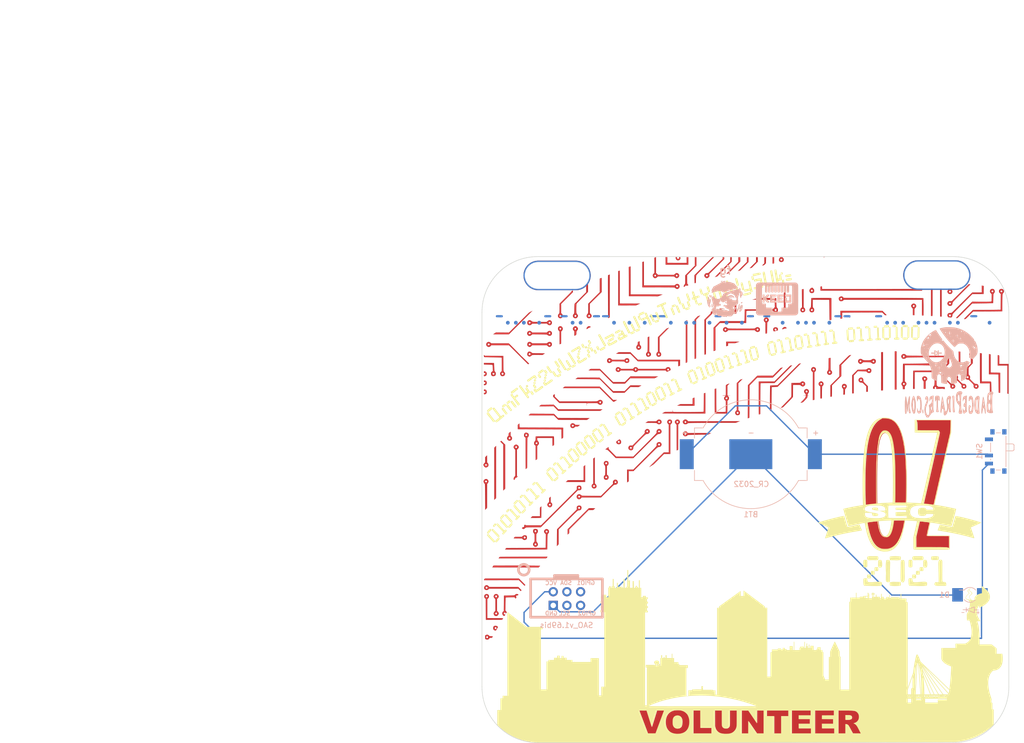
<source format=kicad_pcb>
(kicad_pcb (version 20171130) (host pcbnew "(5.1.10)-1")
  (layers (0 F.Cu signal) (31 B.Cu signal) (34 B.Paste user) (35 F.Paste user) (36 B.SilkS user) (37 F.SilkS user) (38 B.Mask user) (39 F.Mask user) (44 Edge.Cuts user))
  (net 0 "")
  (net 1 "Net-(BT1-Pad1)")
  (net 2 GND)
  (net 3 VCC)
  (net 4 "Net-(SW1-Pad1)")
  (net 5 "Net-(X1-Pad5)")
  (net 6 "Net-(X1-Pad6)")
  (net 7 "Net-(X1-Pad3)")
  (net 8 "Net-(X1-Pad4)")
  (module BadgePiratesLogos:F.Mask_Flame (layer F.Cu) (at 177.4 109.15)
    (fp_text reference G*** hide)
    (fp_text value LOGO hide)
  )
  (module Version3:F.SilkS_g5409 (layer F.Cu) (at 134.825 86.875)
    (fp_text reference G*** hide)
    (fp_text value LOGO hide)
  )
  (module Version3:F.Cu_g5405 (layer F.Cu) (at 134.9 86.9)
    (fp_text reference G*** hide)
    (fp_text value LOGO hide)
    (fp_poly (pts (xy 15.541421 -40.490652) (xy 15.585416 -40.487184) (xy 15.587213 -40.481542) (xy 15.546847 -40.473839) (xy 15.464352 -40.464191) (xy 15.446375 -40.462388) (xy 15.361128 -40.457081) (xy 15.313402 -40.461415) (xy 15.3035 -40.470077) (xy 15.323315 -40.48155) (xy 15.377531 -40.489176) (xy 15.455195 -40.491833) (xy 15.541421 -40.490652)) (layer F.Cu) (width 0.01))
    (fp_poly (pts (xy -11.885075 -40.441899) (xy -11.90582 -40.387) (xy -11.902997 -40.351941) (xy -11.861616 -40.276746) (xy -11.800628 -40.206481) (xy -11.734599 -40.15729) (xy -11.722008 -40.151375) (xy -11.680984 -40.137098) (xy -11.651449 -40.140564) (xy -11.619311 -40.167261) (xy -11.58645 -40.204178) (xy -11.525229 -40.293547) (xy -11.500385 -40.375929) (xy -11.513249 -40.446784) (xy -11.514535 -40.449255) (xy -11.52504 -40.472645) (xy -11.519802 -40.485436) (xy -11.491075 -40.490093) (xy -11.431111 -40.489082) (xy -11.394236 -40.487538) (xy -11.250083 -40.48125) (xy -11.243177 -40.386) (xy -11.252412 -40.248905) (xy -11.29786 -40.127879) (xy -11.37492 -40.027754) (xy -11.478988 -39.953364) (xy -11.605463 -39.90954) (xy -11.706314 -39.899631) (xy -11.793504 -39.905547) (xy -11.864879 -39.9289) (xy -11.920685 -39.960559) (xy -12.010632 -40.041056) (xy -12.081541 -40.152442) (xy -12.128552 -40.285719) (xy -12.143319 -40.372944) (xy -12.155589 -40.491833) (xy -11.852357 -40.491833) (xy -11.885075 -40.441899)) (layer F.Cu) (width 0.01))
    (fp_poly (pts (xy 7.807871 -40.374264) (xy 7.89198 -40.265782) (xy 7.939953 -40.159324) (xy 7.955826 -40.043558) (xy 7.952092 -39.969402) (xy 7.926692 -39.840841) (xy 7.877992 -39.743215) (xy 7.802307 -39.669941) (xy 7.774412 -39.652088) (xy 7.671341 -39.610422) (xy 7.548539 -39.588686) (xy 7.42404 -39.588483) (xy 7.315989 -39.611376) (xy 7.200161 -39.675088) (xy 7.115131 -39.766468) (xy 7.063712 -39.88142) (xy 7.0485 -40.000733) (xy 7.05913 -40.07122) (xy 7.296267 -40.07122) (xy 7.297741 -40.007644) (xy 7.300659 -39.999258) (xy 7.327104 -39.952498) (xy 7.369938 -39.89757) (xy 7.418924 -39.845437) (xy 7.463819 -39.807064) (xy 7.492993 -39.793333) (xy 7.521165 -39.807379) (xy 7.567354 -39.843876) (xy 7.612202 -39.885798) (xy 7.67872 -39.965855) (xy 7.705659 -40.035663) (xy 7.693389 -40.098974) (xy 7.642283 -40.159539) (xy 7.639543 -40.161868) (xy 7.586095 -40.200119) (xy 7.537611 -40.213219) (xy 7.47962 -40.202061) (xy 7.415333 -40.175668) (xy 7.335206 -40.12683) (xy 7.296267 -40.07122) (xy 7.05913 -40.07122) (xy 7.066205 -40.118126) (xy 7.120441 -40.241239) (xy 7.212891 -40.373742) (xy 7.227607 -40.391614) (xy 7.311465 -40.491833) (xy 7.700419 -40.491833) (xy 7.807871 -40.374264)) (layer F.Cu) (width 0.01))
    (fp_poly (pts (xy 6.1595 -39.34964) (xy 6.111875 -39.338353) (xy 6.062148 -39.327747) (xy 5.992853 -39.314291) (xy 5.963709 -39.308933) (xy 5.863167 -39.290799) (xy 5.863167 -40.491833) (xy 6.1595 -40.491833) (xy 6.1595 -39.34964)) (layer F.Cu) (width 0.01))
    (fp_poly (pts (xy -13.68425 -39.444083) (xy -10.0965 -39.433261) (xy -10.0965 -40.491833) (xy -9.779 -40.491833) (xy -9.779 -39.094833) (xy -14.012333 -39.094833) (xy -14.012566 -39.713958) (xy -14.013068 -39.875814) (xy -14.014372 -40.027399) (xy -14.01636 -40.162541) (xy -14.018913 -40.275066) (xy -14.021915 -40.358801) (xy -14.025245 -40.407573) (xy -14.025919 -40.412458) (xy -14.039039 -40.491833) (xy -13.861644 -40.491842) (xy -13.68425 -40.49185) (xy -13.68425 -39.444083)) (layer F.Cu) (width 0.01))
    (fp_poly (pts (xy 4.65012 -39.926705) (xy 4.636816 -39.361576) (xy 4.453619 -39.177526) (xy 4.375135 -39.099631) (xy 4.317382 -39.046419) (xy 4.271701 -39.012103) (xy 4.229431 -38.9909) (xy 4.181911 -38.977025) (xy 4.140752 -38.968549) (xy 4.062185 -38.953223) (xy 3.993223 -38.939393) (xy 3.958167 -38.932061) (xy 3.943991 -38.934559) (xy 3.951939 -38.954665) (xy 3.984273 -38.995254) (xy 4.043257 -39.059199) (xy 4.122209 -39.14032) (xy 4.339167 -39.360139) (xy 4.339167 -40.491833) (xy 4.663425 -40.491833) (xy 4.65012 -39.926705)) (layer F.Cu) (width 0.01))
    (fp_poly (pts (xy 3.132667 -39.655456) (xy 2.566459 -39.090048) (xy 2.00025 -38.524641) (xy 1.852084 -38.49125) (xy 1.772959 -38.473057) (xy 1.706692 -38.457175) (xy 1.667358 -38.446979) (xy 1.666875 -38.446836) (xy 1.636129 -38.445433) (xy 1.629834 -38.453259) (xy 1.644316 -38.471598) (xy 1.685609 -38.516438) (xy 1.750483 -38.584453) (xy 1.835707 -38.672317) (xy 1.938051 -38.776705) (xy 2.054284 -38.894291) (xy 2.181176 -39.02175) (xy 2.211917 -39.0525) (xy 2.794 -39.634295) (xy 2.794 -40.491833) (xy 3.132667 -40.491833) (xy 3.132667 -39.655456)) (layer F.Cu) (width 0.01))
    (fp_poly (pts (xy 1.397 -39.592038) (xy 0.608542 -38.806285) (xy -0.179916 -38.020533) (xy -0.364359 -37.9756) (xy -0.448119 -37.955611) (xy -0.515978 -37.940194) (xy -0.557644 -37.931653) (xy -0.565086 -37.930666) (xy -0.553611 -37.945166) (xy -0.514766 -37.986887) (xy -0.451161 -38.053165) (xy -0.365408 -38.141334) (xy -0.260115 -38.248729) (xy -0.137895 -38.372684) (xy -0.001358 -38.510535) (xy 0.146885 -38.659616) (xy 0.259648 -38.772657) (xy 1.100667 -39.614647) (xy 1.100667 -40.491833) (xy 1.397 -40.491833) (xy 1.397 -39.592038)) (layer F.Cu) (width 0.01))
    (fp_poly (pts (xy -0.127 -39.676764) (xy -1.222629 -38.581287) (xy -2.318258 -37.485809) (xy -2.515323 -37.433071) (xy -2.60143 -37.410401) (xy -2.671644 -37.392613) (xy -2.716292 -37.382123) (xy -2.726661 -37.380333) (xy -2.714388 -37.394896) (xy -2.674414 -37.437049) (xy -2.609017 -37.504487) (xy -2.520469 -37.594906) (xy -2.411047 -37.706001) (xy -2.283025 -37.835469) (xy -2.138678 -37.981005) (xy -1.980281 -38.140304) (xy -1.810109 -38.311063) (xy -1.630436 -38.490976) (xy -1.613884 -38.507532) (xy -0.486833 -39.63473) (xy -0.486833 -40.491833) (xy -0.127 -40.491833) (xy -0.127 -39.676764)) (layer F.Cu) (width 0.01))
    (fp_poly (pts (xy -1.741215 -39.634583) (xy -1.826592 -39.539333) (xy -1.854429 -39.509775) (xy -1.909634 -39.452528) (xy -1.989826 -39.370024) (xy -2.092624 -39.264691) (xy -2.215646 -39.138961) (xy -2.356511 -38.995263) (xy -2.512837 -38.836027) (xy -2.682245 -38.663683) (xy -2.862352 -38.480662) (xy -3.050776 -38.289393) (xy -3.156042 -38.182626) (xy -4.400116 -36.921169) (xy -4.607766 -36.862272) (xy -4.698551 -36.836372) (xy -4.776038 -36.813987) (xy -4.829853 -36.79813) (xy -4.847166 -36.79277) (xy -4.8371 -36.805862) (xy -4.799061 -36.846853) (xy -4.735034 -36.913726) (xy -4.646999 -37.004467) (xy -4.53694 -37.117059) (xy -4.406837 -37.249487) (xy -4.258674 -37.399735) (xy -4.094433 -37.565787) (xy -3.916096 -37.745628) (xy -3.725645 -37.93724) (xy -3.525062 -38.13861) (xy -3.434291 -38.229598) (xy -1.989666 -39.677032) (xy -1.989666 -40.491833) (xy -1.710783 -40.491833) (xy -1.741215 -39.634583)) (layer F.Cu) (width 0.01))
    (fp_poly (pts (xy -3.1115 -40.142462) (xy -5.886132 -37.36975) (xy -5.872186 -37.167088) (xy -5.866692 -37.063663) (xy -5.867606 -36.991646) (xy -5.875699 -36.940488) (xy -5.891741 -36.899641) (xy -5.891743 -36.899636) (xy -5.943193 -36.827066) (xy -6.019247 -36.75219) (xy -6.109453 -36.68236) (xy -6.203359 -36.62493) (xy -6.290512 -36.587255) (xy -6.351391 -36.576255) (xy -6.399666 -36.586726) (xy -6.464295 -36.613054) (xy -6.498166 -36.630745) (xy -6.63506 -36.725778) (xy -6.733921 -36.831702) (xy -6.794025 -36.945658) (xy -6.808937 -37.031826) (xy -6.512169 -37.031826) (xy -6.495985 -36.970903) (xy -6.470116 -36.926392) (xy -6.463775 -36.920701) (xy -6.408874 -36.899875) (xy -6.336067 -36.894424) (xy -6.267149 -36.905032) (xy -6.245678 -36.913858) (xy -6.195995 -36.961816) (xy -6.172023 -37.029795) (xy -6.17305 -37.104741) (xy -6.198363 -37.1736) (xy -6.24725 -37.22332) (xy -6.262999 -37.2312) (xy -6.345747 -37.246038) (xy -6.419961 -37.225133) (xy -6.477405 -37.175073) (xy -6.509846 -37.102447) (xy -6.512169 -37.031826) (xy -6.808937 -37.031826) (xy -6.814642 -37.064789) (xy -6.795046 -37.186238) (xy -6.734509 -37.307149) (xy -6.686204 -37.36932) (xy -6.601351 -37.447622) (xy -6.504954 -37.497494) (xy -6.387151 -37.522818) (xy -6.283305 -37.528035) (xy -6.200879 -37.529327) (xy -6.143726 -37.536158) (xy -6.096225 -37.553823) (xy -6.042753 -37.58762) (xy -5.986972 -37.628496) (xy -5.951063 -37.658963) (xy -5.887788 -37.716905) (xy -5.799699 -37.799846) (xy -5.689347 -37.90531) (xy -5.559285 -38.030823) (xy -5.412065 -38.17391) (xy -5.250239 -38.332094) (xy -5.076359 -38.5029) (xy -4.892978 -38.683853) (xy -4.702646 -38.872478) (xy -4.630208 -38.944479) (xy -3.407833 -40.160465) (xy -3.407833 -40.491833) (xy -3.1115 -40.491833) (xy -3.1115 -40.142462)) (layer F.Cu) (width 0.01))
    (fp_poly (pts (xy -15.790333 -37.555601) (xy -15.601813 -37.3833) (xy -15.413293 -37.211) (xy -12.450268 -37.211) (xy -12.310965 -37.337242) (xy -12.195454 -37.434425) (xy -12.096489 -37.499243) (xy -12.007048 -37.534501) (xy -11.920113 -37.543) (xy -11.832019 -37.52846) (xy -11.749291 -37.490881) (xy -11.660997 -37.426357) (xy -11.579955 -37.346077) (xy -11.51898 -37.26123) (xy -11.512882 -37.249836) (xy -11.476272 -37.134218) (xy -11.479825 -37.014166) (xy -11.522304 -36.894083) (xy -11.602471 -36.778373) (xy -11.66234 -36.718047) (xy -11.76854 -36.637164) (xy -11.86903 -36.593817) (xy -11.968876 -36.588246) (xy -12.073145 -36.620691) (xy -12.186907 -36.691391) (xy -12.254728 -36.746128) (xy -12.320948 -36.804164) (xy -12.374726 -36.85324) (xy -12.407972 -36.885885) (xy -12.414139 -36.89332) (xy -12.438287 -36.897983) (xy -12.504342 -36.902085) (xy -12.611882 -36.90562) (xy -12.760483 -36.908583) (xy -12.949723 -36.910967) (xy -13.179179 -36.912766) (xy -13.448428 -36.913974) (xy -13.757047 -36.914586) (xy -13.93151 -36.914666) (xy -15.435689 -36.914666) (xy -15.57111 -36.787986) (xy -15.641006 -36.725604) (xy -15.70739 -36.671487) (xy -15.758649 -36.63496) (xy -15.769234 -36.628882) (xy -15.882739 -36.590607) (xy -15.999767 -36.587056) (xy -16.098126 -36.614627) (xy -16.196575 -36.681252) (xy -16.283801 -36.778672) (xy -16.351746 -36.895465) (xy -16.392348 -37.020211) (xy -16.395024 -37.035322) (xy -16.395245 -37.041136) (xy -16.107833 -37.041136) (xy -16.092135 -36.964771) (xy -16.04472 -36.916087) (xy -15.965104 -36.89467) (xy -15.935326 -36.8935) (xy -15.868599 -36.903687) (xy -15.820348 -36.940379) (xy -15.813036 -36.949271) (xy -15.775215 -37.02684) (xy -15.772929 -37.109292) (xy -15.788708 -37.145084) (xy -12.103319 -37.145084) (xy -12.101956 -37.072115) (xy -12.084796 -36.991726) (xy -12.050664 -36.93641) (xy -12.034152 -36.920657) (xy -11.969296 -36.880424) (xy -11.909092 -36.879809) (xy -11.846239 -36.919297) (xy -11.830538 -36.934205) (xy -11.780218 -37.008502) (xy -11.771323 -37.086823) (xy -11.804152 -37.165108) (xy -11.812536 -37.176395) (xy -11.853023 -37.214678) (xy -11.90496 -37.23033) (xy -11.946074 -37.232166) (xy -12.031327 -37.224332) (xy -12.081949 -37.197146) (xy -12.103319 -37.145084) (xy -15.788708 -37.145084) (xy -15.805767 -37.183778) (xy -15.821121 -37.201379) (xy -15.883097 -37.244067) (xy -15.95079 -37.248786) (xy -16.021653 -37.222366) (xy -16.071026 -37.188421) (xy -16.097538 -37.143048) (xy -16.107268 -37.073462) (xy -16.107833 -37.041136) (xy -16.395245 -37.041136) (xy -16.39901 -37.14005) (xy -16.373296 -37.237356) (xy -16.314607 -37.334831) (xy -16.221028 -37.438737) (xy -16.084274 -37.572826) (xy -16.088029 -38.983613) (xy -16.091784 -40.394401) (xy -15.988684 -40.429437) (xy -15.918604 -40.453043) (xy -15.858147 -40.473057) (xy -15.837958 -40.479579) (xy -15.790333 -40.494686) (xy -15.790333 -37.555601)) (layer F.Cu) (width 0.01))
    (fp_poly (pts (xy -6.404614 -39.089459) (xy -6.690173 -38.802262) (xy -6.947092 -38.543434) (xy -7.176771 -38.311517) (xy -7.380609 -38.105054) (xy -7.560005 -37.922586) (xy -7.71636 -37.762655) (xy -7.851073 -37.623802) (xy -7.965545 -37.504569) (xy -8.061174 -37.403499) (xy -8.13936 -37.319133) (xy -8.201504 -37.250012) (xy -8.249005 -37.194678) (xy -8.283262 -37.151674) (xy -8.305676 -37.119541) (xy -8.317646 -37.096821) (xy -8.31786 -37.096267) (xy -8.325673 -37.056832) (xy -8.334134 -36.981712) (xy -8.342879 -36.877543) (xy -8.351543 -36.75096) (xy -8.359762 -36.6086) (xy -8.367173 -36.457098) (xy -8.373411 -36.30309) (xy -8.378112 -36.153213) (xy -8.380912 -36.014102) (xy -8.381534 -35.935708) (xy -8.3831 -35.843273) (xy -8.386979 -35.768857) (xy -8.392551 -35.721115) (xy -8.397875 -35.707937) (xy -8.425914 -35.7021) (xy -8.479465 -35.687504) (xy -8.513563 -35.677419) (xy -8.613377 -35.64713) (xy -8.623818 -35.71469) (xy -8.626625 -35.752017) (xy -8.629664 -35.825996) (xy -8.632793 -35.930948) (xy -8.63587 -36.061191) (xy -8.638755 -36.211046) (xy -8.641306 -36.374834) (xy -8.642444 -36.462902) (xy -8.650629 -37.143553) (xy -5.302151 -40.491833) (xy -5.009311 -40.491833) (xy -6.404614 -39.089459)) (layer F.Cu) (width 0.01))
    (fp_poly (pts (xy -8.276166 -38.90071) (xy -10.014126 -37.136916) (xy -10.007688 -36.374916) (xy -10.00599 -36.169672) (xy -10.004212 -36.00201) (xy -10.001611 -35.867186) (xy -9.997444 -35.760453) (xy -9.990967 -35.677066) (xy -9.981437 -35.61228) (xy -9.96811 -35.561349) (xy -9.950242 -35.519528) (xy -9.927092 -35.482071) (xy -9.897914 -35.444233) (xy -9.861966 -35.401268) (xy -9.853591 -35.391274) (xy -9.813035 -35.337678) (xy -9.788478 -35.295251) (xy -9.784738 -35.278203) (xy -9.807366 -35.259791) (xy -9.85792 -35.235549) (xy -9.903366 -35.218447) (xy -9.970067 -35.198005) (xy -10.021632 -35.191334) (xy -10.07782 -35.197972) (xy -10.140614 -35.212868) (xy -10.235355 -35.23235) (xy -10.298771 -35.2316) (xy -10.337815 -35.20846) (xy -10.359444 -35.160771) (xy -10.363124 -35.143817) (xy -10.387408 -35.085848) (xy -10.439117 -35.042473) (xy -10.523977 -35.009896) (xy -10.587345 -34.995106) (xy -10.652607 -34.982053) (xy -10.637121 -35.085322) (xy -10.593146 -35.239108) (xy -10.511158 -35.379761) (xy -10.492073 -35.403715) (xy -10.458541 -35.444103) (xy -10.431281 -35.480051) (xy -10.409644 -35.516292) (xy -10.39298 -35.557555) (xy -10.380641 -35.608573) (xy -10.371978 -35.674075) (xy -10.366341 -35.758794) (xy -10.363082 -35.86746) (xy -10.361552 -36.004805) (xy -10.361102 -36.175558) (xy -10.361083 -36.358612) (xy -10.361083 -37.104308) (xy -9.466791 -38.013171) (xy -8.5725 -38.922034) (xy -8.5725 -40.491833) (xy -8.276166 -40.491833) (xy -8.276166 -38.90071)) (layer F.Cu) (width 0.01))
    (fp_poly (pts (xy 40.71346 -35.634738) (xy 40.813078 -35.626798) (xy 40.880614 -35.617709) (xy 40.926288 -35.604801) (xy 40.960325 -35.585401) (xy 40.985897 -35.563551) (xy 41.062166 -35.470393) (xy 41.119242 -35.35791) (xy 41.15303 -35.238591) (xy 41.159433 -35.124924) (xy 41.148941 -35.066356) (xy 41.109715 -34.976493) (xy 41.045879 -34.900419) (xy 40.950915 -34.831719) (xy 40.862847 -34.784785) (xy 40.772028 -34.743257) (xy 40.70524 -34.721903) (xy 40.649701 -34.720005) (xy 40.592624 -34.736843) (xy 40.531815 -34.766147) (xy 40.43783 -34.829306) (xy 40.348272 -34.914241) (xy 40.27368 -35.008981) (xy 40.224593 -35.101556) (xy 40.217489 -35.123146) (xy 40.209623 -35.170045) (xy 40.513 -35.170045) (xy 40.528738 -35.087579) (xy 40.574018 -35.034741) (xy 40.645938 -35.014087) (xy 40.687703 -35.016169) (xy 40.750117 -35.030925) (xy 40.797205 -35.053045) (xy 40.803713 -35.058475) (xy 40.825208 -35.102716) (xy 40.834602 -35.169362) (xy 40.832338 -35.242375) (xy 40.818858 -35.305718) (xy 40.79588 -35.342466) (xy 40.729148 -35.368284) (xy 40.657819 -35.360292) (xy 40.591721 -35.324481) (xy 40.54068 -35.266841) (xy 40.514527 -35.193362) (xy 40.513 -35.170045) (xy 40.209623 -35.170045) (xy 40.203742 -35.205102) (xy 40.21361 -35.281504) (xy 40.250319 -35.360463) (xy 40.31709 -35.450091) (xy 40.371643 -35.510994) (xy 40.50117 -35.649458) (xy 40.71346 -35.634738)) (layer F.Cu) (width 0.01))
    (fp_poly (pts (xy -18.048732 -39.666794) (xy -18.046502 -39.606521) (xy -18.044385 -39.509445) (xy -18.042405 -39.378332) (xy -18.040582 -39.215949) (xy -18.038937 -39.025059) (xy -18.037492 -38.80843) (xy -18.036267 -38.568825) (xy -18.035285 -38.309012) (xy -18.034565 -38.031755) (xy -18.034131 -37.73982) (xy -18.034 -37.465) (xy -18.034 -35.2425) (xy -12.335241 -35.2425) (xy -12.210232 -35.358237) (xy -12.0877 -35.452601) (xy -11.964955 -35.510594) (xy -11.84651 -35.530414) (xy -11.790791 -35.525534) (xy -11.655761 -35.482098) (xy -11.547833 -35.407233) (xy -11.469252 -35.303777) (xy -11.422265 -35.17457) (xy -11.408833 -35.042743) (xy -11.424329 -34.918286) (xy -11.473071 -34.811185) (xy -11.558438 -34.715732) (xy -11.638295 -34.655125) (xy -11.733212 -34.598301) (xy -11.8126 -34.570996) (xy -11.890066 -34.572364) (xy -11.979217 -34.601561) (xy -12.040148 -34.630166) (xy -12.118442 -34.676022) (xy -12.190101 -34.729314) (xy -12.232031 -34.770149) (xy -12.260444 -34.803149) (xy -12.286994 -34.825345) (xy -12.321072 -34.839725) (xy -12.372069 -34.849275) (xy -12.449375 -34.856984) (xy -12.523377 -34.862821) (xy -12.572748 -34.865005) (xy -12.661705 -34.867128) (xy -12.787501 -34.869173) (xy -12.94739 -34.871122) (xy -13.138623 -34.872958) (xy -13.358454 -34.874666) (xy -13.604136 -34.876226) (xy -13.872921 -34.877623) (xy -14.162063 -34.878839) (xy -14.468815 -34.879857) (xy -14.790429 -34.88066) (xy -15.124158 -34.881232) (xy -15.467255 -34.881554) (xy -15.541625 -34.881589) (xy -18.330333 -34.882666) (xy -18.330333 -35.079823) (xy -12.056747 -35.079823) (xy -12.04068 -35.003004) (xy -11.984762 -34.929306) (xy -11.976882 -34.921776) (xy -11.914493 -34.875989) (xy -11.857625 -34.866251) (xy -11.797515 -34.893242) (xy -11.743101 -34.939879) (xy -11.68278 -35.015512) (xy -11.663443 -35.083018) (xy -11.684257 -35.140856) (xy -11.744388 -35.187486) (xy -11.843001 -35.221365) (xy -11.901308 -35.232282) (xy -12.001643 -35.247328) (xy -12.034861 -35.167824) (xy -12.056747 -35.079823) (xy -18.330333 -35.079823) (xy -18.330333 -39.598947) (xy -18.199223 -39.643223) (xy -18.129397 -39.665979) (xy -18.075708 -39.681957) (xy -18.051057 -39.6875) (xy -18.048732 -39.666794)) (layer F.Cu) (width 0.01))
    (fp_poly (pts (xy 33.423837 -36.040698) (xy 33.498789 -36.035577) (xy 33.504789 -36.034998) (xy 33.655 -36.020197) (xy 33.655 -34.268833) (xy 14.774334 -34.268833) (xy 14.774334 -35.028239) (xy 14.874875 -35.041506) (xy 14.953687 -35.052633) (xy 15.006511 -35.057077) (xy 15.038689 -35.048478) (xy 15.05556 -35.020478) (xy 15.062465 -34.966718) (xy 15.064743 -34.88084) (xy 15.066047 -34.813875) (xy 15.07201 -34.565166) (xy 19.701547 -34.565172) (xy 20.222732 -34.565253) (xy 20.778838 -34.56549) (xy 21.364431 -34.565875) (xy 21.974078 -34.566398) (xy 22.602346 -34.567052) (xy 23.243803 -34.567828) (xy 23.893014 -34.568718) (xy 24.544547 -34.569713) (xy 25.192969 -34.570806) (xy 25.832847 -34.571986) (xy 26.458748 -34.573248) (xy 27.065238 -34.57458) (xy 27.646885 -34.575977) (xy 28.198256 -34.577428) (xy 28.713918 -34.578926) (xy 28.821642 -34.57926) (xy 33.312201 -34.593343) (xy 33.319559 -35.307751) (xy 33.3217 -35.477609) (xy 33.324421 -35.633836) (xy 33.327577 -35.77143) (xy 33.331022 -35.885386) (xy 33.33461 -35.970699) (xy 33.338195 -36.022365) (xy 33.340747 -36.03598) (xy 33.367206 -36.040856) (xy 33.423837 -36.040698)) (layer F.Cu) (width 0.01))
    (fp_poly (pts (xy 13.31035 -34.80732) (xy 13.313834 -34.791183) (xy 13.329323 -34.759692) (xy 13.368961 -34.7157) (xy 13.400698 -34.687872) (xy 13.465928 -34.624803) (xy 13.526413 -34.549432) (xy 13.543573 -34.522833) (xy 13.572114 -34.468639) (xy 13.589033 -34.416709) (xy 13.597218 -34.352852) (xy 13.599558 -34.262882) (xy 13.599584 -34.247666) (xy 13.59776 -34.152553) (xy 13.590562 -34.08636) (xy 13.575393 -34.035765) (xy 13.549661 -33.987446) (xy 13.54857 -33.985686) (xy 13.477741 -33.90934) (xy 13.378112 -33.853243) (xy 13.25945 -33.820186) (xy 13.131522 -33.812962) (xy 13.011599 -33.832205) (xy 12.897706 -33.881662) (xy 12.812129 -33.960722) (xy 12.761173 -34.046583) (xy 12.731869 -34.147121) (xy 12.722632 -34.265905) (xy 12.724787 -34.288724) (xy 12.97161 -34.288724) (xy 12.976584 -34.245265) (xy 13.007807 -34.193382) (xy 13.066773 -34.125958) (xy 13.12987 -34.073452) (xy 13.188999 -34.058881) (xy 13.251506 -34.078961) (xy 13.303942 -34.128056) (xy 13.338991 -34.20105) (xy 13.349292 -34.280713) (xy 13.346737 -34.301879) (xy 13.323987 -34.356117) (xy 13.281982 -34.412372) (xy 13.232522 -34.457909) (xy 13.187406 -34.479993) (xy 13.181228 -34.4805) (xy 13.140396 -34.466202) (xy 13.086012 -34.43047) (xy 13.032031 -34.384044) (xy 12.992411 -34.337666) (xy 12.989463 -34.332918) (xy 12.97161 -34.288724) (xy 12.724787 -34.288724) (xy 12.733761 -34.383747) (xy 12.754816 -34.457907) (xy 12.786361 -34.511868) (xy 12.838942 -34.577345) (xy 12.904107 -34.646269) (xy 12.973403 -34.710571) (xy 13.038379 -34.762181) (xy 13.090583 -34.793031) (xy 13.111277 -34.798233) (xy 13.161594 -34.801831) (xy 13.226592 -34.810318) (xy 13.234459 -34.811586) (xy 13.287531 -34.816879) (xy 13.31035 -34.80732)) (layer F.Cu) (width 0.01))
    (fp_poly (pts (xy 38.752228 -35.790696) (xy 38.819444 -35.785158) (xy 38.880062 -35.779235) (xy 39.010167 -35.765636) (xy 39.010167 -34.581685) (xy 39.119354 -34.462301) (xy 39.219648 -34.336657) (xy 39.281156 -34.220507) (xy 39.305486 -34.110676) (xy 39.306035 -34.093528) (xy 39.290578 -33.990063) (xy 39.248097 -33.882952) (xy 39.186125 -33.785492) (xy 39.112192 -33.710985) (xy 39.07652 -33.688225) (xy 39.008681 -33.665696) (xy 38.915599 -33.650465) (xy 38.813969 -33.644031) (xy 38.720482 -33.647896) (xy 38.686586 -33.653171) (xy 38.591353 -33.694195) (xy 38.500562 -33.776425) (xy 38.415572 -33.898416) (xy 38.369227 -34.003359) (xy 38.360726 -34.07234) (xy 38.658567 -34.07234) (xy 38.679283 -33.989802) (xy 38.714315 -33.939986) (xy 38.756759 -33.903157) (xy 38.801631 -33.891457) (xy 38.851201 -33.895126) (xy 38.925385 -33.917088) (xy 38.972909 -33.952345) (xy 39.002882 -34.019125) (xy 39.007575 -34.103343) (xy 38.986568 -34.188173) (xy 38.9792 -34.203819) (xy 38.929143 -34.266667) (xy 38.866571 -34.28994) (xy 38.794863 -34.273301) (xy 38.730523 -34.228666) (xy 38.675832 -34.155235) (xy 38.658567 -34.07234) (xy 38.360726 -34.07234) (xy 38.356875 -34.103577) (xy 38.379814 -34.203667) (xy 38.43934 -34.308226) (xy 38.536752 -34.421848) (xy 38.573618 -34.458449) (xy 38.6715 -34.552814) (xy 38.6715 -35.172824) (xy 38.671621 -35.351092) (xy 38.672171 -35.491523) (xy 38.673437 -35.598615) (xy 38.675703 -35.676862) (xy 38.679252 -35.730763) (xy 38.68437 -35.764813) (xy 38.69134 -35.783508) (xy 38.700448 -35.791346) (xy 38.710729 -35.792833) (xy 38.752228 -35.790696)) (layer F.Cu) (width 0.01))
    (fp_poly (pts (xy -20.522877 -38.756592) (xy -20.521157 -38.696073) (xy -20.519515 -38.598332) (xy -20.517967 -38.465922) (xy -20.516525 -38.301399) (xy -20.515203 -38.107319) (xy -20.514017 -37.886237) (xy -20.512979 -37.640708) (xy -20.512103 -37.373286) (xy -20.511403 -37.086528) (xy -20.510894 -36.782988) (xy -20.510589 -36.465221) (xy -20.5105 -36.173833) (xy -20.5105 -33.570333) (xy -17.547166 -33.570333) (xy -17.19662 -33.570222) (xy -16.857881 -33.569897) (xy -16.533344 -33.56937) (xy -16.225404 -33.568656) (xy -15.936457 -33.567766) (xy -15.668895 -33.566713) (xy -15.425113 -33.565511) (xy -15.207507 -33.564171) (xy -15.01847 -33.562707) (xy -14.860398 -33.561133) (xy -14.735684 -33.559459) (xy -14.646724 -33.5577) (xy -14.595911 -33.555868) (xy -14.584276 -33.554458) (xy -14.603281 -33.542583) (xy -14.656213 -33.518254) (xy -14.737358 -33.483867) (xy -14.841002 -33.441818) (xy -14.961428 -33.394506) (xy -15.013285 -33.374541) (xy -15.44185 -33.2105) (xy -15.981217 -33.21569) (xy -16.079884 -33.216485) (xy -16.217057 -33.217354) (xy -16.388907 -33.218284) (xy -16.591607 -33.219258) (xy -16.821328 -33.220263) (xy -17.074242 -33.221281) (xy -17.346522 -33.222299) (xy -17.63434 -33.2233) (xy -17.933867 -33.224271) (xy -18.241276 -33.225195) (xy -18.552739 -33.226058) (xy -18.674291 -33.226374) (xy -20.828 -33.231867) (xy -20.828 -34.614693) (xy -20.82826 -34.907039) (xy -20.829006 -35.229406) (xy -20.830189 -35.57192) (xy -20.831758 -35.924704) (xy -20.833663 -36.27788) (xy -20.835854 -36.621572) (xy -20.838281 -36.945904) (xy -20.840893 -37.240999) (xy -20.841776 -37.329218) (xy -20.855553 -38.660916) (xy -20.69719 -38.719125) (xy -20.621271 -38.746418) (xy -20.56126 -38.766852) (xy -20.527698 -38.776872) (xy -20.524663 -38.777333) (xy -20.522877 -38.756592)) (layer F.Cu) (width 0.01))
    (fp_poly (pts (xy -22.543279 -37.985443) (xy -22.539943 -37.958178) (xy -22.536934 -37.910736) (xy -22.534239 -37.841478) (xy -22.531843 -37.748765) (xy -22.529733 -37.63096) (xy -22.527896 -37.486425) (xy -22.526317 -37.313521) (xy -22.524983 -37.11061) (xy -22.52388 -36.876054) (xy -22.522995 -36.608216) (xy -22.522313 -36.305457) (xy -22.521821 -35.966139) (xy -22.521506 -35.588624) (xy -22.521353 -35.171274) (xy -22.521333 -34.935697) (xy -22.521333 -31.877227) (xy -20.632208 -31.871822) (xy -18.743083 -31.866416) (xy -19.505083 -31.52775) (xy -21.161375 -31.52208) (xy -22.817666 -31.516411) (xy -22.817666 -37.899132) (xy -22.695123 -37.946649) (xy -22.62638 -37.97179) (xy -22.571811 -37.989015) (xy -22.546956 -37.994166) (xy -22.543279 -37.985443)) (layer F.Cu) (width 0.01))
    (fp_poly (pts (xy 42.479705 -35.46493) (xy 42.552593 -35.455523) (xy 42.604497 -35.444804) (xy 42.625463 -35.434901) (xy 42.625389 -35.433765) (xy 42.609354 -35.416052) (xy 42.566134 -35.371985) (xy 42.498903 -35.304709) (xy 42.410839 -35.217368) (xy 42.305117 -35.113108) (xy 42.184916 -34.995073) (xy 42.05341 -34.866409) (xy 41.980974 -34.795723) (xy 41.836525 -34.65425) (xy 41.677262 -34.497129) (xy 41.506093 -34.327306) (xy 41.325926 -34.147729) (xy 41.139668 -33.961345) (xy 40.950227 -33.771099) (xy 40.760513 -33.57994) (xy 40.573432 -33.390814) (xy 40.391893 -33.206667) (xy 40.218804 -33.030448) (xy 40.057073 -32.865102) (xy 39.909608 -32.713577) (xy 39.779316 -32.57882) (xy 39.669107 -32.463777) (xy 39.581888 -32.371395) (xy 39.520567 -32.304621) (xy 39.502949 -32.28459) (xy 39.424853 -32.191066) (xy 39.371089 -32.117533) (xy 39.336553 -32.053562) (xy 39.316138 -31.988722) (xy 39.304739 -31.912583) (xy 39.301243 -31.872534) (xy 39.278047 -31.732653) (xy 39.230248 -31.622508) (xy 39.154361 -31.535147) (xy 39.118073 -31.506927) (xy 39.060671 -31.471297) (xy 39.003888 -31.450556) (xy 38.930993 -31.439816) (xy 38.876541 -31.436329) (xy 38.789532 -31.434389) (xy 38.726033 -31.441295) (xy 38.667536 -31.460733) (xy 38.608 -31.489821) (xy 38.524286 -31.542311) (xy 38.461785 -31.606258) (xy 38.421312 -31.666253) (xy 38.381533 -31.737046) (xy 38.361752 -31.793014) (xy 38.356841 -31.853403) (xy 38.358455 -31.889529) (xy 38.6715 -31.889529) (xy 38.688437 -31.806714) (xy 38.733061 -31.745655) (xy 38.796098 -31.710703) (xy 38.86827 -31.706207) (xy 38.940299 -31.736519) (xy 38.961178 -31.753689) (xy 39.003649 -31.819171) (xy 39.013392 -31.895172) (xy 38.992144 -31.968477) (xy 38.941645 -32.025872) (xy 38.923986 -32.036533) (xy 38.833824 -32.066895) (xy 38.759562 -32.059643) (xy 38.705475 -32.017264) (xy 38.675835 -31.942246) (xy 38.6715 -31.889529) (xy 38.358455 -31.889529) (xy 38.358943 -31.900424) (xy 38.387388 -32.025535) (xy 38.451123 -32.139961) (xy 38.543104 -32.233133) (xy 38.607808 -32.273875) (xy 38.656689 -32.295696) (xy 38.707309 -32.309753) (xy 38.770717 -32.317652) (xy 38.857966 -32.321001) (xy 38.935224 -32.3215) (xy 39.168812 -32.3215) (xy 42.327716 -35.480194) (xy 42.479705 -35.46493)) (layer F.Cu) (width 0.01))
    (fp_poly (pts (xy 9.948334 -31.173254) (xy 10.04105 -31.091642) (xy 10.137477 -30.986341) (xy 10.198826 -30.867803) (xy 10.228533 -30.728094) (xy 10.23258 -30.649333) (xy 10.224176 -30.520343) (xy 10.194047 -30.422319) (xy 10.138993 -30.348159) (xy 10.07593 -30.301871) (xy 10.008014 -30.276586) (xy 9.91347 -30.259333) (xy 9.806908 -30.250876) (xy 9.702936 -30.251981) (xy 9.616165 -30.263412) (xy 9.577917 -30.275786) (xy 9.480477 -30.343467) (xy 9.409436 -30.441445) (xy 9.367316 -30.565056) (xy 9.35616 -30.685403) (xy 9.631812 -30.685403) (xy 9.642036 -30.60892) (xy 9.682394 -30.535782) (xy 9.692242 -30.524572) (xy 9.756532 -30.473122) (xy 9.816595 -30.463163) (xy 9.875706 -30.494521) (xy 9.895462 -30.513799) (xy 9.938404 -30.574033) (xy 9.97068 -30.642331) (xy 9.970915 -30.643036) (xy 9.980569 -30.727226) (xy 9.950431 -30.797621) (xy 9.881371 -30.852205) (xy 9.880473 -30.852671) (xy 9.805267 -30.873174) (xy 9.738449 -30.859118) (xy 9.684367 -30.818083) (xy 9.647372 -30.757652) (xy 9.631812 -30.685403) (xy 9.35616 -30.685403) (xy 9.356132 -30.685695) (xy 9.371439 -30.818773) (xy 9.419066 -30.93299) (xy 9.503223 -31.037051) (xy 9.544316 -31.074596) (xy 9.653379 -31.167916) (xy 9.650563 -32.689885) (xy 9.650126 -32.98754) (xy 9.650024 -33.24552) (xy 9.650301 -33.466485) (xy 9.651002 -33.653093) (xy 9.65217 -33.808) (xy 9.653852 -33.933867) (xy 9.656091 -34.03335) (xy 9.658931 -34.109109) (xy 9.662418 -34.163802) (xy 9.666596 -34.200086) (xy 9.671509 -34.22062) (xy 9.676332 -34.227695) (xy 9.712122 -34.238882) (xy 9.774337 -34.251061) (xy 9.826625 -34.258624) (xy 9.948334 -34.273711) (xy 9.948334 -31.173254)) (layer F.Cu) (width 0.01))
    (fp_poly (pts (xy 8.252963 -33.96274) (xy 8.258003 -33.946672) (xy 8.262303 -33.914934) (xy 8.265921 -33.86478) (xy 8.268917 -33.793463) (xy 8.271351 -33.698236) (xy 8.27328 -33.576354) (xy 8.274765 -33.425068) (xy 8.275864 -33.241633) (xy 8.276637 -33.023303) (xy 8.277143 -32.76733) (xy 8.277372 -32.561889) (xy 8.278578 -31.14675) (xy 8.385013 -31.065633) (xy 8.465467 -30.994398) (xy 8.51655 -30.920651) (xy 8.542644 -30.833474) (xy 8.548127 -30.721948) (xy 8.54538 -30.665839) (xy 8.526178 -30.521839) (xy 8.487914 -30.413355) (xy 8.42628 -30.336227) (xy 8.33697 -30.286292) (xy 8.215679 -30.25939) (xy 8.117417 -30.252276) (xy 7.997192 -30.253764) (xy 7.909975 -30.266719) (xy 7.883534 -30.275884) (xy 7.788718 -30.340948) (xy 7.718625 -30.435715) (xy 7.676648 -30.553319) (xy 7.66826 -30.660359) (xy 7.920364 -30.660359) (xy 7.938425 -30.604457) (xy 7.992875 -30.542878) (xy 8.001061 -30.53538) (xy 8.072243 -30.480992) (xy 8.130968 -30.462649) (xy 8.186058 -30.479796) (xy 8.235462 -30.520705) (xy 8.281839 -30.593145) (xy 8.295261 -30.675662) (xy 8.277612 -30.756502) (xy 8.23078 -30.823913) (xy 8.181508 -30.856879) (xy 8.125519 -30.877214) (xy 8.082373 -30.874652) (xy 8.039341 -30.844947) (xy 7.992066 -30.79369) (xy 7.938356 -30.720223) (xy 7.920364 -30.660359) (xy 7.66826 -30.660359) (xy 7.66618 -30.686896) (xy 7.667909 -30.71216) (xy 7.69844 -30.856976) (xy 7.762994 -30.978046) (xy 7.864036 -31.079844) (xy 7.875481 -31.088568) (xy 7.981907 -31.167916) (xy 7.97021 -31.78175) (xy 7.964514 -32.108559) (xy 7.960227 -32.415362) (xy 7.957334 -32.699936) (xy 7.955821 -32.960058) (xy 7.955677 -33.193504) (xy 7.956886 -33.398051) (xy 7.959437 -33.571475) (xy 7.963314 -33.711554) (xy 7.968506 -33.816065) (xy 7.974998 -33.882783) (xy 7.982777 -33.909485) (xy 7.983063 -33.909663) (xy 8.019974 -33.921562) (xy 8.081102 -33.934385) (xy 8.114831 -33.939819) (xy 8.181457 -33.950797) (xy 8.232838 -33.961647) (xy 8.247123 -33.965884) (xy 8.252963 -33.96274)) (layer F.Cu) (width 0.01))
    (fp_poly (pts (xy 11.641667 -31.179372) (xy 11.740124 -31.088977) (xy 11.837747 -30.976358) (xy 11.902588 -30.851827) (xy 11.933841 -30.722085) (xy 11.930699 -30.593835) (xy 11.892355 -30.473779) (xy 11.825865 -30.376946) (xy 11.733612 -30.304224) (xy 11.618936 -30.254918) (xy 11.494831 -30.231942) (xy 11.374292 -30.238211) (xy 11.303151 -30.259718) (xy 11.188892 -30.330449) (xy 11.105928 -30.428908) (xy 11.055589 -30.552917) (xy 11.043542 -30.654908) (xy 11.281834 -30.654908) (xy 11.298248 -30.613983) (xy 11.33958 -30.563009) (xy 11.393965 -30.512891) (xy 11.449536 -30.474534) (xy 11.494428 -30.458841) (xy 11.495189 -30.458833) (xy 11.537556 -30.473174) (xy 11.588243 -30.508807) (xy 11.600962 -30.520705) (xy 11.653101 -30.59871) (xy 11.666266 -30.683531) (xy 11.640572 -30.766368) (xy 11.597095 -30.820758) (xy 11.531962 -30.868675) (xy 11.474066 -30.879015) (xy 11.416393 -30.850878) (xy 11.357334 -30.790028) (xy 11.315262 -30.731343) (xy 11.287853 -30.679026) (xy 11.281834 -30.654908) (xy 11.043542 -30.654908) (xy 11.0392 -30.691666) (xy 11.055937 -30.83046) (xy 11.109157 -30.950549) (xy 11.200818 -31.055677) (xy 11.250713 -31.095876) (xy 11.348616 -31.167916) (xy 11.334749 -32.842407) (xy 11.320882 -34.516897) (xy 11.412483 -34.531016) (xy 11.488761 -34.543201) (xy 11.56076 -34.555357) (xy 11.572875 -34.557506) (xy 11.641667 -34.569878) (xy 11.641667 -31.179372)) (layer F.Cu) (width 0.01))
    (fp_poly (pts (xy -0.887589 -31.783588) (xy -0.88204 -31.755999) (xy -0.877554 -31.706192) (xy -0.874041 -31.631082) (xy -0.87141 -31.527583) (xy -0.86957 -31.39261) (xy -0.868429 -31.223076) (xy -0.867899 -31.015895) (xy -0.867833 -30.89275) (xy -0.867833 -29.993166) (xy -1.561041 -29.998211) (xy -1.751823 -29.999587) (xy -1.97401 -30.001169) (xy -2.216679 -30.002881) (xy -2.468902 -30.004645) (xy -2.719753 -30.006386) (xy -2.958308 -30.008027) (xy -3.106208 -30.009035) (xy -3.958166 -30.014813) (xy -3.958166 -30.880466) (xy -3.818354 -30.923649) (xy -3.743626 -30.945472) (xy -3.682684 -30.960998) (xy -3.64902 -30.966833) (xy -3.637656 -30.959644) (xy -3.629509 -30.934464) (xy -3.624105 -30.885872) (xy -3.620973 -30.808448) (xy -3.61964 -30.696771) (xy -3.6195 -30.628166) (xy -3.6195 -30.2895) (xy -2.619375 -30.289876) (xy -2.323388 -30.290581) (xy -2.067599 -30.29252) (xy -1.84989 -30.29579) (xy -1.668141 -30.300486) (xy -1.520232 -30.306704) (xy -1.404045 -30.314539) (xy -1.31746 -30.324088) (xy -1.258358 -30.335446) (xy -1.22462 -30.348708) (xy -1.219106 -30.353093) (xy -1.211212 -30.382486) (xy -1.2041 -30.453903) (xy -1.197785 -30.567039) (xy -1.192282 -30.721592) (xy -1.187607 -30.917259) (xy -1.185333 -31.046039) (xy -1.17475 -31.715796) (xy -1.04775 -31.753777) (xy -0.976724 -31.773863) (xy -0.920279 -31.787739) (xy -0.894291 -31.792046) (xy -0.887589 -31.783588)) (layer F.Cu) (width 0.01))
    (fp_poly (pts (xy 32.207316 -31.857033) (xy 32.32699 -31.801372) (xy 32.432767 -31.716378) (xy 32.515279 -31.608414) (xy 32.535225 -31.570083) (xy 32.569022 -31.465254) (xy 32.56965 -31.362289) (xy 32.535653 -31.256372) (xy 32.465571 -31.142686) (xy 32.372175 -31.031618) (xy 32.247417 -30.896901) (xy 32.234415 -29.696833) (xy 32.166833 -29.700391) (xy 32.097077 -29.705239) (xy 32.022009 -29.71203) (xy 32.019875 -29.712252) (xy 31.9405 -29.720555) (xy 31.9405 -30.910632) (xy 31.833866 -31.033233) (xy 31.729489 -31.164183) (xy 31.660549 -31.278645) (xy 31.625919 -31.381466) (xy 31.625548 -31.406069) (xy 31.921593 -31.406069) (xy 31.929089 -31.327437) (xy 31.972265 -31.265933) (xy 32.025167 -31.235064) (xy 32.092283 -31.22832) (xy 32.166297 -31.249266) (xy 32.22804 -31.292235) (xy 32.231542 -31.296074) (xy 32.268979 -31.363874) (xy 32.276735 -31.438644) (xy 32.258408 -31.50975) (xy 32.217596 -31.566559) (xy 32.157899 -31.598437) (xy 32.128072 -31.601833) (xy 32.041013 -31.586515) (xy 31.977835 -31.537911) (xy 31.951303 -31.496423) (xy 31.921593 -31.406069) (xy 31.625548 -31.406069) (xy 31.62447 -31.477489) (xy 31.655075 -31.571561) (xy 31.693397 -31.636564) (xy 31.774425 -31.729959) (xy 31.873293 -31.805834) (xy 31.978629 -31.857175) (xy 32.07906 -31.876964) (xy 32.083119 -31.877) (xy 32.207316 -31.857033)) (layer F.Cu) (width 0.01))
    (fp_poly (pts (xy 18.762526 -33.193473) (xy 18.835657 -33.162421) (xy 18.912203 -33.103113) (xy 18.965529 -33.051551) (xy 19.080304 -32.935333) (xy 22.39361 -32.934302) (xy 22.811714 -32.934071) (xy 23.244749 -32.933642) (xy 23.690826 -32.933023) (xy 24.148056 -32.932224) (xy 24.61455 -32.931254) (xy 25.088421 -32.930123) (xy 25.56778 -32.928841) (xy 26.050737 -32.927417) (xy 26.535404 -32.92586) (xy 27.019894 -32.924181) (xy 27.502316 -32.922387) (xy 27.980782 -32.92049) (xy 28.453405 -32.918499) (xy 28.918295 -32.916423) (xy 29.373563 -32.914271) (xy 29.817321 -32.912054) (xy 30.247681 -32.90978) (xy 30.662753 -32.90746) (xy 31.06065 -32.905102) (xy 31.439482 -32.902717) (xy 31.797361 -32.900313) (xy 32.132398 -32.897901) (xy 32.442705 -32.89549) (xy 32.726393 -32.893089) (xy 32.981574 -32.890707) (xy 33.206358 -32.888355) (xy 33.398857 -32.886043) (xy 33.557183 -32.883778) (xy 33.679448 -32.881572) (xy 33.763761 -32.879433) (xy 33.808235 -32.877371) (xy 33.81375 -32.876727) (xy 33.898417 -32.860591) (xy 33.914049 -32.19417) (xy 33.917437 -32.020036) (xy 33.920308 -31.812945) (xy 33.922601 -31.582272) (xy 33.924255 -31.337392) (xy 33.925208 -31.08768) (xy 33.925397 -30.842509) (xy 33.924762 -30.611255) (xy 33.924633 -30.585833) (xy 33.919584 -29.643916) (xy 33.633834 -29.656434) (xy 33.633834 -32.5755) (xy 19.132133 -32.5755) (xy 19.020753 -32.470162) (xy 18.922799 -32.387312) (xy 18.831301 -32.335338) (xy 18.731775 -32.30832) (xy 18.609738 -32.30034) (xy 18.605129 -32.300333) (xy 18.491245 -32.306627) (xy 18.407236 -32.328869) (xy 18.342072 -32.3721) (xy 18.284723 -32.441363) (xy 18.279478 -32.449182) (xy 18.203714 -32.592124) (xy 18.16785 -32.727992) (xy 18.167873 -32.729081) (xy 18.450697 -32.729081) (xy 18.462592 -32.656308) (xy 18.512849 -32.596615) (xy 18.524207 -32.588219) (xy 18.59507 -32.55764) (xy 18.66602 -32.567599) (xy 18.730876 -32.609131) (xy 18.784289 -32.677643) (xy 18.798687 -32.755937) (xy 18.773982 -32.837149) (xy 18.734591 -32.890761) (xy 18.667349 -32.942751) (xy 18.603243 -32.952898) (xy 18.543943 -32.921665) (xy 18.491118 -32.849516) (xy 18.476333 -32.818947) (xy 18.450697 -32.729081) (xy 18.167873 -32.729081) (xy 18.170502 -32.853343) (xy 18.210286 -32.964735) (xy 18.285815 -33.058724) (xy 18.395707 -33.131868) (xy 18.538575 -33.180724) (xy 18.576767 -33.188305) (xy 18.680375 -33.200643) (xy 18.762526 -33.193473)) (layer F.Cu) (width 0.01))
    (fp_poly (pts (xy 35.408168 -35.972561) (xy 35.470739 -35.968219) (xy 35.602334 -35.956287) (xy 35.602334 -32.752477) (xy 35.602316 -32.321617) (xy 35.602247 -31.931116) (xy 35.602104 -31.578999) (xy 35.601865 -31.263292) (xy 35.601506 -30.982021) (xy 35.601004 -30.73321) (xy 35.600338 -30.514886) (xy 35.599483 -30.325073) (xy 35.598417 -30.161798) (xy 35.597117 -30.023085) (xy 35.595561 -29.906961) (xy 35.593725 -29.811451) (xy 35.591587 -29.73458) (xy 35.589123 -29.674373) (xy 35.586312 -29.628858) (xy 35.583129 -29.596057) (xy 35.579552 -29.573998) (xy 35.575559 -29.560706) (xy 35.571126 -29.554207) (xy 35.566231 -29.552525) (xy 35.565292 -29.552582) (xy 35.523415 -29.556276) (xy 35.457747 -29.561348) (xy 35.417125 -29.564271) (xy 35.306 -29.572045) (xy 35.306 -32.765857) (xy 35.306108 -33.130194) (xy 35.306424 -33.482936) (xy 35.306935 -33.821766) (xy 35.307631 -34.144367) (xy 35.308498 -34.448423) (xy 35.309525 -34.731616) (xy 35.310701 -34.991629) (xy 35.312012 -35.226147) (xy 35.313447 -35.432851) (xy 35.314994 -35.609426) (xy 35.316641 -35.753554) (xy 35.318376 -35.862918) (xy 35.320187 -35.935202) (xy 35.322062 -35.968089) (xy 35.322572 -35.96991) (xy 35.350948 -35.973497) (xy 35.408168 -35.972561)) (layer F.Cu) (width 0.01))
    (fp_poly (pts (xy 37.101094 -35.895787) (xy 37.171382 -35.888564) (xy 37.197463 -35.885206) (xy 37.295667 -35.871746) (xy 37.295667 -29.442833) (xy 37.161611 -29.442833) (xy 37.089758 -29.444909) (xy 37.035864 -29.450319) (xy 37.013445 -29.456944) (xy 37.01184 -29.479352) (xy 37.010287 -29.541781) (xy 37.008795 -29.641916) (xy 37.007375 -29.777444) (xy 37.006037 -29.946053) (xy 37.00479 -30.145429) (xy 37.003646 -30.373258) (xy 37.002614 -30.627228) (xy 37.001704 -30.905025) (xy 37.000927 -31.204336) (xy 37.000292 -31.522848) (xy 36.999809 -31.858247) (xy 36.999489 -32.20822) (xy 36.999342 -32.570454) (xy 36.999334 -32.684861) (xy 36.999334 -35.898666) (xy 37.049296 -35.898666) (xy 37.101094 -35.895787)) (layer F.Cu) (width 0.01))
    (fp_poly (pts (xy 44.878625 -35.187676) (xy 44.957146 -35.177048) (xy 45.02467 -35.164507) (xy 45.058813 -35.155295) (xy 45.106709 -35.137508) (xy 45.101146 -34.390962) (xy 45.095584 -33.644416) (xy 44.046825 -33.63893) (xy 42.998067 -33.633443) (xy 41.357316 -31.98793) (xy 41.067082 -31.696681) (xy 40.805433 -31.433724) (xy 40.570901 -31.197539) (xy 40.362014 -30.986606) (xy 40.177303 -30.799404) (xy 40.015299 -30.634415) (xy 39.87453 -30.490117) (xy 39.753527 -30.36499) (xy 39.650821 -30.257514) (xy 39.564942 -30.166169) (xy 39.494419 -30.089436) (xy 39.437782 -30.025792) (xy 39.393563 -29.97372) (xy 39.36029 -29.931698) (xy 39.336494 -29.898206) (xy 39.336121 -29.897638) (xy 39.307176 -29.823324) (xy 39.294164 -29.71606) (xy 39.293947 -29.709536) (xy 39.277662 -29.572232) (xy 39.234303 -29.457383) (xy 39.158789 -29.351335) (xy 39.13086 -29.32007) (xy 39.105832 -29.298114) (xy 39.076505 -29.284643) (xy 39.035679 -29.278834) (xy 38.976155 -29.279866) (xy 38.890734 -29.286914) (xy 38.772216 -29.299156) (xy 38.735908 -29.303002) (xy 38.514565 -29.326416) (xy 38.457242 -29.410993) (xy 38.390111 -29.536591) (xy 38.358171 -29.660179) (xy 38.35889 -29.679883) (xy 38.652172 -29.679883) (xy 38.678938 -29.59715) (xy 38.681294 -29.592527) (xy 38.713272 -29.550323) (xy 38.762402 -29.503967) (xy 38.814872 -29.464791) (xy 38.856869 -29.444127) (xy 38.863332 -29.44319) (xy 38.884097 -29.45682) (xy 38.921357 -29.491269) (xy 38.934542 -29.504724) (xy 38.986282 -29.584583) (xy 39.004574 -29.661865) (xy 39.007741 -29.7269) (xy 38.994872 -29.770475) (xy 38.960784 -29.811641) (xy 38.890098 -29.857254) (xy 38.812993 -29.861859) (xy 38.733541 -29.82546) (xy 38.715458 -29.811368) (xy 38.664047 -29.74938) (xy 38.652172 -29.679883) (xy 38.35889 -29.679883) (xy 38.362384 -29.775537) (xy 38.38903 -29.851343) (xy 38.441923 -29.944557) (xy 38.495077 -30.012431) (xy 38.556793 -30.059483) (xy 38.635375 -30.09023) (xy 38.739129 -30.109188) (xy 38.876356 -30.120876) (xy 38.885527 -30.121426) (xy 38.985893 -30.128733) (xy 39.072552 -30.13759) (xy 39.135655 -30.146828) (xy 39.164188 -30.154516) (xy 39.183045 -30.17151) (xy 39.230058 -30.216579) (xy 39.303395 -30.287915) (xy 39.401228 -30.383711) (xy 39.521724 -30.502159) (xy 39.663055 -30.641452) (xy 39.823388 -30.799782) (xy 40.000895 -30.975342) (xy 40.193745 -31.166324) (xy 40.400106 -31.37092) (xy 40.61815 -31.587323) (xy 40.846044 -31.813725) (xy 41.08196 -32.048319) (xy 41.085283 -32.051625) (xy 42.973494 -33.930166) (xy 44.746334 -33.930166) (xy 44.746334 -35.202269) (xy 44.878625 -35.187676)) (layer F.Cu) (width 0.01))
    (fp_poly (pts (xy 20.308405 -29.2719) (xy 20.334796 -29.26736) (xy 20.319581 -29.26027) (xy 20.263057 -29.251017) (xy 20.218776 -29.245632) (xy 20.153255 -29.241331) (xy 20.120977 -29.246333) (xy 20.119483 -29.25325) (xy 20.146173 -29.264825) (xy 20.200629 -29.272155) (xy 20.24011 -29.2735) (xy 20.308405 -29.2719)) (layer F.Cu) (width 0.01))
    (fp_poly (pts (xy 46.841899 -34.594626) (xy 46.937977 -34.551746) (xy 47.00846 -34.495077) (xy 47.096249 -34.384673) (xy 47.146192 -34.255319) (xy 47.158869 -34.137919) (xy 47.15387 -34.037984) (xy 47.13393 -33.958042) (xy 47.092969 -33.88214) (xy 47.030433 -33.800897) (xy 46.980564 -33.734146) (xy 46.940681 -33.667947) (xy 46.923927 -33.629438) (xy 46.918551 -33.592821) (xy 46.912565 -33.519062) (xy 46.906222 -33.413345) (xy 46.899771 -33.280853) (xy 46.893466 -33.12677) (xy 46.887555 -32.956279) (xy 46.882292 -32.774563) (xy 46.882069 -32.766) (xy 46.877234 -32.586309) (xy 46.872401 -32.419684) (xy 46.867737 -32.270924) (xy 46.863407 -32.144832) (xy 46.859578 -32.046208) (xy 46.856414 -31.979853) (xy 46.854081 -31.950568) (xy 46.853911 -31.949894) (xy 46.833624 -31.945304) (xy 46.77554 -31.940685) (xy 46.679155 -31.936027) (xy 46.543961 -31.931316) (xy 46.369453 -31.92654) (xy 46.155125 -31.921686) (xy 45.900472 -31.916741) (xy 45.604987 -31.911694) (xy 45.268165 -31.906531) (xy 44.902031 -31.901409) (xy 42.95775 -31.875279) (xy 41.59244 -30.510889) (xy 41.392517 -30.311481) (xy 41.200722 -30.120918) (xy 41.019211 -29.9413) (xy 40.850138 -29.774726) (xy 40.695658 -29.623294) (xy 40.557927 -29.489104) (xy 40.4391 -29.374256) (xy 40.341332 -29.280847) (xy 40.266777 -29.210978) (xy 40.217592 -29.166748) (xy 40.195932 -29.150255) (xy 40.19544 -29.150198) (xy 40.155653 -29.154224) (xy 40.093554 -29.159924) (xy 40.0685 -29.162117) (xy 40.007424 -29.17039) (xy 39.965156 -29.181601) (xy 39.956999 -29.186312) (xy 39.969405 -29.203137) (xy 40.009896 -29.247758) (xy 40.076497 -29.318164) (xy 40.167232 -29.412346) (xy 40.280127 -29.528292) (xy 40.413204 -29.663993) (xy 40.56449 -29.817437) (xy 40.732007 -29.986613) (xy 40.913782 -30.169513) (xy 41.107837 -30.364124) (xy 41.312197 -30.568437) (xy 41.456096 -30.711939) (xy 42.971444 -32.221593) (xy 43.994038 -32.206073) (xy 44.232868 -32.203083) (xy 44.487569 -32.20103) (xy 44.749055 -32.199912) (xy 45.008241 -32.199731) (xy 45.256039 -32.200485) (xy 45.483364 -32.202174) (xy 45.68113 -32.204798) (xy 45.750696 -32.206126) (xy 45.948619 -32.210502) (xy 46.108569 -32.214562) (xy 46.234901 -32.218601) (xy 46.33197 -32.222915) (xy 46.404132 -32.227801) (xy 46.455743 -32.233554) (xy 46.491158 -32.240469) (xy 46.514732 -32.248843) (xy 46.53082 -32.258971) (xy 46.531005 -32.25912) (xy 46.543933 -32.270658) (xy 46.55425 -32.285132) (xy 46.562304 -32.307171) (xy 46.568446 -32.341404) (xy 46.573025 -32.39246) (xy 46.576391 -32.464966) (xy 46.578893 -32.563553) (xy 46.58088 -32.692847) (xy 46.582702 -32.857479) (xy 46.583683 -32.956786) (xy 46.590115 -33.61703) (xy 46.475206 -33.737501) (xy 46.374401 -33.855111) (xy 46.308167 -33.962824) (xy 46.272619 -34.068449) (xy 46.26363 -34.163) (xy 46.267937 -34.193495) (xy 46.54832 -34.193495) (xy 46.550344 -34.134905) (xy 46.551211 -34.126991) (xy 46.575752 -34.032985) (xy 46.622259 -33.974371) (xy 46.68765 -33.952698) (xy 46.768844 -33.969517) (xy 46.815903 -33.993755) (xy 46.884413 -34.054205) (xy 46.914999 -34.126248) (xy 46.905533 -34.204618) (xy 46.903386 -34.210034) (xy 46.873259 -34.260306) (xy 46.840322 -34.290809) (xy 46.765138 -34.310389) (xy 46.679918 -34.302761) (xy 46.605122 -34.270077) (xy 46.598902 -34.265433) (xy 46.562407 -34.23091) (xy 46.54832 -34.193495) (xy 46.267937 -34.193495) (xy 46.282708 -34.298058) (xy 46.336968 -34.413985) (xy 46.421955 -34.506507) (xy 46.533211 -34.571351) (xy 46.666279 -34.604242) (xy 46.727197 -34.6075) (xy 46.841899 -34.594626)) (layer F.Cu) (width 0.01))
    (fp_poly (pts (xy -24.384 -29.29538) (xy -24.491155 -29.24108) (xy -24.560153 -29.207195) (xy -24.620869 -29.179194) (xy -24.646874 -29.168316) (xy -24.695437 -29.149853) (xy -24.711143 -33.129652) (xy -24.712667 -33.539991) (xy -24.71396 -33.938502) (xy -24.715024 -34.323135) (xy -24.715859 -34.691838) (xy -24.716467 -35.042563) (xy -24.71685 -35.373257) (xy -24.717007 -35.681871) (xy -24.716942 -35.966355) (xy -24.716654 -36.224657) (xy -24.716145 -36.454727) (xy -24.715416 -36.654516) (xy -24.714468 -36.821971) (xy -24.713304 -36.955044) (xy -24.711923 -37.051683) (xy -24.710327 -37.109839) (xy -24.708752 -37.127548) (xy -24.681576 -37.143811) (xy -24.626028 -37.170471) (xy -24.553087 -37.202317) (xy -24.537328 -37.208872) (xy -24.384 -37.272099) (xy -24.384 -29.29538)) (layer F.Cu) (width 0.01))
    (fp_poly (pts (xy -25.899909 -36.618931) (xy -25.897276 -36.559618) (xy -25.894843 -36.465148) (xy -25.892651 -36.33911) (xy -25.890746 -36.185091) (xy -25.889169 -36.006682) (xy -25.887963 -35.807468) (xy -25.887173 -35.59104) (xy -25.886841 -35.360985) (xy -25.886833 -35.319386) (xy -25.886833 -33.999272) (xy -26.9875 -32.914573) (xy -28.088166 -31.829873) (xy -28.088166 -30.08697) (xy -27.969334 -29.971277) (xy -27.855876 -29.841669) (xy -27.784441 -29.714758) (xy -27.755083 -29.590708) (xy -27.767853 -29.469681) (xy -27.789713 -29.411083) (xy -27.864108 -29.296582) (xy -27.964313 -29.208782) (xy -28.082479 -29.150571) (xy -28.210756 -29.124838) (xy -28.341295 -29.134474) (xy -28.443688 -29.17038) (xy -28.539208 -29.237652) (xy -28.619254 -29.331702) (xy -28.675933 -29.440304) (xy -28.701353 -29.551235) (xy -28.701391 -29.552369) (xy -28.405699 -29.552369) (xy -28.379584 -29.478302) (xy -28.312703 -29.41218) (xy -28.293191 -29.399446) (xy -28.233094 -29.367411) (xy -28.192639 -29.361739) (xy -28.158592 -29.382122) (xy -28.145171 -29.395983) (xy -28.107074 -29.451646) (xy -28.075664 -29.520732) (xy -28.056934 -29.587135) (xy -28.056615 -29.633957) (xy -28.082991 -29.676585) (xy -28.12944 -29.723511) (xy -28.181586 -29.762469) (xy -28.225057 -29.781192) (xy -28.229491 -29.7815) (xy -28.262684 -29.767411) (xy -28.309949 -29.731708) (xy -28.3337 -29.709533) (xy -28.390565 -29.630679) (xy -28.405699 -29.552369) (xy -28.701391 -29.552369) (xy -28.702 -29.570464) (xy -28.688147 -29.647408) (xy -28.65108 -29.741032) (xy -28.597539 -29.8381) (xy -28.534261 -29.925375) (xy -28.505104 -29.957229) (xy -28.4347 -30.045944) (xy -28.40311 -30.128936) (xy -28.399319 -30.169259) (xy -28.395779 -30.24668) (xy -28.392594 -30.355963) (xy -28.389866 -30.491872) (xy -28.387699 -30.649172) (xy -28.386194 -30.822628) (xy -28.385455 -31.007003) (xy -28.385422 -31.030412) (xy -28.3845 -31.845407) (xy -27.315583 -32.914166) (xy -26.246666 -33.982926) (xy -26.246114 -36.501916) (xy -26.082339 -36.570708) (xy -26.005499 -36.602238) (xy -25.943812 -36.626162) (xy -25.907448 -36.638587) (xy -25.902698 -36.6395) (xy -25.899909 -36.618931)) (layer F.Cu) (width 0.01))
    (fp_poly (pts (xy -28.432954 -35.539619) (xy -28.431281 -35.481622) (xy -28.429804 -35.390725) (xy -28.428571 -35.271645) (xy -28.427633 -35.129099) (xy -28.427037 -34.967803) (xy -28.426833 -34.795961) (xy -28.426833 -34.031922) (xy -29.476995 -32.970336) (xy -29.65165 -32.793396) (xy -29.817703 -32.624423) (xy -29.972719 -32.465942) (xy -30.114262 -32.32048) (xy -30.239896 -32.190562) (xy -30.347184 -32.078713) (xy -30.433691 -31.98746) (xy -30.496981 -31.919329) (xy -30.534617 -31.876844) (xy -30.544484 -31.863501) (xy -30.558787 -31.804242) (xy -30.571597 -31.709063) (xy -30.582759 -31.584358) (xy -30.592124 -31.43652) (xy -30.599537 -31.271941) (xy -30.604848 -31.097015) (xy -30.607903 -30.918135) (xy -30.608551 -30.741693) (xy -30.606638 -30.574082) (xy -30.602013 -30.421696) (xy -30.594524 -30.290927) (xy -30.584339 -30.19049) (xy -30.570464 -30.102682) (xy -30.55408 -30.042862) (xy -30.529298 -29.99682) (xy -30.490231 -29.950346) (xy -30.480664 -29.94025) (xy -30.41635 -29.861273) (xy -30.35903 -29.769883) (xy -30.315305 -29.678681) (xy -30.291777 -29.60027) (xy -30.2895 -29.575347) (xy -30.303381 -29.513277) (xy -30.340015 -29.433574) (xy -30.391884 -29.348202) (xy -30.451472 -29.269126) (xy -30.511262 -29.208307) (xy -30.528284 -29.195293) (xy -30.640719 -29.142107) (xy -30.766307 -29.125389) (xy -30.896294 -29.145379) (xy -30.987673 -29.182625) (xy -31.098554 -29.262333) (xy -31.178016 -29.36406) (xy -31.224746 -29.480559) (xy -31.235487 -29.585577) (xy -30.940286 -29.585577) (xy -30.936423 -29.505319) (xy -30.912679 -29.435002) (xy -30.870087 -29.387272) (xy -30.856016 -29.380107) (xy -30.79366 -29.362338) (xy -30.743523 -29.370851) (xy -30.689987 -29.409587) (xy -30.672164 -29.426479) (xy -30.604918 -29.506203) (xy -30.576636 -29.57724) (xy -30.583928 -29.638625) (xy -30.628694 -29.707825) (xy -30.693987 -29.752524) (xy -30.768496 -29.769457) (xy -30.840911 -29.755357) (xy -30.884234 -29.725339) (xy -30.923234 -29.663132) (xy -30.940286 -29.585577) (xy -31.235487 -29.585577) (xy -31.237432 -29.604585) (xy -31.21476 -29.728894) (xy -31.155417 -29.846239) (xy -31.116672 -29.894543) (xy -31.082757 -29.931617) (xy -31.054908 -29.964329) (xy -31.03245 -29.997137) (xy -31.014707 -30.034499) (xy -31.001005 -30.080873) (xy -30.990669 -30.140717) (xy -30.983025 -30.218489) (xy -30.977396 -30.318646) (xy -30.973109 -30.445646) (xy -30.969489 -30.603947) (xy -30.96586 -30.798007) (xy -30.963951 -30.903333) (xy -30.959461 -31.116821) (xy -30.954261 -31.30783) (xy -30.948504 -31.472815) (xy -30.942343 -31.608228) (xy -30.935929 -31.710522) (xy -30.929417 -31.77615) (xy -30.925539 -31.796405) (xy -30.898934 -31.848459) (xy -30.852407 -31.90925) (xy -30.795854 -31.968754) (xy -30.739167 -32.016948) (xy -30.692242 -32.043806) (xy -30.678848 -32.046333) (xy -30.648679 -32.063218) (xy -30.625984 -32.093958) (xy -30.60693 -32.117126) (xy -30.560577 -32.167479) (xy -30.48958 -32.242288) (xy -30.396594 -32.338823) (xy -30.284272 -32.454354) (xy -30.155269 -32.586151) (xy -30.01224 -32.731486) (xy -29.85784 -32.887628) (xy -29.694722 -33.051847) (xy -29.683322 -33.063297) (xy -28.7655 -33.98501) (xy -28.7655 -35.412902) (xy -28.604107 -35.486451) (xy -28.529512 -35.520043) (xy -28.471118 -35.545583) (xy -28.438399 -35.558956) (xy -28.434774 -35.56) (xy -28.432954 -35.539619)) (layer F.Cu) (width 0.01))
    (fp_poly (pts (xy -31.230945 -34.27029) (xy -31.223269 -34.216818) (xy -31.220833 -34.147049) (xy -31.220833 -34.004097) (xy -32.3215 -32.903583) (xy -33.422166 -31.803069) (xy -33.422166 -30.084159) (xy -33.305509 -29.97731) (xy -33.199061 -29.857456) (xy -33.132864 -29.732397) (xy -33.106724 -29.605914) (xy -33.120445 -29.481789) (xy -33.173834 -29.363802) (xy -33.266695 -29.255734) (xy -33.345854 -29.194125) (xy -33.462977 -29.138923) (xy -33.58587 -29.124935) (xy -33.709474 -29.152449) (xy -33.75025 -29.171044) (xy -33.87111 -29.251335) (xy -33.953996 -29.348794) (xy -34.000875 -29.466551) (xy -34.010373 -29.557288) (xy -33.739666 -29.557288) (xy -33.722455 -29.484411) (xy -33.678097 -29.418937) (xy -33.617504 -29.372941) (xy -33.55975 -29.358166) (xy -33.501557 -29.375357) (xy -33.441705 -29.420038) (xy -33.394585 -29.483273) (xy -33.379867 -29.553046) (xy -33.379833 -29.557288) (xy -33.396406 -29.633514) (xy -33.439452 -29.701348) (xy -33.498965 -29.749204) (xy -33.55975 -29.765625) (xy -33.625577 -29.746434) (xy -33.684158 -29.696588) (xy -33.725486 -29.627674) (xy -33.739666 -29.557288) (xy -34.010373 -29.557288) (xy -34.013903 -29.591) (xy -33.99555 -29.731184) (xy -33.939671 -29.852258) (xy -33.846524 -29.955629) (xy -33.773851 -30.033795) (xy -33.738321 -30.113198) (xy -33.73411 -30.15214) (xy -33.730203 -30.228265) (xy -33.726707 -30.336422) (xy -33.723733 -30.471459) (xy -33.721391 -30.628228) (xy -33.71979 -30.801577) (xy -33.719041 -30.986355) (xy -33.719005 -31.019826) (xy -33.7185 -31.845402) (xy -32.617833 -32.945916) (xy -32.404973 -33.158962) (xy -32.220374 -33.344242) (xy -32.062167 -33.503727) (xy -31.928481 -33.639386) (xy -31.817443 -33.753189) (xy -31.727184 -33.847104) (xy -31.655832 -33.923101) (xy -31.601517 -33.983148) (xy -31.562367 -34.029217) (xy -31.536512 -34.063274) (xy -31.52208 -34.087291) (xy -31.517201 -34.103236) (xy -31.517166 -34.10441) (xy -31.511786 -34.138886) (xy -31.490042 -34.16752) (xy -31.443529 -34.198409) (xy -31.39077 -34.226195) (xy -31.323266 -34.258725) (xy -31.269719 -34.281712) (xy -31.242603 -34.29) (xy -31.230945 -34.27029)) (layer F.Cu) (width 0.01))
    (fp_poly (pts (xy 26.674025 -30.12619) (xy 26.780036 -30.020109) (xy 26.875421 -29.923508) (xy 26.956253 -29.840457) (xy 27.018603 -29.775028) (xy 27.058546 -29.731292) (xy 27.072167 -29.71344) (xy 27.052761 -29.705374) (xy 27.001565 -29.69947) (xy 26.929109 -29.696869) (xy 26.919014 -29.696833) (xy 26.765861 -29.696833) (xy 26.507282 -29.954792) (xy 26.248702 -30.212751) (xy 23.829393 -30.208706) (xy 23.480286 -30.20801) (xy 23.12103 -30.207085) (xy 22.756549 -30.205953) (xy 22.391767 -30.204638) (xy 22.031606 -30.203164) (xy 21.680992 -30.201553) (xy 21.344849 -30.19983) (xy 21.028099 -30.198017) (xy 20.735667 -30.196139) (xy 20.472477 -30.194218) (xy 20.243452 -30.192279) (xy 20.113625 -30.191002) (xy 18.817167 -30.177344) (xy 18.817167 -29.088896) (xy 18.706042 -29.075549) (xy 18.629677 -29.067681) (xy 18.561376 -29.062789) (xy 18.536709 -29.062017) (xy 18.4785 -29.061833) (xy 18.4785 -30.522333) (xy 26.275882 -30.522333) (xy 26.674025 -30.12619)) (layer F.Cu) (width 0.01))
    (fp_poly (pts (xy 48.583321 -34.567312) (xy 48.688301 -34.504087) (xy 48.773326 -34.413877) (xy 48.832553 -34.300484) (xy 48.860138 -34.167711) (xy 48.861406 -34.13125) (xy 48.850967 -34.016273) (xy 48.815356 -33.920862) (xy 48.748349 -33.830833) (xy 48.714256 -33.795951) (xy 48.663947 -33.736668) (xy 48.625859 -33.67346) (xy 48.617383 -33.65209) (xy 48.609739 -33.606591) (xy 48.602282 -33.52218) (xy 48.595099 -33.402279) (xy 48.588282 -33.250311) (xy 48.581917 -33.069697) (xy 48.576096 -32.863858) (xy 48.570906 -32.636217) (xy 48.566437 -32.390196) (xy 48.562778 -32.129215) (xy 48.560018 -31.856698) (xy 48.558247 -31.576065) (xy 48.557612 -31.356586) (xy 48.556334 -30.423423) (xy 47.441601 -30.409378) (xy 47.222799 -30.406928) (xy 46.968837 -30.404614) (xy 46.68689 -30.402473) (xy 46.38413 -30.400543) (xy 46.067732 -30.39886) (xy 45.744868 -30.397461) (xy 45.422714 -30.396385) (xy 45.108441 -30.395668) (xy 44.809225 -30.395347) (xy 44.737441 -30.395333) (xy 43.148013 -30.395333) (xy 42.439167 -29.68625) (xy 42.274371 -29.521196) (xy 42.136694 -29.38339) (xy 42.022993 -29.270477) (xy 41.930124 -29.180104) (xy 41.854946 -29.109914) (xy 41.794315 -29.057555) (xy 41.745087 -29.02067) (xy 41.704121 -28.996905) (xy 41.668272 -28.983905) (xy 41.634399 -28.979317) (xy 41.599357 -28.980784) (xy 41.560004 -28.985953) (xy 41.513198 -28.992469) (xy 41.513125 -28.992478) (xy 41.466314 -29.002222) (xy 41.444533 -29.01451) (xy 41.444334 -29.01565) (xy 41.458882 -29.03292) (xy 41.500729 -29.077318) (xy 41.567177 -29.146098) (xy 41.655529 -29.236517) (xy 41.763085 -29.345828) (xy 41.887149 -29.471288) (xy 42.025023 -29.610152) (xy 42.174009 -29.759675) (xy 42.275224 -29.860975) (xy 43.106115 -30.691666) (xy 44.492433 -30.691687) (xy 44.777864 -30.691947) (xy 45.087528 -30.692685) (xy 45.412504 -30.693854) (xy 45.743868 -30.695404) (xy 46.072702 -30.697287) (xy 46.390081 -30.699455) (xy 46.687086 -30.701859) (xy 46.954793 -30.704451) (xy 47.065934 -30.705696) (xy 48.253117 -30.719684) (xy 48.267298 -32.180812) (xy 48.281478 -33.641941) (xy 48.144597 -33.770179) (xy 48.049589 -33.86871) (xy 47.987634 -33.958696) (xy 47.95365 -34.049967) (xy 47.942552 -34.152353) (xy 47.9425 -34.160942) (xy 47.942906 -34.164442) (xy 48.188228 -34.164442) (xy 48.19209 -34.131672) (xy 48.209544 -34.100562) (xy 48.260645 -34.035699) (xy 48.321091 -33.983714) (xy 48.378347 -33.95452) (xy 48.398165 -33.951438) (xy 48.447266 -33.962875) (xy 48.493415 -33.98618) (xy 48.55917 -34.040144) (xy 48.591535 -34.097145) (xy 48.598667 -34.154926) (xy 48.579542 -34.222961) (xy 48.530304 -34.278072) (xy 48.463154 -34.30851) (xy 48.436382 -34.311166) (xy 48.358028 -34.297302) (xy 48.278999 -34.261885) (xy 48.218729 -34.214179) (xy 48.210186 -34.20334) (xy 48.188228 -34.164442) (xy 47.942906 -34.164442) (xy 47.957654 -34.291345) (xy 48.005057 -34.398017) (xy 48.087622 -34.485318) (xy 48.207084 -34.557054) (xy 48.336869 -34.597598) (xy 48.464229 -34.59975) (xy 48.583321 -34.567312)) (layer F.Cu) (width 0.01))
    (fp_poly (pts (xy 15.96975 -32.912435) (xy 16.163662 -32.911302) (xy 16.32452 -32.909529) (xy 16.45418 -32.907099) (xy 16.554496 -32.903993) (xy 16.627322 -32.900194) (xy 16.674516 -32.895686) (xy 16.687365 -32.89353) (xy 16.806334 -32.868832) (xy 16.806334 -28.833711) (xy 16.737542 -28.82151) (xy 16.674216 -28.811398) (xy 16.594462 -28.800078) (xy 16.560977 -28.795706) (xy 16.453203 -28.782102) (xy 16.437358 -30.514759) (xy 16.434724 -30.786114) (xy 16.431886 -31.048299) (xy 16.428898 -31.297789) (xy 16.425816 -31.531057) (xy 16.422696 -31.744577) (xy 16.419594 -31.934823) (xy 16.416565 -32.098268) (xy 16.413664 -32.231388) (xy 16.410947 -32.330655) (xy 16.40847 -32.392544) (xy 16.407548 -32.406166) (xy 16.393584 -32.564916) (xy 13.335 -32.575778) (xy 13.335 -31.932702) (xy 13.335437 -31.768567) (xy 13.336675 -31.615393) (xy 13.3386 -31.479066) (xy 13.3411 -31.365472) (xy 13.344065 -31.280501) (xy 13.347381 -31.230038) (xy 13.34853 -31.221978) (xy 13.37139 -31.168467) (xy 13.417443 -31.100398) (xy 13.464826 -31.044707) (xy 13.538826 -30.956413) (xy 13.583929 -30.874209) (xy 13.605096 -30.783771) (xy 13.607289 -30.670772) (xy 13.605528 -30.638475) (xy 13.5852 -30.502848) (xy 13.54188 -30.398536) (xy 13.472556 -30.319529) (xy 13.430643 -30.289742) (xy 13.326181 -30.247234) (xy 13.202993 -30.231124) (xy 13.074922 -30.24077) (xy 12.955813 -30.275528) (xy 12.884257 -30.315112) (xy 12.826203 -30.37582) (xy 12.775013 -30.463509) (xy 12.737773 -30.562827) (xy 12.721568 -30.658422) (xy 12.721538 -30.659916) (xy 12.996334 -30.659916) (xy 13.008673 -30.589316) (xy 13.051555 -30.527508) (xy 13.058205 -30.520705) (xy 13.109205 -30.475789) (xy 13.150318 -30.461855) (xy 13.19749 -30.476348) (xy 13.228324 -30.493452) (xy 13.301749 -30.555967) (xy 13.343369 -30.632827) (xy 13.350709 -30.714843) (xy 13.321294 -30.792826) (xy 13.312297 -30.805229) (xy 13.254783 -30.849746) (xy 13.186803 -30.861111) (xy 13.117663 -30.843604) (xy 13.056667 -30.801503) (xy 13.013123 -30.739089) (xy 12.996335 -30.660641) (xy 12.996334 -30.659916) (xy 12.721538 -30.659916) (xy 12.721374 -30.668044) (xy 12.735368 -30.79956) (xy 12.781042 -30.916379) (xy 12.862982 -31.029704) (xy 12.87474 -31.042802) (xy 12.929964 -31.109797) (xy 12.974644 -31.175881) (xy 12.998452 -31.225094) (xy 13.003724 -31.261769) (xy 13.009561 -31.335574) (xy 13.01572 -31.441316) (xy 13.021958 -31.573799) (xy 13.02803 -31.72783) (xy 13.033693 -31.898214) (xy 13.038703 -32.079756) (xy 13.038862 -32.086161) (xy 13.043599 -32.265101) (xy 13.048615 -32.430569) (xy 13.053716 -32.577826) (xy 13.058713 -32.702138) (xy 13.063412 -32.798768) (xy 13.067622 -32.86298) (xy 13.071151 -32.890038) (xy 13.071433 -32.890494) (xy 13.094124 -32.892593) (xy 13.155992 -32.894762) (xy 13.253884 -32.896965) (xy 13.384643 -32.899165) (xy 13.545115 -32.901326) (xy 13.732145 -32.903411) (xy 13.942577 -32.905383) (xy 14.173256 -32.907206) (xy 14.421028 -32.908843) (xy 14.682737 -32.910257) (xy 14.826457 -32.910905) (xy 15.171137 -32.912162) (xy 15.475342 -32.912847) (xy 15.740928 -32.912944) (xy 15.96975 -32.912435)) (layer F.Cu) (width 0.01))
    (fp_poly (pts (xy -35.465348 -28.767555) (xy -35.351747 -28.714178) (xy -35.257462 -28.632702) (xy -35.186558 -28.52949) (xy -35.143094 -28.410904) (xy -35.131135 -28.283309) (xy -35.15474 -28.153067) (xy -35.167712 -28.118338) (xy -35.235078 -28.005251) (xy -35.328664 -27.916254) (xy -35.440068 -27.857283) (xy -35.560891 -27.834277) (xy -35.569766 -27.834166) (xy -35.645521 -27.83972) (xy -35.714728 -27.859479) (xy -35.786388 -27.89809) (xy -35.869508 -27.960198) (xy -35.951916 -28.031368) (xy -36.089375 -28.154485) (xy -37.428063 -28.146119) (xy -37.663455 -28.144394) (xy -37.887148 -28.142264) (xy -38.095409 -28.139797) (xy -38.284502 -28.13706) (xy -38.450695 -28.13412) (xy -38.590251 -28.131045) (xy -38.699438 -28.127903) (xy -38.77452 -28.124761) (xy -38.811764 -28.121686) (xy -38.814375 -28.121074) (xy -38.851266 -28.098802) (xy -38.862 -28.079075) (xy -38.879763 -28.041575) (xy -38.927403 -27.993309) (xy -38.99645 -27.941435) (xy -39.078431 -27.893116) (xy -39.087324 -27.888601) (xy -39.216168 -27.841451) (xy -39.335864 -27.834731) (xy -39.450223 -27.868571) (xy -39.509919 -27.902958) (xy -39.599135 -27.970559) (xy -39.657812 -28.037974) (xy -39.691695 -28.116615) (xy -39.706523 -28.217896) (xy -39.708658 -28.297725) (xy -39.470916 -28.297725) (xy -39.45986 -28.223138) (xy -39.414387 -28.167058) (xy -39.338185 -28.135382) (xy -39.284671 -28.1305) (xy -39.22689 -28.137355) (xy -39.180141 -28.164079) (xy -39.137718 -28.207188) (xy -39.091224 -28.278756) (xy -35.771666 -28.278756) (xy -35.752404 -28.218524) (xy -35.702214 -28.168137) (xy -35.632498 -28.136614) (xy -35.584321 -28.1305) (xy -35.525196 -28.136655) (xy -35.47911 -28.16134) (xy -35.433552 -28.207188) (xy -35.390751 -28.263722) (xy -35.376098 -28.308696) (xy -35.379239 -28.33948) (xy -35.416052 -28.412848) (xy -35.479825 -28.464351) (xy -35.558515 -28.48859) (xy -35.640083 -28.480163) (xy -35.667006 -28.468539) (xy -35.711633 -28.427018) (xy -35.749701 -28.362915) (xy -35.770435 -28.295769) (xy -35.771666 -28.278756) (xy -39.091224 -28.278756) (xy -39.090319 -28.280148) (xy -39.084194 -28.347067) (xy -39.119561 -28.41223) (xy -39.149727 -28.442708) (xy -39.224261 -28.484457) (xy -39.304267 -28.48926) (xy -39.378923 -28.459244) (xy -39.437404 -28.396536) (xy -39.443864 -28.384923) (xy -39.470916 -28.297725) (xy -39.708658 -28.297725) (xy -39.708666 -28.298002) (xy -39.702956 -28.424038) (xy -39.682753 -28.519219) (xy -39.643452 -28.593853) (xy -39.580445 -28.658249) (xy -39.531283 -28.694928) (xy -39.411756 -28.757889) (xy -39.292474 -28.780535) (xy -39.170943 -28.762594) (xy -39.044667 -28.703796) (xy -38.943508 -28.631225) (xy -38.878407 -28.580269) (xy -38.818422 -28.536976) (xy -38.782961 -28.514484) (xy -38.744073 -28.500867) (xy -38.679436 -28.489023) (xy -38.587124 -28.478875) (xy -38.465212 -28.470348) (xy -38.311774 -28.463362) (xy -38.124886 -28.457843) (xy -37.902621 -28.453712) (xy -37.643053 -28.450893) (xy -37.344259 -28.449308) (xy -37.14344 -28.448916) (xy -36.112797 -28.448) (xy -35.989857 -28.556065) (xy -35.879761 -28.645079) (xy -35.774409 -28.71583) (xy -35.681027 -28.764112) (xy -35.606843 -28.785714) (xy -35.594206 -28.786468) (xy -35.465348 -28.767555)) (layer F.Cu) (width 0.01))
    (fp_poly (pts (xy -28.168714 -27.646987) (xy -28.082333 -27.6255) (xy -28.005302 -27.596236) (xy -27.94779 -27.562509) (xy -27.919965 -27.527634) (xy -27.918833 -27.519673) (xy -27.936891 -27.501594) (xy -27.984053 -27.473525) (xy -28.049806 -27.440387) (xy -28.123632 -27.4071) (xy -28.195018 -27.378586) (xy -28.253447 -27.359766) (xy -28.267054 -27.356713) (xy -28.325467 -27.336585) (xy -28.366667 -27.306367) (xy -28.370088 -27.301576) (xy -28.400642 -27.27135) (xy -28.456915 -27.230756) (xy -28.526831 -27.188492) (xy -28.528103 -27.18779) (xy -28.599564 -27.148517) (xy -28.642539 -27.126191) (xy -28.665757 -27.117577) (xy -28.677946 -27.119444) (xy -28.687836 -27.128558) (xy -28.687889 -27.128611) (xy -28.697205 -27.157345) (xy -28.701874 -27.209776) (xy -28.702 -27.220232) (xy -28.684423 -27.302905) (xy -28.637316 -27.394512) (xy -28.569114 -27.485263) (xy -28.488253 -27.565366) (xy -28.40317 -27.625028) (xy -28.328858 -27.653365) (xy -28.254279 -27.65738) (xy -28.168714 -27.646987)) (layer F.Cu) (width 0.01))
    (fp_poly (pts (xy 8.214275 -27.525577) (xy 8.253923 -27.510168) (xy 8.260858 -27.506907) (xy 8.31386 -27.474906) (xy 8.370599 -27.430158) (xy 8.423703 -27.380253) (xy 8.465801 -27.332776) (xy 8.489519 -27.295318) (xy 8.487487 -27.275465) (xy 8.486217 -27.27494) (xy 8.374141 -27.241578) (xy 8.274654 -27.22188) (xy 8.197095 -27.217269) (xy 8.158032 -27.224968) (xy 8.119253 -27.235425) (xy 8.078859 -27.224909) (xy 8.02791 -27.194342) (xy 7.956489 -27.156248) (xy 7.871993 -27.124215) (xy 7.84225 -27.11611) (xy 7.77338 -27.099585) (xy 7.71739 -27.085359) (xy 7.699375 -27.080366) (xy 7.668626 -27.083411) (xy 7.662334 -27.106391) (xy 7.677134 -27.171443) (xy 7.715655 -27.249142) (xy 7.769073 -27.325058) (xy 7.828566 -27.384761) (xy 7.835944 -27.390331) (xy 7.902317 -27.430006) (xy 7.988117 -27.470406) (xy 8.054477 -27.495686) (xy 8.128682 -27.519104) (xy 8.177238 -27.528812) (xy 8.214275 -27.525577)) (layer F.Cu) (width 0.01))
    (fp_poly (pts (xy 6.573917 -27.448318) (xy 6.695514 -27.403973) (xy 6.787493 -27.330558) (xy 6.84847 -27.229321) (xy 6.877065 -27.101515) (xy 6.879167 -27.05056) (xy 6.874616 -26.978502) (xy 6.862929 -26.920517) (xy 6.852709 -26.898162) (xy 6.82653 -26.884484) (xy 6.767571 -26.863011) (xy 6.684147 -26.836097) (xy 6.584577 -26.806098) (xy 6.477177 -26.77537) (xy 6.370265 -26.746266) (xy 6.272158 -26.721141) (xy 6.191174 -26.702352) (xy 6.135629 -26.692251) (xy 6.121631 -26.691166) (xy 6.097197 -26.707594) (xy 6.064491 -26.748306) (xy 6.056516 -26.76064) (xy 6.013406 -26.854818) (xy 5.985604 -26.964419) (xy 5.98006 -27.035206) (xy 6.227888 -27.035206) (xy 6.243609 -26.995153) (xy 6.255736 -26.972337) (xy 6.317461 -26.885121) (xy 6.386979 -26.834153) (xy 6.459968 -26.821332) (xy 6.532108 -26.848557) (xy 6.534171 -26.849982) (xy 6.572142 -26.892009) (xy 6.602223 -26.950487) (xy 6.603423 -26.954) (xy 6.612086 -27.042289) (xy 6.584693 -27.126042) (xy 6.526532 -27.192245) (xy 6.499834 -27.208888) (xy 6.450268 -27.229911) (xy 6.411439 -27.227916) (xy 6.372836 -27.210613) (xy 6.317723 -27.170702) (xy 6.267001 -27.116715) (xy 6.263641 -27.112123) (xy 6.234173 -27.067256) (xy 6.227888 -27.035206) (xy 5.98006 -27.035206) (xy 5.977369 -27.069565) (xy 5.981386 -27.11132) (xy 6.022151 -27.242082) (xy 6.09295 -27.343265) (xy 6.192758 -27.414057) (xy 6.320551 -27.453646) (xy 6.424084 -27.462341) (xy 6.573917 -27.448318)) (layer F.Cu) (width 0.01))
    (fp_poly (pts (xy -2.763459 -27.475499) (xy -2.646683 -27.418804) (xy -2.565465 -27.352615) (xy -2.486774 -27.286307) (xy -2.405068 -27.247107) (xy -2.364381 -27.235772) (xy -2.328215 -27.232206) (xy -2.253082 -27.228865) (xy -2.142351 -27.225755) (xy -1.999388 -27.222883) (xy -1.82756 -27.220253) (xy -1.630234 -27.217872) (xy -1.410777 -27.215746) (xy -1.172557 -27.21388) (xy -0.918939 -27.212281) (xy -0.653291 -27.210954) (xy -0.37898 -27.209904) (xy -0.099373 -27.209138) (xy 0.182163 -27.208662) (xy 0.462261 -27.208482) (xy 0.737555 -27.208603) (xy 1.004677 -27.209031) (xy 1.26026 -27.209772) (xy 1.500937 -27.210831) (xy 1.723341 -27.212216) (xy 1.924106 -27.213931) (xy 2.099865 -27.215982) (xy 2.247249 -27.218376) (xy 2.362893 -27.221118) (xy 2.44343 -27.224214) (xy 2.483483 -27.227359) (xy 2.556649 -27.241478) (xy 2.613888 -27.264689) (xy 2.671739 -27.305371) (xy 2.719364 -27.346832) (xy 2.836537 -27.432364) (xy 2.956831 -27.477268) (xy 3.085847 -27.483175) (xy 3.151751 -27.472802) (xy 3.292173 -27.42491) (xy 3.402846 -27.349351) (xy 3.481381 -27.248899) (xy 3.525388 -27.126329) (xy 3.534369 -27.028442) (xy 3.515261 -26.888258) (xy 3.461622 -26.76988) (xy 3.377157 -26.67695) (xy 3.265574 -26.613112) (xy 3.130579 -26.582009) (xy 3.077587 -26.579529) (xy 2.953497 -26.599555) (xy 2.826849 -26.658255) (xy 2.703154 -26.752746) (xy 2.655059 -26.800641) (xy 2.55947 -26.902833) (xy -2.383759 -26.902833) (xy -2.48648 -26.783852) (xy -2.587603 -26.686804) (xy -2.698547 -26.614701) (xy -2.809686 -26.572925) (xy -2.878666 -26.56458) (xy -2.941076 -26.573755) (xy -3.018103 -26.597157) (xy -3.05976 -26.61441) (xy -3.155013 -26.673735) (xy -3.241893 -26.754537) (xy -3.309377 -26.844835) (xy -3.34421 -26.923544) (xy -3.350422 -27.01106) (xy -3.056774 -27.01106) (xy -3.043164 -26.93538) (xy -3.002453 -26.870533) (xy -2.97817 -26.849982) (xy -2.922447 -26.822702) (xy -2.870357 -26.827493) (xy -2.812092 -26.866529) (xy -2.784122 -26.892955) (xy -2.732453 -26.955112) (xy -2.715342 -27.001165) (xy 2.899754 -27.001165) (xy 2.931418 -26.928945) (xy 2.964958 -26.894131) (xy 3.039509 -26.849098) (xy 3.109942 -26.845419) (xy 3.180799 -26.88301) (xy 3.189214 -26.890003) (xy 3.230099 -26.935863) (xy 3.24642 -26.990853) (xy 3.248121 -27.029753) (xy 3.241757 -27.095017) (xy 3.215999 -27.143348) (xy 3.178386 -27.18114) (xy 3.116932 -27.223256) (xy 3.061206 -27.229048) (xy 3.002884 -27.197521) (xy 2.958042 -27.154844) (xy 2.908582 -27.078243) (xy 2.899754 -27.001165) (xy -2.715342 -27.001165) (xy -2.711076 -27.012645) (xy -2.709333 -27.038236) (xy -2.728327 -27.114977) (xy -2.778047 -27.177468) (xy -2.8476 -27.214658) (xy -2.888856 -27.220333) (xy -2.959323 -27.202209) (xy -3.01242 -27.154563) (xy -3.045715 -27.087484) (xy -3.056774 -27.01106) (xy -3.350422 -27.01106) (xy -3.35095 -27.01849) (xy -3.328991 -27.127136) (xy -3.282862 -27.236946) (xy -3.217087 -27.335384) (xy -3.18193 -27.372969) (xy -3.109312 -27.424313) (xy -3.016639 -27.466719) (xy -2.924007 -27.491926) (xy -2.883753 -27.4955) (xy -2.763459 -27.475499)) (layer F.Cu) (width 0.01))
    (fp_poly (pts (xy 4.795581 -29.269651) (xy 4.892412 -29.251455) (xy 4.923255 -29.23938) (xy 4.998507 -29.185881) (xy 5.068407 -29.105106) (xy 5.126419 -29.008803) (xy 5.166004 -28.908722) (xy 5.180626 -28.816611) (xy 5.177593 -28.782288) (xy 5.150943 -28.700248) (xy 5.104947 -28.610624) (xy 5.048435 -28.527381) (xy 4.990232 -28.46448) (xy 4.965014 -28.446039) (xy 4.932767 -28.425722) (xy 4.911762 -28.404438) (xy 4.898851 -28.372795) (xy 4.890881 -28.321404) (xy 4.884701 -28.240874) (xy 4.882049 -28.198789) (xy 4.878779 -28.130535) (xy 4.875071 -28.026118) (xy 4.871085 -27.891702) (xy 4.866981 -27.733453) (xy 4.862917 -27.557535) (xy 4.859054 -27.370113) (xy 4.855551 -27.177353) (xy 4.855356 -27.165796) (xy 4.841496 -26.338675) (xy 4.708565 -26.303254) (xy 4.638496 -26.285056) (xy 4.585897 -26.272275) (xy 4.563234 -26.267833) (xy 4.560758 -26.288318) (xy 4.558447 -26.347046) (xy 4.556351 -26.439928) (xy 4.554519 -26.562873) (xy 4.553001 -26.711792) (xy 4.551848 -26.882595) (xy 4.551109 -27.071192) (xy 4.550834 -27.273493) (xy 4.550834 -28.300201) (xy 4.43228 -28.429158) (xy 4.334393 -28.547825) (xy 4.271809 -28.654667) (xy 4.241635 -28.756123) (xy 4.241228 -28.79699) (xy 4.522265 -28.79699) (xy 4.552922 -28.711593) (xy 4.585165 -28.669465) (xy 4.649212 -28.625326) (xy 4.717262 -28.621153) (xy 4.782294 -28.656036) (xy 4.820033 -28.699838) (xy 4.860738 -28.78903) (xy 4.864607 -28.875092) (xy 4.831749 -28.950037) (xy 4.816379 -28.967545) (xy 4.746837 -29.011717) (xy 4.67212 -29.016736) (xy 4.601735 -28.982712) (xy 4.582816 -28.964833) (xy 4.532213 -28.883532) (xy 4.522265 -28.79699) (xy 4.241228 -28.79699) (xy 4.240642 -28.855826) (xy 4.271102 -28.972681) (xy 4.329447 -29.088037) (xy 4.405534 -29.181867) (xy 4.405944 -29.182251) (xy 4.476384 -29.225112) (xy 4.573909 -29.254972) (xy 4.68486 -29.270321) (xy 4.795581 -29.269651)) (layer F.Cu) (width 0.01))
    (fp_poly (pts (xy -38.771652 -30.507651) (xy -38.813162 -30.464709) (xy -38.881334 -30.39516) (xy -38.974525 -30.300661) (xy -39.091089 -30.182865) (xy -39.229381 -30.043427) (xy -39.387757 -29.884002) (xy -39.564571 -29.706244) (xy -39.758177 -29.511809) (xy -39.966933 -29.30235) (xy -40.189191 -29.079524) (xy -40.423308 -28.844983) (xy -40.667639 -28.600384) (xy -40.920537 -28.34738) (xy -40.936333 -28.331583) (xy -43.127006 -26.140833) (xy -46.068998 -26.140833) (xy -45.804121 -26.31774) (xy -45.539243 -26.494648) (xy -44.325903 -26.484034) (xy -43.112562 -26.473421) (xy -41.257156 -28.326439) (xy -39.40175 -30.179458) (xy -39.086496 -30.350895) (xy -38.981848 -30.407413) (xy -38.89036 -30.456082) (xy -38.818391 -30.493581) (xy -38.772298 -30.516586) (xy -38.758451 -30.522333) (xy -38.771652 -30.507651)) (layer F.Cu) (width 0.01))
    (fp_poly (pts (xy -30.591487 -27.620482) (xy -30.535819 -27.586965) (xy -30.464101 -27.52124) (xy -30.394319 -27.431444) (xy -30.336608 -27.332947) (xy -30.301106 -27.241121) (xy -30.297763 -27.225995) (xy -30.300149 -27.131426) (xy -30.337903 -27.025053) (xy -30.408255 -26.913435) (xy -30.452092 -26.860697) (xy -30.506466 -26.794133) (xy -30.543996 -26.729502) (xy -30.567734 -26.65647) (xy -30.580731 -26.564703) (xy -30.586041 -26.443866) (xy -30.586548 -26.405416) (xy -30.588511 -26.278179) (xy -30.594049 -26.185133) (xy -30.606626 -26.118134) (xy -30.629708 -26.069041) (xy -30.66676 -26.029711) (xy -30.721248 -25.992002) (xy -30.776333 -25.959485) (xy -30.849758 -25.917958) (xy -30.909208 -25.885969) (xy -30.945269 -25.868518) (xy -30.950958 -25.866733) (xy -30.955764 -25.886513) (xy -30.959986 -25.942334) (xy -30.963388 -26.027905) (xy -30.965737 -26.136934) (xy -30.966796 -26.263131) (xy -30.966833 -26.292246) (xy -30.966833 -26.718826) (xy -31.073653 -26.831772) (xy -31.160612 -26.935569) (xy -31.214048 -27.030829) (xy -31.238621 -27.127292) (xy -31.241535 -27.182612) (xy -31.241144 -27.18492) (xy -30.945354 -27.18492) (xy -30.930849 -27.102781) (xy -30.892645 -27.03993) (xy -30.839664 -27.007952) (xy -30.761818 -27.006894) (xy -30.686676 -27.035388) (xy -30.638419 -27.079062) (xy -30.608542 -27.15457) (xy -30.618951 -27.232705) (xy -30.668709 -27.306465) (xy -30.668872 -27.306628) (xy -30.719015 -27.346175) (xy -30.766529 -27.367369) (xy -30.776333 -27.3685) (xy -30.829964 -27.350577) (xy -30.884214 -27.305733) (xy -30.92676 -27.247351) (xy -30.945277 -27.188817) (xy -30.945354 -27.18492) (xy -31.241144 -27.18492) (xy -31.220004 -27.309439) (xy -31.157606 -27.429951) (xy -31.068789 -27.529741) (xy -30.952691 -27.613155) (xy -30.832044 -27.656341) (xy -30.710445 -27.658912) (xy -30.591487 -27.620482)) (layer F.Cu) (width 0.01))
    (fp_poly (pts (xy -35.531771 -26.793446) (xy -35.430424 -26.764818) (xy -35.331161 -26.711012) (xy -35.243287 -26.634817) (xy -35.23291 -26.62309) (xy -35.163025 -26.513279) (xy -35.128366 -26.394817) (xy -35.126157 -26.274256) (xy -35.153619 -26.158146) (xy -35.207975 -26.053035) (xy -35.286447 -25.965474) (xy -35.386257 -25.902013) (xy -35.504629 -25.869201) (xy -35.553914 -25.866131) (xy -35.662465 -25.880367) (xy -35.781413 -25.919447) (xy -35.89322 -25.976406) (xy -35.964818 -26.02933) (xy -36.046599 -26.103214) (xy -36.475341 -26.120946) (xy -36.591287 -26.124828) (xy -36.742351 -26.12847) (xy -36.921316 -26.131771) (xy -37.120967 -26.134634) (xy -37.334087 -26.136961) (xy -37.553461 -26.138651) (xy -37.771873 -26.139608) (xy -37.851067 -26.139756) (xy -38.798052 -26.140833) (xy -38.917323 -26.032821) (xy -39.050059 -25.931456) (xy -39.178412 -25.87194) (xy -39.302923 -25.854076) (xy -39.380583 -25.864347) (xy -39.509539 -25.916094) (xy -39.614045 -26.000914) (xy -39.690529 -26.115057) (xy -39.730875 -26.23247) (xy -39.733947 -26.275496) (xy -39.473802 -26.275496) (xy -39.456798 -26.213475) (xy -39.442579 -26.19527) (xy -39.394715 -26.172127) (xy -39.322722 -26.163506) (xy -39.241902 -26.168519) (xy -39.167556 -26.186275) (xy -39.116793 -26.214199) (xy -39.079864 -26.271351) (xy -39.078039 -26.302759) (xy -35.750774 -26.302759) (xy -35.726727 -26.223247) (xy -35.718564 -26.210491) (xy -35.664857 -26.166798) (xy -35.594977 -26.152876) (xy -35.522346 -26.168225) (xy -35.460387 -26.212346) (xy -35.45369 -26.22033) (xy -35.417482 -26.293824) (xy -35.412184 -26.373015) (xy -35.437045 -26.443966) (xy -35.467604 -26.477964) (xy -35.540899 -26.516056) (xy -35.61187 -26.51215) (xy -35.682332 -26.466096) (xy -35.688628 -26.459961) (xy -35.737612 -26.385518) (xy -35.750774 -26.302759) (xy -39.078039 -26.302759) (xy -39.076052 -26.336923) (xy -39.099644 -26.402468) (xy -39.144927 -26.459542) (xy -39.206188 -26.499699) (xy -39.277715 -26.514494) (xy -39.316545 -26.509494) (xy -39.380416 -26.476129) (xy -39.430994 -26.418334) (xy -39.463662 -26.347619) (xy -39.473802 -26.275496) (xy -39.733947 -26.275496) (xy -39.740389 -26.36569) (xy -39.710681 -26.491743) (xy -39.644849 -26.604502) (xy -39.545989 -26.69784) (xy -39.473616 -26.741224) (xy -39.347455 -26.786861) (xy -39.228273 -26.793104) (xy -39.113169 -26.759222) (xy -38.999243 -26.684482) (xy -38.911088 -26.599278) (xy -38.801618 -26.4795) (xy -36.081972 -26.4795) (xy -35.937869 -26.61862) (xy -35.873517 -26.677374) (xy -35.81908 -26.720869) (xy -35.782255 -26.743263) (xy -35.77217 -26.744394) (xy -35.740712 -26.745366) (xy -35.703494 -26.764024) (xy -35.625896 -26.79411) (xy -35.531771 -26.793446)) (layer F.Cu) (width 0.01))
    (fp_poly (pts (xy -33.462745 -27.648485) (xy -33.356418 -27.603922) (xy -33.263178 -27.532837) (xy -33.188892 -27.437746) (xy -33.139424 -27.321163) (xy -33.120638 -27.185604) (xy -33.120618 -27.176277) (xy -33.131166 -27.073204) (xy -33.164544 -26.977059) (xy -33.225335 -26.878285) (xy -33.315337 -26.770369) (xy -33.422166 -26.653481) (xy -33.422166 -24.435129) (xy -33.556328 -24.356648) (xy -33.623354 -24.31848) (xy -33.675766 -24.290566) (xy -33.703333 -24.278325) (xy -33.704495 -24.278166) (xy -33.707072 -24.298706) (xy -33.709495 -24.357819) (xy -33.711721 -24.451745) (xy -33.713707 -24.576724) (xy -33.715407 -24.728995) (xy -33.716779 -24.904798) (xy -33.717779 -25.100374) (xy -33.718362 -25.311962) (xy -33.7185 -25.480371) (xy -33.7185 -26.682575) (xy -33.804905 -26.766246) (xy -33.910793 -26.888434) (xy -33.977594 -27.014038) (xy -34.008475 -27.149071) (xy -34.008916 -27.153739) (xy -34.008073 -27.219989) (xy -33.740325 -27.219989) (xy -33.729189 -27.137586) (xy -33.71585 -27.094829) (xy -33.673718 -27.030081) (xy -33.609633 -26.994566) (xy -33.535303 -26.991844) (xy -33.469817 -27.020025) (xy -33.422626 -27.075939) (xy -33.396365 -27.153058) (xy -33.395065 -27.233772) (xy -33.410078 -27.280922) (xy -33.461714 -27.343735) (xy -33.530244 -27.368659) (xy -33.612661 -27.355169) (xy -33.670875 -27.326398) (xy -33.721333 -27.28063) (xy -33.740325 -27.219989) (xy -34.008073 -27.219989) (xy -34.007183 -27.289927) (xy -33.972961 -27.405286) (xy -33.903443 -27.509169) (xy -33.901649 -27.511221) (xy -33.801613 -27.597895) (xy -33.691208 -27.647986) (xy -33.576297 -27.664011) (xy -33.462745 -27.648485)) (layer F.Cu) (width 0.01))
    (fp_poly (pts (xy -1.296952 -24.785981) (xy -1.086874 -24.785445) (xy -0.893909 -24.784594) (xy -0.721729 -24.78346) (xy -0.574003 -24.782078) (xy -0.454403 -24.780481) (xy -0.3666 -24.778702) (xy -0.314264 -24.776775) (xy -0.30044 -24.775004) (xy -0.323031 -24.765207) (xy -0.379642 -24.744308) (xy -0.464095 -24.714482) (xy -0.570213 -24.677903) (xy -0.691819 -24.636746) (xy -0.721399 -24.626837) (xy -1.131196 -24.489833) (xy -2.390401 -24.489833) (xy -2.396409 -24.263824) (xy -2.402416 -24.037815) (xy -2.561166 -23.979174) (xy -2.637453 -23.951554) (xy -2.698126 -23.930626) (xy -2.732527 -23.920038) (xy -2.735791 -23.919433) (xy -2.740559 -23.939215) (xy -2.744754 -23.995091) (xy -2.748147 -24.080824) (xy -2.75051 -24.190177) (xy -2.751614 -24.316912) (xy -2.751666 -24.35225) (xy -2.751666 -24.786166) (xy -1.520472 -24.786166) (xy -1.296952 -24.785981)) (layer F.Cu) (width 0.01))
    (fp_poly (pts (xy -39.178163 -24.731697) (xy -39.064273 -24.683983) (xy -38.947397 -24.600366) (xy -38.904423 -24.561953) (xy -38.804693 -24.468666) (xy -36.055425 -24.468666) (xy -35.971754 -24.555863) (xy -35.851819 -24.655537) (xy -35.722484 -24.717416) (xy -35.588736 -24.740868) (xy -35.455559 -24.725258) (xy -35.327941 -24.669952) (xy -35.287821 -24.642826) (xy -35.214973 -24.564123) (xy -35.164523 -24.459085) (xy -35.138595 -24.338538) (xy -35.139314 -24.213309) (xy -35.168804 -24.094225) (xy -35.17659 -24.075902) (xy -35.240217 -23.978645) (xy -35.331465 -23.894254) (xy -35.438587 -23.830621) (xy -35.549838 -23.795636) (xy -35.600177 -23.791333) (xy -35.69074 -23.810798) (xy -35.795016 -23.869374) (xy -35.913479 -23.967337) (xy -35.928175 -23.981276) (xy -36.061012 -24.108833) (xy -38.810852 -24.108833) (xy -38.905218 -24.011081) (xy -39.014121 -23.90637) (xy -39.108402 -23.836356) (xy -39.194735 -23.799149) (xy -39.279793 -23.792856) (xy -39.370249 -23.815587) (xy -39.454666 -23.855391) (xy -39.531431 -23.903329) (xy -39.603981 -23.958712) (xy -39.639875 -23.99228) (xy -39.674225 -24.03153) (xy -39.694699 -24.066838) (xy -39.704876 -24.110888) (xy -39.708331 -24.176363) (xy -39.708666 -24.236202) (xy -39.706001 -24.282157) (xy -39.469134 -24.282157) (xy -39.452325 -24.207177) (xy -39.401851 -24.13876) (xy -39.332797 -24.094026) (xy -39.258402 -24.09063) (xy -39.181382 -24.128349) (xy -39.145633 -24.159633) (xy -39.092338 -24.225243) (xy -39.076662 -24.283053) (xy -39.080853 -24.295001) (xy -35.771666 -24.295001) (xy -35.758264 -24.235242) (xy -35.725445 -24.17016) (xy -35.684287 -24.120086) (xy -35.671125 -24.110529) (xy -35.602816 -24.089826) (xy -35.52713 -24.094048) (xy -35.464031 -24.121403) (xy -35.454166 -24.13) (xy -35.422002 -24.18426) (xy -35.411835 -24.265656) (xy -35.411833 -24.267095) (xy -35.416558 -24.332175) (xy -35.435226 -24.37193) (xy -35.465197 -24.396822) (xy -35.530449 -24.420853) (xy -35.604939 -24.421098) (xy -35.677108 -24.401399) (xy -35.735395 -24.365596) (xy -35.768239 -24.31753) (xy -35.771666 -24.295001) (xy -39.080853 -24.295001) (xy -39.097371 -24.342079) (xy -39.116917 -24.369775) (xy -39.181615 -24.421223) (xy -39.261231 -24.441163) (xy -39.343134 -24.430226) (xy -39.41469 -24.389044) (xy -39.44531 -24.353349) (xy -39.469134 -24.282157) (xy -39.706001 -24.282157) (xy -39.700582 -24.375573) (xy -39.674256 -24.48523) (xy -39.626575 -24.574996) (xy -39.585835 -24.624015) (xy -39.496217 -24.698428) (xy -39.397085 -24.737385) (xy -39.296164 -24.746857) (xy -39.178163 -24.731697)) (layer F.Cu) (width 0.01))
    (fp_poly (pts (xy -18.837411 -24.622361) (xy -18.835553 -24.479417) (xy -18.829748 -24.370558) (xy -18.817841 -24.287573) (xy -18.797678 -24.222252) (xy -18.767104 -24.166383) (xy -18.723965 -24.111756) (xy -18.695214 -24.08044) (xy -18.6323 -24.008038) (xy -18.593702 -23.945319) (xy -18.5702 -23.876134) (xy -18.564774 -23.851991) (xy -18.550985 -23.708143) (xy -18.574468 -23.582082) (xy -18.636454 -23.469388) (xy -18.687383 -23.411523) (xy -18.80232 -23.322131) (xy -18.925697 -23.273609) (xy -19.055776 -23.266444) (xy -19.142107 -23.283897) (xy -19.255646 -23.338923) (xy -19.348419 -23.425529) (xy -19.414694 -23.535721) (xy -19.448738 -23.661503) (xy -19.451713 -23.710599) (xy -19.206226 -23.710599) (xy -19.180845 -23.648802) (xy -19.13075 -23.599864) (xy -19.064666 -23.568299) (xy -18.991314 -23.558621) (xy -18.919417 -23.575345) (xy -18.869121 -23.610454) (xy -18.824406 -23.680243) (xy -18.820228 -23.755609) (xy -18.856353 -23.830735) (xy -18.879038 -23.856461) (xy -18.930203 -23.896091) (xy -18.979928 -23.917189) (xy -18.990163 -23.918254) (xy -19.056088 -23.90263) (xy -19.124949 -23.863548) (xy -19.179503 -23.812409) (xy -19.19817 -23.78074) (xy -19.206226 -23.710599) (xy -19.451713 -23.710599) (xy -19.452048 -23.716114) (xy -19.441073 -23.849152) (xy -19.405005 -23.958584) (xy -19.338638 -24.058175) (xy -19.310799 -24.089522) (xy -19.254542 -24.156625) (xy -19.216327 -24.223137) (xy -19.192911 -24.299692) (xy -19.181053 -24.396924) (xy -19.177508 -24.525469) (xy -19.177505 -24.526639) (xy -19.177 -24.701027) (xy -19.007666 -24.786166) (xy -18.838333 -24.871306) (xy -18.837411 -24.622361)) (layer F.Cu) (width 0.01))
    (fp_poly (pts (xy 4.951986 -32.903323) (xy 5.207949 -32.90137) (xy 5.451325 -32.899399) (xy 5.678844 -32.897445) (xy 5.887233 -32.89554) (xy 6.073219 -32.893718) (xy 6.233529 -32.892013) (xy 6.364892 -32.890458) (xy 6.464035 -32.889086) (xy 6.527685 -32.887931) (xy 6.55257 -32.887026) (xy 6.552796 -32.886958) (xy 6.554213 -32.865524) (xy 6.556636 -32.806402) (xy 6.559914 -32.71422) (xy 6.563894 -32.593609) (xy 6.568426 -32.449196) (xy 6.573356 -32.285612) (xy 6.578533 -32.107485) (xy 6.57937 -32.078083) (xy 6.584884 -31.895273) (xy 6.590677 -31.72387) (xy 6.596529 -31.568939) (xy 6.602224 -31.435544) (xy 6.607542 -31.328751) (xy 6.612268 -31.253623) (xy 6.616182 -31.215226) (xy 6.616533 -31.21355) (xy 6.63956 -31.165894) (xy 6.683821 -31.106464) (xy 6.722325 -31.065383) (xy 6.803046 -30.972825) (xy 6.852437 -30.875322) (xy 6.875654 -30.760061) (xy 6.879167 -30.675665) (xy 6.873308 -30.57018) (xy 6.853229 -30.486927) (xy 6.831542 -30.437344) (xy 6.782776 -30.361315) (xy 6.721235 -30.308441) (xy 6.638801 -30.274708) (xy 6.527359 -30.2561) (xy 6.454943 -30.251054) (xy 6.328394 -30.250636) (xy 6.231301 -30.266375) (xy 6.15237 -30.302951) (xy 6.080308 -30.365049) (xy 6.025659 -30.429049) (xy 5.93725 -30.541137) (xy 3.712751 -30.542318) (xy 3.404238 -30.54235) (xy 3.104125 -30.542126) (xy 2.815561 -30.541661) (xy 2.541695 -30.540972) (xy 2.285675 -30.540075) (xy 2.05065 -30.538986) (xy 1.839768 -30.537721) (xy 1.656179 -30.536297) (xy 1.50303 -30.53473) (xy 1.383472 -30.533035) (xy 1.300652 -30.531229) (xy 1.26368 -30.529759) (xy 1.039107 -30.516019) (xy 1.013152 -30.450384) (xy 1.006589 -30.420385) (xy 1.000815 -30.364176) (xy 0.995759 -30.279485) (xy 0.991352 -30.164041) (xy 0.987524 -30.015574) (xy 0.984207 -29.831813) (xy 0.981331 -29.610487) (xy 0.978825 -29.349325) (xy 0.978594 -29.321125) (xy 0.969991 -28.2575) (xy -3.911088 -28.2575) (xy -4.326211 -27.826314) (xy -4.741333 -27.395128) (xy -4.741333 -23.15941) (xy -4.909984 -23.094372) (xy -4.987725 -23.064867) (xy -5.049404 -23.04235) (xy -5.08518 -23.030378) (xy -5.0899 -23.029333) (xy -5.091452 -23.050034) (xy -5.09294 -23.110272) (xy -5.094351 -23.207253) (xy -5.095669 -23.33818) (xy -5.096881 -23.500259) (xy -5.097972 -23.690693) (xy -5.098927 -23.906687) (xy -5.099732 -24.145446) (xy -5.100372 -24.404174) (xy -5.100833 -24.680075) (xy -5.101101 -24.970354) (xy -5.101166 -25.204345) (xy -5.101166 -27.379357) (xy -4.49249 -27.987762) (xy -3.883814 -28.596166) (xy 0.649547 -28.596166) (xy 0.663382 -29.120041) (xy 0.668035 -29.29828) (xy 0.673323 -29.504318) (xy 0.678882 -29.723635) (xy 0.684342 -29.941711) (xy 0.689337 -30.144022) (xy 0.691206 -30.220708) (xy 0.702475 -30.685338) (xy 6.231777 -30.685338) (xy 6.235431 -30.633579) (xy 6.270512 -30.574353) (xy 6.330049 -30.518011) (xy 6.356442 -30.500235) (xy 6.416475 -30.468347) (xy 6.460411 -30.46354) (xy 6.505622 -30.486977) (xy 6.53732 -30.512322) (xy 6.583195 -30.563771) (xy 6.612423 -30.61986) (xy 6.61437 -30.627194) (xy 6.612331 -30.700555) (xy 6.581529 -30.774213) (xy 6.530576 -30.836331) (xy 6.468084 -30.87507) (xy 6.428878 -30.882166) (xy 6.392616 -30.866607) (xy 6.343448 -30.827355) (xy 6.29253 -30.77555) (xy 6.251014 -30.722329) (xy 6.231777 -30.685338) (xy 0.702475 -30.685338) (xy 0.705196 -30.7975) (xy 5.895753 -30.7975) (xy 6.09444 -30.997017) (xy 6.293128 -31.196534) (xy 6.27801 -31.869599) (xy 6.274202 -32.033748) (xy 6.270493 -32.183651) (xy 6.267026 -32.314248) (xy 6.263945 -32.420479) (xy 6.261393 -32.497283) (xy 6.259514 -32.5396) (xy 6.258821 -32.546339) (xy 6.237245 -32.547528) (xy 6.177059 -32.549196) (xy 6.081986 -32.551288) (xy 5.955745 -32.55375) (xy 5.802056 -32.556526) (xy 5.624642 -32.559562) (xy 5.427223 -32.562804) (xy 5.213519 -32.566197) (xy 4.987252 -32.569685) (xy 4.752141 -32.573215) (xy 4.511908 -32.576731) (xy 4.270275 -32.580178) (xy 4.03096 -32.583503) (xy 3.797686 -32.586649) (xy 3.574173 -32.589564) (xy 3.364141 -32.59219) (xy 3.171312 -32.594475) (xy 2.999407 -32.596364) (xy 2.852146 -32.5978) (xy 2.733249 -32.598731) (xy 2.677584 -32.599021) (xy 2.12725 -32.6011) (xy 2.741084 -32.758124) (xy 3.354917 -32.915147) (xy 4.951986 -32.903323)) (layer F.Cu) (width 0.01))
    (fp_poly (pts (xy -5.326582 -30.426339) (xy -5.318406 -30.393979) (xy -5.314058 -30.329703) (xy -5.312833 -30.233414) (xy -5.312833 -30.024633) (xy -5.905432 -29.432318) (xy -6.498031 -28.840002) (xy -6.50339 -25.64698) (xy -6.50875 -22.453957) (xy -6.634054 -22.402979) (xy -6.701693 -22.376507) (xy -6.7537 -22.358076) (xy -6.776929 -22.352) (xy -6.778911 -22.372786) (xy -6.780829 -22.433624) (xy -6.782673 -22.532232) (xy -6.784429 -22.666329) (xy -6.786085 -22.833632) (xy -6.78763 -23.03186) (xy -6.78905 -23.258732) (xy -6.790333 -23.511965) (xy -6.791468 -23.789278) (xy -6.792442 -24.08839) (xy -6.793242 -24.407019) (xy -6.793856 -24.742883) (xy -6.794273 -25.093701) (xy -6.794479 -25.45719) (xy -6.7945 -25.6171) (xy -6.7945 -28.8822) (xy -5.609166 -30.066966) (xy -5.609166 -30.345269) (xy -5.487458 -30.383607) (xy -5.417777 -30.40584) (xy -5.362757 -30.423905) (xy -5.339291 -30.432071) (xy -5.326582 -30.426339)) (layer F.Cu) (width 0.01))
    (fp_poly (pts (xy -39.275407 -22.93951) (xy -39.183351 -22.918609) (xy -39.086135 -22.879445) (xy -38.99434 -22.828263) (xy -38.918548 -22.771307) (xy -38.869339 -22.714822) (xy -38.859581 -22.694098) (xy -38.848938 -22.679694) (xy -38.825348 -22.667357) (xy -38.785885 -22.656931) (xy -38.727626 -22.64826) (xy -38.647645 -22.641189) (xy -38.543017 -22.635562) (xy -38.41082 -22.631225) (xy -38.248126 -22.628021) (xy -38.052013 -22.625795) (xy -37.819556 -22.624392) (xy -37.547829 -22.623656) (xy -37.534134 -22.623635) (xy -37.322662 -22.623009) (xy -37.124852 -22.62181) (xy -36.944576 -22.620104) (xy -36.785704 -22.617957) (xy -36.652108 -22.615436) (xy -36.547659 -22.612606) (xy -36.476228 -22.609534) (xy -36.441686 -22.606285) (xy -36.439078 -22.60493) (xy -36.460201 -22.58762) (xy -36.509948 -22.553072) (xy -36.580913 -22.506274) (xy -36.665691 -22.452216) (xy -36.66672 -22.45157) (xy -36.883801 -22.315297) (xy -37.666526 -22.325379) (xy -37.875756 -22.327383) (xy -38.071306 -22.327917) (xy -38.247897 -22.327041) (xy -38.400252 -22.324816) (xy -38.523093 -22.321303) (xy -38.611142 -22.316562) (xy -38.636784 -22.314185) (xy -38.727529 -22.303001) (xy -38.788831 -22.29089) (xy -38.833372 -22.272677) (xy -38.873828 -22.243189) (xy -38.922534 -22.197588) (xy -39.008118 -22.125811) (xy -39.10351 -22.063785) (xy -39.19714 -22.017796) (xy -39.277436 -21.994129) (xy -39.300505 -21.992282) (xy -39.346762 -22.003044) (xy -39.41479 -22.031364) (xy -39.491033 -22.071474) (xy -39.502383 -22.078176) (xy -39.596748 -22.14114) (xy -39.657795 -22.201783) (xy -39.692223 -22.271593) (xy -39.706734 -22.362055) (xy -39.708429 -22.423311) (xy -39.47594 -22.423311) (xy -39.461841 -22.346332) (xy -39.453922 -22.329442) (xy -39.429998 -22.303595) (xy -39.386472 -22.291238) (xy -39.324805 -22.2885) (xy -39.254183 -22.292559) (xy -39.204912 -22.310263) (xy -39.156351 -22.349903) (xy -39.145633 -22.360466) (xy -39.102966 -22.409628) (xy -39.077164 -22.451885) (xy -39.073666 -22.465563) (xy -39.088645 -22.504864) (xy -39.126008 -22.556917) (xy -39.174398 -22.608911) (xy -39.222459 -22.648032) (xy -39.245864 -22.659825) (xy -39.313383 -22.661797) (xy -39.375722 -22.630284) (xy -39.427309 -22.574134) (xy -39.462572 -22.502193) (xy -39.47594 -22.423311) (xy -39.708429 -22.423311) (xy -39.708666 -22.431845) (xy -39.695832 -22.589309) (xy -39.656333 -22.716891) (xy -39.588681 -22.818745) (xy -39.559371 -22.847918) (xy -39.478517 -22.909383) (xy -39.399794 -22.938982) (xy -39.305705 -22.94236) (xy -39.275407 -22.93951)) (layer F.Cu) (width 0.01))
    (fp_poly (pts (xy -13.391001 -27.381644) (xy -13.404242 -27.360033) (xy -13.439382 -27.317765) (xy -13.497582 -27.253616) (xy -13.580002 -27.16636) (xy -13.687802 -27.054776) (xy -13.822143 -26.917638) (xy -13.984185 -26.753723) (xy -14.175088 -26.561806) (xy -14.229291 -26.507473) (xy -15.134166 -25.600901) (xy -15.134166 -22.929805) (xy -15.030024 -22.833874) (xy -14.929382 -22.724929) (xy -14.866009 -22.614502) (xy -14.83552 -22.493549) (xy -14.831209 -22.423721) (xy -14.846506 -22.283803) (xy -14.893816 -22.166139) (xy -14.97104 -22.074894) (xy -15.025989 -22.037209) (xy -15.128715 -21.997945) (xy -15.249139 -21.978465) (xy -15.369017 -21.980311) (xy -15.458965 -22.000576) (xy -15.571904 -22.063349) (xy -15.655026 -22.155203) (xy -15.706837 -22.273753) (xy -15.724606 -22.40735) (xy -15.45916 -22.40735) (xy -15.443483 -22.33398) (xy -15.403786 -22.273156) (xy -15.347281 -22.231329) (xy -15.281184 -22.214946) (xy -15.212707 -22.230457) (xy -15.180514 -22.251618) (xy -15.135133 -22.308128) (xy -15.105968 -22.379889) (xy -15.100654 -22.447085) (xy -15.102204 -22.454821) (xy -15.129954 -22.515371) (xy -15.176374 -22.572515) (xy -15.22928 -22.613811) (xy -15.271 -22.627166) (xy -15.339205 -22.607724) (xy -15.401451 -22.555588) (xy -15.443603 -22.486817) (xy -15.45916 -22.40735) (xy -15.724606 -22.40735) (xy -15.725839 -22.416615) (xy -15.725903 -22.426083) (xy -15.712995 -22.554952) (xy -15.670974 -22.66521) (xy -15.5949 -22.76734) (xy -15.539535 -22.821351) (xy -15.4305 -22.919383) (xy -15.4305 -25.622462) (xy -14.642041 -26.40777) (xy -13.853583 -27.193079) (xy -13.663083 -27.273337) (xy -13.571192 -27.311949) (xy -13.485469 -27.34779) (xy -13.419198 -27.375315) (xy -13.3985 -27.38382) (xy -13.391001 -27.381644)) (layer F.Cu) (width 0.01))
    (fp_poly (pts (xy -17.047617 -25.718078) (xy -17.045978 -25.658626) (xy -17.044456 -25.563778) (xy -17.043077 -25.437005) (xy -17.041867 -25.281776) (xy -17.040849 -25.101559) (xy -17.040049 -24.899825) (xy -17.039492 -24.680041) (xy -17.039203 -24.445678) (xy -17.039166 -24.326355) (xy -17.039166 -22.914044) (xy -16.911361 -22.792428) (xy -16.815368 -22.689489) (xy -16.7543 -22.593814) (xy -16.723743 -22.497031) (xy -16.718139 -22.426083) (xy -16.737156 -22.297219) (xy -16.792677 -22.187315) (xy -16.882403 -22.098402) (xy -17.004036 -22.032513) (xy -17.155279 -21.991678) (xy -17.219083 -21.983247) (xy -17.296857 -21.981104) (xy -17.369147 -21.987945) (xy -17.391953 -21.993207) (xy -17.45146 -22.023802) (xy -17.507254 -22.071207) (xy -17.512017 -22.076653) (xy -17.560138 -22.150694) (xy -17.60406 -22.246985) (xy -17.637105 -22.347891) (xy -17.649647 -22.419069) (xy -17.370438 -22.419069) (xy -17.351996 -22.335763) (xy -17.294619 -22.261307) (xy -17.289986 -22.257322) (xy -17.239289 -22.218596) (xy -17.200888 -22.206771) (xy -17.156489 -22.219481) (xy -17.12341 -22.235802) (xy -17.055618 -22.291733) (xy -17.019977 -22.366314) (xy -17.017865 -22.449128) (xy -17.050659 -22.529756) (xy -17.079872 -22.565295) (xy -17.150029 -22.615013) (xy -17.218485 -22.622713) (xy -17.284324 -22.588319) (xy -17.290472 -22.582801) (xy -17.349933 -22.503868) (xy -17.370438 -22.419069) (xy -17.649647 -22.419069) (xy -17.652592 -22.435778) (xy -17.653 -22.448887) (xy -17.634398 -22.547921) (xy -17.581241 -22.656945) (xy -17.497501 -22.768408) (xy -17.468533 -22.799625) (xy -17.373108 -22.898001) (xy -17.355414 -23.265292) (xy -17.351648 -23.365216) (xy -17.348106 -23.50098) (xy -17.344876 -23.66609) (xy -17.342049 -23.854054) (xy -17.339716 -24.058378) (xy -17.337967 -24.27257) (xy -17.336891 -24.490135) (xy -17.336609 -24.617582) (xy -17.3355 -25.60258) (xy -17.197516 -25.670623) (xy -17.128927 -25.703804) (xy -17.076375 -25.728027) (xy -17.050187 -25.738549) (xy -17.049349 -25.738666) (xy -17.047617 -25.718078)) (layer F.Cu) (width 0.01))
    (fp_poly (pts (xy -7.598539 -29.632642) (xy -7.636065 -29.589564) (xy -7.695615 -29.524405) (xy -7.773403 -29.441256) (xy -7.865641 -29.344213) (xy -7.958856 -29.24737) (xy -8.339666 -28.853972) (xy -8.339666 -21.681017) (xy -8.471958 -21.624864) (xy -8.54091 -21.596532) (xy -8.594186 -21.576371) (xy -8.620125 -21.568772) (xy -8.621816 -21.589587) (xy -8.623456 -21.650582) (xy -8.625038 -21.749604) (xy -8.62655 -21.884501) (xy -8.627985 -22.053119) (xy -8.629332 -22.253306) (xy -8.630583 -22.482909) (xy -8.631728 -22.739775) (xy -8.632758 -23.021751) (xy -8.633662 -23.326684) (xy -8.634433 -23.652421) (xy -8.635061 -23.996809) (xy -8.635536 -24.357696) (xy -8.63585 -24.732928) (xy -8.635992 -25.120352) (xy -8.636 -25.236232) (xy -8.636 -28.903631) (xy -8.03275 -29.500665) (xy -7.814175 -29.579494) (xy -7.725304 -29.610525) (xy -7.652153 -29.634144) (xy -7.603151 -29.647751) (xy -7.586822 -29.649545) (xy -7.598539 -29.632642)) (layer F.Cu) (width 0.01))
    (fp_poly (pts (xy -9.985256 -28.744681) (xy -9.983493 -28.683616) (xy -9.981791 -28.584391) (xy -9.98016 -28.449093) (xy -9.978608 -28.27981) (xy -9.977146 -28.078628) (xy -9.975783 -27.847634) (xy -9.974527 -27.588915) (xy -9.97339 -27.304557) (xy -9.972379 -26.996648) (xy -9.971504 -26.667275) (xy -9.970775 -26.318524) (xy -9.970201 -25.952483) (xy -9.969792 -25.571237) (xy -9.969557 -25.176875) (xy -9.9695 -24.862514) (xy -9.969552 -24.367892) (xy -9.969713 -23.914068) (xy -9.969996 -23.499506) (xy -9.97041 -23.122672) (xy -9.970965 -22.782031) (xy -9.971672 -22.476048) (xy -9.972541 -22.203186) (xy -9.973582 -21.961912) (xy -9.974807 -21.75069) (xy -9.976224 -21.567985) (xy -9.977846 -21.412261) (xy -9.979681 -21.281984) (xy -9.981741 -21.175618) (xy -9.984036 -21.091629) (xy -9.986576 -21.028481) (xy -9.989371 -20.984638) (xy -9.992432 -20.958567) (xy -9.99577 -20.948731) (xy -9.995958 -20.948632) (xy -10.028343 -20.934617) (xy -10.085838 -20.909176) (xy -10.144181 -20.88311) (xy -10.265945 -20.828484) (xy -10.260597 -24.746013) (xy -10.25525 -28.663542) (xy -10.129946 -28.714521) (xy -10.062307 -28.740993) (xy -10.0103 -28.759424) (xy -9.987071 -28.7655) (xy -9.985256 -28.744681)) (layer F.Cu) (width 0.01))
    (fp_poly (pts (xy -24.31974 -21.707814) (xy -24.209251 -21.662989) (xy -24.102423 -21.58025) (xy -24.068013 -21.545784) (xy -23.948955 -21.420666) (xy -21.63951 -21.420666) (xy -21.572484 -21.513998) (xy -21.478399 -21.611624) (xy -21.361117 -21.674276) (xy -21.219812 -21.70234) (xy -21.166857 -21.704073) (xy -21.027952 -21.688699) (xy -20.918205 -21.643252) (xy -20.837117 -21.567154) (xy -20.784187 -21.459827) (xy -20.758916 -21.320695) (xy -20.75663 -21.230166) (xy -20.772027 -21.099439) (xy -20.814518 -20.997457) (xy -20.886935 -20.918276) (xy -20.914744 -20.898195) (xy -20.97073 -20.865737) (xy -21.02727 -20.846178) (xy -21.099676 -20.8355) (xy -21.170864 -20.83103) (xy -21.262207 -20.828893) (xy -21.328407 -20.834424) (xy -21.386394 -20.85058) (xy -21.453096 -20.880322) (xy -21.45322 -20.880383) (xy -21.541504 -20.933955) (xy -21.5964 -20.990387) (xy -21.601947 -20.999971) (xy -21.642499 -21.052223) (xy -21.691555 -21.087002) (xy -21.723034 -21.093249) (xy -21.787312 -21.098771) (xy -21.885814 -21.103608) (xy -22.019962 -21.107797) (xy -22.191179 -21.111378) (xy -22.400887 -21.114388) (xy -22.650508 -21.116867) (xy -22.849416 -21.118304) (xy -23.950083 -21.125255) (xy -24.02955 -21.020805) (xy -24.130457 -20.917854) (xy -24.251362 -20.850146) (xy -24.39626 -20.815677) (xy -24.4475 -20.811385) (xy -24.536895 -20.810548) (xy -24.604497 -20.821611) (xy -24.670013 -20.848113) (xy -24.679884 -20.853124) (xy -24.773133 -20.923761) (xy -24.840568 -21.02127) (xy -24.879949 -21.137361) (xy -24.888628 -21.258113) (xy -24.616201 -21.258113) (xy -24.589508 -21.183116) (xy -24.571576 -21.157174) (xy -24.503182 -21.092291) (xy -24.432958 -21.065635) (xy -24.365855 -21.078131) (xy -24.323351 -21.110715) (xy -24.287219 -21.167054) (xy -24.264528 -21.234415) (xy -24.264135 -21.236733) (xy -24.262523 -21.26356) (xy -21.420666 -21.26356) (xy -21.405916 -21.226692) (xy -21.368562 -21.175351) (xy -21.31895 -21.120478) (xy -21.267425 -21.073019) (xy -21.224334 -21.043916) (xy -21.209 -21.039666) (xy -21.17568 -21.054412) (xy -21.127036 -21.092644) (xy -21.084696 -21.134444) (xy -21.02597 -21.207485) (xy -21.002116 -21.26642) (xy -21.012244 -21.319802) (xy -21.055467 -21.376184) (xy -21.059205 -21.379961) (xy -21.135464 -21.432508) (xy -21.215493 -21.443332) (xy -21.296489 -21.412531) (xy -21.3487 -21.369866) (xy -21.391401 -21.320423) (xy -21.417195 -21.277546) (xy -21.420666 -21.26356) (xy -24.262523 -21.26356) (xy -24.260847 -21.291441) (xy -24.277778 -21.33371) (xy -24.316261 -21.377351) (xy -24.387142 -21.426071) (xy -24.458702 -21.439563) (xy -24.524164 -21.423668) (xy -24.576752 -21.384233) (xy -24.60969 -21.3271) (xy -24.616201 -21.258113) (xy -24.888628 -21.258113) (xy -24.889033 -21.263741) (xy -24.865578 -21.392119) (xy -24.841916 -21.452416) (xy -24.774641 -21.566838) (xy -24.695639 -21.644298) (xy -24.599745 -21.68966) (xy -24.585794 -21.693446) (xy -24.442414 -21.717156) (xy -24.31974 -21.707814)) (layer F.Cu) (width 0.01))
    (fp_poly (pts (xy 24.746246 -21.573963) (xy 24.77087 -21.56756) (xy 24.85869 -21.527261) (xy 24.943387 -21.461887) (xy 25.009819 -21.384464) (xy 25.032736 -21.342302) (xy 25.053057 -21.260766) (xy 25.060239 -21.157449) (xy 25.054476 -21.05075) (xy 25.035963 -20.959066) (xy 25.028461 -20.938445) (xy 24.958064 -20.822981) (xy 24.856809 -20.732349) (xy 24.79675 -20.698796) (xy 24.671759 -20.662541) (xy 24.545553 -20.668095) (xy 24.420022 -20.715047) (xy 24.297055 -20.802987) (xy 24.290724 -20.808712) (xy 24.217314 -20.867336) (xy 24.14332 -20.912615) (xy 24.097848 -20.93137) (xy 24.048692 -20.938669) (xy 23.959861 -20.944719) (xy 23.834 -20.949438) (xy 23.673751 -20.952742) (xy 23.481758 -20.95455) (xy 23.348528 -20.954882) (xy 22.683473 -20.955) (xy 22.541403 -20.817843) (xy 22.43486 -20.723865) (xy 22.342587 -20.664569) (xy 22.257659 -20.637994) (xy 22.173153 -20.642175) (xy 22.082145 -20.675149) (xy 22.06625 -20.683104) (xy 21.936711 -20.769521) (xy 21.840788 -20.875909) (xy 21.7811 -20.9984) (xy 21.765245 -21.100938) (xy 22.0345 -21.100938) (xy 22.041714 -21.026013) (xy 22.068112 -20.981614) (xy 22.120824 -20.961797) (xy 22.203131 -20.9604) (xy 22.267856 -20.968858) (xy 22.309738 -20.992107) (xy 22.346006 -21.037505) (xy 22.3603 -21.064308) (xy 24.446781 -21.064308) (xy 24.456871 -21.022319) (xy 24.49287 -20.971033) (xy 24.553056 -20.941916) (xy 24.624564 -20.936662) (xy 24.694529 -20.956965) (xy 24.734212 -20.985788) (xy 24.777114 -21.052979) (xy 24.7878 -21.127217) (xy 24.769931 -21.19819) (xy 24.727168 -21.255586) (xy 24.663173 -21.289093) (xy 24.624908 -21.293666) (xy 24.541993 -21.275748) (xy 24.481708 -21.226772) (xy 24.448492 -21.153903) (xy 24.446781 -21.064308) (xy 22.3603 -21.064308) (xy 22.384832 -21.110305) (xy 22.389011 -21.169036) (xy 22.358221 -21.224401) (xy 22.339808 -21.244283) (xy 22.295132 -21.280247) (xy 22.247952 -21.291182) (xy 22.200582 -21.287448) (xy 22.113785 -21.264691) (xy 22.061148 -21.220746) (xy 22.037303 -21.149587) (xy 22.0345 -21.100938) (xy 21.765245 -21.100938) (xy 21.760267 -21.133125) (xy 21.760263 -21.134916) (xy 21.779733 -21.269423) (xy 21.834499 -21.3873) (xy 21.919099 -21.483074) (xy 22.028069 -21.55127) (xy 22.155945 -21.586413) (xy 22.214417 -21.59) (xy 22.325104 -21.576962) (xy 22.430863 -21.534943) (xy 22.541949 -21.459581) (xy 22.564514 -21.441124) (xy 22.609876 -21.406067) (xy 22.656634 -21.378112) (xy 22.710075 -21.356471) (xy 22.775483 -21.340357) (xy 22.858146 -21.328981) (xy 22.963349 -21.321556) (xy 23.096378 -21.317295) (xy 23.262521 -21.315408) (xy 23.410334 -21.315078) (xy 23.604696 -21.315741) (xy 23.762131 -21.318254) (xy 23.888029 -21.323409) (xy 23.987783 -21.331995) (xy 24.066785 -21.344803) (xy 24.130427 -21.362622) (xy 24.184101 -21.386243) (xy 24.233198 -21.416456) (xy 24.265765 -21.44043) (xy 24.392276 -21.525446) (xy 24.508792 -21.574597) (xy 24.623915 -21.590048) (xy 24.746246 -21.573963)) (layer F.Cu) (width 0.01))
    (fp_poly (pts (xy -46.734423 -24.707641) (xy -46.610464 -24.638321) (xy -46.510374 -24.561199) (xy -46.401165 -24.468666) (xy -43.143605 -24.468666) (xy -42.055844 -23.372786) (xy -41.876839 -23.192113) (xy -41.705604 -23.01864) (xy -41.544637 -22.854939) (xy -41.396436 -22.703579) (xy -41.263499 -22.56713) (xy -41.148324 -22.448164) (xy -41.053409 -22.34925) (xy -40.981252 -22.272958) (xy -40.934351 -22.22186) (xy -40.916134 -22.200045) (xy -40.867779 -22.141655) (xy -40.813524 -22.093948) (xy -40.802055 -22.086484) (xy -40.77444 -22.064285) (xy -40.720183 -22.015387) (xy -40.642621 -21.942977) (xy -40.54509 -21.850247) (xy -40.430927 -21.740385) (xy -40.30347 -21.61658) (xy -40.166055 -21.482021) (xy -40.054459 -21.372) (xy -39.368994 -20.694218) (xy -39.459455 -20.634199) (xy -39.512825 -20.600035) (xy -39.550456 -20.578254) (xy -39.560547 -20.57409) (xy -39.576584 -20.588749) (xy -39.620677 -20.631516) (xy -39.69097 -20.700547) (xy -39.785605 -20.793996) (xy -39.902726 -20.910017) (xy -40.040475 -21.046764) (xy -40.196996 -21.202392) (xy -40.370433 -21.375054) (xy -40.558927 -21.562905) (xy -40.760623 -21.764099) (xy -40.973662 -21.976791) (xy -41.19619 -22.199133) (xy -41.3385 -22.341416) (xy -43.105821 -24.108833) (xy -46.415226 -24.108833) (xy -46.515887 -23.991008) (xy -46.597298 -23.904354) (xy -46.671533 -23.84805) (xy -46.750802 -23.814812) (xy -46.838965 -23.798311) (xy -46.939403 -23.802002) (xy -47.045802 -23.838147) (xy -47.164201 -23.909011) (xy -47.196397 -23.932428) (xy -47.275796 -24.017428) (xy -47.324897 -24.127126) (xy -47.341699 -24.254737) (xy -47.335925 -24.305976) (xy -47.098941 -24.305976) (xy -47.089401 -24.251458) (xy -47.074154 -24.224468) (xy -47.004189 -24.142278) (xy -46.928986 -24.096706) (xy -46.853519 -24.088847) (xy -46.782762 -24.119796) (xy -46.748465 -24.152791) (xy -46.704328 -24.229359) (xy -46.696581 -24.302366) (xy -46.719341 -24.365991) (xy -46.766725 -24.41441) (xy -46.832852 -24.441801) (xy -46.911836 -24.442341) (xy -46.997797 -24.410209) (xy -47.004524 -24.40622) (xy -47.071425 -24.355536) (xy -47.098941 -24.305976) (xy -47.335925 -24.305976) (xy -47.327776 -24.37829) (xy -47.279997 -24.509455) (xy -47.20039 -24.612983) (xy -47.087548 -24.690679) (xy -47.081762 -24.69355) (xy -46.965519 -24.7342) (xy -46.851257 -24.739249) (xy -46.734423 -24.707641)) (layer F.Cu) (width 0.01))
    (fp_poly (pts (xy -19.84375 -22.119166) (xy -19.14549 -21.420666) (xy -11.324166 -21.420666) (xy -11.324166 -20.341699) (xy -11.471805 -20.267349) (xy -11.54456 -20.23203) (xy -11.603588 -20.2058) (xy -11.638083 -20.193402) (xy -11.641138 -20.193) (xy -11.649131 -20.21397) (xy -11.655342 -20.276166) (xy -11.659723 -20.378514) (xy -11.662222 -20.519943) (xy -11.662833 -20.658666) (xy -11.662833 -21.124333) (xy -19.166657 -21.124333) (xy -19.864916 -21.822833) (xy -20.563176 -22.521333) (xy -21.892754 -22.521333) (xy -22.14049 -22.521623) (xy -22.369949 -22.522464) (xy -22.57811 -22.523812) (xy -22.761953 -22.525626) (xy -22.918456 -22.527863) (xy -23.0446 -22.530478) (xy -23.137362 -22.53343) (xy -23.193722 -22.536676) (xy -23.21077 -22.540041) (xy -23.188749 -22.556897) (xy -23.137 -22.589384) (xy -23.063019 -22.632977) (xy -22.974307 -22.683152) (xy -22.965185 -22.688207) (xy -22.731162 -22.817666) (xy -20.542009 -22.817666) (xy -19.84375 -22.119166)) (layer F.Cu) (width 0.01))
    (fp_poly (pts (xy -13.497137 -20.04122) (xy -13.396774 -20.028418) (xy -13.319158 -20.001389) (xy -13.276569 -19.976617) (xy -13.194496 -19.899932) (xy -13.129943 -19.796322) (xy -13.090186 -19.679936) (xy -13.081 -19.59631) (xy -13.081 -19.494765) (xy -13.398235 -19.335882) (xy -13.505486 -19.282994) (xy -13.600762 -19.237563) (xy -13.677148 -19.202766) (xy -13.727725 -19.181778) (xy -13.744263 -19.177) (xy -13.771377 -19.191473) (xy -13.818141 -19.229964) (xy -13.875824 -19.285078) (xy -13.894193 -19.304) (xy -14.015331 -19.431) (xy -19.124162 -19.431) (xy -19.198206 -19.331427) (xy -19.283957 -19.236049) (xy -19.37707 -19.176111) (xy -19.488646 -19.144884) (xy -19.510856 -19.141874) (xy -19.651222 -19.145794) (xy -19.783735 -19.189799) (xy -19.902505 -19.271686) (xy -19.930232 -19.298727) (xy -20.002061 -19.363709) (xy -20.069552 -19.400026) (xy -20.112527 -19.411553) (xy -20.151235 -19.415002) (xy -20.227849 -19.418239) (xy -20.337943 -19.421194) (xy -20.477089 -19.423802) (xy -20.640862 -19.425993) (xy -20.824835 -19.427701) (xy -21.024581 -19.428857) (xy -21.235673 -19.429395) (xy -21.283083 -19.429424) (xy -22.362583 -19.429691) (xy -22.434896 -19.333729) (xy -22.533124 -19.235475) (xy -22.650314 -19.171802) (xy -22.779474 -19.145317) (xy -22.908313 -19.157315) (xy -23.029876 -19.202889) (xy -23.137042 -19.273803) (xy -23.219797 -19.362097) (xy -23.260868 -19.437669) (xy -23.28353 -19.553258) (xy -23.277819 -19.620687) (xy -22.977378 -19.620687) (xy -22.969076 -19.538544) (xy -22.938887 -19.467111) (xy -22.90267 -19.427041) (xy -22.853846 -19.411356) (xy -22.81906 -19.409833) (xy -22.754029 -19.418052) (xy -22.705051 -19.449788) (xy -22.681965 -19.474957) (xy -22.635604 -19.554582) (xy -22.634935 -19.567012) (xy -19.734835 -19.567012) (xy -19.719843 -19.483649) (xy -19.680746 -19.427122) (xy -19.663009 -19.415651) (xy -19.624415 -19.396364) (xy -19.608783 -19.388979) (xy -19.589693 -19.394923) (xy -19.545851 -19.409866) (xy -19.539349 -19.412128) (xy -19.470598 -19.457347) (xy -19.426417 -19.533587) (xy -19.415593 -19.600229) (xy -13.718034 -19.600229) (xy -13.702604 -19.520717) (xy -13.649889 -19.450189) (xy -13.636175 -19.438969) (xy -13.569325 -19.412271) (xy -13.492414 -19.416183) (xy -13.422701 -19.44898) (xy -13.408121 -19.461788) (xy -13.364166 -19.532673) (xy -13.357919 -19.61372) (xy -13.389283 -19.696038) (xy -13.410965 -19.725709) (xy -13.476795 -19.778171) (xy -13.548968 -19.789091) (xy -13.624076 -19.758125) (xy -13.636947 -19.748627) (xy -13.696157 -19.679331) (xy -13.718034 -19.600229) (xy -19.415593 -19.600229) (xy -19.40988 -19.6354) (xy -19.409833 -19.641615) (xy -19.425466 -19.727584) (xy -19.470509 -19.785014) (xy -19.542179 -19.81084) (xy -19.564538 -19.812) (xy -19.639579 -19.8001) (xy -19.689155 -19.760374) (xy -19.720055 -19.68678) (xy -19.724017 -19.670111) (xy -19.734835 -19.567012) (xy -22.634935 -19.567012) (xy -22.631417 -19.632369) (xy -22.669372 -19.707193) (xy -22.689038 -19.728961) (xy -22.762841 -19.778881) (xy -22.840591 -19.788893) (xy -22.915841 -19.758415) (xy -22.926447 -19.75037) (xy -22.962949 -19.696292) (xy -22.977378 -19.620687) (xy -23.277819 -19.620687) (xy -23.27301 -19.677461) (xy -23.232483 -19.797214) (xy -23.165127 -19.899448) (xy -23.143127 -19.922002) (xy -23.031185 -20.001011) (xy -22.908249 -20.04022) (xy -22.776904 -20.039926) (xy -22.639736 -20.000426) (xy -22.499328 -19.922017) (xy -22.390941 -19.835593) (xy -22.271132 -19.727333) (xy -20.053325 -19.727333) (xy -19.948044 -19.859625) (xy -19.867685 -19.949026) (xy -19.789637 -20.005665) (xy -19.701703 -20.034803) (xy -19.591688 -20.0417) (xy -19.532213 -20.038981) (xy -19.435165 -20.027647) (xy -19.36123 -20.004047) (xy -19.298122 -19.961039) (xy -19.233556 -19.891483) (xy -19.196251 -19.843673) (xy -19.108414 -19.727333) (xy -14.048138 -19.727333) (xy -13.934693 -19.852694) (xy -13.835831 -19.94813) (xy -13.739375 -20.008272) (xy -13.634163 -20.037929) (xy -13.509037 -20.041911) (xy -13.497137 -20.04122)) (layer F.Cu) (width 0.01))
    (fp_poly (pts (xy 16.663886 -21.755602) (xy 16.66859 -21.741945) (xy 16.659687 -21.729415) (xy 16.653812 -21.710595) (xy 16.649005 -21.66799) (xy 16.645225 -21.59917) (xy 16.642432 -21.501705) (xy 16.640587 -21.373165) (xy 16.63965 -21.211119) (xy 16.63958 -21.013138) (xy 16.640337 -20.77679) (xy 16.64122 -20.607193) (xy 16.647584 -19.514888) (xy 16.745123 -19.43153) (xy 16.833768 -19.33318) (xy 16.900041 -19.214268) (xy 16.936798 -19.089161) (xy 16.941773 -19.036125) (xy 16.926374 -18.950794) (xy 16.881726 -18.856961) (xy 16.815795 -18.766298) (xy 16.736549 -18.690477) (xy 16.681296 -18.654485) (xy 16.586112 -18.620787) (xy 16.475611 -18.606131) (xy 16.366516 -18.611077) (xy 16.275554 -18.636183) (xy 16.266584 -18.640612) (xy 16.148197 -18.723737) (xy 16.064299 -18.826764) (xy 16.016006 -18.943711) (xy 16.00513 -19.06111) (xy 16.287058 -19.06111) (xy 16.304476 -18.987321) (xy 16.348391 -18.926334) (xy 16.388938 -18.893028) (xy 16.437389 -18.884223) (xy 16.474601 -18.887499) (xy 16.539315 -18.904202) (xy 16.591401 -18.930999) (xy 16.59631 -18.93507) (xy 16.628598 -18.99048) (xy 16.63533 -19.066122) (xy 16.616601 -19.148549) (xy 16.594467 -19.193586) (xy 16.551212 -19.252039) (xy 16.507479 -19.274651) (xy 16.449888 -19.265899) (xy 16.416459 -19.253161) (xy 16.345318 -19.205706) (xy 16.307222 -19.144458) (xy 16.287058 -19.06111) (xy 16.00513 -19.06111) (xy 16.004436 -19.068596) (xy 16.030708 -19.195437) (xy 16.095938 -19.318254) (xy 16.131578 -19.363087) (xy 16.160829 -19.396424) (xy 16.185505 -19.426783) (xy 16.206032 -19.457932) (xy 16.222836 -19.49364) (xy 16.236345 -19.537675) (xy 16.246984 -19.593807) (xy 16.255181 -19.665804) (xy 16.261363 -19.757435) (xy 16.265955 -19.872468) (xy 16.269384 -20.014673) (xy 16.272078 -20.187817) (xy 16.274462 -20.39567) (xy 16.276963 -20.642) (xy 16.277023 -20.647935) (xy 16.28775 -21.706121) (xy 16.425334 -21.731739) (xy 16.507236 -21.74542) (xy 16.581095 -21.755094) (xy 16.623717 -21.758345) (xy 16.663886 -21.755602)) (layer F.Cu) (width 0.01))
    (fp_poly (pts (xy -47.688439 -22.238046) (xy -47.603711 -22.1615) (xy -46.709481 -22.158463) (xy -46.473647 -22.157375) (xy -46.212314 -22.155671) (xy -45.937315 -22.153462) (xy -45.660481 -22.150856) (xy -45.393644 -22.147962) (xy -45.148636 -22.14489) (xy -44.98975 -22.142588) (xy -44.16425 -22.12975) (xy -44.153666 -20.73275) (xy -44.151608 -20.45149) (xy -44.149805 -20.209331) (xy -44.147952 -20.003042) (xy -44.145746 -19.829394) (xy -44.142884 -19.685159) (xy -44.13906 -19.567105) (xy -44.133973 -19.472005) (xy -44.127316 -19.396628) (xy -44.118788 -19.337746) (xy -44.108083 -19.292127) (xy -44.094899 -19.256544) (xy -44.07893 -19.227767) (xy -44.059874 -19.202566) (xy -44.037427 -19.177711) (xy -44.011283 -19.149974) (xy -44.003999 -19.142062) (xy -43.912105 -19.021458) (xy -43.848256 -18.895207) (xy -43.826808 -18.82393) (xy -43.821787 -18.772779) (xy -43.839398 -18.743578) (xy -43.855064 -18.733714) (xy -43.890672 -18.694079) (xy -43.911715 -18.631701) (xy -43.929623 -18.564258) (xy -43.954529 -18.506645) (xy -43.956744 -18.502978) (xy -44.009914 -18.451876) (xy -44.093025 -18.409511) (xy -44.194061 -18.378987) (xy -44.301007 -18.363409) (xy -44.401847 -18.365883) (xy -44.449227 -18.375726) (xy -44.54956 -18.419339) (xy -44.628078 -18.488308) (xy -44.689301 -18.580526) (xy -44.746662 -18.721054) (xy -44.759179 -18.820593) (xy -44.5135 -18.820593) (xy -44.49976 -18.772928) (xy -44.464891 -18.713756) (xy -44.418421 -18.654862) (xy -44.369876 -18.608027) (xy -44.328784 -18.585034) (xy -44.322474 -18.584333) (xy -44.285538 -18.598245) (xy -44.233425 -18.633997) (xy -44.196891 -18.665722) (xy -44.13262 -18.742306) (xy -44.109339 -18.813638) (xy -44.12684 -18.884199) (xy -44.1833 -18.956866) (xy -44.243824 -19.008426) (xy -44.295314 -19.025453) (xy -44.350751 -19.009572) (xy -44.393816 -18.983218) (xy -44.464162 -18.928135) (xy -44.501732 -18.878273) (xy -44.513466 -18.824203) (xy -44.5135 -18.820593) (xy -44.759179 -18.820593) (xy -44.763561 -18.855438) (xy -44.740278 -18.981082) (xy -44.677095 -19.095391) (xy -44.627475 -19.150541) (xy -44.573459 -19.198277) (xy -44.528184 -19.230897) (xy -44.505422 -19.2405) (xy -44.483626 -19.260637) (xy -44.466904 -19.317079) (xy -44.46346 -19.338704) (xy -44.460474 -19.38137) (xy -44.457891 -19.459743) (xy -44.455708 -19.569221) (xy -44.453917 -19.705207) (xy -44.452512 -19.863099) (xy -44.451489 -20.038299) (xy -44.45084 -20.226207) (xy -44.450561 -20.422222) (xy -44.450644 -20.621746) (xy -44.451085 -20.820179) (xy -44.451877 -21.012921) (xy -44.453014 -21.195372) (xy -44.45449 -21.362933) (xy -44.456301 -21.511003) (xy -44.458438 -21.634985) (xy -44.460897 -21.730276) (xy -44.463672 -21.792279) (xy -44.466647 -21.816246) (xy -44.481437 -21.821479) (xy -44.520261 -21.826461) (xy -44.58506 -21.831255) (xy -44.677775 -21.83592) (xy -44.800348 -21.84052) (xy -44.95472 -21.845114) (xy -45.142832 -21.849765) (xy -45.366625 -21.854534) (xy -45.628042 -21.859482) (xy -45.929022 -21.864671) (xy -46.069698 -21.866969) (xy -47.65675 -21.892529) (xy -47.714958 -21.946308) (xy -47.745191 -21.977928) (xy -47.762666 -22.011336) (xy -47.770825 -22.059012) (xy -47.77311 -22.133433) (xy -47.773166 -22.15734) (xy -47.773166 -22.314593) (xy -47.688439 -22.238046)) (layer F.Cu) (width 0.01))
    (fp_poly (pts (xy -45.899916 -20.817416) (xy -45.885419 -20.552833) (xy -45.879559 -20.444585) (xy -45.872192 -20.306569) (xy -45.863982 -20.151296) (xy -45.85559 -19.991273) (xy -45.848469 -19.854333) (xy -45.84052 -19.717623) (xy -45.831502 -19.590515) (xy -45.822101 -19.480877) (xy -45.813001 -19.396578) (xy -45.80489 -19.345487) (xy -45.803765 -19.341048) (xy -45.77349 -19.276915) (xy -45.721028 -19.205013) (xy -45.68897 -19.170445) (xy -45.634624 -19.109794) (xy -45.598857 -19.048368) (xy -45.578959 -18.976077) (xy -45.572217 -18.882829) (xy -45.575921 -18.758535) (xy -45.576335 -18.751266) (xy -45.586296 -18.645957) (xy -45.603187 -18.573125) (xy -45.627694 -18.525207) (xy -45.700759 -18.456502) (xy -45.801773 -18.403761) (xy -45.91846 -18.369757) (xy -46.038543 -18.35727) (xy -46.149744 -18.369073) (xy -46.214318 -18.392544) (xy -46.289074 -18.434434) (xy -46.338405 -18.473914) (xy -46.376216 -18.524237) (xy -46.402922 -18.572334) (xy -46.430868 -18.654816) (xy -46.446691 -18.761331) (xy -46.448047 -18.811835) (xy -46.206833 -18.811835) (xy -46.190526 -18.771829) (xy -46.149246 -18.720773) (xy -46.094453 -18.669173) (xy -46.037607 -18.627536) (xy -45.990168 -18.606368) (xy -45.981764 -18.6055) (xy -45.940726 -18.621144) (xy -45.887837 -18.662061) (xy -45.860046 -18.690227) (xy -45.811196 -18.747611) (xy -45.788856 -18.787917) (xy -45.789317 -18.823717) (xy -45.808124 -18.866183) (xy -45.851809 -18.924635) (xy -45.911536 -18.955427) (xy -45.997572 -18.96466) (xy -46.069821 -18.958904) (xy -46.121221 -18.935564) (xy -46.15103 -18.90953) (xy -46.188237 -18.861586) (xy -46.206463 -18.817029) (xy -46.206833 -18.811835) (xy -46.448047 -18.811835) (xy -46.449749 -18.875165) (xy -46.4394 -18.979604) (xy -46.421081 -19.045052) (xy -46.385455 -19.097813) (xy -46.321383 -19.162301) (xy -46.251748 -19.219164) (xy -46.111583 -19.32414) (xy -46.118257 -19.668611) (xy -46.12274 -19.823856) (xy -46.129845 -19.976945) (xy -46.138991 -20.120289) (xy -46.1496 -20.2463) (xy -46.161091 -20.347388) (xy -46.172885 -20.415966) (xy -46.176325 -20.428839) (xy -46.203546 -20.462411) (xy -46.233993 -20.478368) (xy -46.265631 -20.482304) (xy -46.334394 -20.486829) (xy -46.43508 -20.491733) (xy -46.562487 -20.496806) (xy -46.711414 -20.501837) (xy -46.876659 -20.506616) (xy -47.02175 -20.510223) (xy -47.194334 -20.514259) (xy -47.352967 -20.518078) (xy -47.492815 -20.521555) (xy -47.609044 -20.524565) (xy -47.69682 -20.526983) (xy -47.751309 -20.528685) (xy -47.767875 -20.529486) (xy -47.770485 -20.550005) (xy -47.772376 -20.601942) (xy -47.773163 -20.674386) (xy -47.773166 -20.680053) (xy -47.773166 -20.82844) (xy -45.899916 -20.817416)) (layer F.Cu) (width 0.01))
    (fp_poly (pts (xy -47.625983 -19.269952) (xy -47.500424 -19.229363) (xy -47.388972 -19.153432) (xy -47.318964 -19.074375) (xy -47.286592 -19.024569) (xy -47.267341 -18.979978) (xy -47.257854 -18.926735) (xy -47.254774 -18.85097) (xy -47.254583 -18.808402) (xy -47.256243 -18.71685) (xy -47.263234 -18.653751) (xy -47.278572 -18.60529) (xy -47.305275 -18.557651) (xy -47.31137 -18.548324) (xy -47.385864 -18.468309) (xy -47.486647 -18.403529) (xy -47.598261 -18.362191) (xy -47.682072 -18.3515) (xy -47.773166 -18.3515) (xy -47.773166 -18.638212) (xy -47.689388 -18.638212) (xy -47.616704 -18.64878) (xy -47.555508 -18.686808) (xy -47.541221 -18.699899) (xy -47.490851 -18.762971) (xy -47.479044 -18.823592) (xy -47.499704 -18.88385) (xy -47.542395 -18.927445) (xy -47.608706 -18.960974) (xy -47.679997 -18.976825) (xy -47.720428 -18.97398) (xy -47.747961 -18.968727) (xy -47.76372 -18.975896) (xy -47.770991 -19.003892) (xy -47.773058 -19.061121) (xy -47.773166 -19.108941) (xy -47.770249 -19.196835) (xy -47.757288 -19.249464) (xy -47.727974 -19.273731) (xy -47.675997 -19.276538) (xy -47.625983 -19.269952)) (layer F.Cu) (width 0.01))
    (fp_poly (pts (xy -24.98725 -18.499666) (xy -23.75972 -17.272) (xy -21.600889 -17.272) (xy -21.071331 -17.801252) (xy -20.541774 -18.330503) (xy -17.970262 -18.325127) (xy -15.39875 -18.31975) (xy -15.729469 -18.145125) (xy -16.060187 -17.9705) (xy -20.591351 -17.9705) (xy -21.072984 -17.473083) (xy -21.554618 -16.975666) (xy -23.75972 -16.975666) (xy -26.21478 -19.431) (xy -27.269654 -19.431) (xy -27.521921 -19.4314) (xy -27.742601 -19.43258) (xy -27.93003 -19.434506) (xy -28.082543 -19.437148) (xy -28.198475 -19.440471) (xy -28.276163 -19.444445) (xy -28.313943 -19.449037) (xy -28.317472 -19.451319) (xy -28.297748 -19.470297) (xy -28.249651 -19.506236) (xy -28.180745 -19.553713) (xy -28.110842 -19.599485) (xy -27.911268 -19.727333) (xy -26.21478 -19.727333) (xy -24.98725 -18.499666)) (layer F.Cu) (width 0.01))
    (fp_poly (pts (xy -47.629639 -17.554025) (xy -47.496231 -17.535286) (xy -47.392807 -17.486788) (xy -47.318356 -17.407608) (xy -47.271869 -17.296826) (xy -47.256832 -17.213504) (xy -47.253358 -17.053558) (xy -47.281356 -16.920241) (xy -47.339802 -16.814862) (xy -47.427672 -16.73873) (xy -47.543941 -16.693152) (xy -47.675081 -16.679333) (xy -47.773166 -16.679333) (xy -47.773166 -16.806333) (xy -47.77152 -16.873324) (xy -47.767241 -16.919344) (xy -47.762296 -16.933333) (xy -47.73783 -16.923388) (xy -47.709876 -16.907385) (xy -47.681932 -16.89601) (xy -47.653161 -16.90408) (xy -47.612607 -16.936468) (xy -47.584775 -16.963024) (xy -47.514574 -17.047406) (xy -47.482783 -17.124333) (xy -47.489601 -17.191191) (xy -47.535228 -17.245363) (xy -47.561949 -17.261649) (xy -47.627198 -17.283871) (xy -47.698767 -17.293166) (xy -47.775187 -17.293166) (xy -47.762583 -17.55775) (xy -47.629639 -17.554025)) (layer F.Cu) (width 0.01))
    (fp_poly (pts (xy 42.733633 -22.788304) (xy 42.803655 -22.780979) (xy 42.896629 -22.772254) (xy 42.993296 -22.763932) (xy 43.000084 -22.76338) (xy 43.086087 -22.755275) (xy 43.142787 -22.744619) (xy 43.183145 -22.72643) (xy 43.220121 -22.695725) (xy 43.246713 -22.668552) (xy 43.313096 -22.57704) (xy 43.338129 -22.503845) (xy 43.338756 -22.395204) (xy 43.310728 -22.272982) (xy 43.258672 -22.149753) (xy 43.187219 -22.03809) (xy 43.15126 -21.996317) (xy 43.08475 -21.926384) (xy 43.071814 -20.753916) (xy 42.8972 -20.574) (xy 42.817023 -20.490279) (xy 42.737463 -20.405308) (xy 42.669136 -20.330517) (xy 42.631876 -20.28825) (xy 42.569316 -20.217772) (xy 42.493281 -20.135638) (xy 42.421902 -20.061345) (xy 42.302638 -19.940274) (xy 42.291528 -19.622137) (xy 42.288075 -19.472653) (xy 42.286935 -19.302302) (xy 42.28811 -19.132291) (xy 42.291495 -18.986805) (xy 42.302574 -18.66961) (xy 42.400344 -18.568763) (xy 42.495945 -18.45545) (xy 42.554705 -18.346242) (xy 42.579724 -18.231214) (xy 42.5741 -18.100438) (xy 42.56436 -18.043473) (xy 42.550456 -17.966001) (xy 42.547352 -17.914489) (xy 42.556003 -17.873723) (xy 42.577363 -17.828491) (xy 42.577908 -17.82747) (xy 42.609449 -17.782698) (xy 42.666688 -17.715039) (xy 42.744011 -17.6301) (xy 42.835804 -17.533486) (xy 42.936457 -17.430803) (xy 43.040355 -17.327658) (xy 43.141885 -17.229655) (xy 43.235436 -17.142401) (xy 43.315393 -17.071502) (xy 43.376145 -17.022563) (xy 43.399398 -17.007004) (xy 43.465864 -16.974049) (xy 43.536922 -16.952347) (xy 43.627395 -16.938076) (xy 43.690043 -16.932073) (xy 43.816989 -16.916321) (xy 43.912218 -16.890031) (xy 43.985966 -16.848314) (xy 44.048469 -16.786282) (xy 44.078315 -16.746674) (xy 44.127665 -16.644302) (xy 44.151958 -16.521979) (xy 44.149661 -16.394949) (xy 44.124179 -16.290728) (xy 44.060862 -16.179234) (xy 43.970629 -16.095987) (xy 43.860017 -16.04329) (xy 43.735565 -16.023448) (xy 43.603809 -16.038766) (xy 43.507219 -16.073265) (xy 43.383825 -16.149314) (xy 43.297093 -16.246045) (xy 43.246363 -16.364631) (xy 43.236991 -16.450876) (xy 43.532371 -16.450876) (xy 43.551424 -16.37451) (xy 43.591341 -16.312369) (xy 43.646068 -16.273352) (xy 43.709551 -16.266357) (xy 43.71975 -16.268702) (xy 43.761451 -16.291464) (xy 43.810582 -16.332702) (xy 43.820292 -16.342656) (xy 43.869819 -16.421217) (xy 43.878261 -16.503246) (xy 43.845694 -16.582895) (xy 43.816628 -16.617461) (xy 43.744025 -16.668324) (xy 43.673322 -16.678777) (xy 43.610228 -16.650576) (xy 43.56045 -16.585472) (xy 43.540235 -16.532568) (xy 43.532371 -16.450876) (xy 43.236991 -16.450876) (xy 43.230974 -16.506241) (xy 43.233587 -16.558802) (xy 43.237997 -16.633422) (xy 43.234567 -16.694522) (xy 43.219488 -16.74984) (xy 43.188953 -16.807117) (xy 43.139153 -16.87409) (xy 43.066279 -16.958499) (xy 43.002038 -17.029329) (xy 42.930299 -17.104966) (xy 42.841699 -17.194106) (xy 42.74258 -17.290809) (xy 42.639282 -17.389132) (xy 42.538149 -17.483135) (xy 42.44552 -17.566876) (xy 42.367738 -17.634413) (xy 42.311144 -17.679805) (xy 42.297648 -17.689275) (xy 42.230035 -17.713612) (xy 42.1283 -17.719092) (xy 42.12389 -17.718944) (xy 42.047919 -17.719535) (xy 41.991249 -17.732111) (xy 41.933121 -17.762856) (xy 41.898133 -17.78621) (xy 41.793036 -17.883291) (xy 41.721225 -18.005476) (xy 41.68438 -18.149707) (xy 41.683287 -18.161) (xy 41.952334 -18.161) (xy 41.961258 -18.088829) (xy 41.994752 -18.03203) (xy 42.014205 -18.011205) (xy 42.06992 -17.964568) (xy 42.116725 -17.952836) (xy 42.167669 -17.974723) (xy 42.193319 -17.993535) (xy 42.248489 -18.050814) (xy 42.291292 -18.120095) (xy 42.31166 -18.18441) (xy 42.312167 -18.193815) (xy 42.295851 -18.23465) (xy 42.25526 -18.284598) (xy 42.202926 -18.331863) (xy 42.151382 -18.364648) (xy 42.122155 -18.372666) (xy 42.0783 -18.358274) (xy 42.026777 -18.322529) (xy 42.014205 -18.310795) (xy 41.969698 -18.253605) (xy 41.953299 -18.189609) (xy 41.952334 -18.161) (xy 41.683287 -18.161) (xy 41.681351 -18.180983) (xy 41.687402 -18.300833) (xy 41.726738 -18.407162) (xy 41.80304 -18.50853) (xy 41.836586 -18.542) (xy 41.874393 -18.578897) (xy 41.904511 -18.613828) (xy 41.927815 -18.651954) (xy 41.945178 -18.698437) (xy 41.957472 -18.758438) (xy 41.965572 -18.837119) (xy 41.970351 -18.939642) (xy 41.972682 -19.071167) (xy 41.973439 -19.236858) (xy 41.9735 -19.351172) (xy 41.9735 -19.950037) (xy 42.714334 -20.689963) (xy 42.714334 -21.213023) (xy 42.713685 -21.406249) (xy 42.711201 -21.562235) (xy 42.706079 -21.686061) (xy 42.697514 -21.782805) (xy 42.684702 -21.85755) (xy 42.666837 -21.915373) (xy 42.643116 -21.961356) (xy 42.612734 -22.000579) (xy 42.5852 -22.028514) (xy 42.494708 -22.138721) (xy 42.438187 -22.261049) (xy 42.420932 -22.359253) (xy 42.686206 -22.359253) (xy 42.718882 -22.290459) (xy 42.792012 -22.213812) (xy 42.796607 -22.209886) (xy 42.857388 -22.170579) (xy 42.90879 -22.169678) (xy 42.960561 -22.208038) (xy 42.976193 -22.225623) (xy 43.027583 -22.309446) (xy 43.047 -22.395208) (xy 43.032604 -22.472376) (xy 43.022516 -22.490621) (xy 42.963533 -22.551196) (xy 42.895553 -22.573383) (xy 42.824402 -22.558446) (xy 42.755906 -22.50765) (xy 42.69589 -22.422261) (xy 42.694382 -22.419372) (xy 42.686206 -22.359253) (xy 42.420932 -22.359253) (xy 42.415802 -22.388447) (xy 42.427716 -22.513863) (xy 42.474092 -22.630243) (xy 42.555094 -22.730537) (xy 42.568663 -22.742436) (xy 42.619034 -22.77845) (xy 42.667169 -22.791679) (xy 42.733633 -22.788304)) (layer F.Cu) (width 0.01))
    (fp_poly (pts (xy 40.512469 -22.937364) (xy 40.579965 -22.928347) (xy 40.658674 -22.923679) (xy 40.674396 -22.9235) (xy 40.767 -22.9235) (xy 40.767 -20.654778) (xy 40.01975 -19.928416) (xy 40.033857 -19.346333) (xy 40.03803 -19.190648) (xy 40.042651 -19.046435) (xy 40.047464 -18.919834) (xy 40.052213 -18.816981) (xy 40.056642 -18.744016) (xy 40.060493 -18.707076) (xy 40.060584 -18.706647) (xy 40.080499 -18.662746) (xy 40.121186 -18.600859) (xy 40.174224 -18.533661) (xy 40.179737 -18.527303) (xy 40.262702 -18.424398) (xy 40.31477 -18.334831) (xy 40.338909 -18.246537) (xy 40.33809 -18.147455) (xy 40.315281 -18.025521) (xy 40.309278 -18.001046) (xy 40.274888 -17.864142) (xy 40.331007 -17.779341) (xy 40.36837 -17.731403) (xy 40.430618 -17.660864) (xy 40.511736 -17.573755) (xy 40.60571 -17.476107) (xy 40.706526 -17.373951) (xy 40.808171 -17.273315) (xy 40.904628 -17.180232) (xy 40.989886 -17.100731) (xy 41.057928 -17.040842) (xy 41.099776 -17.008498) (xy 41.152351 -16.978267) (xy 41.208233 -16.958023) (xy 41.280283 -16.944399) (xy 41.381361 -16.934028) (xy 41.385526 -16.933687) (xy 41.503607 -16.921969) (xy 41.589046 -16.907048) (xy 41.651537 -16.885677) (xy 41.700772 -16.854609) (xy 41.743542 -16.813755) (xy 41.820744 -16.704027) (xy 41.867855 -16.579998) (xy 41.884172 -16.45086) (xy 41.868994 -16.325806) (xy 41.821619 -16.21403) (xy 41.792402 -16.173789) (xy 41.725303 -16.120126) (xy 41.630118 -16.076584) (xy 41.520378 -16.046262) (xy 41.409619 -16.032257) (xy 41.311373 -16.037669) (xy 41.262106 -16.052392) (xy 41.189016 -16.098685) (xy 41.111225 -16.168526) (xy 41.043157 -16.247696) (xy 41.008128 -16.30276) (xy 40.988602 -16.354362) (xy 40.981691 -16.41702) (xy 40.984844 -16.48257) (xy 41.235828 -16.48257) (xy 41.25205 -16.426748) (xy 41.306907 -16.363404) (xy 41.318761 -16.352478) (xy 41.399008 -16.294697) (xy 41.468413 -16.277416) (xy 41.528925 -16.300779) (xy 41.582494 -16.364932) (xy 41.586872 -16.372416) (xy 41.62353 -16.46654) (xy 41.620645 -16.547597) (xy 41.579533 -16.612448) (xy 41.50151 -16.657958) (xy 41.462244 -16.669578) (xy 41.421267 -16.671635) (xy 41.378956 -16.652884) (xy 41.322743 -16.607609) (xy 41.319369 -16.604571) (xy 41.258261 -16.539101) (xy 41.235828 -16.48257) (xy 40.984844 -16.48257) (xy 40.985934 -16.50521) (xy 40.986763 -16.514358) (xy 40.991404 -16.595025) (xy 40.986233 -16.663212) (xy 40.967514 -16.726173) (xy 40.931514 -16.791162) (xy 40.874498 -16.865434) (xy 40.79273 -16.956244) (xy 40.720298 -17.031955) (xy 40.538059 -17.216084) (xy 40.378481 -17.368454) (xy 40.238837 -17.49118) (xy 40.116403 -17.586381) (xy 40.008453 -17.656172) (xy 39.912261 -17.702671) (xy 39.825103 -17.727995) (xy 39.823915 -17.728212) (xy 39.677443 -17.771605) (xy 39.560836 -17.841771) (xy 39.476347 -17.936303) (xy 39.426228 -18.052792) (xy 39.41251 -18.166698) (xy 39.711891 -18.166698) (xy 39.72779 -18.086207) (xy 39.763221 -18.016213) (xy 39.814723 -17.967286) (xy 39.872709 -17.949977) (xy 39.901243 -17.963628) (xy 39.946957 -17.999498) (xy 39.983834 -18.034) (xy 40.044968 -18.110757) (xy 40.065182 -18.180175) (xy 40.044092 -18.245381) (xy 39.981316 -18.309499) (xy 39.947123 -18.333787) (xy 39.871219 -18.36794) (xy 39.806612 -18.361771) (xy 39.752536 -18.316895) (xy 39.718986 -18.247117) (xy 39.711891 -18.166698) (xy 39.41251 -18.166698) (xy 39.412334 -18.168155) (xy 39.426091 -18.29565) (xy 39.470611 -18.408398) (xy 39.550769 -18.518163) (xy 39.562911 -18.53158) (xy 39.603243 -18.577305) (xy 39.62946 -18.616533) (xy 39.645893 -18.661281) (xy 39.656872 -18.723568) (xy 39.666729 -18.815409) (xy 39.66729 -18.821193) (xy 39.673289 -18.905195) (xy 39.678575 -19.021023) (xy 39.682824 -19.158175) (xy 39.685713 -19.306145) (xy 39.686919 -19.454429) (xy 39.686927 -19.459387) (xy 39.6875 -19.900523) (xy 40.473898 -20.711583) (xy 40.443146 -22.951229) (xy 40.512469 -22.937364)) (layer F.Cu) (width 0.01))
    (fp_poly (pts (xy 30.382787 -22.477062) (xy 30.507431 -22.426079) (xy 30.612644 -22.344121) (xy 30.665136 -22.289558) (xy 30.707697 -22.243258) (xy 30.726319 -22.221265) (xy 30.736462 -22.214294) (xy 30.756942 -22.20787) (xy 30.789361 -22.201971) (xy 30.835319 -22.196577) (xy 30.896416 -22.191666) (xy 30.974252 -22.187217) (xy 31.070427 -22.183209) (xy 31.186542 -22.17962) (xy 31.324197 -22.17643) (xy 31.484992 -22.173617) (xy 31.670527 -22.17116) (xy 31.882403 -22.169037) (xy 32.122219 -22.167228) (xy 32.391577 -22.165712) (xy 32.692076 -22.164466) (xy 33.025317 -22.163471) (xy 33.392899 -22.162704) (xy 33.796423 -22.162145) (xy 34.23749 -22.161772) (xy 34.717699 -22.161564) (xy 35.235344 -22.1615) (xy 38.692667 -22.1615) (xy 38.692667 -20.689963) (xy 38.320557 -20.319773) (xy 37.948446 -19.949583) (xy 37.957477 -19.33575) (xy 37.961525 -19.122442) (xy 37.966801 -18.948046) (xy 37.973264 -18.813371) (xy 37.980874 -18.719228) (xy 37.989588 -18.666429) (xy 37.991516 -18.660764) (xy 38.021747 -18.611765) (xy 38.071726 -18.553313) (xy 38.105887 -18.520333) (xy 38.19525 -18.441055) (xy 38.205834 -18.105236) (xy 38.216417 -17.769416) (xy 38.579799 -17.415514) (xy 38.718194 -17.281635) (xy 38.831466 -17.174937) (xy 38.924131 -17.092374) (xy 39.000706 -17.030898) (xy 39.065705 -16.987464) (xy 39.123645 -16.959026) (xy 39.179042 -16.942537) (xy 39.236411 -16.93495) (xy 39.294769 -16.933215) (xy 39.424417 -16.927516) (xy 39.522521 -16.908726) (xy 39.598624 -16.873952) (xy 39.660257 -16.822415) (xy 39.725858 -16.740457) (xy 39.781518 -16.646181) (xy 39.820395 -16.553229) (xy 39.835645 -16.47524) (xy 39.835667 -16.472768) (xy 39.821202 -16.394526) (xy 39.783154 -16.302377) (xy 39.729546 -16.210584) (xy 39.668399 -16.133405) (xy 39.622427 -16.093697) (xy 39.548822 -16.061251) (xy 39.450405 -16.038857) (xy 39.343925 -16.028507) (xy 39.24613 -16.032194) (xy 39.195672 -16.042895) (xy 39.088548 -16.092767) (xy 38.999915 -16.163055) (xy 38.95725 -16.217496) (xy 38.936734 -16.259594) (xy 38.923621 -16.310688) (xy 38.916288 -16.381241) (xy 38.914555 -16.436121) (xy 39.200667 -16.436121) (xy 39.203964 -16.364332) (xy 39.216777 -16.320859) (xy 39.243485 -16.291997) (xy 39.24771 -16.28895) (xy 39.307605 -16.260123) (xy 39.364141 -16.266109) (xy 39.428777 -16.308195) (xy 39.43032 -16.309489) (xy 39.490644 -16.38484) (xy 39.511642 -16.474646) (xy 39.496971 -16.563006) (xy 39.457203 -16.635265) (xy 39.39702 -16.670548) (xy 39.318092 -16.670336) (xy 39.259998 -16.64597) (xy 39.222888 -16.595504) (xy 39.204185 -16.513801) (xy 39.200667 -16.436121) (xy 38.914555 -16.436121) (xy 38.913115 -16.481717) (xy 38.912859 -16.503853) (xy 38.910802 -16.719955) (xy 38.823374 -16.833278) (xy 38.770521 -16.895768) (xy 38.693028 -16.979588) (xy 38.597839 -17.07788) (xy 38.491896 -17.183788) (xy 38.382144 -17.290452) (xy 38.275525 -17.391016) (xy 38.178984 -17.478621) (xy 38.11036 -17.537504) (xy 38.018274 -17.607806) (xy 37.930268 -17.660237) (xy 37.832261 -17.701557) (xy 37.710173 -17.738523) (xy 37.669651 -17.74904) (xy 37.535003 -17.795517) (xy 37.437101 -17.859716) (xy 37.372584 -17.945818) (xy 37.33809 -18.058005) (xy 37.329849 -18.171583) (xy 37.332568 -18.216772) (xy 37.597463 -18.216772) (xy 37.597599 -18.152608) (xy 37.636378 -18.088794) (xy 37.680477 -18.046233) (xy 37.733896 -18.004104) (xy 37.776821 -17.976608) (xy 37.793646 -17.9705) (xy 37.822135 -17.984249) (xy 37.867098 -18.019263) (xy 37.894075 -18.044054) (xy 37.957143 -18.114581) (xy 37.984847 -18.172882) (xy 37.979324 -18.226371) (xy 37.957455 -18.264085) (xy 37.888745 -18.330046) (xy 37.810957 -18.361909) (xy 37.732868 -18.359012) (xy 37.663254 -18.320695) (xy 37.634622 -18.288406) (xy 37.597463 -18.216772) (xy 37.332568 -18.216772) (xy 37.336708 -18.285558) (xy 37.361495 -18.373948) (xy 37.41052 -18.451879) (xy 37.475584 -18.520833) (xy 37.514573 -18.558677) (xy 37.545939 -18.593317) (xy 37.570694 -18.629807) (xy 37.589849 -18.673206) (xy 37.604415 -18.728568) (xy 37.615402 -18.800951) (xy 37.623822 -18.89541) (xy 37.630687 -19.017003) (xy 37.637007 -19.170785) (xy 37.643793 -19.361812) (xy 37.643801 -19.362041) (xy 37.666084 -20.002165) (xy 38.332834 -20.669731) (xy 38.332834 -21.886333) (xy 36.983459 -21.884969) (xy 36.630103 -21.884416) (xy 36.267045 -21.883477) (xy 35.896803 -21.882176) (xy 35.521894 -21.88054) (xy 35.144836 -21.878592) (xy 34.768148 -21.876359) (xy 34.394346 -21.873866) (xy 34.02595 -21.871138) (xy 33.665478 -21.8682) (xy 33.315446 -21.865077) (xy 32.978373 -21.861795) (xy 32.656777 -21.858379) (xy 32.353176 -21.854855) (xy 32.070089 -21.851246) (xy 31.810032 -21.847579) (xy 31.575523 -21.843879) (xy 31.369082 -21.840171) (xy 31.193225 -21.836481) (xy 31.050471 -21.832833) (xy 30.943338 -21.829252) (xy 30.874343 -21.825765) (xy 30.850796 -21.823507) (xy 30.758136 -21.804912) (xy 30.693665 -21.780191) (xy 30.643237 -21.743758) (xy 30.639129 -21.739927) (xy 30.555096 -21.670943) (xy 30.470612 -21.628174) (xy 30.371841 -21.606585) (xy 30.25775 -21.601099) (xy 30.127955 -21.607884) (xy 30.029821 -21.631188) (xy 29.954502 -21.675244) (xy 29.893148 -21.744283) (xy 29.865383 -21.788723) (xy 29.806597 -21.925609) (xy 29.791757 -22.030742) (xy 30.081952 -22.030742) (xy 30.090952 -21.955184) (xy 30.111848 -21.91069) (xy 30.172213 -21.852086) (xy 30.24175 -21.829038) (xy 30.31157 -21.844483) (xy 30.311839 -21.844627) (xy 30.365426 -21.894968) (xy 30.400693 -21.970194) (xy 30.414493 -22.05567) (xy 30.403677 -22.13676) (xy 30.38355 -22.177957) (xy 30.336172 -22.212587) (xy 30.26642 -22.226559) (xy 30.190194 -22.217301) (xy 30.174032 -22.211851) (xy 30.126382 -22.173073) (xy 30.094725 -22.108038) (xy 30.081952 -22.030742) (xy 29.791757 -22.030742) (xy 29.787927 -22.057868) (xy 29.809217 -22.182325) (xy 29.87031 -22.295803) (xy 29.891512 -22.321775) (xy 29.998314 -22.414017) (xy 30.120768 -22.4708) (xy 30.251412 -22.491892) (xy 30.382787 -22.477062)) (layer F.Cu) (width 0.01))
    (fp_poly (pts (xy 34.264113 -18.312495) (xy 34.39225 -18.258155) (xy 34.457633 -18.210461) (xy 34.541813 -18.118195) (xy 34.598427 -18.013583) (xy 34.625103 -17.905384) (xy 34.619469 -17.802352) (xy 34.588586 -17.727083) (xy 34.555858 -17.681023) (xy 34.504764 -17.61566) (xy 34.445039 -17.543354) (xy 34.430209 -17.526) (xy 34.311753 -17.388416) (xy 34.311167 -16.023166) (xy 33.951334 -16.023166) (xy 33.951334 -17.389193) (xy 33.863577 -17.494638) (xy 33.768661 -17.631139) (xy 33.708569 -17.766778) (xy 33.681994 -17.897238) (xy 33.682112 -17.89977) (xy 33.979785 -17.89977) (xy 33.983663 -17.817896) (xy 34.006483 -17.747849) (xy 34.033053 -17.71463) (xy 34.096698 -17.680014) (xy 34.159994 -17.683337) (xy 34.228867 -17.725523) (xy 34.255003 -17.749269) (xy 34.313237 -17.821896) (xy 34.330697 -17.890906) (xy 34.307796 -17.962462) (xy 34.272626 -18.011869) (xy 34.205189 -18.067621) (xy 34.132512 -18.084837) (xy 34.061775 -18.062776) (xy 34.029533 -18.03694) (xy 33.995018 -17.977956) (xy 33.979785 -17.89977) (xy 33.682112 -17.89977) (xy 33.687633 -18.018198) (xy 33.72418 -18.12534) (xy 33.79033 -18.214345) (xy 33.884779 -18.280894) (xy 34.006222 -18.320669) (xy 34.116078 -18.330333) (xy 34.264113 -18.312495)) (layer F.Cu) (width 0.01))
    (fp_poly (pts (xy 36.323481 -18.695755) (xy 36.324449 -18.482076) (xy 36.326425 -18.243123) (xy 36.329239 -17.99242) (xy 36.33272 -17.743486) (xy 36.336698 -17.509843) (xy 36.341003 -17.305017) (xy 36.345597 -17.117387) (xy 36.349739 -16.967641) (xy 36.353785 -16.851334) (xy 36.358086 -16.764026) (xy 36.362997 -16.701273) (xy 36.368871 -16.658633) (xy 36.376061 -16.631663) (xy 36.384922 -16.615921) (xy 36.395806 -16.606965) (xy 36.396582 -16.606517) (xy 36.433433 -16.580508) (xy 36.487739 -16.536509) (xy 36.532517 -16.497569) (xy 36.591391 -16.448099) (xy 36.64389 -16.409692) (xy 36.67125 -16.394135) (xy 36.703116 -16.389054) (xy 36.771276 -16.383388) (xy 36.869699 -16.37746) (xy 36.992354 -16.371592) (xy 37.133212 -16.366108) (xy 37.280779 -16.361482) (xy 37.4313 -16.357002) (xy 37.567454 -16.352368) (xy 37.683655 -16.347816) (xy 37.774319 -16.343583) (xy 37.833861 -16.339907) (xy 37.856696 -16.337026) (xy 37.856709 -16.337013) (xy 37.862376 -16.313308) (xy 37.869788 -16.257906) (xy 37.877604 -16.181329) (xy 37.879932 -16.154556) (xy 37.89442 -15.980833) (xy 37.744262 -15.980833) (xy 37.66025 -15.983046) (xy 37.609058 -15.990991) (xy 37.58134 -16.006627) (xy 37.574144 -16.0165) (xy 37.565007 -16.027833) (xy 37.548604 -16.035948) (xy 37.519652 -16.040954) (xy 37.472875 -16.042956) (xy 37.402991 -16.042063) (xy 37.304722 -16.038379) (xy 37.172789 -16.032013) (xy 37.070383 -16.026693) (xy 36.919686 -16.019169) (xy 36.772378 -16.012564) (xy 36.637412 -16.007221) (xy 36.523739 -16.003487) (xy 36.44031 -16.001707) (xy 36.420277 -16.001609) (xy 36.337465 -16.00266) (xy 36.289418 -16.00659) (xy 36.26858 -16.015291) (xy 36.267395 -16.030653) (xy 36.27071 -16.039041) (xy 36.286245 -16.096158) (xy 36.294772 -16.172695) (xy 36.295717 -16.251562) (xy 36.288508 -16.315667) (xy 36.280762 -16.338619) (xy 36.243002 -16.369172) (xy 36.181081 -16.383226) (xy 36.110109 -16.380092) (xy 36.045195 -16.359081) (xy 36.030377 -16.35005) (xy 35.993658 -16.299896) (xy 35.983445 -16.224942) (xy 36.000298 -16.133838) (xy 36.014003 -16.09657) (xy 36.044673 -16.023166) (xy 35.878685 -16.023166) (xy 35.788091 -16.024681) (xy 35.731748 -16.034192) (xy 35.701574 -16.059153) (xy 35.68949 -16.107015) (xy 35.687415 -16.185229) (xy 35.687465 -16.199523) (xy 35.705648 -16.326442) (xy 35.75506 -16.445305) (xy 35.829616 -16.544898) (xy 35.907957 -16.60588) (xy 35.922797 -16.619065) (xy 35.934172 -16.643606) (xy 35.943063 -16.685828) (xy 35.950454 -16.752059) (xy 35.957325 -16.848624) (xy 35.963827 -16.965714) (xy 35.967718 -17.062421) (xy 35.971359 -17.194682) (xy 35.974648 -17.355716) (xy 35.977484 -17.538745) (xy 35.979766 -17.736988) (xy 35.981394 -17.943666) (xy 35.982266 -18.151999) (xy 35.98236 -18.208625) (xy 35.983334 -19.1135) (xy 32.279167 -19.1135) (xy 32.279167 -16.002) (xy 31.975867 -16.002) (xy 31.9898 -17.688144) (xy 31.992128 -17.951554) (xy 31.994642 -18.20265) (xy 31.997293 -18.438224) (xy 32.00003 -18.65507) (xy 32.002803 -18.849981) (xy 32.005563 -19.019752) (xy 32.00826 -19.161177) (xy 32.010844 -19.271048) (xy 32.013265 -19.346159) (xy 32.015473 -19.383304) (xy 32.01621 -19.386769) (xy 32.038664 -19.388554) (xy 32.100616 -19.39037) (xy 32.19923 -19.392195) (xy 32.33167 -19.394005) (xy 32.4951 -19.395775) (xy 32.686684 -19.397482) (xy 32.903587 -19.399102) (xy 33.142972 -19.400611) (xy 33.402005 -19.401987) (xy 33.677848 -19.403204) (xy 33.967667 -19.404239) (xy 34.175343 -19.404838) (xy 36.322 -19.410426) (xy 36.323481 -18.695755)) (layer F.Cu) (width 0.01))
    (fp_poly (pts (xy 35.773381 -20.992485) (xy 35.882655 -20.924101) (xy 35.981407 -20.825629) (xy 36.042455 -20.708822) (xy 36.066931 -20.571334) (xy 36.067535 -20.540859) (xy 36.050852 -20.398794) (xy 36.002912 -20.282624) (xy 35.925172 -20.19455) (xy 35.819086 -20.136776) (xy 35.795676 -20.129357) (xy 35.660209 -20.098409) (xy 35.549205 -20.093337) (xy 35.452026 -20.11635) (xy 35.358034 -20.16966) (xy 35.276151 -20.237279) (xy 35.189483 -20.307484) (xy 35.110814 -20.349399) (xy 35.059334 -20.364875) (xy 35.019719 -20.369275) (xy 34.940758 -20.373413) (xy 34.822132 -20.377293) (xy 34.663521 -20.38092) (xy 34.464606 -20.384299) (xy 34.22507 -20.387433) (xy 33.944592 -20.390328) (xy 33.622854 -20.392987) (xy 33.259536 -20.395416) (xy 32.85432 -20.397619) (xy 32.697209 -20.398362) (xy 30.437667 -20.408655) (xy 30.437667 -17.412972) (xy 30.574824 -17.270903) (xy 30.656117 -17.182211) (xy 30.709573 -17.11065) (xy 30.740331 -17.046805) (xy 30.75353 -16.981259) (xy 30.755167 -16.940446) (xy 30.746995 -16.869162) (xy 30.719746 -16.796088) (xy 30.66932 -16.713516) (xy 30.591617 -16.613739) (xy 30.564211 -16.581431) (xy 30.439073 -16.435916) (xy 30.437667 -15.9385) (xy 30.083645 -15.9385) (xy 30.073374 -16.187878) (xy 30.067324 -16.306055) (xy 30.05808 -16.393156) (xy 30.04202 -16.460436) (xy 30.01552 -16.519149) (xy 29.974955 -16.580551) (xy 29.92679 -16.643163) (xy 29.849898 -16.763226) (xy 29.813454 -16.879755) (xy 29.813528 -16.881796) (xy 30.099488 -16.881796) (xy 30.112751 -16.816294) (xy 30.142714 -16.782634) (xy 30.197202 -16.750106) (xy 30.259118 -16.727569) (xy 30.293822 -16.722495) (xy 30.325469 -16.737868) (xy 30.369795 -16.778462) (xy 30.404947 -16.81996) (xy 30.445509 -16.876315) (xy 30.472762 -16.920367) (xy 30.48 -16.938494) (xy 30.466154 -16.964239) (xy 30.431001 -17.006669) (xy 30.408034 -17.0307) (xy 30.337141 -17.081647) (xy 30.260658 -17.104727) (xy 30.191205 -17.09697) (xy 30.170961 -17.086467) (xy 30.130292 -17.03727) (xy 30.105309 -16.96367) (xy 30.099488 -16.881796) (xy 29.813528 -16.881796) (xy 29.817702 -16.995531) (xy 29.862884 -17.113337) (xy 29.949245 -17.235956) (xy 29.981854 -17.272628) (xy 30.070805 -17.368505) (xy 30.084903 -17.948108) (xy 30.088058 -18.101352) (xy 30.090975 -18.288283) (xy 30.093572 -18.500258) (xy 30.095769 -18.728629) (xy 30.097482 -18.964753) (xy 30.098631 -19.199984) (xy 30.099135 -19.425677) (xy 30.099151 -19.460897) (xy 30.099488 -19.661587) (xy 30.100393 -19.854065) (xy 30.101798 -20.033147) (xy 30.103637 -20.193648) (xy 30.105847 -20.330387) (xy 30.108359 -20.438178) (xy 30.111109 -20.51184) (xy 30.112795 -20.536958) (xy 30.114167 -20.55149) (xy 35.453556 -20.55149) (xy 35.467145 -20.478523) (xy 35.489197 -20.443375) (xy 35.542783 -20.412456) (xy 35.615078 -20.405439) (xy 35.690082 -20.42199) (xy 35.737062 -20.448536) (xy 35.783539 -20.506679) (xy 35.790013 -20.572513) (xy 35.756551 -20.640073) (xy 35.734625 -20.66378) (xy 35.658175 -20.720152) (xy 35.589528 -20.735488) (xy 35.527003 -20.710008) (xy 35.508149 -20.693406) (xy 35.467636 -20.628551) (xy 35.453556 -20.55149) (xy 30.114167 -20.55149) (xy 30.126288 -20.679833) (xy 30.752936 -20.67989) (xy 30.937737 -20.680263) (xy 31.147851 -20.68131) (xy 31.379406 -20.682972) (xy 31.628529 -20.68519) (xy 31.891349 -20.687903) (xy 32.163992 -20.691051) (xy 32.442587 -20.694575) (xy 32.723261 -20.698415) (xy 33.002141 -20.702512) (xy 33.275356 -20.706805) (xy 33.539033 -20.711234) (xy 33.7893 -20.715741) (xy 34.022284 -20.720264) (xy 34.234113 -20.724745) (xy 34.420914 -20.729124) (xy 34.578816 -20.73334) (xy 34.703945 -20.737335) (xy 34.79243 -20.741048) (xy 34.820192 -20.742674) (xy 34.930523 -20.751393) (xy 35.02939 -20.761355) (xy 35.107144 -20.771436) (xy 35.15414 -20.780517) (xy 35.158858 -20.78206) (xy 35.202616 -20.805942) (xy 35.263465 -20.847854) (xy 35.316049 -20.88887) (xy 35.438551 -20.974661) (xy 35.552696 -21.020345) (xy 35.662851 -21.026196) (xy 35.773381 -20.992485)) (layer F.Cu) (width 0.01))
    (fp_poly (pts (xy 28.913667 -15.875) (xy 28.575 -15.875) (xy 28.575 -22.987) (xy 28.913667 -22.987) (xy 28.913667 -15.875)) (layer F.Cu) (width 0.01))
    (fp_poly (pts (xy 26.394834 -15.732372) (xy 26.315459 -15.719252) (xy 26.242554 -15.710912) (xy 26.158365 -15.706241) (xy 26.13548 -15.705899) (xy 26.034877 -15.705666) (xy 26.04023 -19.266958) (xy 26.045584 -22.82825) (xy 26.220209 -22.834398) (xy 26.394834 -22.840545) (xy 26.394834 -15.732372)) (layer F.Cu) (width 0.01))
    (fp_poly (pts (xy 22.413685 -18.105444) (xy 22.470662 -18.094626) (xy 22.518025 -18.071275) (xy 22.547797 -18.050051) (xy 22.601854 -17.995578) (xy 22.656176 -17.919624) (xy 22.683732 -17.870134) (xy 22.71468 -17.800701) (xy 22.73297 -17.737819) (xy 22.741825 -17.665304) (xy 22.744471 -17.566974) (xy 22.74448 -17.565294) (xy 22.74565 -17.476182) (xy 22.750685 -17.41631) (xy 22.763464 -17.372585) (xy 22.787865 -17.331915) (xy 22.827767 -17.281206) (xy 22.829121 -17.279544) (xy 22.868919 -17.23377) (xy 22.932753 -17.16402) (xy 23.014876 -17.076406) (xy 23.109543 -16.977037) (xy 23.211009 -16.872024) (xy 23.246266 -16.835883) (xy 23.579667 -16.495017) (xy 23.579667 -15.472833) (xy 23.529704 -15.472833) (xy 23.477907 -15.469954) (xy 23.407619 -15.46273) (xy 23.381538 -15.459373) (xy 23.283334 -15.445912) (xy 23.283334 -16.457612) (xy 22.971125 -16.766294) (xy 22.850719 -16.885272) (xy 22.755721 -16.977963) (xy 22.681245 -17.047649) (xy 22.622406 -17.097617) (xy 22.574319 -17.131149) (xy 22.532099 -17.151529) (xy 22.490862 -17.162043) (xy 22.445721 -17.165972) (xy 22.391791 -17.166602) (xy 22.375604 -17.166631) (xy 22.23992 -17.175998) (xy 22.13159 -17.206535) (xy 22.038855 -17.263218) (xy 21.95578 -17.344351) (xy 21.878429 -17.460187) (xy 21.840687 -17.582608) (xy 21.841137 -17.647126) (xy 22.119167 -17.647126) (xy 22.138042 -17.559033) (xy 22.189503 -17.490657) (xy 22.265805 -17.450119) (xy 22.314222 -17.442675) (xy 22.351102 -17.455113) (xy 22.402156 -17.488089) (xy 22.425347 -17.507026) (xy 22.482875 -17.577903) (xy 22.50177 -17.64916) (xy 22.485089 -17.713831) (xy 22.435891 -17.76495) (xy 22.357232 -17.795551) (xy 22.296229 -17.801166) (xy 22.206935 -17.786476) (xy 22.147849 -17.743451) (xy 22.120777 -17.673665) (xy 22.119167 -17.647126) (xy 21.841137 -17.647126) (xy 21.841551 -17.706247) (xy 21.88002 -17.825735) (xy 21.95509 -17.935706) (xy 22.06576 -18.03079) (xy 22.086412 -18.044082) (xy 22.153301 -18.080983) (xy 22.213912 -18.100406) (xy 22.287985 -18.10752) (xy 22.330821 -18.108083) (xy 22.413685 -18.105444)) (layer F.Cu) (width 0.01))
    (fp_poly (pts (xy 44.508209 -22.636205) (xy 44.585987 -22.626866) (xy 44.658889 -22.6172) (xy 44.677542 -22.614484) (xy 44.746334 -22.604082) (xy 44.746334 -17.377833) (xy 45.505379 -17.377833) (xy 45.68506 -17.377462) (xy 45.855101 -17.376407) (xy 46.00992 -17.374756) (xy 46.143936 -17.372596) (xy 46.251568 -17.370015) (xy 46.327234 -17.3671) (xy 46.362421 -17.364401) (xy 46.423621 -17.35305) (xy 46.456772 -17.333845) (xy 46.476068 -17.296182) (xy 46.482832 -17.274443) (xy 46.488642 -17.23561) (xy 46.495001 -17.159922) (xy 46.501632 -17.052851) (xy 46.508256 -16.919865) (xy 46.514595 -16.766437) (xy 46.520371 -16.598037) (xy 46.524377 -16.457083) (xy 46.530451 -16.222122) (xy 46.535439 -16.025995) (xy 46.539287 -15.865218) (xy 46.54194 -15.736303) (xy 46.543345 -15.635766) (xy 46.543446 -15.56012) (xy 46.54219 -15.50588) (xy 46.539523 -15.469558) (xy 46.53539 -15.447671) (xy 46.529736 -15.436731) (xy 46.522509 -15.433253) (xy 46.513652 -15.43375) (xy 46.508459 -15.434415) (xy 46.466582 -15.438109) (xy 46.400913 -15.443181) (xy 46.360292 -15.446105) (xy 46.249167 -15.453879) (xy 46.249167 -17.039166) (xy 44.435514 -17.039166) (xy 44.42159 -17.42356) (xy 44.419738 -17.496166) (xy 44.417958 -17.607864) (xy 44.416267 -17.755412) (xy 44.41468 -17.935569) (xy 44.413213 -18.145093) (xy 44.411883 -18.380743) (xy 44.410705 -18.639277) (xy 44.409697 -18.917453) (xy 44.408873 -19.212031) (xy 44.40825 -19.519768) (xy 44.407845 -19.837423) (xy 44.407672 -20.161755) (xy 44.407667 -20.227738) (xy 44.407667 -22.647523) (xy 44.508209 -22.636205)) (layer F.Cu) (width 0.01))
    (fp_poly (pts (xy -28.192753 -18.104652) (xy -27.908001 -18.104273) (xy -27.635521 -18.103572) (xy -27.435596 -18.102791) (xy -26.285609 -18.0975) (xy -25.01528 -16.838083) (xy -23.74495 -15.578666) (xy -21.622221 -15.578666) (xy -21.092819 -16.119224) (xy -20.563416 -16.659782) (xy -19.542125 -16.658974) (xy -19.330489 -16.65843) (xy -19.135408 -16.65719) (xy -18.960603 -16.655326) (xy -18.809794 -16.65291) (xy -18.686702 -16.650012) (xy -18.59505 -16.646703) (xy -18.538556 -16.643055) (xy -18.520833 -16.639429) (xy -18.538327 -16.622871) (xy -18.586314 -16.590421) (xy -18.658057 -16.546331) (xy -18.746815 -16.494853) (xy -18.775472 -16.478761) (xy -19.03011 -16.336831) (xy -20.53843 -16.349417) (xy -21.628264 -15.282333) (xy -23.763253 -15.282333) (xy -26.224791 -17.775181) (xy -26.780771 -17.790034) (xy -26.892228 -17.7926) (xy -27.041353 -17.795391) (xy -27.223481 -17.798349) (xy -27.433948 -17.801414) (xy -27.668089 -17.804527) (xy -27.921239 -17.807628) (xy -28.188734 -17.810659) (xy -28.465909 -17.813559) (xy -28.748099 -17.81627) (xy -29.03064 -17.818733) (xy -29.05125 -17.818902) (xy -30.76575 -17.832916) (xy -30.572152 -17.964279) (xy -30.378553 -18.095642) (xy -29.482068 -18.101863) (xy -29.272467 -18.103031) (xy -29.029634 -18.103899) (xy -28.76267 -18.104461) (xy -28.480676 -18.104713) (xy -28.192753 -18.104652)) (layer F.Cu) (width 0.01))
    (fp_poly (pts (xy 46.21828 -22.451026) (xy 46.292463 -22.442569) (xy 46.350052 -22.433196) (xy 46.37703 -22.42555) (xy 46.380893 -22.402143) (xy 46.384396 -22.337928) (xy 46.38752 -22.234431) (xy 46.390247 -22.093176) (xy 46.392559 -21.915688) (xy 46.394437 -21.70349) (xy 46.395863 -21.458109) (xy 46.39682 -21.181068) (xy 46.397287 -20.873892) (xy 46.397334 -20.734449) (xy 46.397334 -19.055896) (xy 46.508459 -19.042549) (xy 46.563169 -19.038524) (xy 46.651973 -19.034967) (xy 46.766628 -19.032075) (xy 46.898896 -19.030045) (xy 47.040535 -19.029072) (xy 47.076593 -19.029017) (xy 47.238428 -19.028236) (xy 47.410945 -19.026178) (xy 47.580757 -19.023084) (xy 47.734475 -19.019198) (xy 47.854468 -19.014945) (xy 48.175334 -19.001057) (xy 48.175334 -17.131112) (xy 48.175223 -16.795098) (xy 48.17487 -16.499224) (xy 48.174244 -16.241296) (xy 48.173314 -16.01912) (xy 48.172049 -15.830503) (xy 48.170418 -15.673251) (xy 48.168389 -15.545172) (xy 48.165931 -15.444072) (xy 48.163014 -15.367756) (xy 48.159606 -15.314033) (xy 48.155676 -15.280707) (xy 48.151194 -15.265587) (xy 48.148875 -15.264147) (xy 48.113736 -15.268285) (xy 48.053156 -15.275568) (xy 48.012591 -15.280487) (xy 47.947853 -15.290493) (xy 47.901844 -15.301546) (xy 47.889112 -15.307499) (xy 47.886828 -15.330307) (xy 47.884365 -15.392234) (xy 47.88177 -15.490065) (xy 47.879093 -15.620586) (xy 47.876383 -15.780583) (xy 47.873688 -15.966842) (xy 47.871057 -16.176149) (xy 47.868539 -16.40529) (xy 47.866184 -16.65105) (xy 47.864039 -16.910215) (xy 47.863355 -17.00235) (xy 47.851251 -18.683549) (xy 47.311359 -18.697441) (xy 47.139084 -18.701487) (xy 46.957753 -18.705069) (xy 46.778947 -18.708005) (xy 46.614247 -18.710114) (xy 46.475235 -18.711215) (xy 46.42565 -18.711333) (xy 46.079834 -18.711333) (xy 46.079834 -22.463955) (xy 46.21828 -22.451026)) (layer F.Cu) (width 0.01))
    (fp_poly (pts (xy 23.975498 -19.812135) (xy 23.994086 -19.803862) (xy 24.105846 -19.732515) (xy 24.182334 -19.63853) (xy 24.224008 -19.521018) (xy 24.231324 -19.379092) (xy 24.228776 -19.348392) (xy 24.197115 -19.205012) (xy 24.136595 -19.091097) (xy 24.0505 -19.008568) (xy 23.942118 -18.959344) (xy 23.814733 -18.945344) (xy 23.671632 -18.968489) (xy 23.612036 -18.988086) (xy 23.531739 -19.025965) (xy 23.455908 -19.075105) (xy 23.39392 -19.127893) (xy 23.355151 -19.176711) (xy 23.346834 -19.20349) (xy 23.328624 -19.231044) (xy 23.288625 -19.249325) (xy 23.254435 -19.252841) (xy 23.183129 -19.25671) (xy 23.079925 -19.260767) (xy 22.950036 -19.264846) (xy 22.79868 -19.268782) (xy 22.63107 -19.272411) (xy 22.468417 -19.275312) (xy 21.706417 -19.287538) (xy 21.331145 -18.888311) (xy 20.955873 -18.489083) (xy 20.955436 -16.834778) (xy 20.955 -15.180472) (xy 20.843875 -15.166372) (xy 20.773064 -15.156325) (xy 20.715534 -15.146316) (xy 20.695709 -15.141792) (xy 20.688991 -15.141613) (xy 20.683136 -15.146929) (xy 20.678085 -15.160434) (xy 20.673779 -15.184823) (xy 20.670159 -15.22279) (xy 20.667165 -15.27703) (xy 20.664738 -15.350239) (xy 20.66282 -15.44511) (xy 20.661352 -15.564338) (xy 20.660274 -15.710618) (xy 20.659527 -15.886645) (xy 20.659052 -16.095113) (xy 20.65879 -16.338718) (xy 20.658682 -16.620153) (xy 20.658667 -16.831524) (xy 20.658667 -18.531734) (xy 21.182698 -19.05545) (xy 21.513024 -19.385579) (xy 23.593259 -19.385579) (xy 23.613233 -19.315809) (xy 23.646939 -19.275522) (xy 23.712985 -19.246582) (xy 23.793569 -19.244962) (xy 23.872809 -19.268548) (xy 23.93351 -19.313681) (xy 23.966549 -19.362) (xy 23.981726 -19.403743) (xy 23.981834 -19.406304) (xy 23.963065 -19.466966) (xy 23.913785 -19.525592) (xy 23.844534 -19.569804) (xy 23.841484 -19.571103) (xy 23.785149 -19.58917) (xy 23.737303 -19.585177) (xy 23.698123 -19.5708) (xy 23.637938 -19.525957) (xy 23.602239 -19.459923) (xy 23.593259 -19.385579) (xy 21.513024 -19.385579) (xy 21.706728 -19.579166) (xy 22.426239 -19.579684) (xy 22.616655 -19.580476) (xy 22.790886 -19.582478) (xy 22.944062 -19.585557) (xy 23.071314 -19.58958) (xy 23.167769 -19.594411) (xy 23.22856 -19.599917) (xy 23.241 -19.60209) (xy 23.327284 -19.635577) (xy 23.4175 -19.693103) (xy 23.436137 -19.708114) (xy 23.568224 -19.797333) (xy 23.702437 -19.844459) (xy 23.838339 -19.849418) (xy 23.975498 -19.812135)) (layer F.Cu) (width 0.01))
    (fp_poly (pts (xy 47.820792 -22.257205) (xy 47.868327 -22.252471) (xy 47.907035 -22.248858) (xy 47.937813 -22.242356) (xy 47.961558 -22.228957) (xy 47.979167 -22.204653) (xy 47.991539 -22.165433) (xy 47.999569 -22.107291) (xy 48.004155 -22.026217) (xy 48.006196 -21.918203) (xy 48.006587 -21.77924) (xy 48.006227 -21.60532) (xy 48.006 -21.429823) (xy 48.006 -20.6375) (xy 49.805167 -20.6375) (xy 49.805167 -17.854083) (xy 49.805048 -17.514557) (xy 49.804703 -17.186942) (xy 49.804144 -16.873706) (xy 49.803386 -16.577319) (xy 49.802443 -16.300247) (xy 49.801329 -16.04496) (xy 49.800058 -15.813925) (xy 49.798644 -15.609611) (xy 49.797102 -15.434487) (xy 49.795445 -15.29102) (xy 49.793688 -15.181678) (xy 49.791844 -15.108931) (xy 49.789928 -15.075247) (xy 49.789292 -15.073122) (xy 49.755991 -15.079382) (xy 49.741667 -15.08236) (xy 49.702437 -15.089083) (xy 49.640062 -15.098218) (xy 49.609375 -15.102368) (xy 49.508834 -15.115594) (xy 49.508834 -20.341166) (xy 47.709667 -20.341166) (xy 47.709667 -22.271306) (xy 47.820792 -22.257205)) (layer F.Cu) (width 0.01))
    (fp_poly (pts (xy -47.613829 -15.888699) (xy -47.522411 -15.868372) (xy -47.435415 -15.836433) (xy -47.369155 -15.798047) (xy -47.35486 -15.785101) (xy -47.299055 -15.699089) (xy -47.262186 -15.587616) (xy -47.245939 -15.463882) (xy -47.251999 -15.341086) (xy -47.282053 -15.232425) (xy -47.283786 -15.228541) (xy -47.35044 -15.127336) (xy -47.443298 -15.049198) (xy -47.535699 -15.008098) (xy -47.611698 -14.992497) (xy -47.684098 -14.986661) (xy -47.738968 -14.991087) (xy -47.759055 -15.000111) (xy -47.766413 -15.02719) (xy -47.771518 -15.083669) (xy -47.773166 -15.147748) (xy -47.773166 -15.281275) (xy -47.712598 -15.269161) (xy -47.640495 -15.271702) (xy -47.586226 -15.291076) (xy -47.516179 -15.3447) (xy -47.481929 -15.408317) (xy -47.481045 -15.473737) (xy -47.511095 -15.532772) (xy -47.569645 -15.57723) (xy -47.654265 -15.598924) (xy -47.677921 -15.599833) (xy -47.775101 -15.599833) (xy -47.762583 -15.885583) (xy -47.693351 -15.892249) (xy -47.613829 -15.888699)) (layer F.Cu) (width 0.01))
    (fp_poly (pts (xy 19.291091 -16.924843) (xy 19.409277 -16.885494) (xy 19.514093 -16.815811) (xy 19.515928 -16.814162) (xy 19.600735 -16.710937) (xy 19.649923 -16.590187) (xy 19.660236 -16.460122) (xy 19.659545 -16.452174) (xy 19.640226 -16.349078) (xy 19.599858 -16.253129) (xy 19.532851 -16.153307) (xy 19.470053 -16.078527) (xy 19.40556 -15.997157) (xy 19.360361 -15.921823) (xy 19.344428 -15.879486) (xy 19.3387 -15.833982) (xy 19.333655 -15.754238) (xy 19.3296 -15.648348) (xy 19.32684 -15.524405) (xy 19.325682 -15.3905) (xy 19.325672 -15.384124) (xy 19.324747 -15.255749) (xy 19.322467 -15.142446) (xy 19.319083 -15.050795) (xy 19.314849 -14.987376) (xy 19.310017 -14.958769) (xy 19.309292 -14.957907) (xy 19.28138 -14.950785) (xy 19.224269 -14.941525) (xy 19.157924 -14.933042) (xy 19.022431 -14.9176) (xy 19.033858 -15.361901) (xy 19.036577 -15.500715) (xy 19.037536 -15.630409) (xy 19.036801 -15.743098) (xy 19.034437 -15.830897) (xy 19.030509 -15.885919) (xy 19.029498 -15.892535) (xy 19.004209 -15.965) (xy 18.95097 -16.044616) (xy 18.907731 -16.094827) (xy 18.816979 -16.221846) (xy 18.765842 -16.357944) (xy 18.758882 -16.445056) (xy 18.987415 -16.445056) (xy 19.018816 -16.373743) (xy 19.048372 -16.339038) (xy 19.124881 -16.28851) (xy 19.210205 -16.278748) (xy 19.300354 -16.310167) (xy 19.304222 -16.312415) (xy 19.365121 -16.366862) (xy 19.402854 -16.43731) (xy 19.409834 -16.480208) (xy 19.395803 -16.51586) (xy 19.361649 -16.560026) (xy 19.357879 -16.563879) (xy 19.31238 -16.598254) (xy 19.255821 -16.613422) (xy 19.201983 -16.615833) (xy 19.103908 -16.60219) (xy 19.033257 -16.565219) (xy 18.993328 -16.510862) (xy 18.987415 -16.445056) (xy 18.758882 -16.445056) (xy 18.754631 -16.498251) (xy 18.783657 -16.637897) (xy 18.85323 -16.772012) (xy 18.863574 -16.786493) (xy 18.945778 -16.864684) (xy 19.050396 -16.914059) (xy 19.168482 -16.934239) (xy 19.291091 -16.924843)) (layer F.Cu) (width 0.01))
    (fp_poly (pts (xy 18.647834 -20.457403) (xy 18.647834 -18.383056) (xy 17.78 -17.515416) (xy 16.912167 -16.647777) (xy 16.912167 -15.61807) (xy 16.911985 -15.376034) (xy 16.91138 -15.173145) (xy 16.910266 -15.00622) (xy 16.908556 -14.872073) (xy 16.906162 -14.76752) (xy 16.902998 -14.689376) (xy 16.898977 -14.634458) (xy 16.894011 -14.59958) (xy 16.888014 -14.581559) (xy 16.883735 -14.577452) (xy 16.847948 -14.568915) (xy 16.785933 -14.558494) (xy 16.735568 -14.551582) (xy 16.615834 -14.536622) (xy 16.615834 -16.668951) (xy 17.451917 -17.504833) (xy 18.288 -18.340716) (xy 18.288 -20.43527) (xy 19.191785 -21.339959) (xy 19.413714 -21.561359) (xy 19.606588 -21.752171) (xy 19.77039 -21.91238) (xy 19.905105 -22.041971) (xy 20.010717 -22.140928) (xy 20.087209 -22.209237) (xy 20.134567 -22.246883) (xy 20.149577 -22.254877) (xy 20.199143 -22.262352) (xy 20.27323 -22.271414) (xy 20.341167 -22.278621) (xy 20.47875 -22.292135) (xy 18.647834 -20.457403)) (layer F.Cu) (width 0.01))
    (fp_poly (pts (xy 14.950871 -17.407029) (xy 15.028886 -17.373811) (xy 15.11087 -17.327526) (xy 15.1829 -17.275601) (xy 15.212469 -17.248134) (xy 15.295079 -17.132859) (xy 15.338418 -17.001998) (xy 15.345834 -16.912166) (xy 15.334858 -16.799414) (xy 15.298066 -16.703432) (xy 15.229661 -16.611621) (xy 15.188074 -16.569319) (xy 15.089183 -16.474559) (xy 15.069915 -16.275321) (xy 15.065753 -16.210952) (xy 15.061872 -16.109909) (xy 15.058374 -15.977853) (xy 15.055359 -15.820444) (xy 15.052928 -15.643342) (xy 15.051182 -15.452207) (xy 15.050222 -15.252699) (xy 15.050074 -15.162379) (xy 15.0495 -14.248674) (xy 14.942625 -14.225754) (xy 14.901102 -14.215355) (xy 14.866064 -14.205553) (xy 14.836964 -14.19952) (xy 14.813257 -14.200431) (xy 14.794398 -14.211458) (xy 14.77984 -14.235775) (xy 14.769039 -14.276555) (xy 14.761447 -14.336972) (xy 14.75652 -14.420199) (xy 14.753712 -14.529409) (xy 14.752478 -14.667775) (xy 14.752271 -14.838472) (xy 14.752545 -15.044672) (xy 14.752756 -15.289548) (xy 14.752749 -15.329958) (xy 14.752331 -16.457083) (xy 14.631041 -16.552333) (xy 14.520214 -16.660136) (xy 14.44905 -16.776172) (xy 14.417885 -16.896939) (xy 14.418307 -16.902558) (xy 14.723872 -16.902558) (xy 14.745904 -16.83365) (xy 14.805562 -16.782651) (xy 14.821797 -16.774971) (xy 14.911243 -16.755336) (xy 14.990906 -16.776858) (xy 15.044209 -16.820196) (xy 15.083915 -16.882769) (xy 15.086588 -16.94958) (xy 15.060866 -17.016486) (xy 15.018735 -17.072903) (xy 14.960218 -17.098712) (xy 14.908794 -17.102666) (xy 14.826198 -17.084941) (xy 14.765555 -17.031236) (xy 14.740931 -16.985559) (xy 14.723872 -16.902558) (xy 14.418307 -16.902558) (xy 14.427053 -17.018937) (xy 14.47689 -17.138663) (xy 14.564321 -17.249231) (xy 14.62772 -17.301167) (xy 14.707628 -17.351078) (xy 14.790261 -17.391763) (xy 14.861834 -17.41602) (xy 14.89075 -17.419753) (xy 14.950871 -17.407029)) (layer F.Cu) (width 0.01))
    (fp_poly (pts (xy 13.591451 -20.049669) (xy 13.700041 -20.006211) (xy 13.795 -19.942833) (xy 13.855336 -19.876649) (xy 13.917094 -19.746296) (xy 13.940367 -19.604836) (xy 13.923745 -19.461598) (xy 13.920102 -19.448449) (xy 13.893428 -19.374088) (xy 13.857002 -19.314321) (xy 13.800178 -19.2534) (xy 13.768917 -19.224792) (xy 13.652768 -19.121271) (xy 13.652246 -16.547244) (xy 13.651724 -13.973216) (xy 13.505059 -13.939858) (xy 13.431922 -13.923445) (xy 13.377006 -13.911537) (xy 13.351382 -13.90653) (xy 13.350927 -13.9065) (xy 13.350056 -13.92724) (xy 13.349358 -13.987752) (xy 13.348832 -14.085477) (xy 13.348476 -14.217855) (xy 13.348289 -14.382325) (xy 13.348269 -14.576327) (xy 13.348414 -14.797301) (xy 13.348723 -15.042687) (xy 13.349194 -15.309924) (xy 13.349826 -15.596453) (xy 13.350617 -15.899713) (xy 13.351566 -16.217144) (xy 13.352507 -16.499753) (xy 13.361554 -19.093006) (xy 13.225121 -19.218023) (xy 13.135168 -19.31) (xy 13.077882 -19.395246) (xy 13.047631 -19.48507) (xy 13.039698 -19.579862) (xy 13.297266 -19.579862) (xy 13.3125 -19.540789) (xy 13.353302 -19.493215) (xy 13.362076 -19.484357) (xy 13.426401 -19.431405) (xy 13.487307 -19.41251) (xy 13.559336 -19.424967) (xy 13.59951 -19.440188) (xy 13.658748 -19.483458) (xy 13.686184 -19.544051) (xy 13.683081 -19.612859) (xy 13.650705 -19.68077) (xy 13.590319 -19.738676) (xy 13.55533 -19.758575) (xy 13.468788 -19.780875) (xy 13.393525 -19.764348) (xy 13.335656 -19.712185) (xy 13.301295 -19.627574) (xy 13.300944 -19.625844) (xy 13.297266 -19.579862) (xy 13.039698 -19.579862) (xy 13.038784 -19.590779) (xy 13.038785 -19.592206) (xy 13.057375 -19.731499) (xy 13.10952 -19.853094) (xy 13.19041 -19.951882) (xy 13.295236 -20.022754) (xy 13.419189 -20.060599) (xy 13.484303 -20.065535) (xy 13.591451 -20.049669)) (layer F.Cu) (width 0.01))
    (fp_poly (pts (xy -24.998313 -15.187563) (xy -23.760678 -13.949792) (xy -23.04265 -13.93825) (xy -23.302886 -13.774208) (xy -23.411263 -13.707117) (xy -23.492083 -13.660619) (xy -23.552638 -13.631276) (xy -23.600222 -13.615651) (xy -23.642127 -13.610305) (xy -23.650835 -13.610166) (xy -23.73855 -13.610166) (xy -26.257116 -16.129) (xy -29.669059 -16.129) (xy -30.132664 -16.129124) (xy -30.566581 -16.129493) (xy -30.969792 -16.130101) (xy -31.341279 -16.130942) (xy -31.680023 -16.13201) (xy -31.985005 -16.133298) (xy -32.255209 -16.134801) (xy -32.489615 -16.136513) (xy -32.687205 -16.138428) (xy -32.846961 -16.14054) (xy -32.967865 -16.142842) (xy -33.048898 -16.145329) (xy -33.089043 -16.147995) (xy -33.093462 -16.149162) (xy -33.082748 -16.169217) (xy -33.043959 -16.207398) (xy -32.983747 -16.257619) (xy -32.931529 -16.297329) (xy -32.757135 -16.425333) (xy -26.235947 -16.425333) (xy -24.998313 -15.187563)) (layer F.Cu) (width 0.01))
    (fp_poly (pts (xy 12.289788 -15.96489) (xy 12.397083 -15.923896) (xy 12.472786 -15.867146) (xy 12.543342 -15.783308) (xy 12.598196 -15.68728) (xy 12.625696 -15.60114) (xy 12.625549 -15.490093) (xy 12.593079 -15.366509) (xy 12.531613 -15.240685) (xy 12.488691 -15.17698) (xy 12.422963 -15.076617) (xy 12.380899 -14.985752) (xy 12.364912 -14.911094) (xy 12.37542 -14.862321) (xy 12.414127 -14.835842) (xy 12.488712 -14.817734) (xy 12.511653 -14.814825) (xy 12.625917 -14.8024) (xy 12.493625 -14.79895) (xy 12.361334 -14.7955) (xy 12.361334 -14.643433) (xy 12.354822 -14.527664) (xy 12.333645 -14.438454) (xy 12.319249 -14.40443) (xy 12.289134 -14.35732) (xy 12.234007 -14.285703) (xy 12.158726 -14.195066) (xy 12.068152 -14.090898) (xy 11.967144 -13.978686) (xy 11.860563 -13.863919) (xy 11.753266 -13.752085) (xy 11.650115 -13.648671) (xy 11.649348 -13.64792) (xy 11.583504 -13.584415) (xy 11.532955 -13.541381) (xy 11.485442 -13.512275) (xy 11.428703 -13.490552) (xy 11.350477 -13.469668) (xy 11.287125 -13.454582) (xy 11.198284 -13.434598) (xy 11.127042 -13.420422) (xy 11.081865 -13.413621) (xy 11.070167 -13.414423) (xy 11.08436 -13.431944) (xy 11.124268 -13.475402) (xy 11.185886 -13.540587) (xy 11.265211 -13.62329) (xy 11.358235 -13.719302) (xy 11.436865 -13.799841) (xy 11.585451 -13.953013) (xy 11.706307 -14.08153) (xy 11.802583 -14.189693) (xy 11.877427 -14.281807) (xy 11.933988 -14.362175) (xy 11.975414 -14.435099) (xy 12.004855 -14.504883) (xy 12.02546 -14.575831) (xy 12.033963 -14.61584) (xy 12.048616 -14.693464) (xy 12.059541 -14.753318) (xy 12.064797 -14.784719) (xy 12.065 -14.786778) (xy 12.045212 -14.790465) (xy 11.991358 -14.794026) (xy 11.911705 -14.797052) (xy 11.816292 -14.799106) (xy 11.567584 -14.802713) (xy 11.789834 -14.815024) (xy 11.884573 -14.821691) (xy 11.964654 -14.829961) (xy 12.0199 -14.83863) (xy 12.038542 -14.844416) (xy 12.061707 -14.882066) (xy 12.059746 -14.939241) (xy 12.03342 -15.001969) (xy 12.029652 -15.007748) (xy 11.997169 -15.049959) (xy 11.946544 -15.109522) (xy 11.891083 -15.170984) (xy 11.80724 -15.272335) (xy 11.755535 -15.365756) (xy 11.73065 -15.463045) (xy 11.726334 -15.536497) (xy 11.7286 -15.551503) (xy 11.998992 -15.551503) (xy 12.00233 -15.49296) (xy 12.028912 -15.434192) (xy 12.05739 -15.393458) (xy 12.115024 -15.340075) (xy 12.181059 -15.325541) (xy 12.261366 -15.34886) (xy 12.276433 -15.356296) (xy 12.351388 -15.409863) (xy 12.384932 -15.471752) (xy 12.378786 -15.537888) (xy 12.350093 -15.588606) (xy 12.303068 -15.643712) (xy 12.249469 -15.691951) (xy 12.201056 -15.722067) (xy 12.181386 -15.726833) (xy 12.14896 -15.712091) (xy 12.102475 -15.675574) (xy 12.053958 -15.628846) (xy 12.015441 -15.583471) (xy 11.998992 -15.551503) (xy 11.7286 -15.551503) (xy 11.746109 -15.667408) (xy 11.803934 -15.781364) (xy 11.89756 -15.873937) (xy 11.897913 -15.874194) (xy 12.027706 -15.946726) (xy 12.158371 -15.976962) (xy 12.289788 -15.96489)) (layer F.Cu) (width 0.01))
    (fp_poly (pts (xy -8.648233 -14.371922) (xy -8.644885 -14.314239) (xy -8.641929 -14.223647) (xy -8.639465 -14.104857) (xy -8.63759 -13.962582) (xy -8.636402 -13.801533) (xy -8.636 -13.631333) (xy -8.636 -12.869333) (xy -10.244666 -12.869333) (xy -10.501466 -12.869453) (xy -10.745608 -12.869799) (xy -10.973841 -12.870353) (xy -11.182915 -12.871097) (xy -11.369579 -12.87201) (xy -11.530583 -12.873075) (xy -11.662675 -12.874272) (xy -11.762606 -12.875583) (xy -11.827125 -12.876988) (xy -11.852981 -12.878469) (xy -11.853333 -12.878665) (xy -11.835303 -12.890574) (xy -11.785606 -12.917222) (xy -11.710836 -12.955227) (xy -11.617584 -13.001204) (xy -11.564621 -13.026832) (xy -11.275909 -13.165666) (xy -8.99656 -13.165666) (xy -8.990905 -13.700125) (xy -8.98525 -14.234583) (xy -8.8265 -14.312609) (xy -8.751804 -14.348596) (xy -8.691794 -14.37616) (xy -8.656423 -14.390775) (xy -8.651875 -14.391984) (xy -8.648233 -14.371922)) (layer F.Cu) (width 0.01))
    (fp_poly (pts (xy -34.61792 -15.00805) (xy -34.612238 -14.957222) (xy -34.608562 -14.880578) (xy -34.6075 -14.802371) (xy -34.6075 -14.572881) (xy -34.157708 -14.124348) (xy -33.707916 -13.675816) (xy -30.32125 -13.672986) (xy -29.826515 -13.672709) (xy -29.367092 -13.672734) (xy -28.943572 -13.673057) (xy -28.556549 -13.673674) (xy -28.206618 -13.674584) (xy -27.894371 -13.675782) (xy -27.620403 -13.677266) (xy -27.385307 -13.679032) (xy -27.189676 -13.681078) (xy -27.034104 -13.6834) (xy -26.919185 -13.685995) (xy -26.845512 -13.68886) (xy -26.816112 -13.691441) (xy -26.671439 -13.72719) (xy -26.565945 -13.775636) (xy -26.51125 -13.821164) (xy -26.417702 -13.896185) (xy -26.303205 -13.942196) (xy -26.177904 -13.958917) (xy -26.051946 -13.946063) (xy -25.935477 -13.903353) (xy -25.84766 -13.839649) (xy -25.758624 -13.732471) (xy -25.710434 -13.622095) (xy -25.701882 -13.503034) (xy -25.731763 -13.3698) (xy -25.739572 -13.348022) (xy -25.805075 -13.225526) (xy -25.894565 -13.133838) (xy -26.001896 -13.074033) (xy -26.120925 -13.047184) (xy -26.245506 -13.054364) (xy -26.369496 -13.096646) (xy -26.486748 -13.175105) (xy -26.524644 -13.210885) (xy -26.587601 -13.268239) (xy -26.650556 -13.313855) (xy -26.696409 -13.336503) (xy -26.750115 -13.344723) (xy -26.845294 -13.35062) (xy -26.981148 -13.354192) (xy -27.156881 -13.355434) (xy -27.371696 -13.354345) (xy -27.624794 -13.350919) (xy -27.91538 -13.345155) (xy -28.042045 -13.342191) (xy -28.216852 -13.338505) (xy -28.354083 -13.335469) (xy -28.458399 -13.330872) (xy -28.534462 -13.322505) (xy -28.586931 -13.308158) (xy -28.620467 -13.285621) (xy -28.639732 -13.252685) (xy -28.649386 -13.20714) (xy -28.65409 -13.146777) (xy -28.658505 -13.069386) (xy -28.659947 -13.04925) (xy -28.674455 -12.85875) (xy -28.677644 -13.118041) (xy -28.680833 -13.377333) (xy -33.750538 -13.377333) (xy -33.876109 -13.502967) (xy -26.341392 -13.502967) (xy -26.312088 -13.423093) (xy -26.267914 -13.366834) (xy -26.200427 -13.311529) (xy -26.140892 -13.296344) (xy -26.084369 -13.321075) (xy -26.047465 -13.357791) (xy -26.001616 -13.441372) (xy -25.997124 -13.53229) (xy -26.023634 -13.608653) (xy -26.075157 -13.669925) (xy -26.142722 -13.695387) (xy -26.218059 -13.683881) (xy -26.28147 -13.64466) (xy -26.331265 -13.578445) (xy -26.341392 -13.502967) (xy -33.876109 -13.502967) (xy -34.327186 -13.954267) (xy -34.903833 -14.5312) (xy -34.902599 -14.82725) (xy -34.772511 -14.9225) (xy -34.707887 -14.969109) (xy -34.656108 -15.005149) (xy -34.626936 -15.023851) (xy -34.624962 -15.024805) (xy -34.61792 -15.00805)) (layer F.Cu) (width 0.01))
    (fp_poly (pts (xy 11.54409 -17.385834) (xy 11.661436 -17.343044) (xy 11.767938 -17.275199) (xy 11.854218 -17.18683) (xy 11.907543 -17.091645) (xy 11.93511 -16.967415) (xy 11.928645 -16.839732) (xy 11.889559 -16.722186) (xy 11.864869 -16.680707) (xy 11.806072 -16.613953) (xy 11.72556 -16.545339) (xy 11.637445 -16.485173) (xy 11.555839 -16.443764) (xy 11.528146 -16.434752) (xy 11.471736 -16.436934) (xy 11.393563 -16.46112) (xy 11.304361 -16.502185) (xy 11.214865 -16.555002) (xy 11.135807 -16.614445) (xy 11.118003 -16.630624) (xy 11.05594 -16.679292) (xy 10.99033 -16.715298) (xy 10.964334 -16.724147) (xy 10.924297 -16.728745) (xy 10.848108 -16.732934) (xy 10.741948 -16.736548) (xy 10.611999 -16.739423) (xy 10.464441 -16.741394) (xy 10.305455 -16.742296) (xy 10.282255 -16.742328) (xy 9.67426 -16.742833) (xy 9.668422 -15.634139) (xy 9.662584 -14.525444) (xy 9.578549 -14.40118) (xy 9.547974 -14.362984) (xy 9.490453 -14.298102) (xy 9.409029 -14.209731) (xy 9.306746 -14.101064) (xy 9.186647 -13.975296) (xy 9.051774 -13.835622) (xy 8.905172 -13.685235) (xy 8.749882 -13.527332) (xy 8.650781 -13.427265) (xy 7.807047 -12.577613) (xy 7.607985 -12.52239) (xy 7.521311 -12.498771) (xy 7.450222 -12.480195) (xy 7.404393 -12.469147) (xy 7.393047 -12.467166) (xy 7.402049 -12.481393) (xy 7.436616 -12.520977) (xy 7.492444 -12.581273) (xy 7.565232 -12.657636) (xy 7.650676 -12.745422) (xy 7.652841 -12.747625) (xy 7.907451 -13.006771) (xy 8.134026 -13.23768) (xy 8.334307 -13.442212) (xy 8.510032 -13.622222) (xy 8.662942 -13.779571) (xy 8.794775 -13.916114) (xy 8.907272 -14.03371) (xy 9.002171 -14.134217) (xy 9.081212 -14.219493) (xy 9.146134 -14.291396) (xy 9.198677 -14.351782) (xy 9.24058 -14.402511) (xy 9.273583 -14.44544) (xy 9.299425 -14.482427) (xy 9.319845 -14.515329) (xy 9.336554 -14.545948) (xy 9.345035 -14.564212) (xy 9.352236 -14.585575) (xy 9.358262 -14.613441) (xy 9.363218 -14.65121) (xy 9.367207 -14.702286) (xy 9.370334 -14.770071) (xy 9.372703 -14.857967) (xy 9.374418 -14.969376) (xy 9.375583 -15.1077) (xy 9.376302 -15.276343) (xy 9.37668 -15.478705) (xy 9.37682 -15.71819) (xy 9.376834 -15.861778) (xy 9.376834 -16.951211) (xy 11.28265 -16.951211) (xy 11.299899 -16.882459) (xy 11.325703 -16.840938) (xy 11.361278 -16.805547) (xy 11.405333 -16.789104) (xy 11.472358 -16.785166) (xy 11.554831 -16.793382) (xy 11.60644 -16.816564) (xy 11.608405 -16.818428) (xy 11.63633 -16.87143) (xy 11.642218 -16.939773) (xy 11.627151 -17.005376) (xy 11.594624 -17.04855) (xy 11.526808 -17.075414) (xy 11.446111 -17.078781) (xy 11.368308 -17.060725) (xy 11.309179 -17.023323) (xy 11.298033 -17.009539) (xy 11.28265 -16.951211) (xy 9.376834 -16.951211) (xy 9.376834 -17.099077) (xy 10.154709 -17.107206) (xy 10.381724 -17.110066) (xy 10.56898 -17.113536) (xy 10.719048 -17.117722) (xy 10.8345 -17.122732) (xy 10.917908 -17.12867) (xy 10.971842 -17.135643) (xy 10.995065 -17.141852) (xy 11.04397 -17.17059) (xy 11.107162 -17.218117) (xy 11.158523 -17.262819) (xy 11.220279 -17.315945) (xy 11.278592 -17.358436) (xy 11.314377 -17.378135) (xy 11.425278 -17.399041) (xy 11.54409 -17.385834)) (layer F.Cu) (width 0.01))
    (fp_poly (pts (xy -33.940479 -12.213274) (xy -29.836473 -12.207929) (xy -25.732467 -12.202583) (xy -25.947057 -12.059708) (xy -26.161648 -11.916833) (xy -33.985943 -11.916833) (xy -34.396285 -12.34282) (xy -34.806628 -12.768807) (xy -36.146397 -12.753115) (xy -36.387531 -12.750572) (xy -36.613304 -12.748743) (xy -36.820395 -12.747619) (xy -37.005483 -12.747196) (xy -37.165248 -12.747466) (xy -37.296369 -12.748423) (xy -37.395524 -12.75006) (xy -37.459393 -12.752371) (xy -37.484655 -12.755349) (xy -37.484935 -12.755753) (xy -37.468856 -12.775873) (xy -37.426463 -12.815554) (xy -37.364869 -12.868379) (xy -37.315035 -12.909024) (xy -37.146366 -13.043965) (xy -35.970225 -13.055041) (xy -34.794083 -13.066116) (xy -33.940479 -12.213274)) (layer F.Cu) (width 0.01))
    (fp_poly (pts (xy 11.151876 -20.753022) (xy 11.138083 -20.737473) (xy 11.096011 -20.693655) (xy 11.027314 -20.623236) (xy 10.933645 -20.527883) (xy 10.816658 -20.409265) (xy 10.678007 -20.269049) (xy 10.519344 -20.108902) (xy 10.342323 -19.930492) (xy 10.148598 -19.735487) (xy 9.939823 -19.525554) (xy 9.71765 -19.302362) (xy 9.483733 -19.067576) (xy 9.239726 -18.822866) (xy 8.987282 -18.569899) (xy 8.982292 -18.564901) (xy 6.805084 -16.384081) (xy 6.26254 -16.358549) (xy 5.719997 -16.333016) (xy 5.707379 -16.162216) (xy 5.705408 -16.116489) (xy 5.703232 -16.031671) (xy 5.70089 -15.911006) (xy 5.698422 -15.757735) (xy 5.695868 -15.575101) (xy 5.693268 -15.366347) (xy 5.690662 -15.134715) (xy 5.68809 -14.883447) (xy 5.685591 -14.615786) (xy 5.683205 -14.334975) (xy 5.680973 -14.044255) (xy 5.680492 -13.977177) (xy 5.666222 -11.962937) (xy 5.546348 -11.929302) (xy 5.476563 -11.911012) (xy 5.421141 -11.898796) (xy 5.398052 -11.895666) (xy 5.393424 -11.901315) (xy 5.389398 -11.919729) (xy 5.385957 -11.953114) (xy 5.383087 -12.003675) (xy 5.380773 -12.073616) (xy 5.379002 -12.165141) (xy 5.377758 -12.280457) (xy 5.377028 -12.421767) (xy 5.376796 -12.591276) (xy 5.377047 -12.791189) (xy 5.377768 -13.02371) (xy 5.378944 -13.291044) (xy 5.38056 -13.595397) (xy 5.382602 -13.938972) (xy 5.383559 -14.091708) (xy 5.385612 -14.396939) (xy 5.387832 -14.692873) (xy 5.390182 -14.976433) (xy 5.392628 -15.24454) (xy 5.395132 -15.494116) (xy 5.397661 -15.722082) (xy 5.400178 -15.92536) (xy 5.402649 -16.100871) (xy 5.405037 -16.245539) (xy 5.407307 -16.356283) (xy 5.409423 -16.430027) (xy 5.410855 -16.458775) (xy 5.424222 -16.6298) (xy 6.10407 -16.655657) (xy 6.783917 -16.681514) (xy 10.787157 -20.68249) (xy 10.965704 -20.721407) (xy 11.046912 -20.738141) (xy 11.11071 -20.749468) (xy 11.147166 -20.7537) (xy 11.151876 -20.753022)) (layer F.Cu) (width 0.01))
    (fp_poly (pts (xy -2.157466 -16.982949) (xy -2.187766 -16.94492) (xy -2.238887 -16.888185) (xy -2.306095 -16.818179) (xy -2.32346 -16.800644) (xy -2.518833 -16.604454) (xy -2.518833 -14.7955) (xy -2.248958 -14.791004) (xy -1.979083 -14.786509) (xy -2.211916 -14.780119) (xy -2.309161 -14.77661) (xy -2.392083 -14.772059) (xy -2.450683 -14.76711) (xy -2.473344 -14.763292) (xy -2.476916 -14.744131) (xy -2.448802 -14.700083) (xy -2.388424 -14.630249) (xy -2.386845 -14.628541) (xy -2.296604 -14.514007) (xy -2.24376 -14.402144) (xy -2.225004 -14.283991) (xy -2.229292 -14.201533) (xy -2.265876 -14.062365) (xy -2.339668 -13.943069) (xy -2.425181 -13.862969) (xy -2.516202 -13.79477) (xy -2.52326 -12.66001) (xy -2.525261 -12.386528) (xy -2.527639 -12.153209) (xy -2.530456 -11.957881) (xy -2.533771 -11.798377) (xy -2.537641 -11.672525) (xy -2.542127 -11.578157) (xy -2.547288 -11.513101) (xy -2.553183 -11.475188) (xy -2.555802 -11.467041) (xy -2.581285 -11.408833) (xy -3.67843 -11.408833) (xy -3.933074 -11.409038) (xy -4.148395 -11.409702) (xy -4.327403 -11.410897) (xy -4.473108 -11.412698) (xy -4.588518 -11.415177) (xy -4.676642 -11.418407) (xy -4.740492 -11.422462) (xy -4.783074 -11.427414) (xy -4.8074 -11.433338) (xy -4.813311 -11.436426) (xy -4.824773 -11.448822) (xy -4.835019 -11.469822) (xy -4.844117 -11.501666) (xy -4.852134 -11.546597) (xy -4.859138 -11.606858) (xy -4.865196 -11.684689) (xy -4.870375 -11.782333) (xy -4.874743 -11.902031) (xy -4.878367 -12.046026) (xy -4.881315 -12.216559) (xy -4.883653 -12.415873) (xy -4.88545 -12.646209) (xy -4.886773 -12.909808) (xy -4.887689 -13.208914) (xy -4.888265 -13.545767) (xy -4.888569 -13.922611) (xy -4.888577 -13.940604) (xy -4.8895 -15.974958) (xy -4.778375 -16.018173) (xy -4.709672 -16.044976) (xy -4.652896 -16.067278) (xy -4.630208 -16.076291) (xy -4.623643 -16.077252) (xy -4.617898 -16.072757) (xy -4.612917 -16.060181) (xy -4.608645 -16.036902) (xy -4.605025 -16.000295) (xy -4.602002 -15.947736) (xy -4.599518 -15.876601) (xy -4.597518 -15.784267) (xy -4.595946 -15.66811) (xy -4.594746 -15.525506) (xy -4.593861 -15.35383) (xy -4.593236 -15.15046) (xy -4.592815 -14.912771) (xy -4.59254 -14.638139) (xy -4.592357 -14.32394) (xy -4.592349 -14.305639) (xy -4.59172 -13.871629) (xy -4.590254 -13.476051) (xy -4.587959 -13.119293) (xy -4.584842 -12.801742) (xy -4.580911 -12.523786) (xy -4.576175 -12.285812) (xy -4.57064 -12.088207) (xy -4.564314 -11.93136) (xy -4.557206 -11.815657) (xy -4.549323 -11.741486) (xy -4.540673 -11.709235) (xy -4.540217 -11.708726) (xy -4.515463 -11.704588) (xy -4.454281 -11.701267) (xy -4.362565 -11.698744) (xy -4.246212 -11.697003) (xy -4.111118 -11.696023) (xy -3.963179 -11.695788) (xy -3.80829 -11.696279) (xy -3.652348 -11.697478) (xy -3.501249 -11.699367) (xy -3.360889 -11.701927) (xy -3.237163 -11.705141) (xy -3.135968 -11.70899) (xy -3.065426 -11.713271) (xy -2.964832 -11.723103) (xy -2.899384 -11.733977) (xy -2.861899 -11.747587) (xy -2.845364 -11.765234) (xy -2.841285 -11.795032) (xy -2.837339 -11.861804) (xy -2.833583 -11.960189) (xy -2.830074 -12.08483) (xy -2.826871 -12.230365) (xy -2.82403 -12.391435) (xy -2.821609 -12.562681) (xy -2.819667 -12.738743) (xy -2.818259 -12.914262) (xy -2.817445 -13.083877) (xy -2.817282 -13.24223) (xy -2.817826 -13.38396) (xy -2.819137 -13.503709) (xy -2.821271 -13.596116) (xy -2.824285 -13.655821) (xy -2.824972 -13.663113) (xy -2.835062 -13.742279) (xy -2.850083 -13.79355) (xy -2.87861 -13.831206) (xy -2.929216 -13.869528) (xy -2.961777 -13.890991) (xy -3.034328 -13.959162) (xy -3.091788 -14.052791) (xy -3.129924 -14.159362) (xy -3.143072 -14.255887) (xy -2.899833 -14.255887) (xy -2.883023 -14.211635) (xy -2.840497 -14.158634) (xy -2.784114 -14.107638) (xy -2.725733 -14.069399) (xy -2.677925 -14.054666) (xy -2.636779 -14.069222) (xy -2.585135 -14.105971) (xy -2.563286 -14.126563) (xy -2.512621 -14.199217) (xy -2.490214 -14.277022) (xy -2.49825 -14.348032) (xy -2.516818 -14.380322) (xy -2.571725 -14.41726) (xy -2.644462 -14.428369) (xy -2.724115 -14.417194) (xy -2.799772 -14.387282) (xy -2.860519 -14.342178) (xy -2.895443 -14.285426) (xy -2.899833 -14.255887) (xy -3.143072 -14.255887) (xy -3.144499 -14.266357) (xy -3.131277 -14.361261) (xy -3.125798 -14.375674) (xy -3.098636 -14.422238) (xy -3.050644 -14.488802) (xy -2.989935 -14.564475) (xy -2.954979 -14.605) (xy -2.814255 -14.76375) (xy -3.119882 -14.774333) (xy -3.229773 -14.779149) (xy -3.324392 -14.785202) (xy -3.395761 -14.791836) (xy -3.435899 -14.798395) (xy -3.441365 -14.800791) (xy -3.427895 -14.806871) (xy -3.379597 -14.811875) (xy -3.303972 -14.815305) (xy -3.20852 -14.816662) (xy -3.20234 -14.816666) (xy -3.095929 -14.817755) (xy -2.999086 -14.820712) (xy -2.923053 -14.825073) (xy -2.881312 -14.829896) (xy -2.815166 -14.843125) (xy -2.815166 -16.649352) (xy -2.723108 -16.739701) (xy -2.668726 -16.787018) (xy -2.605963 -16.827361) (xy -2.524199 -16.866515) (xy -2.412811 -16.910266) (xy -2.404198 -16.913441) (xy -2.311644 -16.946709) (xy -2.232714 -16.973672) (xy -2.17642 -16.991343) (xy -2.152717 -16.996833) (xy -2.157466 -16.982949)) (layer F.Cu) (width 0.01))
    (fp_poly (pts (xy -6.620239 -15.240264) (xy -6.617221 -15.178608) (xy -6.614617 -15.077779) (xy -6.61244 -14.939354) (xy -6.610702 -14.764913) (xy -6.609413 -14.556034) (xy -6.608586 -14.314296) (xy -6.608234 -14.041277) (xy -6.608367 -13.738557) (xy -6.608998 -13.407714) (xy -6.60918 -13.340291) (xy -6.614583 -11.419416) (xy -8.720666 -11.419197) (xy -9.073302 -11.419295) (xy -9.454793 -11.419647) (xy -9.857528 -11.420232) (xy -10.273896 -11.42103) (xy -10.696284 -11.422022) (xy -11.117081 -11.423187) (xy -11.528675 -11.424505) (xy -11.923455 -11.425956) (xy -12.293809 -11.42752) (xy -12.632124 -11.429177) (xy -12.742333 -11.42978) (xy -14.657916 -11.440583) (xy -14.404599 -11.576189) (xy -14.151281 -11.711794) (xy -13.42564 -11.722012) (xy -12.7 -11.732231) (xy -12.697316 -11.91449) (xy -12.694632 -12.09675) (xy -12.676981 -11.959166) (xy -12.662909 -11.857663) (xy -12.650097 -11.790214) (xy -12.635991 -11.748714) (xy -12.618035 -11.725054) (xy -12.599641 -11.713737) (xy -12.568439 -11.709114) (xy -12.497986 -11.705023) (xy -12.391363 -11.701451) (xy -12.251649 -11.698384) (xy -12.081922 -11.695809) (xy -11.885263 -11.693712) (xy -11.664751 -11.69208) (xy -11.423466 -11.690899) (xy -11.164486 -11.690155) (xy -10.890892 -11.689836) (xy -10.605763 -11.689928) (xy -10.312178 -11.690417) (xy -10.013218 -11.69129) (xy -9.71196 -11.692532) (xy -9.411486 -11.694132) (xy -9.114873 -11.696075) (xy -8.825203 -11.698347) (xy -8.545554 -11.700936) (xy -8.279005 -11.703827) (xy -8.028637 -11.707007) (xy -7.797528 -11.710464) (xy -7.588759 -11.714182) (xy -7.405408 -11.718149) (xy -7.250555 -11.722352) (xy -7.12728 -11.726776) (xy -7.038662 -11.731408) (xy -6.98778 -11.736235) (xy -6.97823 -11.738382) (xy -6.968918 -11.745613) (xy -6.960653 -11.761436) (xy -6.95334 -11.788403) (xy -6.946884 -11.829067) (xy -6.941189 -11.885982) (xy -6.93616 -11.961701) (xy -6.931701 -12.058777) (xy -6.927717 -12.179762) (xy -6.924113 -12.327211) (xy -6.920793 -12.503677) (xy -6.917662 -12.711712) (xy -6.914625 -12.953869) (xy -6.911585 -13.232702) (xy -6.908448 -13.550764) (xy -6.907749 -13.624775) (xy -6.893414 -15.152801) (xy -6.768478 -15.206984) (xy -6.700803 -15.235076) (xy -6.648082 -15.254659) (xy -6.623659 -15.261166) (xy -6.620239 -15.240264)) (layer F.Cu) (width 0.01))
    (fp_poly (pts (xy 9.522915 -20.39264) (xy 9.509711 -20.376547) (xy 9.468425 -20.332483) (xy 9.400954 -20.26237) (xy 9.309193 -20.168129) (xy 9.195038 -20.05168) (xy 9.060385 -19.914945) (xy 8.907131 -19.759845) (xy 8.737169 -19.588301) (xy 8.552397 -19.402234) (xy 8.35471 -19.203564) (xy 8.146004 -18.994213) (xy 7.928175 -18.776102) (xy 7.883727 -18.731643) (xy 6.233685 -17.0815) (xy 5.619801 -17.081464) (xy 5.429034 -17.080937) (xy 5.209221 -17.079471) (xy 4.973638 -17.077209) (xy 4.735556 -17.074294) (xy 4.508252 -17.07087) (xy 4.32478 -17.067491) (xy 3.643643 -17.053552) (xy 3.629775 -16.903484) (xy 3.627944 -16.863844) (xy 3.625966 -16.784558) (xy 3.623867 -16.668315) (xy 3.621673 -16.517804) (xy 3.61941 -16.335711) (xy 3.617105 -16.124727) (xy 3.614784 -15.887537) (xy 3.612472 -15.626831) (xy 3.610197 -15.345297) (xy 3.607984 -15.045622) (xy 3.60586 -14.730496) (xy 3.60385 -14.402604) (xy 3.601981 -14.064637) (xy 3.601829 -14.035318) (xy 3.58775 -11.317219) (xy 3.481917 -11.28) (xy 3.41439 -11.25833) (xy 3.358857 -11.244106) (xy 3.339042 -11.24114) (xy 3.333957 -11.24248) (xy 3.329359 -11.248319) (xy 3.325223 -11.260676) (xy 3.321525 -11.281568) (xy 3.31824 -11.313015) (xy 3.315345 -11.357036) (xy 3.312814 -11.415649) (xy 3.310623 -11.490872) (xy 3.308748 -11.584725) (xy 3.307164 -11.699226) (xy 3.305848 -11.836394) (xy 3.304775 -11.998247) (xy 3.30392 -12.186804) (xy 3.303258 -12.404084) (xy 3.302767 -12.652105) (xy 3.302421 -12.932887) (xy 3.302195 -13.248447) (xy 3.302067 -13.600804) (xy 3.30201 -13.991978) (xy 3.302 -14.308666) (xy 3.302 -17.377833) (xy 6.212304 -17.377833) (xy 7.683444 -18.84828) (xy 9.154584 -20.318726) (xy 9.333323 -20.36111) (xy 9.414864 -20.379002) (xy 9.479616 -20.390502) (xy 9.517504 -20.393935) (xy 9.522915 -20.39264)) (layer F.Cu) (width 0.01))
    (fp_poly (pts (xy 0.275167 -17.826004) (xy 0.260794 -17.807656) (xy 0.220341 -17.76367) (xy 0.157809 -17.698198) (xy 0.077199 -17.615389) (xy -0.017488 -17.519394) (xy -0.105833 -17.43075) (xy -0.486833 -17.050191) (xy -0.486833 -12.040715) (xy -0.367234 -11.931408) (xy -0.283161 -11.846526) (xy -0.22991 -11.768343) (xy -0.201249 -11.683091) (xy -0.190945 -11.576999) (xy -0.1905 -11.540998) (xy -0.203555 -11.39949) (xy -0.243722 -11.288697) (xy -0.312502 -11.205623) (xy -0.381 -11.161084) (xy -0.481884 -11.124373) (xy -0.596707 -11.103908) (xy -0.70747 -11.101802) (xy -0.779444 -11.114258) (xy -0.859661 -11.155904) (xy -0.939623 -11.225936) (xy -1.007855 -11.311921) (xy -1.052881 -11.401427) (xy -1.057132 -11.415125) (xy -1.074764 -11.553265) (xy -1.074318 -11.55609) (xy -0.817551 -11.55609) (xy -0.803202 -11.505285) (xy -0.793871 -11.480287) (xy -0.756321 -11.408099) (xy -0.709074 -11.353053) (xy -0.661671 -11.325532) (xy -0.650406 -11.324166) (xy -0.620799 -11.333093) (xy -0.574112 -11.354566) (xy -0.573913 -11.354669) (xy -0.523131 -11.391414) (xy -0.470031 -11.444943) (xy -0.457665 -11.460246) (xy -0.424175 -11.512531) (xy -0.41673 -11.556169) (xy -0.437984 -11.600797) (xy -0.490593 -11.656052) (xy -0.518511 -11.681097) (xy -0.599017 -11.733408) (xy -0.672815 -11.744368) (xy -0.738037 -11.714265) (xy -0.792812 -11.643387) (xy -0.795416 -11.638445) (xy -0.814893 -11.594127) (xy -0.817551 -11.55609) (xy -1.074318 -11.55609) (xy -1.053084 -11.690348) (xy -0.994641 -11.819026) (xy -0.901985 -11.931951) (xy -0.867252 -11.962179) (xy -0.783166 -12.029752) (xy -0.783166 -17.071446) (xy -0.15875 -17.69466) (xy 0.058209 -17.767679) (xy 0.14589 -17.795929) (xy 0.216587 -17.816305) (xy 0.262187 -17.82663) (xy 0.275167 -17.826004)) (layer F.Cu) (width 0.01))
    (fp_poly (pts (xy 7.754506 -19.966771) (xy 7.718917 -19.923946) (xy 7.65549 -19.854146) (xy 7.565461 -19.75866) (xy 7.450067 -19.638779) (xy 7.310542 -19.495791) (xy 7.148124 -19.330987) (xy 6.964048 -19.145654) (xy 6.858 -19.039416) (xy 5.916262 -18.0975) (xy 4.466256 -18.096654) (xy 3.01625 -18.095807) (xy 1.5875 -16.635151) (xy 1.5875 -15.792913) (xy 1.587353 -15.648633) (xy 1.586925 -15.466486) (xy 1.586237 -15.250936) (xy 1.58531 -15.006449) (xy 1.584165 -14.737489) (xy 1.582823 -14.448522) (xy 1.581304 -14.144012) (xy 1.579631 -13.828425) (xy 1.577823 -13.506225) (xy 1.575901 -13.181878) (xy 1.573887 -12.859848) (xy 1.573434 -12.789748) (xy 1.559367 -10.628821) (xy 1.411987 -10.576289) (xy 1.264606 -10.523758) (xy 1.295734 -16.689916) (xy 2.166575 -17.57135) (xy 3.037417 -18.452783) (xy 5.937023 -18.457333) (xy 6.656803 -19.175785) (xy 7.376584 -19.894237) (xy 7.549443 -19.937785) (xy 7.634043 -19.957979) (xy 7.706265 -19.973198) (xy 7.753658 -19.980881) (xy 7.761021 -19.981333) (xy 7.754506 -19.966771)) (layer F.Cu) (width 0.01))
    (fp_poly (pts (xy -37.697833 -11.384677) (xy -37.428392 -11.383959) (xy -37.1504 -11.382872) (xy -36.870248 -11.381462) (xy -36.594326 -11.379775) (xy -36.329025 -11.377857) (xy -36.080736 -11.375755) (xy -35.855848 -11.373514) (xy -35.660753 -11.37118) (xy -35.507083 -11.368889) (xy -34.745083 -11.355916) (xy -34.374666 -10.974916) (xy -34.00425 -10.593916) (xy -28.121864 -10.57275) (xy -28.368982 -10.398125) (xy -28.459319 -10.335912) (xy -28.538771 -10.28423) (xy -28.600401 -10.247364) (xy -28.637273 -10.229598) (xy -28.643175 -10.228709) (xy -28.667356 -10.229404) (xy -28.731301 -10.230158) (xy -28.832441 -10.23096) (xy -28.968207 -10.2318) (xy -29.13603 -10.232668) (xy -29.333339 -10.233554) (xy -29.557567 -10.234448) (xy -29.806144 -10.235338) (xy -30.076501 -10.236216) (xy -30.366068 -10.23707) (xy -30.672276 -10.237891) (xy -30.992557 -10.238667) (xy -31.316368 -10.239374) (xy -33.962487 -10.24483) (xy -34.787009 -11.070166) (xy -37.122602 -11.070166) (xy -37.541387 -11.07035) (xy -37.918059 -11.070903) (xy -38.252836 -11.071827) (xy -38.545938 -11.073124) (xy -38.797582 -11.074796) (xy -39.007988 -11.076845) (xy -39.177374 -11.079273) (xy -39.305958 -11.082082) (xy -39.39396 -11.085274) (xy -39.441599 -11.088852) (xy -39.451026 -11.09167) (xy -39.432799 -11.113945) (xy -39.389547 -11.156476) (xy -39.328614 -11.212237) (xy -39.285221 -11.250333) (xy -39.126583 -11.387492) (xy -37.697833 -11.384677)) (layer F.Cu) (width 0.01))
    (fp_poly (pts (xy -10.262521 -10.316315) (xy -10.137785 -10.272733) (xy -10.014708 -10.187188) (xy -9.928972 -10.100555) (xy -9.821064 -9.97649) (xy -5.011074 -9.984273) (xy -0.201083 -9.992057) (xy -0.582083 -9.843522) (xy -0.963083 -9.694988) (xy -3.989916 -9.693686) (xy -4.548858 -9.693213) (xy -5.086919 -9.692295) (xy -5.60279 -9.690946) (xy -6.095161 -9.689178) (xy -6.562721 -9.687006) (xy -7.004161 -9.684445) (xy -7.418171 -9.681507) (xy -7.80344 -9.678207) (xy -8.158659 -9.674559) (xy -8.482518 -9.670576) (xy -8.773707 -9.666273) (xy -9.030915 -9.661663) (xy -9.252834 -9.656761) (xy -9.438152 -9.65158) (xy -9.58556 -9.646134) (xy -9.693748 -9.640438) (xy -9.761406 -9.634504) (xy -9.776098 -9.632213) (xy -9.898352 -9.589617) (xy -9.965058 -9.543613) (xy -10.027801 -9.495643) (xy -10.092705 -9.456438) (xy -10.110156 -9.448269) (xy -10.179094 -9.431072) (xy -10.272921 -9.422228) (xy -10.375677 -9.421714) (xy -10.471404 -9.429505) (xy -10.54414 -9.445577) (xy -10.552633 -9.448939) (xy -10.628323 -9.50065) (xy -10.700618 -9.582532) (xy -10.762122 -9.682613) (xy -10.80544 -9.788921) (xy -10.809414 -9.810954) (xy -10.4775 -9.810954) (xy -10.47424 -9.739307) (xy -10.461491 -9.695885) (xy -10.434799 -9.666881) (xy -10.429875 -9.66331) (xy -10.362626 -9.640044) (xy -10.287462 -9.653276) (xy -10.213712 -9.700842) (xy -10.197041 -9.717358) (xy -10.152622 -9.778374) (xy -10.143751 -9.834484) (xy -10.171291 -9.894088) (xy -10.22101 -9.950823) (xy -10.299177 -10.013977) (xy -10.36541 -10.037005) (xy -10.417924 -10.02088) (xy -10.454936 -9.966574) (xy -10.474663 -9.875061) (xy -10.4775 -9.810954) (xy -10.809414 -9.810954) (xy -10.823088 -9.886757) (xy -10.817103 -9.943068) (xy -10.790973 -10.001975) (xy -10.74236 -10.072253) (xy -10.628837 -10.195903) (xy -10.509833 -10.277837) (xy -10.387133 -10.317996) (xy -10.262521 -10.316315)) (layer F.Cu) (width 0.01))
    (fp_poly (pts (xy -15.080283 -10.28801) (xy -14.960185 -10.233509) (xy -14.86325 -10.1485) (xy -14.79419 -10.037749) (xy -14.757716 -9.906023) (xy -14.753166 -9.83613) (xy -14.768986 -9.724429) (xy -14.819564 -9.625534) (xy -14.86559 -9.570819) (xy -14.979893 -9.480306) (xy -15.111593 -9.427511) (xy -15.256078 -9.413988) (xy -15.314083 -9.419574) (xy -15.397972 -9.438874) (xy -15.472656 -9.474263) (xy -15.552073 -9.533208) (xy -15.592083 -9.568507) (xy -15.656147 -9.619516) (xy -15.719424 -9.648381) (xy -15.803399 -9.664889) (xy -15.80375 -9.664936) (xy -15.851445 -9.66852) (xy -15.93631 -9.671891) (xy -16.053182 -9.674959) (xy -16.196897 -9.677637) (xy -16.362293 -9.679835) (xy -16.544206 -9.681463) (xy -16.737472 -9.682435) (xy -16.832784 -9.682642) (xy -17.023884 -9.683115) (xy -17.201236 -9.684016) (xy -17.360507 -9.685288) (xy -17.497365 -9.686876) (xy -17.607475 -9.688723) (xy -17.686505 -9.690775) (xy -17.730122 -9.692973) (xy -17.737492 -9.694333) (xy -17.720178 -9.708304) (xy -17.67303 -9.738795) (xy -17.603038 -9.781452) (xy -17.517197 -9.83192) (xy -17.508046 -9.837208) (xy -17.455999 -9.867238) (xy -15.392979 -9.867238) (xy -15.382457 -9.789978) (xy -15.349156 -9.721455) (xy -15.29627 -9.672024) (xy -15.226995 -9.652041) (xy -15.223533 -9.652) (xy -15.157747 -9.670126) (xy -15.119611 -9.699625) (xy -15.072011 -9.77647) (xy -15.062984 -9.863312) (xy -15.073337 -9.916471) (xy -15.111345 -9.993619) (xy -15.168944 -10.039471) (xy -15.237543 -10.051044) (xy -15.308549 -10.025359) (xy -15.332907 -10.006541) (xy -15.377527 -9.942877) (xy -15.392979 -9.867238) (xy -17.455999 -9.867238) (xy -17.27876 -9.9695) (xy -15.757258 -9.9695) (xy -15.630921 -10.098885) (xy -15.525431 -10.196383) (xy -15.428853 -10.260443) (xy -15.331808 -10.295805) (xy -15.224922 -10.30721) (xy -15.218833 -10.307237) (xy -15.080283 -10.28801)) (layer F.Cu) (width 0.01))
    (fp_poly (pts (xy -31.189766 -9.597348) (xy -31.084144 -9.564087) (xy -30.987378 -9.515427) (xy -30.91029 -9.456909) (xy -30.863701 -9.394077) (xy -30.861366 -9.388379) (xy -30.844165 -9.361628) (xy -30.812035 -9.34181) (xy -30.759318 -9.327862) (xy -30.680352 -9.318724) (xy -30.569481 -9.313334) (xy -30.44825 -9.310937) (xy -30.334226 -9.308414) (xy -30.218178 -9.303972) (xy -30.117291 -9.298348) (xy -30.072431 -9.294829) (xy -29.929445 -9.281583) (xy -30.125155 -9.138708) (xy -30.320864 -8.995833) (xy -30.814724 -8.995833) (xy -30.905901 -8.886933) (xy -31.015024 -8.784247) (xy -31.135857 -8.721628) (xy -31.266326 -8.699682) (xy -31.404357 -8.719017) (xy -31.440178 -8.730505) (xy -31.549844 -8.791286) (xy -31.635281 -8.884014) (xy -31.67839 -8.967614) (xy -31.701238 -9.066577) (xy -31.704513 -9.157183) (xy -31.463944 -9.157183) (xy -31.460088 -9.117407) (xy -31.443627 -9.081552) (xy -31.387446 -9.01054) (xy -31.315396 -8.976332) (xy -31.233935 -8.979767) (xy -31.149522 -9.021684) (xy -31.12632 -9.040359) (xy -31.068456 -9.106425) (xy -31.0515 -9.16106) (xy -31.067086 -9.212592) (xy -31.106053 -9.270136) (xy -31.156718 -9.320792) (xy -31.207395 -9.351662) (xy -31.227779 -9.355666) (xy -31.287604 -9.339903) (xy -31.355174 -9.299924) (xy -31.414689 -9.246699) (xy -31.44414 -9.205456) (xy -31.463944 -9.157183) (xy -31.704513 -9.157183) (xy -31.705407 -9.181892) (xy -31.692052 -9.297055) (xy -31.662326 -9.395562) (xy -31.646333 -9.426244) (xy -31.584521 -9.494017) (xy -31.495485 -9.552401) (xy -31.394303 -9.593559) (xy -31.296054 -9.609653) (xy -31.293422 -9.609666) (xy -31.189766 -9.597348)) (layer F.Cu) (width 0.01))
    (fp_poly (pts (xy -10.19481 -8.090155) (xy -10.159015 -8.074574) (xy -10.110342 -8.041499) (xy -10.046338 -7.987524) (xy -9.979704 -7.923474) (xy -9.970407 -7.913814) (xy -9.851955 -7.789333) (xy -7.694578 -7.789333) (xy -7.395595 -7.78916) (xy -7.109462 -7.788658) (xy -6.838926 -7.787849) (xy -6.586739 -7.786756) (xy -6.355649 -7.785403) (xy -6.148407 -7.783813) (xy -5.967761 -7.782009) (xy -5.816463 -7.780014) (xy -5.697261 -7.777852) (xy -5.612905 -7.775546) (xy -5.566144 -7.773118) (xy -5.557308 -7.771301) (xy -5.582873 -7.756519) (xy -5.639693 -7.727973) (xy -5.720403 -7.689233) (xy -5.817636 -7.643872) (xy -5.863166 -7.623004) (xy -6.148916 -7.492738) (xy -6.847416 -7.491663) (xy -7.071503 -7.490921) (xy -7.308356 -7.489409) (xy -7.554167 -7.487203) (xy -7.805128 -7.484381) (xy -8.057428 -7.481017) (xy -8.307261 -7.477187) (xy -8.550816 -7.472968) (xy -8.784286 -7.468435) (xy -9.003861 -7.463665) (xy -9.205733 -7.458732) (xy -9.386093 -7.453714) (xy -9.541132 -7.448685) (xy -9.667042 -7.443722) (xy -9.760014 -7.438901) (xy -9.816239 -7.434298) (xy -9.828827 -7.432246) (xy -9.906714 -7.396822) (xy -9.979236 -7.336649) (xy -9.979761 -7.336078) (xy -10.084057 -7.250058) (xy -10.204829 -7.196689) (xy -10.332766 -7.178551) (xy -10.458561 -7.198224) (xy -10.466916 -7.201039) (xy -10.581548 -7.262585) (xy -10.680388 -7.358807) (xy -10.72566 -7.424925) (xy -10.774481 -7.546747) (xy -10.781825 -7.627137) (xy -10.501651 -7.627137) (xy -10.496645 -7.553487) (xy -10.465781 -7.495723) (xy -10.451623 -7.483617) (xy -10.376622 -7.454643) (xy -10.292891 -7.457816) (xy -10.218427 -7.492447) (xy -10.21833 -7.492524) (xy -10.169025 -7.555053) (xy -10.151489 -7.631051) (xy -10.164589 -7.707858) (xy -10.207191 -7.772815) (xy -10.24591 -7.80056) (xy -10.314013 -7.827196) (xy -10.367838 -7.822247) (xy -10.422956 -7.783202) (xy -10.436795 -7.769795) (xy -10.481474 -7.703598) (xy -10.501651 -7.627137) (xy -10.781825 -7.627137) (xy -10.786203 -7.67505) (xy -10.762102 -7.800548) (xy -10.703457 -7.913954) (xy -10.650077 -7.974335) (xy -10.543926 -8.050223) (xy -10.426143 -8.096154) (xy -10.30651 -8.11013) (xy -10.19481 -8.090155)) (layer F.Cu) (width 0.01))
    (fp_poly (pts (xy -41.163093 -9.207921) (xy -41.157222 -9.087577) (xy -41.151275 -8.982701) (xy -41.145715 -8.900279) (xy -41.141008 -8.8473) (xy -41.13805 -8.830661) (xy -41.116342 -8.829724) (xy -41.054445 -8.828716) (xy -40.954502 -8.827648) (xy -40.818656 -8.826528) (xy -40.649051 -8.825368) (xy -40.447831 -8.824177) (xy -40.21714 -8.822965) (xy -39.95912 -8.821741) (xy -39.675916 -8.820517) (xy -39.369671 -8.819302) (xy -39.042528 -8.818106) (xy -38.696632 -8.816939) (xy -38.334126 -8.81581) (xy -37.957154 -8.81473) (xy -37.567858 -8.81371) (xy -37.408207 -8.813318) (xy -37.009067 -8.812291) (xy -36.618166 -8.811157) (xy -36.237896 -8.809929) (xy -35.870649 -8.808618) (xy -35.518815 -8.807238) (xy -35.184786 -8.8058) (xy -34.870954 -8.804319) (xy -34.579709 -8.802805) (xy -34.313443 -8.801273) (xy -34.074548 -8.799734) (xy -33.865414 -8.798201) (xy -33.688433 -8.796686) (xy -33.545997 -8.795203) (xy -33.440497 -8.793763) (xy -33.374324 -8.79238) (xy -33.363958 -8.792035) (xy -33.041166 -8.779709) (xy -33.042133 -7.855896) (xy -33.043099 -6.932083) (xy -33.182744 -6.82625) (xy -33.249374 -6.776516) (xy -33.303619 -6.737435) (xy -33.336283 -6.715584) (xy -33.340528 -6.713361) (xy -33.344407 -6.73225) (xy -33.348003 -6.789125) (xy -33.351224 -6.879638) (xy -33.35398 -6.99944) (xy -33.356182 -7.144185) (xy -33.357739 -7.309525) (xy -33.35856 -7.491112) (xy -33.358666 -7.586486) (xy -33.358666 -8.466666) (xy -34.189458 -8.469731) (xy -34.308492 -8.470176) (xy -34.466707 -8.470778) (xy -34.660951 -8.471523) (xy -34.888072 -8.472401) (xy -35.144919 -8.473398) (xy -35.42834 -8.474501) (xy -35.735183 -8.4757) (xy -36.062297 -8.476981) (xy -36.406528 -8.478333) (xy -36.764726 -8.479742) (xy -37.133739 -8.481196) (xy -37.510414 -8.482684) (xy -37.8916 -8.484192) (xy -38.248166 -8.485606) (xy -41.476083 -8.498416) (xy -41.484859 -9.30275) (xy -41.332304 -9.439773) (xy -41.17975 -9.576796) (xy -41.163093 -9.207921)) (layer F.Cu) (width 0.01))
    (fp_poly (pts (xy -42.820166 -7.299157) (xy -42.716837 -7.17912) (xy -42.633165 -7.074312) (xy -42.578827 -6.985704) (xy -42.549316 -6.904064) (xy -42.540124 -6.82016) (xy -42.540115 -6.81716) (xy -42.559132 -6.681875) (xy -42.612397 -6.56493) (xy -42.694234 -6.470588) (xy -42.798968 -6.403113) (xy -42.920923 -6.366769) (xy -43.054422 -6.36582) (xy -43.122564 -6.379632) (xy -43.246423 -6.431849) (xy -43.347997 -6.51111) (xy -43.422113 -6.610713) (xy -43.463597 -6.723952) (xy -43.467464 -6.797671) (xy -43.189994 -6.797671) (xy -43.165394 -6.722972) (xy -43.101791 -6.661147) (xy -43.076463 -6.646238) (xy -43.02052 -6.617687) (xy -42.986304 -6.608325) (xy -42.957787 -6.618196) (xy -42.919803 -6.646664) (xy -42.861057 -6.713054) (xy -42.832164 -6.789314) (xy -42.831186 -6.866456) (xy -42.856185 -6.935491) (xy -42.905222 -6.987432) (xy -42.976359 -7.013289) (xy -42.999158 -7.014633) (xy -43.076328 -7.000259) (xy -43.133995 -6.953733) (xy -43.174126 -6.881713) (xy -43.189994 -6.797671) (xy -43.467464 -6.797671) (xy -43.469089 -6.828635) (xy -43.44683 -6.936738) (xy -43.404403 -7.041946) (xy -43.348358 -7.13165) (xy -43.285244 -7.193236) (xy -43.277044 -7.198413) (xy -43.238024 -7.229069) (xy -43.210628 -7.272131) (xy -43.193047 -7.33466) (xy -43.183471 -7.42372) (xy -43.180092 -7.546371) (xy -43.18 -7.577187) (xy -43.18 -7.718965) (xy -42.820166 -8.046525) (xy -42.820166 -7.299157)) (layer F.Cu) (width 0.01))
    (fp_poly (pts (xy -22.455422 -6.528382) (xy -22.396707 -6.467235) (xy -22.347505 -6.409288) (xy -22.319757 -6.369185) (xy -22.289328 -6.282104) (xy -22.275367 -6.176847) (xy -22.277013 -6.065591) (xy -22.293405 -5.960513) (xy -22.323684 -5.873791) (xy -22.358204 -5.824979) (xy -22.45988 -5.755984) (xy -22.583708 -5.712395) (xy -22.716139 -5.696873) (xy -22.843619 -5.712081) (xy -22.878265 -5.722813) (xy -22.960323 -5.765252) (xy -23.042294 -5.82837) (xy -23.110418 -5.900026) (xy -23.148183 -5.960974) (xy -23.16724 -6.029498) (xy -23.176512 -6.108134) (xy -23.176697 -6.121778) (xy -23.175811 -6.132607) (xy -22.926891 -6.132607) (xy -22.904349 -6.0891) (xy -22.850752 -6.03425) (xy -22.828322 -6.014236) (xy -22.748803 -5.961072) (xy -22.677062 -5.949123) (xy -22.611251 -5.978379) (xy -22.576131 -6.012957) (xy -22.529598 -6.091197) (xy -22.524937 -6.167123) (xy -22.562292 -6.242925) (xy -22.5933 -6.278033) (xy -22.664839 -6.331681) (xy -22.733602 -6.344794) (xy -22.802102 -6.316922) (xy -22.872853 -6.247615) (xy -22.890376 -6.224862) (xy -22.921269 -6.174588) (xy -22.926891 -6.132607) (xy -23.175811 -6.132607) (xy -23.17172 -6.182581) (xy -23.151204 -6.222687) (xy -23.10471 -6.261089) (xy -23.097322 -6.266189) (xy -23.049378 -6.299009) (xy -22.976303 -6.349046) (xy -22.887888 -6.409593) (xy -22.793928 -6.473944) (xy -22.790458 -6.476321) (xy -22.562165 -6.63268) (xy -22.455422 -6.528382)) (layer F.Cu) (width 0.01))
    (fp_poly (pts (xy -17.411721 -8.541704) (xy -17.395492 -8.539877) (xy -17.281428 -8.522024) (xy -17.197877 -8.496621) (xy -17.13309 -8.458505) (xy -17.075314 -8.402516) (xy -17.07078 -8.39727) (xy -16.991997 -8.277034) (xy -16.95153 -8.149154) (xy -16.949541 -8.0198) (xy -16.986193 -7.895138) (xy -17.054797 -7.789173) (xy -17.156519 -7.696553) (xy -17.273605 -7.641313) (xy -17.412102 -7.620732) (xy -17.429359 -7.620465) (xy -17.499567 -7.616921) (xy -17.563889 -7.604575) (xy -17.627937 -7.58002) (xy -17.697319 -7.53985) (xy -17.777646 -7.480659) (xy -17.874529 -7.39904) (xy -17.993576 -7.291589) (xy -18.036692 -7.251727) (xy -18.13609 -7.158103) (xy -18.253568 -7.045144) (xy -18.385759 -6.916265) (xy -18.529295 -6.774879) (xy -18.68081 -6.624402) (xy -18.836937 -6.468249) (xy -18.994307 -6.309834) (xy -19.149554 -6.152571) (xy -19.29931 -5.999877) (xy -19.440209 -5.855164) (xy -19.568882 -5.721849) (xy -19.681963 -5.603345) (xy -19.776085 -5.503067) (xy -19.84788 -5.424431) (xy -19.893981 -5.37085) (xy -19.903295 -5.358823) (xy -19.953434 -5.287874) (xy -19.982648 -5.235643) (xy -19.996342 -5.187695) (xy -19.999917 -5.129597) (xy -19.999738 -5.10119) (xy -20.012111 -4.961372) (xy -20.050542 -4.833195) (xy -20.110949 -4.724145) (xy -20.189251 -4.641709) (xy -20.275533 -4.595174) (xy -20.372665 -4.57746) (xy -20.485591 -4.576732) (xy -20.59143 -4.592758) (xy -20.611781 -4.598601) (xy -20.696919 -4.642018) (xy -20.783009 -4.712237) (xy -20.856551 -4.796271) (xy -20.903211 -4.878923) (xy -20.929148 -4.998733) (xy -20.633823 -4.998733) (xy -20.617627 -4.956519) (xy -20.578238 -4.911648) (xy -20.512719 -4.861553) (xy -20.447903 -4.849395) (xy -20.376247 -4.870667) (xy -20.315461 -4.918892) (xy -20.284506 -4.987862) (xy -20.285001 -5.06676) (xy -20.318566 -5.144768) (xy -20.332465 -5.163042) (xy -20.395974 -5.211982) (xy -20.465914 -5.224702) (xy -20.533393 -5.204441) (xy -20.589517 -5.154442) (xy -20.625392 -5.077946) (xy -20.630241 -5.054523) (xy -20.633823 -4.998733) (xy -20.929148 -4.998733) (xy -20.931103 -5.007763) (xy -20.918978 -5.13596) (xy -20.868808 -5.257468) (xy -20.782561 -5.366243) (xy -20.729578 -5.411662) (xy -20.694138 -5.437277) (xy -20.661903 -5.454108) (xy -20.623321 -5.463767) (xy -20.568839 -5.467864) (xy -20.488905 -5.468008) (xy -20.40455 -5.46645) (xy -20.158442 -5.461317) (xy -19.131927 -6.493033) (xy -18.905154 -6.721233) (xy -18.706684 -6.92162) (xy -18.534703 -7.096134) (xy -18.387398 -7.246715) (xy -18.262956 -7.375303) (xy -18.159565 -7.483837) (xy -18.075412 -7.574257) (xy -18.008683 -7.648502) (xy -17.957565 -7.708513) (xy -17.920245 -7.756228) (xy -17.894912 -7.793588) (xy -17.87975 -7.822532) (xy -17.874292 -7.83853) (xy -17.871418 -7.888684) (xy -17.878733 -7.956195) (xy -17.883029 -7.977839) (xy -17.894167 -8.039168) (xy -17.897665 -8.084268) (xy -17.89652 -8.093564) (xy -17.893569 -8.105039) (xy -17.58261 -8.105039) (xy -17.578906 -8.043286) (xy -17.55399 -7.986408) (xy -17.519614 -7.948109) (xy -17.456834 -7.922531) (xy -17.38513 -7.918593) (xy -17.323369 -7.936163) (xy -17.305262 -7.949595) (xy -17.285265 -7.990655) (xy -17.274063 -8.054774) (xy -17.272042 -8.126163) (xy -17.279586 -8.189034) (xy -17.29708 -8.227598) (xy -17.298458 -8.228797) (xy -17.349932 -8.253248) (xy -17.41996 -8.268363) (xy -17.485063 -8.269858) (xy -17.50305 -8.266149) (xy -17.540458 -8.234763) (xy -17.568664 -8.176106) (xy -17.58261 -8.105039) (xy -17.893569 -8.105039) (xy -17.886825 -8.131257) (xy -17.877126 -8.173587) (xy -17.849843 -8.237051) (xy -17.797632 -8.313453) (xy -17.730177 -8.391355) (xy -17.657162 -8.459318) (xy -17.602264 -8.498257) (xy -17.537736 -8.531411) (xy -17.481805 -8.544367) (xy -17.411721 -8.541704)) (layer F.Cu) (width 0.01))
    (fp_poly (pts (xy -11.644453 -10.280377) (xy -11.550966 -10.232149) (xy -11.461333 -10.146646) (xy -11.392944 -10.034975) (xy -11.352866 -9.91086) (xy -11.345333 -9.832831) (xy -11.348364 -9.770701) (xy -11.360752 -9.71798) (xy -11.387437 -9.665981) (xy -11.433362 -9.606018) (xy -11.503468 -9.529405) (xy -11.538783 -9.492775) (xy -11.662646 -9.365299) (xy -11.668031 -7.027764) (xy -11.673416 -4.690228) (xy -11.797382 -4.62053) (xy -11.862963 -4.585141) (xy -11.914485 -4.560054) (xy -11.940257 -4.550833) (xy -11.942961 -4.571636) (xy -11.945525 -4.632593) (xy -11.94793 -4.731522) (xy -11.950159 -4.866245) (xy -11.952194 -5.034581) (xy -11.954018 -5.234349) (xy -11.955613 -5.463371) (xy -11.956962 -5.719466) (xy -11.958046 -6.000454) (xy -11.958849 -6.304155) (xy -11.959352 -6.628388) (xy -11.959534 -6.937375) (xy -11.959902 -9.323916) (xy -12.089774 -9.471716) (xy -12.193626 -9.602018) (xy -12.262162 -9.715987) (xy -12.294526 -9.812095) (xy -12.296014 -9.82926) (xy -11.999911 -9.82926) (xy -11.971565 -9.753908) (xy -11.939628 -9.713872) (xy -11.870669 -9.666435) (xy -11.795575 -9.648419) (xy -11.725944 -9.660193) (xy -11.673377 -9.702123) (xy -11.67118 -9.70536) (xy -11.647558 -9.762111) (xy -11.634582 -9.832853) (xy -11.633953 -9.845037) (xy -11.649859 -9.929965) (xy -11.69907 -9.992358) (xy -11.77639 -10.027279) (xy -11.831811 -10.033) (xy -11.909693 -10.015556) (xy -11.965793 -9.969504) (xy -11.996927 -9.904266) (xy -11.999911 -9.82926) (xy -12.296014 -9.82926) (xy -12.297162 -9.8425) (xy -12.284295 -9.910242) (xy -12.250051 -9.994658) (xy -12.20176 -10.081314) (xy -12.146754 -10.155771) (xy -12.128053 -10.17552) (xy -12.020802 -10.252878) (xy -11.898182 -10.296755) (xy -11.769598 -10.306229) (xy -11.644453 -10.280377)) (layer F.Cu) (width 0.01))
    (fp_poly (pts (xy -15.037108 -8.51062) (xy -14.921593 -8.435867) (xy -14.885291 -8.401821) (xy -14.823016 -8.315351) (xy -14.77657 -8.207418) (xy -14.754091 -8.098186) (xy -14.753166 -8.074471) (xy -14.772884 -7.945518) (xy -14.828325 -7.83111) (xy -14.913922 -7.736459) (xy -15.024107 -7.666773) (xy -15.153313 -7.627263) (xy -15.238609 -7.620207) (xy -15.312976 -7.615395) (xy -15.382814 -7.598807) (xy -15.454587 -7.566783) (xy -15.534763 -7.515667) (xy -15.62981 -7.441801) (xy -15.746193 -7.341528) (xy -15.771939 -7.318574) (xy -15.816524 -7.277126) (xy -15.889024 -7.20774) (xy -15.987418 -7.112409) (xy -16.109683 -6.993127) (xy -16.253798 -6.851888) (xy -16.417741 -6.690686) (xy -16.59949 -6.511513) (xy -16.797025 -6.316364) (xy -17.008322 -6.107232) (xy -17.231361 -5.886111) (xy -17.464119 -5.654994) (xy -17.704576 -5.415875) (xy -17.950708 -5.170748) (xy -18.014331 -5.107326) (xy -20.016079 -3.1115) (xy -21.083498 -3.116431) (xy -21.316758 -3.117582) (xy -21.557292 -3.118904) (xy -21.797753 -3.120347) (xy -22.030795 -3.121863) (xy -22.249071 -3.123402) (xy -22.445237 -3.124914) (xy -22.611945 -3.126351) (xy -22.713558 -3.127353) (xy -23.276199 -3.133345) (xy -23.47443 -3.339381) (xy -23.537784 -3.404757) (xy -23.625733 -3.494832) (xy -23.733036 -3.604272) (xy -23.854451 -3.727743) (xy -23.984736 -3.859912) (xy -24.11865 -3.995448) (xy -24.202955 -4.080602) (xy -24.359474 -4.237867) (xy -24.490313 -4.367219) (xy -24.599035 -4.471352) (xy -24.689205 -4.552958) (xy -24.764388 -4.614733) (xy -24.828149 -4.659369) (xy -24.88405 -4.689562) (xy -24.935658 -4.708005) (xy -24.986536 -4.717392) (xy -25.040249 -4.720416) (xy -25.049614 -4.720491) (xy -25.116838 -4.723846) (xy -25.168106 -4.732024) (xy -25.183125 -4.737666) (xy -25.178372 -4.756189) (xy -25.138917 -4.796122) (xy -25.064399 -4.857782) (xy -24.954455 -4.94148) (xy -24.915546 -4.970176) (xy -24.818401 -5.04076) (xy -24.732915 -5.101653) (xy -24.664958 -5.148771) (xy -24.620403 -5.17803) (xy -24.605531 -5.185833) (xy -24.599208 -5.166743) (xy -24.598648 -5.117049) (xy -24.603038 -5.057605) (xy -24.608151 -4.974563) (xy -24.600588 -4.912921) (xy -24.577465 -4.852895) (xy -24.571382 -4.840647) (xy -24.544531 -4.802762) (xy -24.489163 -4.737539) (xy -24.407217 -4.647045) (xy -24.300629 -4.533349) (xy -24.171338 -4.398518) (xy -24.021279 -4.24462) (xy -23.858508 -4.079875) (xy -23.190692 -3.407833) (xy -20.009342 -3.407833) (xy -18.063343 -5.360458) (xy -17.748347 -5.676678) (xy -17.462043 -5.964443) (xy -17.203094 -6.225141) (xy -16.970166 -6.460156) (xy -16.761921 -6.670877) (xy -16.577024 -6.858689) (xy -16.414139 -7.024978) (xy -16.271931 -7.171132) (xy -16.149063 -7.298536) (xy -16.0442 -7.408577) (xy -15.956006 -7.502642) (xy -15.883145 -7.582117) (xy -15.824281 -7.648387) (xy -15.778078 -7.702841) (xy -15.743201 -7.746864) (xy -15.718314 -7.781842) (xy -15.702081 -7.809162) (xy -15.7 -7.813323) (xy -15.681727 -7.869585) (xy -15.683856 -7.933228) (xy -15.691135 -7.969828) (xy -15.700419 -8.069252) (xy -15.694556 -8.09799) (xy -15.397884 -8.09799) (xy -15.388408 -8.022788) (xy -15.387616 -8.020837) (xy -15.343328 -7.961664) (xy -15.277599 -7.926496) (xy -15.203955 -7.918397) (xy -15.13592 -7.940427) (xy -15.113 -7.958666) (xy -15.077329 -8.017703) (xy -15.068581 -8.087173) (xy -15.082742 -8.157027) (xy -15.115796 -8.217216) (xy -15.16373 -8.257692) (xy -15.222528 -8.268406) (xy -15.235773 -8.265961) (xy -15.315628 -8.229164) (xy -15.371645 -8.169978) (xy -15.397884 -8.09799) (xy -15.694556 -8.09799) (xy -15.679924 -8.169694) (xy -15.627239 -8.28082) (xy -15.604281 -8.3185) (xy -15.511928 -8.430093) (xy -15.403125 -8.505787) (xy -15.283782 -8.544895) (xy -15.159807 -8.546735) (xy -15.037108 -8.51062)) (layer F.Cu) (width 0.01))
    (fp_poly (pts (xy -34.772286 -7.127875) (xy -34.764388 -7.102682) (xy -34.757759 -7.054983) (xy -34.752262 -6.98154) (xy -34.747758 -6.879117) (xy -34.74411 -6.744476) (xy -34.741179 -6.574379) (xy -34.738828 -6.365589) (xy -34.73857 -6.336919) (xy -34.732058 -5.593588) (xy -34.868572 -5.484961) (xy -34.932951 -5.434893) (xy -34.984422 -5.397024) (xy -35.014367 -5.37762) (xy -35.017959 -5.376333) (xy -35.020934 -5.396707) (xy -35.023665 -5.454658) (xy -35.026073 -5.545429) (xy -35.028074 -5.664266) (xy -35.029589 -5.80641) (xy -35.030535 -5.967108) (xy -35.030833 -6.12775) (xy -35.030833 -6.879166) (xy -37.867166 -6.879166) (xy -37.867166 -6.700628) (xy -37.864175 -6.586162) (xy -37.852213 -6.500276) (xy -37.826798 -6.429453) (xy -37.783449 -6.36018) (xy -37.733523 -6.297599) (xy -37.64201 -6.176018) (xy -37.583751 -6.065488) (xy -37.554739 -5.956962) (xy -37.549666 -5.882367) (xy -37.553064 -5.806824) (xy -37.567882 -5.75064) (xy -37.601062 -5.693678) (xy -37.626857 -5.658413) (xy -37.687045 -5.582218) (xy -37.753846 -5.502624) (xy -37.785607 -5.466764) (xy -37.867166 -5.377279) (xy -37.867166 -2.971407) (xy -37.978291 -2.877316) (xy -38.040624 -2.824882) (xy -38.094531 -2.780137) (xy -38.126458 -2.754271) (xy -38.133892 -2.750135) (xy -38.140261 -2.752198) (xy -38.145648 -2.76342) (xy -38.150133 -2.786761) (xy -38.1538 -2.825181) (xy -38.15673 -2.881638) (xy -38.159005 -2.959095) (xy -38.160707 -3.060509) (xy -38.161919 -3.188842) (xy -38.162722 -3.347052) (xy -38.163198 -3.538101) (xy -38.163429 -3.764947) (xy -38.163498 -4.030551) (xy -38.1635 -4.090952) (xy -38.1635 -5.456587) (xy -38.270227 -5.525074) (xy -38.34633 -5.58084) (xy -38.396044 -5.63859) (xy -38.424505 -5.709208) (xy -38.436851 -5.803574) (xy -38.438666 -5.881904) (xy -38.437501 -5.926479) (xy -38.180707 -5.926479) (xy -38.176566 -5.854127) (xy -38.134445 -5.781585) (xy -38.12779 -5.774366) (xy -38.057517 -5.723675) (xy -37.985383 -5.715056) (xy -37.913158 -5.748402) (xy -37.869359 -5.78982) (xy -37.818104 -5.867027) (xy -37.807815 -5.937145) (xy -37.838347 -6.003193) (xy -37.858192 -6.02545) (xy -37.902667 -6.06132) (xy -37.949567 -6.072332) (xy -37.997856 -6.068556) (xy -38.088091 -6.041076) (xy -38.150128 -5.991256) (xy -38.180707 -5.926479) (xy -38.437501 -5.926479) (xy -38.435783 -5.992143) (xy -38.424212 -6.073305) (xy -38.399575 -6.13843) (xy -38.357493 -6.200555) (xy -38.315257 -6.249296) (xy -38.266701 -6.304074) (xy -38.230903 -6.351747) (xy -38.205719 -6.400251) (xy -38.189008 -6.457518) (xy -38.178626 -6.531485) (xy -38.172431 -6.630086) (xy -38.16828 -6.761255) (xy -38.167388 -6.796886) (xy -38.158748 -7.148523) (xy -37.99918 -7.162011) (xy -37.951595 -7.164251) (xy -37.865504 -7.166374) (xy -37.744736 -7.16835) (xy -37.59312 -7.170148) (xy -37.414483 -7.171738) (xy -37.212654 -7.173089) (xy -36.991461 -7.17417) (xy -36.754732 -7.17495) (xy -36.506295 -7.175399) (xy -36.319551 -7.1755) (xy -34.799489 -7.1755) (xy -34.772286 -7.127875)) (layer F.Cu) (width 0.01))
    (fp_poly (pts (xy -13.099254 -10.291335) (xy -12.983091 -10.242422) (xy -12.894736 -10.16272) (xy -12.836273 -10.054112) (xy -12.809785 -9.918487) (xy -12.809691 -9.917031) (xy -12.813468 -9.798549) (xy -12.843637 -9.690946) (xy -12.904196 -9.585003) (xy -12.999141 -9.4715) (xy -13.005993 -9.464274) (xy -13.123333 -9.341256) (xy -13.123333 -3.894666) (xy -14.297911 -3.894666) (xy -16.203083 -1.995086) (xy -16.562916 -1.763583) (xy -16.676483 -1.690481) (xy -16.781308 -1.622935) (xy -16.870884 -1.565144) (xy -16.938703 -1.521308) (xy -16.978258 -1.495625) (xy -16.980958 -1.493855) (xy -17.019913 -1.473024) (xy -17.038826 -1.472239) (xy -17.039166 -1.474002) (xy -17.024529 -1.491339) (xy -16.982025 -1.536418) (xy -16.913771 -1.607098) (xy -16.821882 -1.701233) (xy -16.708473 -1.81668) (xy -16.57566 -1.951295) (xy -16.425557 -2.102935) (xy -16.260281 -2.269455) (xy -16.081945 -2.448711) (xy -15.892666 -2.63856) (xy -15.694559 -2.836858) (xy -15.68973 -2.841687) (xy -14.340293 -4.191) (xy -13.419666 -4.191) (xy -13.419666 -9.368242) (xy -13.505666 -9.451912) (xy -13.614605 -9.579239) (xy -13.68227 -9.708395) (xy -13.708439 -9.838127) (xy -13.705587 -9.8618) (xy -13.453803 -9.8618) (xy -13.443134 -9.784768) (xy -13.440879 -9.779111) (xy -13.390195 -9.702832) (xy -13.320738 -9.659822) (xy -13.241725 -9.651964) (xy -13.16237 -9.681142) (xy -13.121705 -9.713872) (xy -13.071074 -9.787584) (xy -13.062576 -9.864598) (xy -13.096242 -9.943788) (xy -13.114631 -9.967876) (xy -13.177172 -10.019299) (xy -13.247314 -10.030973) (xy -13.329147 -10.003291) (xy -13.351306 -9.990636) (xy -13.423271 -9.930241) (xy -13.453803 -9.8618) (xy -13.705587 -9.8618) (xy -13.692888 -9.967182) (xy -13.635394 -10.094308) (xy -13.623405 -10.112739) (xy -13.532364 -10.213048) (xy -13.41913 -10.277399) (xy -13.283369 -10.305962) (xy -13.241141 -10.30757) (xy -13.099254 -10.291335)) (layer F.Cu) (width 0.01))
    (fp_poly (pts (xy -47.193105 -3.618612) (xy -47.189343 -3.562782) (xy -47.186083 -3.474676) (xy -47.183455 -3.359323) (xy -47.181588 -3.221752) (xy -47.180613 -3.066992) (xy -47.1805 -2.991192) (xy -47.1805 -2.338189) (xy -47.088578 -2.23272) (xy -47.023406 -2.15471) (xy -46.980651 -2.092491) (xy -46.95265 -2.032067) (xy -46.931739 -1.959442) (xy -46.926486 -1.936689) (xy -46.917437 -1.806406) (xy -46.947296 -1.683782) (xy -47.01268 -1.574513) (xy -47.11021 -1.484301) (xy -47.232908 -1.420175) (xy -47.324428 -1.389756) (xy -47.39395 -1.378893) (xy -47.456888 -1.387334) (xy -47.528657 -1.414826) (xy -47.52975 -1.415323) (xy -47.59368 -1.454273) (xy -47.662629 -1.51075) (xy -47.695848 -1.544196) (xy -47.745775 -1.608187) (xy -47.795654 -1.686168) (xy -47.838856 -1.765989) (xy -47.868748 -1.835502) (xy -47.873291 -1.85535) (xy -47.546398 -1.85535) (xy -47.522439 -1.774343) (xy -47.486063 -1.725623) (xy -47.421496 -1.681216) (xy -47.352142 -1.677735) (xy -47.284211 -1.715222) (xy -47.274788 -1.724121) (xy -47.235228 -1.787603) (xy -47.224675 -1.860421) (xy -47.239739 -1.931712) (xy -47.277033 -1.990609) (xy -47.333167 -2.026248) (xy -47.370805 -2.032) (xy -47.44897 -2.023063) (xy -47.49921 -1.991951) (xy -47.528827 -1.942378) (xy -47.546398 -1.85535) (xy -47.873291 -1.85535) (xy -47.878793 -1.879385) (xy -47.864268 -1.934294) (xy -47.82338 -2.009896) (xy -47.761114 -2.098434) (xy -47.682453 -2.19215) (xy -47.667256 -2.20863) (xy -47.540333 -2.344311) (xy -47.540333 -3.286712) (xy -47.377153 -3.458398) (xy -47.310205 -3.527942) (xy -47.253389 -3.585296) (xy -47.213295 -3.623914) (xy -47.197237 -3.637139) (xy -47.193105 -3.618612)) (layer F.Cu) (width 0.01))
    (fp_poly (pts (xy -39.778239 -7.841255) (xy -39.648048 -7.782852) (xy -39.535523 -7.701737) (xy -39.530426 -7.696994) (xy -39.47087 -7.612003) (xy -39.441434 -7.4991) (xy -39.442561 -7.360559) (xy -39.452254 -7.295277) (xy -39.484196 -7.17059) (xy -39.529202 -7.080371) (xy -39.591008 -7.017794) (xy -39.611426 -7.004536) (xy -39.680892 -6.96355) (xy -39.694482 -6.630317) (xy -39.69638 -6.565346) (xy -39.698441 -6.461145) (xy -39.700634 -6.320815) (xy -39.702929 -6.147458) (xy -39.705294 -5.944176) (xy -39.707701 -5.714072) (xy -39.710118 -5.460247) (xy -39.712515 -5.185802) (xy -39.714862 -4.893842) (xy -39.717129 -4.587466) (xy -39.719285 -4.269778) (xy -39.7213 -3.943878) (xy -39.72207 -3.81) (xy -39.736069 -1.322916) (xy -39.86313 -1.2065) (xy -39.924383 -1.15147) (xy -39.974399 -1.108543) (xy -40.00452 -1.085089) (xy -40.008179 -1.083028) (xy -40.010324 -1.102942) (xy -40.012408 -1.162789) (xy -40.014415 -1.260165) (xy -40.01633 -1.39267) (xy -40.018136 -1.557901) (xy -40.019819 -1.753458) (xy -40.021364 -1.976937) (xy -40.022754 -2.225939) (xy -40.023974 -2.49806) (xy -40.025009 -2.7909) (xy -40.025843 -3.102057) (xy -40.026461 -3.429129) (xy -40.026848 -3.769714) (xy -40.02697 -4.004028) (xy -40.027773 -6.932083) (xy -40.140395 -7.010236) (xy -40.224724 -7.078498) (xy -40.279577 -7.150734) (xy -40.310216 -7.238009) (xy -40.321903 -7.351389) (xy -40.322182 -7.370966) (xy -40.086527 -7.370966) (xy -40.056423 -7.305603) (xy -39.988401 -7.254014) (xy -39.976875 -7.248689) (xy -39.891544 -7.222268) (xy -39.822563 -7.228482) (xy -39.75853 -7.268007) (xy -39.710848 -7.331969) (xy -39.69809 -7.403299) (xy -39.716266 -7.472698) (xy -39.761386 -7.530865) (xy -39.829458 -7.568501) (xy -39.891392 -7.577666) (xy -39.962086 -7.564019) (xy -40.025821 -7.517755) (xy -40.027795 -7.515795) (xy -40.077417 -7.443298) (xy -40.086527 -7.370966) (xy -40.322182 -7.370966) (xy -40.3225 -7.39324) (xy -40.30733 -7.54298) (xy -40.263746 -7.668574) (xy -40.194633 -7.766705) (xy -40.102877 -7.834056) (xy -39.991365 -7.867311) (xy -39.908601 -7.868989) (xy -39.778239 -7.841255)) (layer F.Cu) (width 0.01))
    (fp_poly (pts (xy -25.020383 -2.598653) (xy -24.87537 -2.575593) (xy -24.764404 -2.528304) (xy -24.685374 -2.454573) (xy -24.63617 -2.352186) (xy -24.61468 -2.21893) (xy -24.613319 -2.17181) (xy -24.620025 -2.047507) (xy -24.645238 -1.950283) (xy -24.694921 -1.866785) (xy -24.775041 -1.783657) (xy -24.794263 -1.766746) (xy -24.913166 -1.664092) (xy -24.913166 -0.046887) (xy -24.805893 0.034765) (xy -24.741536 0.089179) (xy -24.686409 0.145175) (xy -24.659639 0.179917) (xy -24.62515 0.265158) (xy -24.605817 0.375555) (xy -24.603191 0.496177) (xy -24.616025 0.599359) (xy -24.660398 0.714786) (xy -24.740399 0.807911) (xy -24.854928 0.877479) (xy -24.863322 0.881065) (xy -24.934761 0.899061) (xy -25.028013 0.907429) (xy -25.124591 0.90589) (xy -25.206007 0.894162) (xy -25.230034 0.886617) (xy -25.315794 0.839226) (xy -25.392888 0.773682) (xy -25.446953 0.702798) (xy -25.455162 0.685806) (xy -25.472867 0.615338) (xy -25.482196 0.51932) (xy -25.482409 0.495454) (xy -25.225335 0.495454) (xy -25.195699 0.560368) (xy -25.142069 0.605938) (xy -25.072836 0.628178) (xy -24.996393 0.623102) (xy -24.921131 0.586722) (xy -24.899548 0.568649) (xy -24.856239 0.502781) (xy -24.848492 0.429176) (xy -24.874618 0.360065) (xy -24.932924 0.30768) (xy -24.935847 0.306134) (xy -25.026682 0.277414) (xy -25.108906 0.285232) (xy -25.175132 0.326776) (xy -25.217969 0.399237) (xy -25.222585 0.415184) (xy -25.225335 0.495454) (xy -25.482409 0.495454) (xy -25.483141 0.413656) (xy -25.475697 0.314249) (xy -25.459858 0.237003) (xy -25.455345 0.224798) (xy -25.417831 0.167996) (xy -25.361881 0.11576) (xy -25.347969 0.106381) (xy -25.292588 0.062765) (xy -25.251901 0.014285) (xy -25.245737 0.002612) (xy -25.238702 -0.034405) (xy -25.232337 -0.107622) (xy -25.226713 -0.21091) (xy -25.2219 -0.338139) (xy -25.217969 -0.483181) (xy -25.21499 -0.639906) (xy -25.213033 -0.802185) (xy -25.21217 -0.96389) (xy -25.212469 -1.118891) (xy -25.214002 -1.261058) (xy -25.21684 -1.384263) (xy -25.221051 -1.482377) (xy -25.226708 -1.54927) (xy -25.22782 -1.55711) (xy -25.244172 -1.639744) (xy -25.268319 -1.701093) (xy -25.309426 -1.760188) (xy -25.345908 -1.80233) (xy -25.43326 -1.9256) (xy -25.482845 -2.0547) (xy -25.487422 -2.101453) (xy -25.227384 -2.101453) (xy -25.211313 -2.057741) (xy -25.181283 -2.023026) (xy -25.112064 -1.975784) (xy -25.039553 -1.970074) (xy -24.962576 -2.006015) (xy -24.910676 -2.050676) (xy -24.864719 -2.102528) (xy -24.834895 -2.147491) (xy -24.8285 -2.167093) (xy -24.842654 -2.200017) (xy -24.879159 -2.248958) (xy -24.914415 -2.287248) (xy -24.97132 -2.338749) (xy -25.01597 -2.363071) (xy -25.061347 -2.367021) (xy -25.06578 -2.366623) (xy -25.135403 -2.339652) (xy -25.188455 -2.277783) (xy -25.220515 -2.186672) (xy -25.224205 -2.164068) (xy -25.227384 -2.101453) (xy -25.487422 -2.101453) (xy -25.495501 -2.183972) (xy -25.472064 -2.307758) (xy -25.413373 -2.420401) (xy -25.320263 -2.516243) (xy -25.23205 -2.571838) (xy -25.171977 -2.593814) (xy -25.099057 -2.601505) (xy -25.020383 -2.598653)) (layer F.Cu) (width 0.01))
    (fp_poly (pts (xy -41.697634 -5.63626) (xy -41.629272 -5.604951) (xy -41.61631 -5.597979) (xy -41.482575 -5.50937) (xy -41.383779 -5.409758) (xy -41.321522 -5.302443) (xy -41.297403 -5.19073) (xy -41.313022 -5.07792) (xy -41.336845 -5.020948) (xy -41.371606 -4.968521) (xy -41.42694 -4.90058) (xy -41.492117 -4.83011) (xy -41.506178 -4.816079) (xy -41.634833 -4.689742) (xy -41.634833 0.18258) (xy -41.571027 0.24371) (xy -41.50722 0.304841) (xy -41.607273 0.40642) (xy -41.66757 0.463529) (xy -41.71396 0.494615) (xy -41.758889 0.506786) (xy -41.785151 0.508) (xy -41.872518 0.524224) (xy -41.932257 0.57111) (xy -41.961324 0.645979) (xy -41.963233 0.664773) (xy -41.974566 0.722236) (xy -42.005996 0.777135) (xy -42.059853 0.837802) (xy -42.115795 0.893344) (xy -42.151395 0.921668) (xy -42.175394 0.926319) (xy -42.196531 0.91084) (xy -42.207811 0.897802) (xy -42.224624 0.858945) (xy -42.238528 0.794277) (xy -42.244479 0.742071) (xy -42.243048 0.643671) (xy -42.22102 0.551838) (xy -42.174507 0.45754) (xy -42.099623 0.351742) (xy -42.051088 0.292604) (xy -41.931166 0.151292) (xy -41.93146 -2.247396) (xy -41.931753 -4.646083) (xy -42.04957 -4.783666) (xy -42.113052 -4.863033) (xy -42.172507 -4.946291) (xy -42.216442 -5.017204) (xy -42.221056 -5.025914) (xy -42.251637 -5.090588) (xy -42.263669 -5.139304) (xy -42.260488 -5.184529) (xy -41.952942 -5.184529) (xy -41.944803 -5.107141) (xy -41.917292 -5.045961) (xy -41.91 -5.037666) (xy -41.848064 -5.002773) (xy -41.771563 -4.995991) (xy -41.69736 -5.017067) (xy -41.662656 -5.041356) (xy -41.622109 -5.104916) (xy -41.610527 -5.181734) (xy -41.627523 -5.256471) (xy -41.669438 -5.311297) (xy -41.720155 -5.342016) (xy -41.764995 -5.355159) (xy -41.765739 -5.355166) (xy -41.822638 -5.343152) (xy -41.882652 -5.313744) (xy -41.927832 -5.276899) (xy -41.939185 -5.258968) (xy -41.952942 -5.184529) (xy -42.260488 -5.184529) (xy -42.259914 -5.192676) (xy -42.249944 -5.241309) (xy -42.199902 -5.374836) (xy -42.117479 -5.488378) (xy -42.00925 -5.575777) (xy -41.88179 -5.630875) (xy -41.820611 -5.643395) (xy -41.754803 -5.647605) (xy -41.697634 -5.63626)) (layer F.Cu) (width 0.01))
    (fp_poly (pts (xy -28.956 1.312334) (xy -32.54375 1.310846) (xy -32.363833 1.143) (xy -32.183916 0.975155) (xy -30.718125 0.974411) (xy -29.252333 0.973667) (xy -29.252333 -1.582731) (xy -29.104166 -1.702445) (xy -28.956 -1.822158) (xy -28.956 1.312334)) (layer F.Cu) (width 0.01))
    (fp_poly (pts (xy -15.05918 -6.088093) (xy -14.947955 -6.030166) (xy -14.85513 -5.936487) (xy -14.809838 -5.863144) (xy -14.763918 -5.735134) (xy -14.759833 -5.609458) (xy -14.797684 -5.483199) (xy -14.824616 -5.431835) (xy -14.895831 -5.335113) (xy -14.982217 -5.268325) (xy -15.091992 -5.226785) (xy -15.218833 -5.207) (xy -15.296867 -5.198129) (xy -15.363089 -5.183988) (xy -15.424703 -5.160514) (xy -15.488917 -5.123641) (xy -15.562934 -5.069305) (xy -15.653962 -4.99344) (xy -15.755259 -4.904398) (xy -15.793842 -4.868467) (xy -15.860418 -4.80454) (xy -15.953036 -4.714544) (xy -16.069743 -4.600407) (xy -16.208587 -4.464056) (xy -16.367618 -4.307419) (xy -16.544883 -4.132423) (xy -16.73843 -3.940996) (xy -16.946308 -3.735064) (xy -17.166565 -3.516556) (xy -17.397249 -3.2874) (xy -17.636408 -3.049521) (xy -17.882092 -2.804849) (xy -17.971984 -2.71525) (xy -19.994885 -0.6985) (xy -20.870333 -0.6985) (xy -20.870333 1.198166) (xy -21.002306 1.292292) (xy -21.067471 1.338217) (xy -21.119421 1.373809) (xy -21.148453 1.392441) (xy -21.150472 1.393472) (xy -21.153455 1.37426) (xy -21.156261 1.316452) (xy -21.158838 1.223786) (xy -21.161135 1.100001) (xy -21.163101 0.948833) (xy -21.164687 0.77402) (xy -21.16584 0.579301) (xy -21.166511 0.368412) (xy -21.166666 0.202847) (xy -21.166666 -0.994833) (xy -20.010728 -0.994833) (xy -18.052803 -2.958041) (xy -17.738509 -3.273327) (xy -17.452899 -3.56017) (xy -17.194625 -3.819964) (xy -16.96234 -4.054106) (xy -16.754698 -4.26399) (xy -16.57035 -4.45101) (xy -16.407951 -4.616562) (xy -16.266152 -4.762042) (xy -16.143608 -4.888843) (xy -16.038971 -4.99836) (xy -15.950894 -5.09199) (xy -15.87803 -5.171126) (xy -15.819032 -5.237163) (xy -15.772553 -5.291497) (xy -15.737246 -5.335523) (xy -15.711764 -5.370635) (xy -15.69476 -5.398228) (xy -15.692667 -5.402172) (xy -15.674482 -5.450163) (xy -15.67224 -5.503665) (xy -15.683498 -5.573445) (xy -15.689598 -5.683161) (xy -15.409333 -5.683161) (xy -15.392266 -5.601728) (xy -15.348473 -5.522466) (xy -15.298911 -5.472868) (xy -15.238931 -5.44329) (xy -15.182496 -5.448621) (xy -15.154161 -5.461627) (xy -15.096916 -5.514175) (xy -15.062713 -5.589838) (xy -15.054167 -5.674652) (xy -15.073894 -5.754652) (xy -15.093369 -5.786229) (xy -15.150531 -5.829621) (xy -15.220692 -5.842858) (xy -15.292708 -5.829576) (xy -15.355429 -5.79341) (xy -15.397712 -5.737997) (xy -15.409333 -5.683161) (xy -15.689598 -5.683161) (xy -15.69086 -5.705858) (xy -15.658739 -5.828075) (xy -15.5897 -5.934787) (xy -15.486309 -6.020686) (xy -15.459968 -6.035855) (xy -15.319517 -6.092088) (xy -15.184478 -6.109117) (xy -15.05918 -6.088093)) (layer F.Cu) (width 0.01))
    (fp_poly (pts (xy -27.162035 -0.844046) (xy -27.156653 1.573278) (xy -27.042975 1.692458) (xy -26.943897 1.808199) (xy -26.87955 1.913542) (xy -26.846218 2.015805) (xy -26.839333 2.093279) (xy -26.85002 2.210731) (xy -26.885272 2.304129) (xy -26.941221 2.377897) (xy -27.041313 2.456561) (xy -27.16177 2.508921) (xy -27.289467 2.530948) (xy -27.405011 2.520236) (xy -27.521697 2.47049) (xy -27.621285 2.388196) (xy -27.697119 2.281834) (xy -27.74254 2.159883) (xy -27.74681 2.124865) (xy -27.486844 2.124865) (xy -27.466375 2.185628) (xy -27.42554 2.222273) (xy -27.344278 2.241263) (xy -27.262202 2.238418) (xy -27.195667 2.215122) (xy -27.178 2.201334) (xy -27.14475 2.141856) (xy -27.133937 2.064236) (xy -27.145404 1.986132) (xy -27.178995 1.925202) (xy -27.180457 1.923709) (xy -27.222657 1.89364) (xy -27.275511 1.886858) (xy -27.308287 1.890057) (xy -27.370857 1.904123) (xy -27.418687 1.924528) (xy -27.424452 1.928686) (xy -27.465834 1.983394) (xy -27.486647 2.05312) (xy -27.486844 2.124865) (xy -27.74681 2.124865) (xy -27.752572 2.077622) (xy -27.746203 1.967489) (xy -27.717723 1.876142) (xy -27.661431 1.791445) (xy -27.578662 1.707595) (xy -27.453166 1.594029) (xy -27.453166 -3.041951) (xy -27.167416 -3.261371) (xy -27.162035 -0.844046)) (layer F.Cu) (width 0.01))
    (fp_poly (pts (xy -44.185027 -5.989778) (xy -43.815 -5.620203) (xy -43.815 2.551518) (xy -43.994916 2.7305) (xy -44.174833 2.909482) (xy -44.174833 -5.640349) (xy -44.45036 -5.916444) (xy -44.725886 -6.192539) (xy -44.64047 -6.275945) (xy -44.555054 -6.359352) (xy -44.185027 -5.989778)) (layer F.Cu) (width 0.01))
    (fp_poly (pts (xy -23.234547 0.882901) (xy -23.124839 0.931711) (xy -23.028857 1.010097) (xy -22.953598 1.114014) (xy -22.913825 1.210044) (xy -22.888229 1.316169) (xy -22.883394 1.402193) (xy -22.898839 1.484634) (xy -22.905256 1.504967) (xy -22.964068 1.626123) (xy -23.049653 1.716005) (xy -23.163459 1.775554) (xy -23.306928 1.805711) (xy -23.37279 1.809752) (xy -23.465123 1.814628) (xy -23.530164 1.825844) (xy -23.582868 1.847016) (xy -23.620327 1.86963) (xy -23.67275 1.90864) (xy -23.746278 1.970436) (xy -23.841843 2.05591) (xy -23.960375 2.165955) (xy -24.102807 2.301463) (xy -24.270068 2.463326) (xy -24.46309 2.652436) (xy -24.682805 2.869687) (xy -24.930144 3.115969) (xy -25.13532 3.321255) (xy -26.003056 4.191) (xy -27.812903 4.191457) (xy -29.62275 4.191913) (xy -29.70577 4.307797) (xy -29.803874 4.415432) (xy -29.916071 4.487978) (xy -30.036954 4.52365) (xy -30.161115 4.520664) (xy -30.25775 4.489898) (xy -30.378858 4.413312) (xy -30.467304 4.312277) (xy -30.520882 4.191743) (xy -30.537388 4.056661) (xy -30.531811 4.02109) (xy -30.268333 4.02109) (xy -30.257658 4.075858) (xy -30.231573 4.13558) (xy -30.198988 4.182646) (xy -30.17882 4.198) (xy -30.11686 4.209269) (xy -30.038908 4.20688) (xy -29.968556 4.192186) (xy -29.951185 4.184947) (xy -29.896643 4.138614) (xy -29.874172 4.077871) (xy -29.880217 4.011175) (xy -29.911222 3.946982) (xy -29.963631 3.893747) (xy -30.033889 3.859928) (xy -30.091041 3.852334) (xy -30.144665 3.868947) (xy -30.201038 3.910224) (xy -30.246661 3.963316) (xy -30.268038 4.015375) (xy -30.268333 4.02109) (xy -30.531811 4.02109) (xy -30.514799 3.912605) (xy -30.457582 3.788015) (xy -30.368027 3.68815) (xy -30.251445 3.618531) (xy -30.221224 3.607331) (xy -30.091141 3.585586) (xy -29.958913 3.603229) (xy -29.831242 3.658247) (xy -29.714831 3.74863) (xy -29.70009 3.763699) (xy -29.626364 3.823695) (xy -29.539633 3.854227) (xy -29.530757 3.855881) (xy -29.494466 3.858755) (xy -29.419248 3.861797) (xy -29.308511 3.864951) (xy -29.16566 3.86816) (xy -28.994102 3.871367) (xy -28.797243 3.874514) (xy -28.57849 3.877545) (xy -28.341249 3.880402) (xy -28.088927 3.883027) (xy -27.824929 3.885365) (xy -27.728333 3.88612) (xy -26.024416 3.898974) (xy -24.903965 2.776294) (xy -23.783514 1.653615) (xy -23.789086 1.429462) (xy -23.790521 1.344059) (xy -23.495 1.344059) (xy -23.489107 1.410927) (xy -23.466348 1.455073) (xy -23.439229 1.480131) (xy -23.360105 1.519974) (xy -23.280954 1.51907) (xy -23.20862 1.478063) (xy -23.187864 1.456379) (xy -23.149771 1.400808) (xy -23.139372 1.349013) (xy -23.142625 1.316907) (xy -23.160894 1.246892) (xy -23.193808 1.206552) (xy -23.251027 1.188563) (xy -23.316163 1.185334) (xy -23.405043 1.192969) (xy -23.460182 1.219676) (xy -23.488005 1.271158) (xy -23.495 1.344059) (xy -23.790521 1.344059) (xy -23.790812 1.326795) (xy -23.788812 1.255389) (xy -23.78142 1.204222) (xy -23.766966 1.162271) (xy -23.743784 1.118515) (xy -23.741417 1.114461) (xy -23.66632 1.020344) (xy -23.564566 0.939506) (xy -23.467164 0.890183) (xy -23.350987 0.867711) (xy -23.234547 0.882901)) (layer F.Cu) (width 0.01))
    (fp_poly (pts (xy -45.508333 4.298195) (xy -45.677051 4.472139) (xy -45.845768 4.646084) (xy -45.847 -5.07041) (xy -45.677666 -5.23875) (xy -45.508333 -5.40709) (xy -45.508333 4.298195)) (layer F.Cu) (width 0.01))
    (fp_poly (pts (xy 39.037125 -9.382125) (xy 39.033997 -9.081873) (xy 39.03018 -8.819935) (xy 39.025415 -8.592295) (xy 39.019439 -8.394936) (xy 39.011992 -8.223841) (xy 39.002813 -8.074993) (xy 38.991639 -7.944377) (xy 38.978211 -7.827974) (xy 38.962267 -7.721768) (xy 38.943546 -7.621742) (xy 38.921786 -7.523881) (xy 38.914295 -7.493) (xy 38.893313 -7.406671) (xy 38.864 -7.284013) (xy 38.826796 -7.126928) (xy 38.782138 -6.937318) (xy 38.730467 -6.717086) (xy 38.672221 -6.468133) (xy 38.607838 -6.192361) (xy 38.537758 -5.891673) (xy 38.46242 -5.567971) (xy 38.382263 -5.223156) (xy 38.297724 -4.859132) (xy 38.209244 -4.477799) (xy 38.117262 -4.08106) (xy 38.022215 -3.670818) (xy 37.924543 -3.248973) (xy 37.824686 -2.817429) (xy 37.723081 -2.378087) (xy 37.620168 -1.932849) (xy 37.516385 -1.483618) (xy 37.412172 -1.032296) (xy 37.307967 -0.580785) (xy 37.20421 -0.130986) (xy 37.101339 0.315198) (xy 36.999793 0.755865) (xy 36.900011 1.189113) (xy 36.802432 1.61304) (xy 36.707494 2.025744) (xy 36.615638 2.425322) (xy 36.527301 2.809873) (xy 36.442922 3.177495) (xy 36.362941 3.526285) (xy 36.287796 3.854341) (xy 36.217926 4.159761) (xy 36.15377 4.440644) (xy 36.095768 4.695087) (xy 36.044357 4.921188) (xy 35.999977 5.117045) (xy 35.963066 5.280755) (xy 35.934064 5.410417) (xy 35.91341 5.504129) (xy 35.901542 5.559989) (xy 35.898667 5.576058) (xy 35.883721 5.585128) (xy 35.882792 5.584971) (xy 35.857951 5.581441) (xy 35.797531 5.573294) (xy 35.707934 5.561381) (xy 35.595559 5.54655) (xy 35.466808 5.529652) (xy 35.422417 5.523846) (xy 35.255916 5.502777) (xy 35.063288 5.479527) (xy 34.860544 5.455957) (xy 34.663696 5.433931) (xy 34.496375 5.416097) (xy 34.34872 5.399966) (xy 34.22218 5.384342) (xy 34.121586 5.369942) (xy 34.051773 5.357478) (xy 34.017573 5.347666) (xy 34.01491 5.344931) (xy 34.019521 5.320914) (xy 34.032773 5.259335) (xy 34.053835 5.163892) (xy 34.081875 5.038283) (xy 34.116063 4.886206) (xy 34.155567 4.711359) (xy 34.199557 4.517439) (xy 34.247201 4.308146) (xy 34.290867 4.116917) (xy 34.43461 3.48795) (xy 34.577575 2.861727) (xy 34.71944 2.239675) (xy 34.859883 1.623222) (xy 34.998584 1.013797) (xy 35.13522 0.412825) (xy 35.269472 -0.178264) (xy 35.401016 -0.758044) (xy 35.529533 -1.325087) (xy 35.6547 -1.877966) (xy 35.776196 -2.415252) (xy 35.893701 -2.935518) (xy 36.006892 -3.437338) (xy 36.115448 -3.919282) (xy 36.219049 -4.379923) (xy 36.317372 -4.817835) (xy 36.410097 -5.231589) (xy 36.496901 -5.619758) (xy 36.577465 -5.980914) (xy 36.651466 -6.313629) (xy 36.718583 -6.616477) (xy 36.778495 -6.888029) (xy 36.83088 -7.126858) (xy 36.875417 -7.331536) (xy 36.911785 -7.500636) (xy 36.939663 -7.63273) (xy 36.958729 -7.72639) (xy 36.968574 -7.779639) (xy 36.967437 -7.906187) (xy 36.924024 -8.033845) (xy 36.850214 -8.147849) (xy 36.765516 -8.255) (xy 35.257883 -8.255052) (xy 34.994053 -8.255264) (xy 34.731317 -8.255861) (xy 34.474546 -8.256806) (xy 34.22861 -8.258067) (xy 33.998379 -8.259608) (xy 33.788724 -8.261395) (xy 33.604515 -8.263393) (xy 33.450623 -8.265567) (xy 33.331917 -8.267884) (xy 33.289875 -8.269006) (xy 32.8295 -8.282908) (xy 32.828852 -8.782246) (xy 32.826958 -9.048325) (xy 32.821902 -9.274593) (xy 32.813504 -9.463467) (xy 32.801586 -9.617363) (xy 32.785967 -9.738698) (xy 32.766468 -9.829889) (xy 32.747018 -9.884833) (xy 32.719312 -9.967813) (xy 32.704024 -10.057383) (xy 32.702965 -10.080625) (xy 32.7025 -10.181166) (xy 39.044279 -10.181166) (xy 39.037125 -9.382125)) (layer F.Cu) (width 0.01))
    (fp_poly (pts (xy 26.567279 -10.54052) (xy 26.922791 -10.530169) (xy 27.244461 -10.499632) (xy 27.536416 -10.44744) (xy 27.802785 -10.372126) (xy 28.047695 -10.272219) (xy 28.275274 -10.146252) (xy 28.489651 -9.992757) (xy 28.694953 -9.810264) (xy 28.736649 -9.768778) (xy 28.945825 -9.532149) (xy 29.146037 -9.255713) (xy 29.336468 -8.941208) (xy 29.516302 -8.590369) (xy 29.684721 -8.204932) (xy 29.840909 -7.786634) (xy 29.984049 -7.337211) (xy 30.113324 -6.858398) (xy 30.121239 -6.82625) (xy 30.223403 -6.375305) (xy 30.317124 -5.891248) (xy 30.402501 -5.373146) (xy 30.479633 -4.820063) (xy 30.548619 -4.231064) (xy 30.609556 -3.605213) (xy 30.662545 -2.941575) (xy 30.707683 -2.239216) (xy 30.74507 -1.4972) (xy 30.774804 -0.714592) (xy 30.778315 -0.60325) (xy 30.781694 -0.464756) (xy 30.784573 -0.288055) (xy 30.786964 -0.077272) (xy 30.78888 0.163471) (xy 30.790333 0.430048) (xy 30.791334 0.718336) (xy 30.791895 1.024211) (xy 30.79203 1.34355) (xy 30.791749 1.672228) (xy 30.791064 2.006122) (xy 30.789988 2.341109) (xy 30.788533 2.673063) (xy 30.78671 2.997862) (xy 30.784532 3.311381) (xy 30.78201 3.609497) (xy 30.779158 3.888085) (xy 30.775985 4.143023) (xy 30.772506 4.370185) (xy 30.768731 4.56545) (xy 30.764673 4.724691) (xy 30.762612 4.787583) (xy 30.749113 5.161916) (xy 29.519182 5.168583) (xy 29.294896 5.16962) (xy 29.083355 5.170253) (xy 28.88833 5.170494) (xy 28.713591 5.170354) (xy 28.56291 5.169845) (xy 28.440057 5.168979) (xy 28.348803 5.167769) (xy 28.292919 5.166225) (xy 28.276052 5.164667) (xy 28.273348 5.141586) (xy 28.272285 5.081682) (xy 28.272791 4.990434) (xy 28.274798 4.873318) (xy 28.278234 4.735811) (xy 28.28303 4.58339) (xy 28.283797 4.561417) (xy 28.288104 4.412594) (xy 28.291954 4.225509) (xy 28.29535 4.004232) (xy 28.298291 3.752831) (xy 28.300778 3.475376) (xy 28.302814 3.175936) (xy 28.304398 2.85858) (xy 28.305532 2.527377) (xy 28.306216 2.186397) (xy 28.306452 1.839708) (xy 28.306241 1.491379) (xy 28.305583 1.14548) (xy 28.30448 0.80608) (xy 28.302932 0.477248) (xy 28.300941 0.163053) (xy 28.298507 -0.132435) (xy 28.295631 -0.405148) (xy 28.292316 -0.651017) (xy 28.28856 -0.865972) (xy 28.284366 -1.045943) (xy 28.282438 -1.11125) (xy 28.26377 -1.659539) (xy 28.243968 -2.168162) (xy 28.222811 -2.639778) (xy 28.20008 -3.077044) (xy 28.175556 -3.482619) (xy 28.149021 -3.85916) (xy 28.120254 -4.209326) (xy 28.089038 -4.535773) (xy 28.055152 -4.841161) (xy 28.018378 -5.128147) (xy 27.978497 -5.39939) (xy 27.935289 -5.657546) (xy 27.888536 -5.905274) (xy 27.886372 -5.916083) (xy 27.810993 -6.263936) (xy 27.732212 -6.571349) (xy 27.649153 -6.840141) (xy 27.560939 -7.072129) (xy 27.466694 -7.269131) (xy 27.365542 -7.432966) (xy 27.256604 -7.565452) (xy 27.139006 -7.668407) (xy 27.01187 -7.743649) (xy 27.00327 -7.747617) (xy 26.874352 -7.783833) (xy 26.736753 -7.783113) (xy 26.598112 -7.747579) (xy 26.466071 -7.679356) (xy 26.348269 -7.580567) (xy 26.329821 -7.560447) (xy 26.226401 -7.425923) (xy 26.128855 -7.263349) (xy 26.037113 -7.072041) (xy 25.951107 -6.851317) (xy 25.870767 -6.600494) (xy 25.796023 -6.318891) (xy 25.726807 -6.005823) (xy 25.663049 -5.660609) (xy 25.60468 -5.282567) (xy 25.55163 -4.871012) (xy 25.50383 -4.425264) (xy 25.461211 -3.944639) (xy 25.423703 -3.428454) (xy 25.391237 -2.876027) (xy 25.363745 -2.286676) (xy 25.341155 -1.659717) (xy 25.3234 -0.994469) (xy 25.31041 -0.290248) (xy 25.302115 0.453628) (xy 25.298447 1.237842) (xy 25.299335 2.063075) (xy 25.301913 2.561167) (xy 25.303994 2.858792) (xy 25.30627 3.151562) (xy 25.308699 3.435745) (xy 25.311238 3.707612) (xy 25.313848 3.96343) (xy 25.316484 4.19947) (xy 25.319107 4.412) (xy 25.321674 4.597289) (xy 25.324143 4.751607) (xy 25.326473 4.871223) (xy 25.328621 4.952406) (xy 25.328713 4.955108) (xy 25.342329 5.3488) (xy 25.175373 5.363498) (xy 25.064179 5.37392) (xy 24.919044 5.388483) (xy 24.74806 5.406301) (xy 24.559321 5.426491) (xy 24.360917 5.448168) (xy 24.160943 5.47045) (xy 23.967491 5.492451) (xy 23.788654 5.513288) (xy 23.635805 5.531674) (xy 23.477713 5.55003) (xy 23.359752 5.561274) (xy 23.280342 5.565506) (xy 23.2379 5.562829) (xy 23.229498 5.557879) (xy 23.22553 5.526729) (xy 23.220591 5.457118) (xy 23.214832 5.352901) (xy 23.208403 5.217937) (xy 23.201454 5.05608) (xy 23.194134 4.87119) (xy 23.186594 4.667121) (xy 23.178983 4.447731) (xy 23.17145 4.216877) (xy 23.164146 3.978415) (xy 23.157221 3.736202) (xy 23.15379 3.608917) (xy 23.149306 3.402812) (xy 23.145715 3.162356) (xy 23.142992 2.892595) (xy 23.141111 2.598579) (xy 23.140049 2.285355) (xy 23.139781 1.957971) (xy 23.140281 1.621475) (xy 23.141525 1.280916) (xy 23.143487 0.941341) (xy 23.146144 0.607799) (xy 23.14947 0.285336) (xy 23.153441 -0.020997) (xy 23.158031 -0.306155) (xy 23.163216 -0.565088) (xy 23.168971 -0.792748) (xy 23.175271 -0.984088) (xy 23.176531 -1.016) (xy 23.206994 -1.691581) (xy 23.241812 -2.327559) (xy 23.281238 -2.926463) (xy 23.325523 -3.490823) (xy 23.37492 -4.023169) (xy 23.42968 -4.526031) (xy 23.490054 -5.00194) (xy 23.556296 -5.453425) (xy 23.628656 -5.883016) (xy 23.696646 -6.24024) (xy 23.811514 -6.767034) (xy 23.936655 -7.254234) (xy 24.072802 -7.70349) (xy 24.220693 -8.116453) (xy 24.381063 -8.494775) (xy 24.554646 -8.840106) (xy 24.742179 -9.154096) (xy 24.944398 -9.438398) (xy 25.162036 -9.694661) (xy 25.297084 -9.832512) (xy 25.419763 -9.947603) (xy 25.534484 -10.046175) (xy 25.650968 -10.135317) (xy 25.778937 -10.222118) (xy 25.928114 -10.313664) (xy 26.066856 -10.393722) (xy 26.326974 -10.541) (xy 26.567279 -10.54052)) (layer F.Cu) (width 0.01))
    (fp_poly (pts (xy -35.3695 5.071301) (xy -35.264913 5.151061) (xy -35.162594 5.250728) (xy -35.099477 5.364969) (xy -35.074063 5.496719) (xy -35.073373 5.525891) (xy -35.093225 5.666125) (xy -35.148769 5.794848) (xy -35.234765 5.90401) (xy -35.34597 5.985562) (xy -35.384695 6.003958) (xy -35.467095 6.027348) (xy -35.552123 6.024524) (xy -35.61578 6.009448) (xy -35.741452 5.954176) (xy -35.846694 5.870801) (xy -35.925637 5.76654) (xy -35.97241 5.648607) (xy -35.982868 5.558213) (xy -35.978355 5.518672) (xy -35.725186 5.518672) (xy -35.723098 5.562291) (xy -35.701816 5.601582) (xy -35.653882 5.649166) (xy -35.642002 5.659454) (xy -35.566097 5.714189) (xy -35.504354 5.732579) (xy -35.449801 5.714962) (xy -35.403131 5.671043) (xy -35.363738 5.603579) (xy -35.346137 5.52882) (xy -35.350716 5.45938) (xy -35.37786 5.407873) (xy -35.394668 5.395359) (xy -35.475578 5.370187) (xy -35.559644 5.373132) (xy -35.636203 5.400215) (xy -35.694594 5.447457) (xy -35.724153 5.510882) (xy -35.725186 5.518672) (xy -35.978355 5.518672) (xy -35.970324 5.44832) (xy -35.930753 5.347251) (xy -35.859729 5.246501) (xy -35.774622 5.157876) (xy -35.644666 5.034669) (xy -35.644666 4.306194) (xy -35.507083 4.169834) (xy -35.3695 4.033473) (xy -35.3695 5.071301)) (layer F.Cu) (width 0.01))
    (fp_poly (pts (xy -47.257328 0.773654) (xy -47.148274 0.828169) (xy -47.050287 0.910971) (xy -46.971594 1.015207) (xy -46.922725 1.126087) (xy -46.913383 1.230008) (xy -46.942811 1.346757) (xy -47.010225 1.474076) (xy -47.074252 1.561695) (xy -47.1805 1.693547) (xy -47.1805 6.111517) (xy -47.351893 6.304842) (xy -47.418127 6.379013) (xy -47.473515 6.440019) (xy -47.51245 6.481756) (xy -47.529327 6.498124) (xy -47.529497 6.498167) (xy -47.530432 6.477452) (xy -47.531536 6.417116) (xy -47.532788 6.319869) (xy -47.534166 6.188423) (xy -47.53565 6.025488) (xy -47.537218 5.833776) (xy -47.53885 5.615998) (xy -47.540524 5.374865) (xy -47.54222 5.113089) (xy -47.543916 4.83338) (xy -47.545591 4.53845) (xy -47.547224 4.231009) (xy -47.547455 4.185709) (xy -47.549204 3.873997) (xy -47.551215 3.572594) (xy -47.553452 3.284389) (xy -47.55588 3.012275) (xy -47.558461 2.75914) (xy -47.56116 2.527877) (xy -47.563939 2.321377) (xy -47.566763 2.142529) (xy -47.569595 1.994224) (xy -47.572399 1.879354) (xy -47.575138 1.800809) (xy -47.577777 1.761481) (xy -47.577978 1.760141) (xy -47.596228 1.682978) (xy -47.625259 1.630913) (xy -47.66438 1.594106) (xy -47.739822 1.513104) (xy -47.798744 1.407569) (xy -47.836362 1.290928) (xy -47.843827 1.216906) (xy -47.557333 1.216906) (xy -47.544603 1.257543) (xy -47.50963 1.305477) (xy -47.486058 1.332216) (xy -47.435264 1.383882) (xy -47.397707 1.407599) (xy -47.361914 1.409791) (xy -47.351427 1.407616) (xy -47.292583 1.381726) (xy -47.256937 1.355099) (xy -47.2302 1.308114) (xy -47.212232 1.238434) (xy -47.205328 1.163607) (xy -47.211787 1.101177) (xy -47.220906 1.079853) (xy -47.253091 1.062555) (xy -47.312354 1.051709) (xy -47.383869 1.04775) (xy -47.45281 1.051113) (xy -47.504353 1.062233) (xy -47.519229 1.071096) (xy -47.537743 1.106204) (xy -47.552842 1.161819) (xy -47.554024 1.168635) (xy -47.557333 1.216906) (xy -47.843827 1.216906) (xy -47.847891 1.176614) (xy -47.838181 1.106292) (xy -47.792174 1.008049) (xy -47.714271 0.916021) (xy -47.614878 0.838022) (xy -47.504404 0.781862) (xy -47.393254 0.755355) (xy -47.369222 0.754275) (xy -47.257328 0.773654)) (layer F.Cu) (width 0.01))
    (fp_poly (pts (xy -37.096253 5.865021) (xy -37.09486 5.925974) (xy -37.094059 6.021138) (xy -37.093846 6.146455) (xy -37.094218 6.297866) (xy -37.095169 6.471312) (xy -37.096696 6.662734) (xy -37.098794 6.868074) (xy -37.099317 6.913406) (xy -37.111785 7.97355) (xy -37.410101 7.987197) (xy -37.508246 7.990662) (xy -37.640392 7.993808) (xy -37.798207 7.99652) (xy -37.973357 7.99868) (xy -38.157511 8.000172) (xy -38.342336 8.000881) (xy -38.393234 8.000923) (xy -39.078052 8.001) (xy -39.00919 7.921625) (xy -38.949674 7.853544) (xy -38.885908 7.78134) (xy -38.869469 7.762875) (xy -38.79861 7.6835) (xy -37.359166 7.6835) (xy -37.359166 6.10178) (xy -37.2344 5.966599) (xy -37.177379 5.90729) (xy -37.131223 5.863891) (xy -37.103042 5.842889) (xy -37.098242 5.842339) (xy -37.096253 5.865021)) (layer F.Cu) (width 0.01))
    (fp_poly (pts (xy -29.951716 1.986395) (xy -29.848685 2.011594) (xy -29.772706 2.059575) (xy -29.717156 2.135235) (xy -29.675417 2.24347) (xy -29.661672 2.294682) (xy -29.640203 2.445575) (xy -29.653916 2.577838) (xy -29.702007 2.688945) (xy -29.783671 2.77637) (xy -29.823385 2.802883) (xy -29.871564 2.824951) (xy -29.932767 2.839651) (xy -30.017441 2.848831) (xy -30.109063 2.853442) (xy -30.32125 2.86108) (xy -37.200416 9.73357) (xy -38.5445 9.742865) (xy -38.844807 9.745296) (xy -39.11232 9.748193) (xy -39.345702 9.751528) (xy -39.543617 9.75527) (xy -39.704729 9.759389) (xy -39.827701 9.763856) (xy -39.911199 9.768641) (xy -39.953885 9.773713) (xy -39.956505 9.774437) (xy -40.013756 9.80487) (xy -40.073095 9.853385) (xy -40.088051 9.869177) (xy -40.132631 9.909834) (xy -40.197426 9.957277) (xy -40.27098 10.004454) (xy -40.341838 10.044314) (xy -40.398545 10.069805) (xy -40.422939 10.075334) (xy -40.450653 10.065987) (xy -40.504128 10.041423) (xy -40.572051 10.006857) (xy -40.575456 10.005049) (xy -40.64072 9.968189) (xy -40.688125 9.937355) (xy -40.708043 9.91885) (xy -40.70816 9.918176) (xy -40.695919 9.894115) (xy -40.663649 9.849218) (xy -40.631002 9.808545) (xy -40.582133 9.75443) (xy -40.542532 9.72654) (xy -40.497104 9.716478) (xy -40.463739 9.7155) (xy -40.370264 9.703382) (xy -40.310347 9.666287) (xy -40.282584 9.603103) (xy -40.280166 9.570367) (xy -40.28614 9.511997) (xy -40.300827 9.471148) (xy -40.303923 9.467377) (xy -40.309357 9.444201) (xy -40.289574 9.404892) (xy -40.241552 9.343668) (xy -40.235523 9.336633) (xy -40.143366 9.229645) (xy -40.067999 9.303239) (xy -39.992632 9.376834) (xy -37.158033 9.376834) (xy -33.834891 6.05363) (xy -30.51175 2.730427) (xy -30.51175 2.457023) (xy -30.511582 2.427681) (xy -30.260195 2.427681) (xy -30.256906 2.475534) (xy -30.21829 2.528448) (xy -30.215964 2.530794) (xy -30.170535 2.568042) (xy -30.124107 2.579813) (xy -30.074144 2.576056) (xy -30.004921 2.556439) (xy -29.945339 2.523056) (xy -29.938169 2.516879) (xy -29.898072 2.45482) (xy -29.892083 2.385348) (xy -29.915555 2.31808) (xy -29.963839 2.262632) (xy -30.032288 2.228619) (xy -30.080468 2.2225) (xy -30.133824 2.236985) (xy -30.189035 2.272651) (xy -30.23169 2.317814) (xy -30.247456 2.357883) (xy -30.252853 2.396053) (xy -30.260195 2.427681) (xy -30.511582 2.427681) (xy -30.511092 2.342161) (xy -30.508367 2.261168) (xy -30.502445 2.205594) (xy -30.492196 2.166985) (xy -30.47649 2.136888) (xy -30.467204 2.123685) (xy -30.407205 2.057685) (xy -30.337437 2.014076) (xy -30.248428 1.989243) (xy -30.130708 1.97957) (xy -30.088416 1.979084) (xy -29.951716 1.986395)) (layer F.Cu) (width 0.01))
    (fp_poly (pts (xy -27.526401 6.181636) (xy -27.38903 6.183237) (xy -27.27212 6.185803) (xy -27.180954 6.189176) (xy -27.120819 6.1932) (xy -27.097 6.197719) (xy -27.096861 6.198373) (xy -27.114661 6.218721) (xy -27.157695 6.260646) (xy -27.219331 6.317856) (xy -27.28644 6.37829) (xy -27.468964 6.5405) (xy -28.310509 6.5405) (xy -30.114921 8.345005) (xy -31.919333 10.149509) (xy -31.919333 10.806719) (xy -32.0675 10.95375) (xy -32.215666 11.100781) (xy -32.216744 10.603932) (xy -32.217822 10.107084) (xy -30.242952 8.144363) (xy -28.268083 6.181643) (xy -27.678944 6.181155) (xy -27.526401 6.181636)) (layer F.Cu) (width 0.01))
    (fp_poly (pts (xy -40.060621 11.224758) (xy -39.956085 11.250142) (xy -39.877873 11.301357) (xy -39.820754 11.380842) (xy -39.810239 11.402952) (xy -39.782429 11.5009) (xy -39.77216 11.618156) (xy -39.778742 11.739482) (xy -39.801488 11.849641) (xy -39.833813 11.924418) (xy -39.907507 12.005445) (xy -40.008857 12.062908) (xy -40.128792 12.094298) (xy -40.258244 12.097106) (xy -40.37352 12.073721) (xy -40.458737 12.034812) (xy -40.543116 11.969702) (xy -40.587494 11.92605) (xy -40.697532 11.811528) (xy -41.474668 11.805972) (xy -42.251804 11.800417) (xy -42.181121 11.71079) (xy -40.380928 11.71079) (xy -40.344522 11.775912) (xy -40.320876 11.798535) (xy -40.262044 11.838881) (xy -40.209837 11.848784) (xy -40.15419 11.826894) (xy -40.085037 11.771855) (xy -40.07861 11.765971) (xy -40.027997 11.71357) (xy -39.99361 11.666971) (xy -39.983833 11.641667) (xy -39.999233 11.607693) (xy -40.03819 11.559524) (xy -40.08984 11.50761) (xy -40.143322 11.462399) (xy -40.187771 11.434342) (xy -40.203879 11.43) (xy -40.265406 11.443244) (xy -40.314431 11.487486) (xy -40.344568 11.537601) (xy -40.380788 11.633067) (xy -40.380928 11.71079) (xy -42.181121 11.71079) (xy -42.02645 11.514667) (xy -40.712091 11.514667) (xy -40.628421 11.428262) (xy -40.521868 11.33198) (xy -40.416747 11.269442) (xy -40.300218 11.234538) (xy -40.196711 11.222767) (xy -40.060621 11.224758)) (layer F.Cu) (width 0.01))
    (fp_poly (pts (xy -29.958955 5.697544) (xy -29.858768 5.724508) (xy -29.777716 5.774135) (xy -29.74423 5.805357) (xy -29.683766 5.881052) (xy -29.648919 5.962228) (xy -29.634523 6.063282) (xy -29.633333 6.114389) (xy -29.650487 6.246209) (xy -29.69845 6.367494) (xy -29.771975 6.467491) (xy -29.828506 6.514355) (xy -29.883806 6.545239) (xy -29.945058 6.564848) (xy -30.026457 6.576896) (xy -30.086164 6.581725) (xy -30.211382 6.596185) (xy -30.29617 6.620057) (xy -30.318562 6.632018) (xy -30.351728 6.65536) (xy -30.392282 6.687072) (xy -30.441834 6.728707) (xy -30.501995 6.781821) (xy -30.574377 6.847967) (xy -30.660591 6.928701) (xy -30.762248 7.025575) (xy -30.880958 7.140145) (xy -31.018334 7.273964) (xy -31.175985 7.428588) (xy -31.355522 7.60557) (xy -31.558558 7.806465) (xy -31.786703 8.032827) (xy -32.041568 8.28621) (xy -32.305625 8.549103) (xy -33.887833 10.125185) (xy -33.888864 11.513134) (xy -33.889895 12.901084) (xy -34.050021 13.070417) (xy -34.210148 13.23975) (xy -34.197435 11.67374) (xy -34.184722 10.107729) (xy -32.343397 8.265906) (xy -30.502071 6.424084) (xy -30.515131 6.241928) (xy -30.520265 6.122349) (xy -30.2895 6.122349) (xy -30.27516 6.159362) (xy -30.238826 6.211186) (xy -30.190531 6.266792) (xy -30.140306 6.315152) (xy -30.098182 6.345236) (xy -30.082443 6.35) (xy -30.050776 6.335552) (xy -30.003673 6.298379) (xy -29.968722 6.264442) (xy -29.908425 6.181321) (xy -29.887732 6.103286) (xy -29.906181 6.034233) (xy -29.963306 5.978059) (xy -30.005454 5.956341) (xy -30.062286 5.937951) (xy -30.109887 5.941564) (xy -30.14915 5.955897) (xy -30.219912 5.999999) (xy -30.270129 6.059311) (xy -30.289497 6.121614) (xy -30.2895 6.122349) (xy -30.520265 6.122349) (xy -30.520879 6.108058) (xy -30.515158 6.006558) (xy -30.496423 5.928643) (xy -30.46313 5.865532) (xy -30.444745 5.841695) (xy -30.346779 5.756445) (xy -30.225258 5.705949) (xy -30.088321 5.689872) (xy -29.958955 5.697544)) (layer F.Cu) (width 0.01))
    (fp_poly (pts (xy -38.054621 10.052443) (xy -37.938357 10.081209) (xy -37.853054 10.133161) (xy -37.79473 10.211576) (xy -37.7594 10.319734) (xy -37.745594 10.422347) (xy -37.745483 10.549917) (xy -37.771372 10.655908) (xy -37.828172 10.754047) (xy -37.890309 10.82686) (xy -37.945826 10.890763) (xy -37.991092 10.952213) (xy -38.014849 10.994811) (xy -38.022305 11.036994) (xy -38.028383 11.119478) (xy -38.033016 11.240249) (xy -38.036138 11.397296) (xy -38.037682 11.588606) (xy -38.037843 11.686379) (xy -38.037615 11.879722) (xy -38.036391 12.035899) (xy -38.033297 12.160079) (xy -38.02746 12.25743) (xy -38.018005 12.33312) (xy -38.004058 12.392317) (xy -37.984746 12.440188) (xy -37.959194 12.481903) (xy -37.926529 12.522628) (xy -37.889491 12.563613) (xy -37.806203 12.680791) (xy -37.757761 12.809095) (xy -37.744505 12.941077) (xy -37.766778 13.069289) (xy -37.824921 13.186286) (xy -37.858953 13.229003) (xy -37.950445 13.304132) (xy -38.059954 13.353599) (xy -38.176421 13.375184) (xy -38.288788 13.366664) (xy -38.375166 13.332699) (xy -38.499034 13.237702) (xy -38.585162 13.126825) (xy -38.632872 13.004561) (xy -38.64043 12.891223) (xy -38.372895 12.891223) (xy -38.357112 12.947835) (xy -38.353637 12.957933) (xy -38.308613 13.04031) (xy -38.247468 13.085399) (xy -38.176133 13.092049) (xy -38.100537 13.059108) (xy -38.052375 13.016411) (xy -38.004866 12.943609) (xy -37.99945 12.874116) (xy -38.03613 12.808433) (xy -38.050725 12.793729) (xy -38.130237 12.741096) (xy -38.210967 12.724102) (xy -38.284749 12.742291) (xy -38.343418 12.795209) (xy -38.352982 12.810563) (xy -38.371546 12.851794) (xy -38.372895 12.891223) (xy -38.64043 12.891223) (xy -38.641486 12.875403) (xy -38.610326 12.743845) (xy -38.538714 12.614382) (xy -38.492222 12.557015) (xy -38.439351 12.493304) (xy -38.396612 12.432999) (xy -38.375696 12.394476) (xy -38.369433 12.356549) (xy -38.364228 12.282874) (xy -38.360079 12.180022) (xy -38.356986 12.054566) (xy -38.354949 11.913077) (xy -38.353967 11.762127) (xy -38.35404 11.608289) (xy -38.355168 11.458133) (xy -38.35735 11.318232) (xy -38.360586 11.195158) (xy -38.364875 11.095482) (xy -38.370217 11.025777) (xy -38.375782 10.994464) (xy -38.401042 10.949861) (xy -38.446103 10.888517) (xy -38.499832 10.825275) (xy -38.559191 10.754305) (xy -38.597373 10.689009) (xy -38.618783 10.616378) (xy -38.627829 10.523408) (xy -38.627998 10.51329) (xy -38.370335 10.51329) (xy -38.350185 10.563871) (xy -38.322584 10.600243) (xy -38.25503 10.655786) (xy -38.183717 10.670157) (xy -38.113537 10.643304) (xy -38.070131 10.602876) (xy -38.024845 10.523337) (xy -38.015333 10.466917) (xy -38.03523 10.384731) (xy -38.070131 10.330958) (xy -38.134869 10.279644) (xy -38.204331 10.265559) (xy -38.270582 10.285537) (xy -38.325684 10.336412) (xy -38.361701 10.415017) (xy -38.368534 10.449995) (xy -38.370335 10.51329) (xy -38.627998 10.51329) (xy -38.629166 10.443533) (xy -38.616428 10.301201) (xy -38.57776 10.191195) (xy -38.51248 10.111861) (xy -38.484156 10.091615) (xy -38.440595 10.068268) (xy -38.393723 10.053848) (xy -38.33185 10.046337) (xy -38.243286 10.043718) (xy -38.205833 10.043584) (xy -38.054621 10.052443)) (layer F.Cu) (width 0.01))
    (fp_poly (pts (xy 33.343687 8.64575) (xy 33.435086 8.653817) (xy 33.552959 8.665209) (xy 33.692118 8.67935) (xy 33.847379 8.695662) (xy 34.013557 8.713567) (xy 34.185464 8.732488) (xy 34.357916 8.751846) (xy 34.525727 8.771065) (xy 34.683712 8.789566) (xy 34.826683 8.806772) (xy 34.949457 8.822105) (xy 35.046847 8.834987) (xy 35.113668 8.844841) (xy 35.144734 8.851089) (xy 35.146249 8.851915) (xy 35.142612 8.873163) (xy 35.130441 8.9318) (xy 35.110595 9.023936) (xy 35.083931 9.145682) (xy 35.051307 9.293148) (xy 35.013581 9.462444) (xy 34.97161 9.649681) (xy 34.926254 9.850969) (xy 34.911421 9.916584) (xy 34.846253 10.206209) (xy 34.790663 10.456879) (xy 34.744229 10.670775) (xy 34.706529 10.850077) (xy 34.677141 10.996965) (xy 34.655644 11.11362) (xy 34.641615 11.202222) (xy 34.634633 11.264951) (xy 34.634275 11.303989) (xy 34.639662 11.32109) (xy 34.655001 11.3279) (xy 34.688027 11.333987) (xy 34.740745 11.33939) (xy 34.815156 11.344148) (xy 34.913264 11.348299) (xy 35.037072 11.351881) (xy 35.188582 11.354932) (xy 35.369797 11.35749) (xy 35.58272 11.359594) (xy 35.829355 11.361282) (xy 36.111703 11.362592) (xy 36.431767 11.363561) (xy 36.791551 11.36423) (xy 36.909375 11.364379) (xy 38.756167 11.3665) (xy 38.756167 13.589) (xy 38.676792 13.587509) (xy 38.603095 13.578398) (xy 38.524604 13.557924) (xy 38.51275 13.553643) (xy 38.437784 13.52647) (xy 38.363832 13.501859) (xy 38.354 13.49883) (xy 38.3207 13.495005) (xy 38.246488 13.491338) (xy 38.131228 13.487827) (xy 37.974787 13.48447) (xy 37.77703 13.481266) (xy 37.537823 13.478212) (xy 37.257031 13.475308) (xy 36.934519 13.472552) (xy 36.570154 13.469941) (xy 36.163801 13.467476) (xy 35.715325 13.465153) (xy 35.443584 13.463904) (xy 32.60725 13.451417) (xy 32.601743 12.493426) (xy 32.596235 11.535434) (xy 32.926309 10.091009) (xy 32.981248 9.850813) (xy 33.033456 9.622979) (xy 33.082168 9.410823) (xy 33.126617 9.217663) (xy 33.166038 9.046815) (xy 33.199664 8.901596) (xy 33.226728 8.785323) (xy 33.246466 8.701312) (xy 33.25811 8.652882) (xy 33.261049 8.641906) (xy 33.283946 8.641587) (xy 33.343687 8.64575)) (layer F.Cu) (width 0.01))
    (fp_poly (pts (xy 30.010952 8.470247) (xy 30.15848 8.470941) (xy 30.27805 8.471996) (xy 30.365644 8.473394) (xy 30.417242 8.475121) (xy 30.429061 8.476259) (xy 30.473372 8.486976) (xy 30.423849 8.799613) (xy 30.3369 9.299974) (xy 30.239755 9.765486) (xy 30.13086 10.202741) (xy 30.008662 10.618333) (xy 29.960759 10.764974) (xy 29.796792 11.222788) (xy 29.625771 11.639505) (xy 29.447261 12.01584) (xy 29.260826 12.352507) (xy 29.066033 12.650222) (xy 28.862445 12.909699) (xy 28.64963 13.131655) (xy 28.427151 13.316803) (xy 28.395084 13.339915) (xy 28.193393 13.467648) (xy 27.972175 13.581665) (xy 27.745613 13.675487) (xy 27.527891 13.742634) (xy 27.49775 13.749805) (xy 27.424128 13.761455) (xy 27.317203 13.771635) (xy 27.185984 13.780102) (xy 27.039484 13.786611) (xy 26.886713 13.790918) (xy 26.736682 13.792779) (xy 26.598404 13.79195) (xy 26.480888 13.788186) (xy 26.393147 13.781244) (xy 26.383658 13.779992) (xy 26.107037 13.720109) (xy 25.835742 13.621106) (xy 25.575814 13.486192) (xy 25.333292 13.318575) (xy 25.114215 13.121462) (xy 25.083709 13.089507) (xy 24.87929 12.848106) (xy 24.688006 12.574551) (xy 24.509341 12.267636) (xy 24.342783 11.926152) (xy 24.187817 11.548891) (xy 24.043929 11.134646) (xy 23.910605 10.682207) (xy 23.78733 10.190368) (xy 23.719867 9.884834) (xy 23.682303 9.701994) (xy 23.647767 9.524971) (xy 23.617047 9.358588) (xy 23.590932 9.207668) (xy 23.570211 9.077035) (xy 23.555673 8.97151) (xy 23.548107 8.895918) (xy 23.548302 8.855081) (xy 23.550555 8.849696) (xy 23.577826 8.84148) (xy 23.642007 8.829476) (xy 23.737905 8.814312) (xy 23.860327 8.796619) (xy 24.004081 8.777025) (xy 24.163974 8.756161) (xy 24.334812 8.734656) (xy 24.511405 8.71314) (xy 24.688558 8.692243) (xy 24.86108 8.672593) (xy 25.023778 8.654821) (xy 25.171459 8.639557) (xy 25.29893 8.627429) (xy 25.400999 8.619069) (xy 25.472474 8.615104) (xy 25.487189 8.614866) (xy 25.563795 8.614834) (xy 25.588409 8.810625) (xy 25.627036 9.087711) (xy 25.673262 9.368533) (xy 25.725334 9.644572) (xy 25.781496 9.907307) (xy 25.839992 10.14822) (xy 25.899069 10.358792) (xy 25.922622 10.433081) (xy 26.01551 10.677538) (xy 26.122284 10.892379) (xy 26.241121 11.075423) (xy 26.370198 11.224486) (xy 26.50769 11.337384) (xy 26.651775 11.411936) (xy 26.76525 11.441712) (xy 26.865856 11.438876) (xy 26.979492 11.405482) (xy 27.095247 11.345884) (xy 27.196619 11.269521) (xy 27.319536 11.135068) (xy 27.435415 10.959243) (xy 27.544124 10.742442) (xy 27.645529 10.485062) (xy 27.739498 10.187496) (xy 27.825896 9.850142) (xy 27.904591 9.473393) (xy 27.97545 9.057645) (xy 28.001725 8.879417) (xy 28.058556 8.47725) (xy 29.221653 8.471396) (xy 29.440817 8.470487) (xy 29.648102 8.470004) (xy 29.839486 8.469929) (xy 30.010952 8.470247)) (layer F.Cu) (width 0.01))
    (fp_poly (pts (xy -35.960149 10.094379) (xy -35.849989 10.160295) (xy -35.835204 10.173068) (xy -35.739407 10.282698) (xy -35.684431 10.402282) (xy -35.669593 10.533435) (xy -35.671324 10.560564) (xy -35.696516 10.692311) (xy -35.749818 10.801199) (xy -35.838016 10.900941) (xy -35.841189 10.903859) (xy -35.896752 10.962732) (xy -35.927822 11.022568) (xy -35.94448 11.094359) (xy -35.948149 11.135453) (xy -35.952169 11.214865) (xy -35.956435 11.328582) (xy -35.960844 11.472591) (xy -35.965292 11.642879) (xy -35.969673 11.835434) (xy -35.973884 12.046242) (xy -35.977822 12.27129) (xy -35.98138 12.506566) (xy -35.981657 12.526549) (xy -35.984968 12.758761) (xy -35.988325 12.978176) (xy -35.991658 13.181179) (xy -35.994895 13.364152) (xy -35.997968 13.523478) (xy -36.000805 13.655542) (xy -36.003337 13.756725) (xy -36.005493 13.823412) (xy -36.007202 13.851986) (xy -36.007438 13.852787) (xy -36.029867 13.854496) (xy -36.091945 13.856193) (xy -36.191132 13.857874) (xy -36.324891 13.859533) (xy -36.490683 13.861163) (xy -36.685969 13.862759) (xy -36.908211 13.864315) (xy -37.154871 13.865825) (xy -37.42341 13.867284) (xy -37.711289 13.868685) (xy -38.01597 13.870022) (xy -38.334915 13.871289) (xy -38.665585 13.872482) (xy -39.005442 13.873593) (xy -39.351947 13.874616) (xy -39.702562 13.875547) (xy -40.054748 13.876379) (xy -40.405967 13.877106) (xy -40.75368 13.877723) (xy -41.095349 13.878223) (xy -41.428435 13.8786) (xy -41.7504 13.878849) (xy -42.058706 13.878964) (xy -42.350814 13.878938) (xy -42.624185 13.878767) (xy -42.876281 13.878444) (xy -43.104563 13.877963) (xy -43.306494 13.877318) (xy -43.479534 13.876504) (xy -43.621146 13.875514) (xy -43.72879 13.874343) (xy -43.799928 13.872985) (xy -43.832022 13.871434) (xy -43.833661 13.870937) (xy -43.817827 13.84494) (xy -43.783468 13.795225) (xy -43.73757 13.731856) (xy -43.730567 13.722395) (xy -43.635551 13.594381) (xy -39.973484 13.578818) (xy -39.583039 13.577117) (xy -39.204076 13.575385) (xy -38.838755 13.573635) (xy -38.489236 13.571881) (xy -38.157681 13.570136) (xy -37.84625 13.568413) (xy -37.557103 13.566726) (xy -37.292401 13.565089) (xy -37.054305 13.563515) (xy -36.844975 13.562018) (xy -36.666572 13.56061) (xy -36.521256 13.559306) (xy -36.411188 13.558119) (xy -36.338528 13.557062) (xy -36.305438 13.55615) (xy -36.303558 13.555922) (xy -36.301888 13.534025) (xy -36.299812 13.47349) (xy -36.297399 13.378009) (xy -36.294719 13.251276) (xy -36.291839 13.096983) (xy -36.288829 12.918823) (xy -36.285758 12.720488) (xy -36.282695 12.505672) (xy -36.27977 12.28292) (xy -36.26384 11.01725) (xy -36.38634 10.906006) (xy -36.496986 10.785455) (xy -36.567249 10.662402) (xy -36.595683 10.543008) (xy -36.321592 10.543008) (xy -36.303154 10.609626) (xy -36.260591 10.665762) (xy -36.188712 10.719668) (xy -36.114495 10.731438) (xy -36.039987 10.701041) (xy -36.002872 10.669628) (xy -35.956263 10.607595) (xy -35.941122 10.538852) (xy -35.941 10.530417) (xy -35.953339 10.459816) (xy -35.996221 10.398008) (xy -36.002872 10.391205) (xy -36.061661 10.344955) (xy -36.116745 10.333736) (xy -36.176947 10.358102) (xy -36.237272 10.40588) (xy -36.299785 10.476807) (xy -36.321592 10.543008) (xy -36.595683 10.543008) (xy -36.596719 10.538659) (xy -36.584988 10.416039) (xy -36.531649 10.296358) (xy -36.52569 10.287143) (xy -36.434898 10.182955) (xy -36.325663 10.110382) (xy -36.205271 10.070626) (xy -36.081005 10.06489) (xy -35.960149 10.094379)) (layer F.Cu) (width 0.01))
    (fp_poly (pts (xy -36.823883 15.199071) (xy -36.595272 15.199341) (xy -36.397591 15.199777) (xy -36.232798 15.200378) (xy -36.102849 15.201147) (xy -36.0097 15.202082) (xy -35.955309 15.203185) (xy -35.941 15.204224) (xy -35.953939 15.225166) (xy -35.988638 15.27008) (xy -36.038919 15.331137) (xy -36.068991 15.366457) (xy -36.196982 15.515167) (xy -45.046272 15.515167) (xy -44.966916 15.404042) (xy -44.919717 15.339564) (xy -44.877603 15.28479) (xy -44.853988 15.256471) (xy -44.848331 15.252267) (xy -44.838283 15.248381) (xy -44.822155 15.244795) (xy -44.798257 15.241488) (xy -44.764901 15.238442) (xy -44.720397 15.235637) (xy -44.663055 15.233055) (xy -44.591187 15.230674) (xy -44.503103 15.228477) (xy -44.397113 15.226444) (xy -44.271529 15.224556) (xy -44.124661 15.222793) (xy -43.954819 15.221137) (xy -43.760316 15.219567) (xy -43.53946 15.218064) (xy -43.290563 15.21661) (xy -43.011936 15.215185) (xy -42.701888 15.21377) (xy -42.358732 15.212344) (xy -41.980777 15.21089) (xy -41.566335 15.209388) (xy -41.113715 15.207817) (xy -40.621229 15.20616) (xy -40.380708 15.205363) (xy -39.950408 15.204006) (xy -39.531471 15.202809) (xy -39.125856 15.201773) (xy -38.735517 15.200898) (xy -38.362413 15.200186) (xy -38.008499 15.199636) (xy -37.675732 15.199249) (xy -37.366069 15.199025) (xy -37.081467 15.198966) (xy -36.823883 15.199071)) (layer F.Cu) (width 0.01))
    (fp_poly (pts (xy -42.629666 16.852065) (xy -42.237343 16.852447) (xy -41.845113 16.852984) (xy -41.456189 16.853664) (xy -41.073784 16.854476) (xy -40.701111 16.855408) (xy -40.341384 16.856449) (xy -39.997814 16.857587) (xy -39.673615 16.858811) (xy -39.372001 16.860109) (xy -39.096183 16.861469) (xy -38.849375 16.862882) (xy -38.63479 16.864334) (xy -38.455641 16.865814) (xy -38.315141 16.867312) (xy -38.297967 16.867532) (xy -37.321184 16.880417) (xy -37.457335 17.044459) (xy -37.593486 17.2085) (xy -41.90016 17.2085) (xy -42.323886 17.208423) (xy -42.736219 17.208198) (xy -43.135171 17.207831) (xy -43.518757 17.20733) (xy -43.884989 17.206702) (xy -44.231881 17.205955) (xy -44.557446 17.205096) (xy -44.859697 17.204132) (xy -45.136647 17.20307) (xy -45.38631 17.201918) (xy -45.6067 17.200684) (xy -45.795829 17.199374) (xy -45.95171 17.197996) (xy -46.072358 17.196557) (xy -46.155784 17.195064) (xy -46.200004 17.193525) (xy -46.206904 17.192625) (xy -46.195749 17.169245) (xy -46.165766 17.119696) (xy -46.122279 17.052574) (xy -46.095779 17.013116) (xy -45.984583 16.849482) (xy -42.629666 16.852065)) (layer F.Cu) (width 0.01))
    (fp_poly (pts (xy -40.6769 19.849181) (xy -40.547437 19.979129) (xy -40.427859 20.09997) (xy -40.32138 20.208394) (xy -40.231214 20.301093) (xy -40.160574 20.374758) (xy -40.112673 20.426081) (xy -40.090726 20.451751) (xy -40.089666 20.453843) (xy -40.101583 20.480538) (xy -40.130444 20.523592) (xy -40.165918 20.569508) (xy -40.197673 20.604789) (xy -40.214046 20.616334) (xy -40.231629 20.601885) (xy -40.27557 20.560803) (xy -40.342391 20.496482) (xy -40.42861 20.412318) (xy -40.530746 20.311706) (xy -40.64532 20.198041) (xy -40.753562 20.090023) (xy -41.279556 19.563713) (xy -44.526361 19.574536) (xy -44.969663 19.575963) (xy -45.372429 19.577144) (xy -45.736459 19.578068) (xy -46.06355 19.578727) (xy -46.3555 19.579111) (xy -46.614108 19.579209) (xy -46.84117 19.579014) (xy -47.038485 19.578514) (xy -47.20785 19.577702) (xy -47.351065 19.576566) (xy -47.469926 19.575097) (xy -47.566232 19.573287) (xy -47.641781 19.571124) (xy -47.69837 19.568601) (xy -47.737798 19.565706) (xy -47.761862 19.562432) (xy -47.77236 19.558767) (xy -47.773166 19.55728) (xy -47.76221 19.526876) (xy -47.733287 19.472512) (xy -47.692316 19.40518) (xy -47.686014 19.395434) (xy -47.598861 19.261667) (xy -41.264133 19.261667) (xy -40.6769 19.849181)) (layer F.Cu) (width 0.01))
    (fp_poly (pts (xy -47.202125 20.506037) (xy -47.162779 20.514071) (xy -47.105538 20.533551) (xy -47.050259 20.566209) (xy -46.986902 20.619073) (xy -46.921072 20.683245) (xy -46.778061 20.828) (xy -41.381501 20.828) (xy -41.320683 20.886209) (xy -41.284952 20.921617) (xy -41.226685 20.98072) (xy -41.152616 21.056629) (xy -41.069481 21.142457) (xy -41.025198 21.188414) (xy -40.790531 21.432411) (xy -40.847557 21.521637) (xy -40.88226 21.572844) (xy -40.907977 21.60519) (xy -40.915527 21.611014) (xy -40.933452 21.596854) (xy -40.975747 21.557683) (xy -41.037054 21.498628) (xy -41.112018 21.424819) (xy -41.158583 21.378334) (xy -41.390695 21.1455) (xy -46.833712 21.1455) (xy -46.895981 21.228933) (xy -46.983086 21.321873) (xy -47.083203 21.379808) (xy -47.204841 21.406794) (xy -47.27575 21.40995) (xy -47.424128 21.393164) (xy -47.545833 21.344949) (xy -47.638376 21.268619) (xy -47.699269 21.167487) (xy -47.726025 21.044866) (xy -47.719651 20.953935) (xy -47.476833 20.953935) (xy -47.463485 21.017499) (xy -47.430489 21.084578) (xy -47.388421 21.135203) (xy -47.376292 21.143804) (xy -47.310798 21.16326) (xy -47.23368 21.161825) (xy -47.179327 21.144873) (xy -47.128067 21.09692) (xy -47.093112 21.026254) (xy -47.082814 20.95174) (xy -47.085463 20.932861) (xy -47.115749 20.870248) (xy -47.170146 20.813283) (xy -47.234353 20.774373) (xy -47.279491 20.7645) (xy -47.330661 20.780837) (xy -47.388149 20.821784) (xy -47.439353 20.875242) (xy -47.471671 20.929115) (xy -47.476833 20.953935) (xy -47.719651 20.953935) (xy -47.716155 20.904069) (xy -47.701338 20.843206) (xy -47.644522 20.713166) (xy -47.560788 20.611125) (xy -47.455539 20.540387) (xy -47.334183 20.504257) (xy -47.202125 20.506037)) (layer F.Cu) (width 0.01))
    (fp_poly (pts (xy -41.569109 22.149714) (xy -41.464447 22.175187) (xy -41.392502 22.211006) (xy -41.371646 22.229653) (xy -41.368503 22.250678) (xy -41.385479 22.285127) (xy -41.419864 22.336617) (xy -41.458862 22.391305) (xy -41.485374 22.416824) (xy -41.510687 22.419029) (xy -41.546089 22.403778) (xy -41.547733 22.402958) (xy -41.623252 22.385392) (xy -41.693208 22.408809) (xy -41.75417 22.471915) (xy -41.761744 22.483764) (xy -41.796922 22.559869) (xy -41.79782 22.627395) (xy -41.764446 22.702597) (xy -41.761838 22.706915) (xy -41.719668 22.77608) (xy -41.788376 22.88116) (xy -41.82892 22.9375) (xy -41.863558 22.975789) (xy -41.880998 22.98662) (xy -41.90475 22.971023) (xy -41.944644 22.929646) (xy -41.992313 22.871224) (xy -41.995292 22.867295) (xy -42.08567 22.74759) (xy -42.849793 22.761654) (xy -43.027821 22.765241) (xy -43.194266 22.769188) (xy -43.343939 22.773326) (xy -43.471648 22.777488) (xy -43.572205 22.781505) (xy -43.64042 22.78521) (xy -43.670205 22.78821) (xy -43.719266 22.814279) (xy -43.7409 22.846226) (xy -43.743802 22.875465) (xy -43.746916 22.94302) (xy -43.750158 23.044875) (xy -43.753442 23.177013) (xy -43.756683 23.335418) (xy -43.759795 23.516073) (xy -43.762694 23.714963) (xy -43.765294 23.92807) (xy -43.766658 24.059256) (xy -43.778008 25.226763) (xy -43.648164 25.377627) (xy -43.518319 25.528491) (xy -43.594845 25.649454) (xy -43.646105 25.729047) (xy -43.679412 25.775749) (xy -43.698522 25.793015) (xy -43.707188 25.784299) (xy -43.709166 25.754664) (xy -43.722835 25.700635) (xy -43.756114 25.644265) (xy -43.759837 25.639787) (xy -43.823552 25.592298) (xy -43.895941 25.578032) (xy -43.968505 25.59207) (xy -44.032745 25.629496) (xy -44.080162 25.685394) (xy -44.102257 25.754847) (xy -44.09111 25.831434) (xy -44.047997 25.889986) (xy -43.977116 25.930207) (xy -43.891196 25.946091) (xy -43.852666 25.943925) (xy -43.800675 25.93825) (xy -43.782852 25.94381) (xy -43.79149 25.96566) (xy -43.799692 25.978642) (xy -43.827297 26.023307) (xy -43.865205 26.086752) (xy -43.887592 26.124959) (xy -43.934141 26.191821) (xy -43.980848 26.221755) (xy -44.039295 26.218593) (xy -44.10075 26.195499) (xy -44.200438 26.128687) (xy -44.277925 26.030571) (xy -44.329388 25.907982) (xy -44.351002 25.767754) (xy -44.351426 25.747607) (xy -44.337364 25.614426) (xy -44.291836 25.506967) (xy -44.212161 25.419914) (xy -44.171464 25.390483) (xy -44.075777 25.328049) (xy -44.061805 24.3763) (xy -44.05875 24.156205) (xy -44.055925 23.929624) (xy -44.053406 23.704271) (xy -44.051266 23.487858) (xy -44.049581 23.288099) (xy -44.048424 23.112707) (xy -44.047871 22.969395) (xy -44.047833 22.930609) (xy -44.047833 22.436667) (xy -43.788541 22.435575) (xy -43.700857 22.434733) (xy -43.578727 22.43288) (xy -43.430024 22.430173) (xy -43.262619 22.426765) (xy -43.084385 22.422812) (xy -42.903193 22.418468) (xy -42.848247 22.417082) (xy -42.659228 22.412111) (xy -42.507574 22.407622) (xy -42.388325 22.403208) (xy -42.296522 22.398456) (xy -42.227205 22.392958) (xy -42.175416 22.386304) (xy -42.136195 22.378083) (xy -42.104582 22.367886) (xy -42.075619 22.355303) (xy -42.070372 22.352786) (xy -42.015091 22.322577) (xy -41.980018 22.296787) (xy -41.9735 22.286745) (xy -41.957712 22.264391) (xy -41.917342 22.228214) (xy -41.885657 22.203966) (xy -41.815255 22.161288) (xy -41.746293 22.143076) (xy -41.689866 22.140452) (xy -41.569109 22.149714)) (layer F.Cu) (width 0.01))
    (fp_poly (pts (xy -45.337619 22.170421) (xy -45.233367 22.224985) (xy -45.143884 22.306835) (xy -45.075272 22.415322) (xy -45.034045 22.547478) (xy -45.028412 22.648712) (xy -45.052681 22.742466) (xy -45.110099 22.836223) (xy -45.202979 22.936574) (xy -45.339 23.066065) (xy -45.339 25.277093) (xy -45.209195 25.417922) (xy -45.122273 25.518946) (xy -45.065066 25.603569) (xy -45.033049 25.680288) (xy -45.0217 25.757602) (xy -45.0215 25.77058) (xy -45.039258 25.864621) (xy -45.086999 25.965978) (xy -45.156425 26.063897) (xy -45.239235 26.147622) (xy -45.327131 26.2064) (xy -45.37075 26.223171) (xy -45.433249 26.237901) (xy -45.488469 26.242776) (xy -45.553603 26.23806) (xy -45.627296 26.227084) (xy -45.715006 26.203907) (xy -45.782943 26.161937) (xy -45.841408 26.092874) (xy -45.884312 26.02005) (xy -45.937938 25.90481) (xy -45.964189 25.804614) (xy -45.964183 25.804393) (xy -45.673777 25.804393) (xy -45.648834 25.872721) (xy -45.60245 25.921622) (xy -45.566355 25.936333) (xy -45.496918 25.94177) (xy -45.42274 25.934132) (xy -45.363186 25.916069) (xy -45.347694 25.906433) (xy -45.32725 25.866932) (xy -45.318734 25.80247) (xy -45.322789 25.728887) (xy -45.337987 25.667248) (xy -45.379882 25.604872) (xy -45.443988 25.578318) (xy -45.529364 25.587969) (xy -45.531855 25.588705) (xy -45.593174 25.616218) (xy -45.639921 25.652726) (xy -45.645151 25.65933) (xy -45.673731 25.729105) (xy -45.673777 25.804393) (xy -45.964183 25.804393) (xy -45.961557 25.711712) (xy -45.928529 25.61835) (xy -45.863596 25.516777) (xy -45.765248 25.39924) (xy -45.762841 25.396575) (xy -45.635333 25.255567) (xy -45.635333 23.108811) (xy -45.762256 22.973131) (xy -45.865292 22.851883) (xy -45.93507 22.744613) (xy -45.970035 22.65393) (xy -45.974 22.618221) (xy -45.970389 22.593957) (xy -45.67463 22.593957) (xy -45.650846 22.681587) (xy -45.603684 22.745406) (xy -45.557594 22.784516) (xy -45.517305 22.793491) (xy -45.464742 22.774845) (xy -45.449024 22.766917) (xy -45.368038 22.709715) (xy -45.327995 22.642626) (xy -45.328775 22.564966) (xy -45.370261 22.476054) (xy -45.393169 22.443726) (xy -45.453238 22.388303) (xy -45.516089 22.374964) (xy -45.580576 22.403814) (xy -45.603684 22.424261) (xy -45.658909 22.505509) (xy -45.67463 22.593957) (xy -45.970389 22.593957) (xy -45.966642 22.56879) (xy -45.947766 22.499125) (xy -45.931718 22.452246) (xy -45.866939 22.329514) (xy -45.780333 22.23795) (xy -45.677998 22.176905) (xy -45.566034 22.145733) (xy -45.450541 22.143788) (xy -45.337619 22.170421)) (layer F.Cu) (width 0.01))
    (fp_poly (pts (xy -47.141273 22.154966) (xy -47.033292 22.200136) (xy -46.94238 22.27227) (xy -46.874103 22.367853) (xy -46.834026 22.48337) (xy -46.827713 22.615303) (xy -46.83143 22.646332) (xy -46.864204 22.770327) (xy -46.92616 22.879857) (xy -47.023357 22.985425) (xy -47.031279 22.992616) (xy -47.138166 23.088717) (xy -47.138166 26.627379) (xy -45.668465 26.632815) (xy -44.198764 26.63825) (xy -44.289025 26.786417) (xy -44.379285 26.934584) (xy -45.892832 26.940014) (xy -47.406379 26.945445) (xy -47.420422 25.532431) (xy -47.422915 25.273203) (xy -47.425266 25.012276) (xy -47.427438 24.755093) (xy -47.42939 24.507101) (xy -47.431083 24.273742) (xy -47.432478 24.060461) (xy -47.433536 23.872703) (xy -47.434216 23.715912) (xy -47.43448 23.595532) (xy -47.434482 23.58693) (xy -47.4345 23.054442) (xy -47.537883 22.967885) (xy -47.623379 22.885004) (xy -47.676359 22.801236) (xy -47.702932 22.703195) (xy -47.709318 22.592218) (xy -47.704591 22.543004) (xy -47.455666 22.543004) (xy -47.442432 22.630669) (xy -47.407277 22.708628) (xy -47.357024 22.766832) (xy -47.298495 22.795234) (xy -47.283548 22.7965) (xy -47.244726 22.782031) (xy -47.190726 22.744345) (xy -47.145965 22.704035) (xy -47.097125 22.651134) (xy -47.063614 22.60707) (xy -47.0535 22.584834) (xy -47.069142 22.551071) (xy -47.108814 22.503453) (xy -47.161632 22.452063) (xy -47.216712 22.406988) (xy -47.263171 22.378311) (xy -47.281924 22.373167) (xy -47.340347 22.390739) (xy -47.397817 22.434589) (xy -47.440731 22.491421) (xy -47.455666 22.543004) (xy -47.704591 22.543004) (xy -47.696582 22.459635) (xy -47.656379 22.354595) (xy -47.584652 22.269362) (xy -47.511983 22.216398) (xy -47.386183 22.159581) (xy -47.260758 22.140275) (xy -47.141273 22.154966)) (layer F.Cu) (width 0.01))
    (fp_poly (pts (xy -45.530363 28.056017) (xy -45.394494 28.093261) (xy -45.279097 28.158266) (xy -45.249041 28.183709) (xy -45.203783 28.229368) (xy -45.175041 28.264629) (xy -45.169666 28.27621) (xy -45.179621 28.299728) (xy -45.207223 28.353639) (xy -45.249077 28.431599) (xy -45.301788 28.527268) (xy -45.350794 28.614592) (xy -45.531921 28.934834) (xy -45.632388 28.934834) (xy -45.751704 28.916378) (xy -45.838908 28.881985) (xy -45.931393 28.822487) (xy -45.994356 28.747433) (xy -46.031393 28.649856) (xy -46.046105 28.52279) (xy -46.046528 28.492682) (xy -45.778248 28.492682) (xy -45.761335 28.568751) (xy -45.740258 28.603222) (xy -45.672901 28.667294) (xy -45.605305 28.689053) (xy -45.53765 28.668492) (xy -45.476332 28.613175) (xy -45.430619 28.531399) (xy -45.425831 28.447613) (xy -45.461761 28.367948) (xy -45.485538 28.340539) (xy -45.541403 28.2982) (xy -45.595217 28.278931) (xy -45.600775 28.278667) (xy -45.67277 28.297361) (xy -45.729394 28.346351) (xy -45.766077 28.415004) (xy -45.778248 28.492682) (xy -46.046528 28.492682) (xy -46.046711 28.47975) (xy -46.035057 28.333628) (xy -45.999431 28.221061) (xy -45.937268 28.139082) (xy -45.846002 28.084722) (xy -45.723066 28.055015) (xy -45.675245 28.050126) (xy -45.530363 28.056017)) (layer F.Cu) (width 0.01))
    (fp_poly (pts (xy -47.071806 29.719231) (xy -46.94693 29.774256) (xy -46.82652 29.870722) (xy -46.82139 29.875878) (xy -46.705696 29.993167) (xy -46.413931 29.993167) (xy -46.308311 29.994192) (xy -46.21973 29.997006) (xy -46.15582 30.001215) (xy -46.124213 30.006425) (xy -46.122166 30.008205) (xy -46.131244 30.033204) (xy -46.155114 30.08475) (xy -46.188737 30.15199) (xy -46.190958 30.156293) (xy -46.25975 30.289344) (xy -46.471416 30.290039) (xy -46.683083 30.290734) (xy -46.775283 30.417733) (xy -46.829075 30.485131) (xy -46.882556 30.541216) (xy -46.924413 30.574159) (xy -46.925431 30.574698) (xy -46.983496 30.594903) (xy -47.06256 30.610949) (xy -47.144031 30.620159) (xy -47.209317 30.619853) (xy -47.222833 30.617538) (xy -47.264331 30.609075) (xy -47.3241 30.598523) (xy -47.332442 30.597152) (xy -47.400262 30.573547) (xy -47.466108 30.531838) (xy -47.475317 30.52375) (xy -47.540333 30.463016) (xy -47.540333 30.19808) (xy -47.349594 30.19808) (xy -47.317027 30.277729) (xy -47.287961 30.312295) (xy -47.216549 30.362572) (xy -47.1458 30.373735) (xy -47.0816 30.345629) (xy -47.055036 30.318396) (xy -47.015584 30.236612) (xy -47.010539 30.145297) (xy -47.039023 30.058306) (xy -47.074513 30.01123) (xy -47.132087 29.96821) (xy -47.186912 29.962224) (xy -47.245918 29.994111) (xy -47.291625 30.03749) (xy -47.341152 30.116051) (xy -47.349594 30.19808) (xy -47.540333 30.19808) (xy -47.540333 29.866432) (xy -47.455276 29.804817) (xy -47.327773 29.73431) (xy -47.199351 29.705848) (xy -47.071806 29.719231)) (layer F.Cu) (width 0.01))
    (fp_poly (pts (xy 19.351625 43.815018) (xy 19.671962 43.81543) (xy 19.953275 43.816838) (xy 20.198867 43.819516) (xy 20.412041 43.823739) (xy 20.5961 43.82978) (xy 20.754347 43.837912) (xy 20.890086 43.84841) (xy 21.006618 43.861548) (xy 21.107248 43.8776) (xy 21.195278 43.896839) (xy 21.274012 43.919539) (xy 21.346752 43.945974) (xy 21.416802 43.976419) (xy 21.441834 43.988333) (xy 21.597071 44.086011) (xy 21.735439 44.217036) (xy 21.851119 44.373888) (xy 21.938294 44.549049) (xy 21.980741 44.684803) (xy 22.000512 44.805202) (xy 22.010531 44.946959) (xy 22.010783 45.094523) (xy 22.001252 45.232338) (xy 21.981923 45.34485) (xy 21.981417 45.346809) (xy 21.928868 45.507719) (xy 21.857764 45.646884) (xy 21.760164 45.777838) (xy 21.675394 45.868321) (xy 21.505737 46.013936) (xy 21.328849 46.11911) (xy 21.141885 46.185509) (xy 21.127261 46.188999) (xy 21.017061 46.214436) (xy 21.160656 46.281232) (xy 21.24289 46.32311) (xy 21.319389 46.368187) (xy 21.372604 46.405944) (xy 21.455246 46.489594) (xy 21.548963 46.608581) (xy 21.650677 46.758343) (xy 21.757309 46.934321) (xy 21.865783 47.131952) (xy 21.876763 47.15302) (xy 21.949925 47.293981) (xy 22.030638 47.449345) (xy 22.111293 47.604476) (xy 22.184281 47.744737) (xy 22.218523 47.810474) (xy 22.375849 48.112364) (xy 21.610896 48.106807) (xy 20.845942 48.10125) (xy 20.714064 47.857834) (xy 20.665641 47.768459) (xy 20.60184 47.650707) (xy 20.52745 47.513419) (xy 20.447264 47.365436) (xy 20.366073 47.2156) (xy 20.321958 47.13419) (xy 20.247447 46.998635) (xy 20.175266 46.870912) (xy 20.10908 46.757229) (xy 20.052548 46.663794) (xy 20.009335 46.596814) (xy 19.987507 46.567252) (xy 19.884596 46.473018) (xy 19.763487 46.412826) (xy 19.621761 46.383438) (xy 19.4945 46.370136) (xy 19.4945 48.111834) (xy 18.139834 48.111834) (xy 18.139834 45.550667) (xy 19.4945 45.550667) (xy 19.806709 45.550163) (xy 19.982391 45.546917) (xy 20.126035 45.537279) (xy 20.247563 45.520452) (xy 20.294289 45.511074) (xy 20.426177 45.472561) (xy 20.523732 45.420726) (xy 20.594 45.351191) (xy 20.621465 45.307748) (xy 20.658706 45.197856) (xy 20.663666 45.076052) (xy 20.637331 44.956607) (xy 20.591033 44.867528) (xy 20.552565 44.82112) (xy 20.507379 44.784881) (xy 20.449844 44.757464) (xy 20.374331 44.737522) (xy 20.275208 44.72371) (xy 20.146845 44.714681) (xy 19.983613 44.709089) (xy 19.923125 44.707805) (xy 19.4945 44.699654) (xy 19.4945 45.550667) (xy 18.139834 45.550667) (xy 18.139834 43.815) (xy 19.351625 43.815018)) (layer F.Cu) (width 0.01))
    (fp_poly (pts (xy 17.356667 44.746334) (xy 15.134167 44.746334) (xy 15.134167 45.402097) (xy 16.166042 45.40759) (xy 17.197917 45.413084) (xy 17.203629 45.862875) (xy 17.209342 46.312667) (xy 15.134167 46.312667) (xy 15.134167 47.138167) (xy 17.420167 47.138167) (xy 17.420167 48.111834) (xy 13.800667 48.111834) (xy 13.800667 43.815) (xy 17.356667 43.815) (xy 17.356667 44.746334)) (layer F.Cu) (width 0.01))
    (fp_poly (pts (xy 13.038667 44.746334) (xy 10.816167 44.746334) (xy 10.816167 45.4025) (xy 12.869334 45.4025) (xy 12.869334 46.312667) (xy 10.816167 46.312667) (xy 10.816167 47.138167) (xy 13.102167 47.138167) (xy 13.102167 48.111834) (xy 9.482667 48.111834) (xy 9.482667 43.815) (xy 13.038667 43.815) (xy 13.038667 44.746334)) (layer F.Cu) (width 0.01))
    (fp_poly (pts (xy 8.89 44.8945) (xy 7.5565 44.8945) (xy 7.5565 48.111834) (xy 6.201834 48.111834) (xy 6.201834 44.8945) (xy 4.847167 44.8945) (xy 4.847167 43.815) (xy 8.89 43.815) (xy 8.89 44.8945)) (layer F.Cu) (width 0.01))
    (fp_poly (pts (xy 2.223138 44.980111) (xy 3.01625 46.145837) (xy 3.021721 44.980419) (xy 3.027192 43.815) (xy 4.296834 43.815) (xy 4.296834 48.112454) (xy 3.016928 48.10125) (xy 2.233422 46.95205) (xy 1.449917 45.80285) (xy 1.444444 46.957342) (xy 1.438972 48.111834) (xy 0.169132 48.111834) (xy 0.174524 45.968709) (xy 0.179917 43.825584) (xy 0.804971 43.819984) (xy 1.430025 43.814385) (xy 2.223138 44.980111)) (layer F.Cu) (width 0.01))
    (fp_poly (pts (xy -7.471833 47.0535) (xy -5.3975 47.0535) (xy -5.3975 48.111834) (xy -8.805333 48.111834) (xy -8.805333 43.815) (xy -7.471833 43.815) (xy -7.471833 47.0535)) (layer F.Cu) (width 0.01))
    (fp_poly (pts (xy -17.393796 44.042542) (xy -17.374791 44.103372) (xy -17.344504 44.200376) (xy -17.304259 44.329315) (xy -17.255379 44.48595) (xy -17.199186 44.666041) (xy -17.137003 44.86535) (xy -17.070152 45.079638) (xy -16.999957 45.304664) (xy -16.927741 45.536189) (xy -16.921612 45.555838) (xy -16.851615 45.77974) (xy -16.785175 45.991264) (xy -16.723377 46.187017) (xy -16.667309 46.363604) (xy -16.618057 46.517631) (xy -16.576708 46.645703) (xy -16.544347 46.744426) (xy -16.522063 46.810406) (xy -16.51094 46.840248) (xy -16.51 46.84167) (xy -16.502238 46.821963) (xy -16.483084 46.764906) (xy -16.453523 46.673634) (xy -16.414541 46.551279) (xy -16.367122 46.400977) (xy -16.312251 46.225861) (xy -16.250914 46.029064) (xy -16.184094 45.813722) (xy -16.112777 45.582968) (xy -16.037949 45.339935) (xy -16.034396 45.328374) (xy -15.569376 43.815) (xy -14.88384 43.815) (xy -14.695395 43.815116) (xy -14.545118 43.815619) (xy -14.428842 43.816737) (xy -14.342402 43.818701) (xy -14.281632 43.821741) (xy -14.242366 43.826087) (xy -14.220438 43.831969) (xy -14.211682 43.839617) (xy -14.211934 43.849261) (xy -14.212928 43.852042) (xy -14.222315 43.876972) (xy -14.245243 43.938388) (xy -14.280524 44.033085) (xy -14.326967 44.157862) (xy -14.383384 44.309516) (xy -14.448584 44.484844) (xy -14.521377 44.680644) (xy -14.600575 44.893713) (xy -14.684987 45.120848) (xy -14.773424 45.358848) (xy -14.864696 45.604508) (xy -14.957613 45.854627) (xy -15.050987 46.106001) (xy -15.143626 46.355429) (xy -15.234343 46.599708) (xy -15.321946 46.835634) (xy -15.405246 47.060006) (xy -15.483055 47.269621) (xy -15.554181 47.461275) (xy -15.617435 47.631768) (xy -15.671629 47.777895) (xy -15.715571 47.896454) (xy -15.748073 47.984243) (xy -15.767945 48.038059) (xy -15.77364 48.053625) (xy -15.794474 48.111834) (xy -16.523318 48.111834) (xy -16.728287 48.111494) (xy -16.894299 48.110395) (xy -17.024727 48.108415) (xy -17.122941 48.105434) (xy -17.192313 48.101331) (xy -17.236216 48.095984) (xy -17.258021 48.089274) (xy -17.261689 48.085375) (xy -17.270317 48.062359) (xy -17.292914 48.002354) (xy -17.328494 47.907978) (xy -17.376068 47.781846) (xy -17.43465 47.626574) (xy -17.503252 47.444776) (xy -17.580888 47.23907) (xy -17.666571 47.012071) (xy -17.759312 46.766394) (xy -17.858125 46.504655) (xy -17.962024 46.229471) (xy -18.065358 45.955803) (xy -18.173057 45.670411) (xy -18.276453 45.396083) (xy -18.374572 45.13542) (xy -18.466441 44.891024) (xy -18.551084 44.665499) (xy -18.627529 44.461446) (xy -18.694802 44.281468) (xy -18.751928 44.128166) (xy -18.797934 44.004144) (xy -18.831845 43.912003) (xy -18.852689 43.854347) (xy -18.8595 43.833845) (xy -18.839092 43.829173) (xy -18.780899 43.824961) (xy -18.68947 43.821333) (xy -18.569352 43.818411) (xy -18.425093 43.816318) (xy -18.26124 43.815177) (xy -18.162226 43.815) (xy -17.464952 43.815) (xy -17.393796 44.042542)) (layer F.Cu) (width 0.01))
    (fp_poly (pts (xy -3.471333 45.199187) (xy -3.471284 45.476174) (xy -3.471077 45.714159) (xy -3.470619 45.91647) (xy -3.469819 46.08644) (xy -3.468585 46.227398) (xy -3.466825 46.342675) (xy -3.464449 46.435601) (xy -3.461364 46.509506) (xy -3.457478 46.567722) (xy -3.452701 46.613578) (xy -3.446939 46.650405) (xy -3.440102 46.681532) (xy -3.432099 46.710292) (xy -3.42951 46.718781) (xy -3.363082 46.866095) (xy -3.264428 46.987976) (xy -3.137049 47.081697) (xy -2.984446 47.144533) (xy -2.849351 47.170437) (xy -2.666665 47.172635) (xy -2.499954 47.140183) (xy -2.353124 47.07535) (xy -2.230081 46.980404) (xy -2.13473 46.857617) (xy -2.074225 46.720085) (xy -2.065783 46.69122) (xy -2.058546 46.661167) (xy -2.052422 46.626595) (xy -2.047317 46.584168) (xy -2.04314 46.530553) (xy -2.039798 46.462418) (xy -2.037198 46.376428) (xy -2.035248 46.269251) (xy -2.033855 46.137552) (xy -2.032927 45.977998) (xy -2.03237 45.787256) (xy -2.032094 45.561993) (xy -2.032004 45.298874) (xy -2.032 45.199187) (xy -2.032 43.815) (xy -0.6985 43.815) (xy -0.698778 45.227875) (xy -0.698906 45.510039) (xy -0.69923 45.753289) (xy -0.699832 45.961044) (xy -0.700799 46.136724) (xy -0.702215 46.283748) (xy -0.704166 46.405536) (xy -0.706735 46.505506) (xy -0.710009 46.587078) (xy -0.714072 46.653672) (xy -0.719008 46.708707) (xy -0.724903 46.755602) (xy -0.731842 46.797776) (xy -0.738625 46.832469) (xy -0.812936 47.098876) (xy -0.920381 47.340024) (xy -1.060277 47.554864) (xy -1.231946 47.742344) (xy -1.428833 47.897506) (xy -1.581994 47.988564) (xy -1.742853 48.060122) (xy -1.918233 48.113912) (xy -2.114954 48.151667) (xy -2.339841 48.175121) (xy -2.561166 48.185179) (xy -2.698185 48.186973) (xy -2.83887 48.186127) (xy -2.969739 48.182895) (xy -3.077311 48.177532) (xy -3.1115 48.174781) (xy -3.375896 48.142224) (xy -3.604966 48.096547) (xy -3.804304 48.035475) (xy -3.979503 47.956735) (xy -4.136157 47.858052) (xy -4.27986 47.737152) (xy -4.342204 47.674457) (xy -4.452374 47.549613) (xy -4.539868 47.428755) (xy -4.61057 47.300905) (xy -4.670362 47.155083) (xy -4.725126 46.980311) (xy -4.736769 46.938049) (xy -4.79425 46.725417) (xy -4.800236 45.270209) (xy -4.806223 43.815) (xy -3.471333 43.815) (xy -3.471333 45.199187)) (layer F.Cu) (width 0.01))
    (fp_poly (pts (xy -11.421231 43.760288) (xy -11.319508 43.770653) (xy -11.005556 43.829799) (xy -10.720448 43.919701) (xy -10.464317 44.040271) (xy -10.237293 44.191421) (xy -10.03951 44.373064) (xy -9.871099 44.585112) (xy -9.734294 44.82313) (xy -9.640334 45.058654) (xy -9.571651 45.32029) (xy -9.528211 45.60022) (xy -9.509982 45.890622) (xy -9.516931 46.183676) (xy -9.549024 46.47156) (xy -9.60623 46.746454) (xy -9.688516 47.000537) (xy -9.74397 47.127584) (xy -9.881667 47.366005) (xy -10.049459 47.575385) (xy -10.246136 47.755175) (xy -10.470484 47.904829) (xy -10.721292 48.023799) (xy -10.997348 48.111538) (xy -11.29744 48.167498) (xy -11.620356 48.191132) (xy -11.964884 48.181893) (xy -12.060515 48.173782) (xy -12.371036 48.128379) (xy -12.651217 48.054604) (xy -12.902952 47.951527) (xy -13.128136 47.818219) (xy -13.328663 47.65375) (xy -13.497506 47.468479) (xy -13.649175 47.249893) (xy -13.769186 47.01339) (xy -13.859018 46.754895) (xy -13.920149 46.470334) (xy -13.949175 46.223774) (xy -13.957605 45.959175) (xy -12.607043 45.959175) (xy -12.6053 46.115735) (xy -12.598646 46.262906) (xy -12.58706 46.390398) (xy -12.570523 46.487922) (xy -12.567261 46.500622) (xy -12.497125 46.697575) (xy -12.404051 46.859549) (xy -12.286792 46.987917) (xy -12.144101 47.084054) (xy -11.97982 47.147922) (xy -11.854095 47.169531) (xy -11.707817 47.173462) (xy -11.558488 47.160587) (xy -11.423607 47.131778) (xy -11.383399 47.118224) (xy -11.25543 47.051327) (xy -11.136552 46.955693) (xy -11.039471 46.842758) (xy -10.996097 46.769673) (xy -10.948875 46.645585) (xy -10.910403 46.489604) (xy -10.881486 46.311417) (xy -10.862928 46.120712) (xy -10.855534 45.927177) (xy -10.860107 45.740498) (xy -10.877452 45.570364) (xy -10.890481 45.49775) (xy -10.948345 45.307218) (xy -11.035183 45.139602) (xy -11.147764 44.999115) (xy -11.282857 44.88997) (xy -11.403612 44.828582) (xy -11.529338 44.79445) (xy -11.676647 44.77816) (xy -11.829783 44.77973) (xy -11.972987 44.79918) (xy -12.070221 44.82779) (xy -12.224371 44.911528) (xy -12.35459 45.03004) (xy -12.460619 45.183004) (xy -12.5422 45.370099) (xy -12.56528 45.444834) (xy -12.582992 45.536055) (xy -12.59587 45.659045) (xy -12.603893 45.803515) (xy -12.607043 45.959175) (xy -13.957605 45.959175) (xy -13.959853 45.888617) (xy -13.937059 45.570668) (xy -13.881676 45.271984) (xy -13.794589 44.994622) (xy -13.676682 44.740642) (xy -13.528839 44.512101) (xy -13.351945 44.311057) (xy -13.146884 44.139569) (xy -13.0175 44.055696) (xy -12.897478 43.98944) (xy -12.7809 43.935394) (xy -12.65467 43.888381) (xy -12.505693 43.843224) (xy -12.424833 43.821362) (xy -12.295524 43.79508) (xy -12.135701 43.774535) (xy -11.956862 43.760256) (xy -11.770506 43.75277) (xy -11.588129 43.752605) (xy -11.421231 43.760288)) (layer F.Cu) (width 0.01))
  )
  (module Version3:F.Mask_g5407 (layer F.Cu) (at 134.875 86.875)
    (fp_text reference G*** hide)
    (fp_text value LOGO hide)
  )
  (module BadgePirate:Badgelife-SAOv169-BADGE-2x3_Back (layer F.Cu) (at 102.1623 109.97724)
    (fp_text reference X1 hide)
    (fp_text value SAO_v1.69bis (at 0.3102 4.8724) (layer B.SilkS) (effects (justify mirror)))
    (fp_text user VCC (at -2.5654 -2.9718) (layer B.SilkS) (effects (font (size 0.75 0.75)) (justify mirror)))
    (fp_text user GND (at -2.5146 2.667) (layer B.SilkS) (effects (font (size 0.75 0.75)) (justify mirror)))
    (fp_text user SDA (at 0.2286 -2.9972) (layer B.SilkS) (effects (font (size 0.75 0.75)) (justify mirror)))
    (fp_text user SCL (at -0.0254 2.667) (layer B.SilkS) (effects (font (size 0.75 0.75)) (justify mirror)))
    (fp_text user GPIO2 (at 4.0894 2.6416) (layer B.SilkS) (effects (font (size 0.75 0.75)) (justify mirror)))
    (fp_text user GPIO1 (at 3.9116 -2.9972) (layer B.SilkS) (effects (font (size 0.75 0.75)) (justify mirror)))
    (pad 5 thru_hole circle (at 2.9302 -1.3516 270) (size 1.7272 1.7272) (drill 1.016) (layers *.Cu *.Mask) (net 5 "Net-(X1-Pad5)"))
    (pad 6 thru_hole circle (at 2.9302 1.1884 270) (size 1.7272 1.7272) (drill 1.016) (layers *.Cu *.Mask) (net 6 "Net-(X1-Pad6)"))
    (pad 3 thru_hole oval (at 0.3902 -1.3516 270) (size 1.7272 1.7272) (drill 1.016) (layers *.Cu *.Mask) (net 7 "Net-(X1-Pad3)"))
    (pad 4 thru_hole oval (at 0.3902 1.1884 270) (size 1.7272 1.7272) (drill 1.016) (layers *.Cu *.Mask) (net 8 "Net-(X1-Pad4)"))
    (pad 1 thru_hole oval (at -2.1498 -1.3516 270) (size 1.7272 1.7272) (drill 1.016) (layers *.Cu *.Mask) (net 3 VCC))
    (pad 2 thru_hole rect (at -2.1498 1.1884 270) (size 1.7272 1.7272) (drill 1.016) (layers *.Cu *.Mask) (net 2 GND))
  )
  (module BadgePirate:BatteryHolder_MPD_BC2003_1x2032 (layer B.Cu) (at 136.72566 83.04784)
    (fp_text reference BT1 (at 0 11.2) (layer B.SilkS) (effects (justify mirror)))
    (fp_text value Battery_Cell)
    (fp_text user CR_2032 (at 0.1016 5.5626) (layer B.SilkS) (effects (justify mirror)))
    (fp_text user + (at -12.2428 -4.0132) (layer B.SilkS) (effects (justify mirror)))
    (fp_text user - (at 0.0508 -4.0132) (layer B.SilkS) (effects (justify mirror)))
    (fp_text user + (at 12.065 -4.0132) (layer B.SilkS) (effects (justify mirror)))
    (pad 1 smd rect (at -11.905 0) (size 2.6 5.56) (layers B.Cu B.Paste B.Mask) (net 1 "Net-(BT1-Pad1)"))
    (pad 1 smd rect (at 11.905 0) (size 2.6 5.56) (layers B.Cu B.Paste B.Mask) (net 1 "Net-(BT1-Pad1)"))
    (pad 2 smd rect (at 0 0) (size 8 5.56) (layers B.Cu B.Paste B.Mask) (net 2 GND))
  )
  (module BadgePirate:LED_Osram_Lx_P47F_D2mm_ReverseMount_MaskNoHole (layer B.Cu) (at 177.45 109.2)
    (fp_text reference D1 (at -4.7498 0) (layer B.SilkS) (effects (justify mirror)))
    (fp_text value LED)
    (pad 1 smd rect (at -2.3 0) (size 2 2.5) (layers B.Cu) (net 2 GND))
    (pad 2 smd rect (at 2.3 0) (size 2 2.5) (layers B.Cu) (net 3 VCC))
  )
  (module Version3:B.Cu_g5399 (layer F.Cu) (at 134.5 89.55)
    (fp_text reference G*** hide)
    (fp_text value LOGO hide)
    (fp_poly (pts (xy 43.948728 -32.360675) (xy 44.061443 -32.356426) (xy 44.146049 -32.34801) (xy 44.207275 -32.334623) (xy 44.249852 -32.315457) (xy 44.278507 -32.289706) (xy 44.297971 -32.256563) (xy 44.303372 -32.243369) (xy 44.316814 -32.157631) (xy 44.297558 -32.074092) (xy 44.249382 -32.008264) (xy 44.245275 -32.004917) (xy 44.226055 -31.991449) (xy 44.203321 -31.981117) (xy 44.171604 -31.973519) (xy 44.125434 -31.968249) (xy 44.059341 -31.964905) (xy 43.967856 -31.963084) (xy 43.84551 -31.962381) (xy 43.686832 -31.962392) (xy 43.669271 -31.962417) (xy 43.494019 -31.963251) (xy 43.356683 -31.965343) (xy 43.252861 -31.968919) (xy 43.178147 -31.974205) (xy 43.128137 -31.981427) (xy 43.098428 -31.990812) (xy 43.096415 -31.991873) (xy 43.040937 -32.044499) (xy 43.013457 -32.117694) (xy 43.015397 -32.199076) (xy 43.048182 -32.27626) (xy 43.061717 -32.293861) (xy 43.112766 -32.35325) (xy 43.620052 -32.359904) (xy 43.803174 -32.361566) (xy 43.948728 -32.360675)) (layer B.Cu) (width 0.01))
    (fp_poly (pts (xy 26.260342 -32.361556) (xy 26.372718 -32.357867) (xy 26.457136 -32.350203) (xy 26.518379 -32.337779) (xy 26.561229 -32.319809) (xy 26.590466 -32.295506) (xy 26.610873 -32.264084) (xy 26.618458 -32.247392) (xy 26.637847 -32.156684) (xy 26.621878 -32.072704) (xy 26.572739 -32.00628) (xy 26.56912 -32.003353) (xy 26.550424 -31.990532) (xy 26.527415 -31.980639) (xy 26.494749 -31.973298) (xy 26.447085 -31.968131) (xy 26.37908 -31.964762) (xy 26.285391 -31.962812) (xy 26.160675 -31.961907) (xy 25.99959 -31.961668) (xy 25.978267 -31.961666) (xy 25.440409 -31.961666) (xy 25.388455 -32.013621) (xy 25.345487 -32.084123) (xy 25.335646 -32.167714) (xy 25.358975 -32.251072) (xy 25.387549 -32.293861) (xy 25.438598 -32.35325) (xy 25.932591 -32.360158) (xy 26.115226 -32.362058) (xy 26.260342 -32.361556)) (layer B.Cu) (width 0.01))
    (fp_poly (pts (xy 20.281638 -32.362973) (xy 20.425826 -32.359448) (xy 20.536492 -32.35184) (xy 20.61803 -32.338733) (xy 20.674838 -32.318709) (xy 20.711311 -32.29035) (xy 20.731845 -32.252241) (xy 20.740836 -32.202963) (xy 20.74266 -32.156496) (xy 20.734667 -32.082284) (xy 20.704609 -32.027888) (xy 20.691379 -32.013621) (xy 20.639424 -31.961666) (xy 20.101567 -31.961666) (xy 19.936286 -31.961825) (xy 19.807964 -31.962564) (xy 19.711227 -31.964282) (xy 19.640703 -31.967374) (xy 19.591016 -31.97224) (xy 19.556794 -31.979275) (xy 19.532663 -31.988876) (xy 19.513249 -32.001442) (xy 19.507938 -32.005536) (xy 19.470975 -32.043713) (xy 19.454896 -32.091933) (xy 19.452167 -32.144511) (xy 19.454284 -32.206401) (xy 19.463564 -32.255441) (xy 19.484396 -32.293116) (xy 19.521172 -32.320916) (xy 19.578282 -32.340327) (xy 19.660116 -32.352836) (xy 19.771066 -32.359932) (xy 19.915521 -32.363102) (xy 20.097873 -32.363833) (xy 20.099531 -32.363833) (xy 20.281638 -32.362973)) (layer B.Cu) (width 0.01))
    (fp_poly (pts (xy 18.582904 -32.353158) (xy 18.712076 -32.352602) (xy 18.809386 -32.351156) (xy 18.880068 -32.348398) (xy 18.92936 -32.343903) (xy 18.962495 -32.337248) (xy 18.98471 -32.32801) (xy 19.00124 -32.315764) (xy 19.012371 -32.305037) (xy 19.053165 -32.236978) (xy 19.064066 -32.15494) (xy 19.045662 -32.074323) (xy 19.001195 -32.01275) (xy 18.941806 -31.961666) (xy 18.419112 -31.963099) (xy 18.247054 -31.964491) (xy 18.100678 -31.96755) (xy 17.983922 -31.972111) (xy 17.900723 -31.978012) (xy 17.85502 -31.985087) (xy 17.850298 -31.986828) (xy 17.799309 -32.032798) (xy 17.770803 -32.102078) (xy 17.765802 -32.181489) (xy 17.785329 -32.257851) (xy 17.82497 -32.313302) (xy 17.841107 -32.325502) (xy 17.86271 -32.334941) (xy 17.894972 -32.341971) (xy 17.943083 -32.346942) (xy 18.012235 -32.350205) (xy 18.107619 -32.35211) (xy 18.234428 -32.353008) (xy 18.397853 -32.353248) (xy 18.416634 -32.35325) (xy 18.582904 -32.353158)) (layer B.Cu) (width 0.01))
    (fp_poly (pts (xy 5.37153 -32.35316) (xy 5.501361 -32.352612) (xy 5.599283 -32.351185) (xy 5.670511 -32.348462) (xy 5.720257 -32.344023) (xy 5.753734 -32.337449) (xy 5.776155 -32.328321) (xy 5.792732 -32.31622) (xy 5.804371 -32.305037) (xy 5.845165 -32.236978) (xy 5.856066 -32.15494) (xy 5.837662 -32.074323) (xy 5.793195 -32.01275) (xy 5.733806 -31.961666) (xy 5.211112 -31.963099) (xy 5.044301 -31.964449) (xy 4.900312 -31.967405) (xy 4.783654 -31.971783) (xy 4.698837 -31.977398) (xy 4.650372 -31.984064) (xy 4.643207 -31.986423) (xy 4.588173 -32.034392) (xy 4.558175 -32.104926) (xy 4.554926 -32.185257) (xy 4.580142 -32.262618) (xy 4.601917 -32.293861) (xy 4.653001 -32.35325) (xy 5.20458 -32.35325) (xy 5.37153 -32.35316)) (layer B.Cu) (width 0.01))
    (fp_poly (pts (xy 2.118638 -32.361409) (xy 2.219076 -32.360158) (xy 2.713069 -32.35325) (xy 2.764118 -32.293861) (xy 2.805105 -32.220157) (xy 2.815362 -32.139397) (xy 2.796316 -32.063777) (xy 2.749395 -32.005496) (xy 2.728861 -31.992569) (xy 2.700913 -31.98241) (xy 2.657947 -31.974619) (xy 2.594963 -31.968927) (xy 2.506959 -31.965066) (xy 2.388935 -31.962769) (xy 2.235889 -31.961767) (xy 2.152322 -31.961666) (xy 1.990403 -31.961855) (xy 1.86533 -31.962691) (xy 1.771615 -31.964587) (xy 1.703773 -31.967949) (xy 1.656317 -31.973189) (xy 1.623758 -31.980715) (xy 1.600612 -31.990936) (xy 1.581396 -32.004258) (xy 1.527899 -32.070891) (xy 1.511346 -32.153965) (xy 1.531743 -32.243883) (xy 1.549917 -32.279736) (xy 1.574251 -32.307917) (xy 1.609547 -32.32924) (xy 1.660612 -32.344515) (xy 1.732249 -32.354557) (xy 1.829262 -32.360179) (xy 1.956457 -32.362192) (xy 2.118638 -32.361409)) (layer B.Cu) (width 0.01))
    (fp_poly (pts (xy -3.502214 -32.360578) (xy -3.421622 -32.356109) (xy -3.362157 -32.348558) (xy -3.318522 -32.337472) (xy -3.28542 -32.322397) (xy -3.257649 -32.302956) (xy -3.226463 -32.266704) (xy -3.212541 -32.214961) (xy -3.210278 -32.162698) (xy -3.214874 -32.09335) (xy -3.233261 -32.047648) (xy -3.267902 -32.011233) (xy -3.286745 -31.995882) (xy -3.306727 -31.984096) (xy -3.333317 -31.97542) (xy -3.371982 -31.969399) (xy -3.428189 -31.965581) (xy -3.507406 -31.963509) (xy -3.6151 -31.96273) (xy -3.756739 -31.96279) (xy -3.848222 -31.963008) (xy -3.995129 -31.964115) (xy -4.129865 -31.966512) (xy -4.246037 -31.969975) (xy -4.337249 -31.974279) (xy -4.397107 -31.979199) (xy -4.417158 -31.982981) (xy -4.471863 -32.025602) (xy -4.502752 -32.09215) (xy -4.508256 -32.170536) (xy -4.486809 -32.248672) (xy -4.457451 -32.293861) (xy -4.406403 -32.35325) (xy -3.92372 -32.360041) (xy -3.747966 -32.362091) (xy -3.60923 -32.362421) (xy -3.502214 -32.360578)) (layer B.Cu) (width 0.01))
    (fp_poly (pts (xy -14.029529 -32.362973) (xy -13.88534 -32.359448) (xy -13.774675 -32.35184) (xy -13.693137 -32.338733) (xy -13.636329 -32.318709) (xy -13.599856 -32.29035) (xy -13.579322 -32.252241) (xy -13.57033 -32.202963) (xy -13.568506 -32.156496) (xy -13.5765 -32.082284) (xy -13.606558 -32.027888) (xy -13.619788 -32.013621) (xy -13.671742 -31.961666) (xy -14.2096 -31.961666) (xy -14.374881 -31.961825) (xy -14.503203 -31.962564) (xy -14.599939 -31.964282) (xy -14.670464 -31.967374) (xy -14.72015 -31.97224) (xy -14.754372 -31.979275) (xy -14.778504 -31.988876) (xy -14.797918 -32.001442) (xy -14.803229 -32.005536) (xy -14.840192 -32.043713) (xy -14.856271 -32.091933) (xy -14.859 -32.144511) (xy -14.856882 -32.206401) (xy -14.847603 -32.255441) (xy -14.82677 -32.293116) (xy -14.789995 -32.320916) (xy -14.732885 -32.340327) (xy -14.651051 -32.352836) (xy -14.540101 -32.359932) (xy -14.395646 -32.363102) (xy -14.213294 -32.363833) (xy -14.211636 -32.363833) (xy -14.029529 -32.362973)) (layer B.Cu) (width 0.01))
    (fp_poly (pts (xy -15.727958 -32.353119) (xy -15.598508 -32.352466) (xy -15.500972 -32.350899) (xy -15.43014 -32.348026) (xy -15.380805 -32.343456) (xy -15.347755 -32.336796) (xy -15.325781 -32.327655) (xy -15.309675 -32.315641) (xy -15.30249 -32.308731) (xy -15.270648 -32.258628) (xy -15.248706 -32.191593) (xy -15.246336 -32.177461) (xy -15.242891 -32.11691) (xy -15.258051 -32.073617) (xy -15.299222 -32.026188) (xy -15.363743 -31.961666) (xy -15.889247 -31.963099) (xy -16.061979 -31.964485) (xy -16.208907 -31.967531) (xy -16.326131 -31.972075) (xy -16.409753 -31.977954) (xy -16.455872 -31.985007) (xy -16.460868 -31.986828) (xy -16.511858 -32.032798) (xy -16.540364 -32.102078) (xy -16.545365 -32.181489) (xy -16.525838 -32.257851) (xy -16.486197 -32.313302) (xy -16.47006 -32.325502) (xy -16.448457 -32.334941) (xy -16.416195 -32.341971) (xy -16.368084 -32.346942) (xy -16.298932 -32.350205) (xy -16.203547 -32.35211) (xy -16.076738 -32.353008) (xy -15.913314 -32.353248) (xy -15.894532 -32.35325) (xy -15.727958 -32.353119)) (layer B.Cu) (width 0.01))
    (fp_poly (pts (xy -24.597096 -32.353158) (xy -24.467924 -32.352602) (xy -24.370614 -32.351156) (xy -24.299932 -32.348398) (xy -24.25064 -32.343903) (xy -24.217505 -32.337248) (xy -24.19529 -32.32801) (xy -24.17876 -32.315764) (xy -24.167629 -32.305037) (xy -24.126835 -32.236978) (xy -24.115934 -32.15494) (xy -24.134338 -32.074323) (xy -24.178805 -32.01275) (xy -24.238194 -31.961666) (xy -24.760888 -31.963099) (xy -24.932946 -31.964491) (xy -25.079322 -31.96755) (xy -25.196078 -31.972111) (xy -25.279277 -31.978012) (xy -25.32498 -31.985087) (xy -25.329702 -31.986828) (xy -25.380691 -32.032798) (xy -25.409197 -32.102078) (xy -25.414198 -32.181489) (xy -25.394671 -32.257851) (xy -25.35503 -32.313302) (xy -25.338893 -32.325502) (xy -25.31729 -32.334941) (xy -25.285028 -32.341971) (xy -25.236917 -32.346942) (xy -25.167765 -32.350205) (xy -25.072381 -32.35211) (xy -24.945572 -32.353008) (xy -24.782147 -32.353248) (xy -24.763366 -32.35325) (xy -24.597096 -32.353158)) (layer B.Cu) (width 0.01))
    (fp_poly (pts (xy -26.266745 -32.363077) (xy -26.121899 -32.359855) (xy -26.010609 -32.352737) (xy -25.928494 -32.340294) (xy -25.871172 -32.321095) (xy -25.834261 -32.293712) (xy -25.813379 -32.256713) (xy -25.804144 -32.20867) (xy -25.802166 -32.152596) (xy -25.812731 -32.076302) (xy -25.849246 -32.018628) (xy -25.854121 -32.013621) (xy -25.906076 -31.961666) (xy -26.989424 -31.961666) (xy -27.041379 -32.013621) (xy -27.07883 -32.066023) (xy -27.092243 -32.132742) (xy -27.09266 -32.156496) (xy -27.089563 -32.215344) (xy -27.078309 -32.261931) (xy -27.054502 -32.297675) (xy -27.013748 -32.323994) (xy -26.951648 -32.342304) (xy -26.863809 -32.354023) (xy -26.745832 -32.360567) (xy -26.593323 -32.363355) (xy -26.44953 -32.363833) (xy -26.266745 -32.363077)) (layer B.Cu) (width 0.01))
    (fp_poly (pts (xy -32.490124 -32.36071) (xy -32.422885 -32.359904) (xy -31.915599 -32.35325) (xy -31.86455 -32.293861) (xy -31.824746 -32.220939) (xy -31.81557 -32.140101) (xy -31.835127 -32.063668) (xy -31.881517 -32.003961) (xy -31.91208 -31.985167) (xy -31.953395 -31.976711) (xy -32.035129 -31.970057) (xy -32.155402 -31.965282) (xy -32.312336 -31.962464) (xy -32.478391 -31.961666) (xy -32.639846 -31.961847) (xy -32.764478 -31.962669) (xy -32.857796 -31.964549) (xy -32.925312 -31.967906) (xy -32.972534 -31.973158) (xy -33.004972 -31.980724) (xy -33.028137 -31.991022) (xy -33.047538 -32.00447) (xy -33.048108 -32.004917) (xy -33.09806 -32.069031) (xy -33.119343 -32.151878) (xy -33.108176 -32.237949) (xy -33.106205 -32.243369) (xy -33.088802 -32.279229) (xy -33.063827 -32.30742) (xy -33.026551 -32.328751) (xy -32.972244 -32.344026) (xy -32.896178 -32.354053) (xy -32.793622 -32.359639) (xy -32.659847 -32.361589) (xy -32.490124 -32.36071)) (layer B.Cu) (width 0.01))
    (fp_poly (pts (xy -35.32457 -32.36307) (xy -35.179989 -32.359824) (xy -35.068954 -32.35266) (xy -34.987078 -32.340141) (xy -34.929972 -32.320833) (xy -34.89325 -32.293299) (xy -34.872524 -32.256104) (xy -34.863406 -32.207814) (xy -34.8615 -32.152596) (xy -34.872064 -32.076302) (xy -34.908579 -32.018628) (xy -34.913454 -32.013621) (xy -34.965409 -31.961666) (xy -36.048757 -31.961666) (xy -36.100712 -32.013621) (xy -36.139955 -32.070559) (xy -36.152588 -32.144352) (xy -36.152666 -32.152596) (xy -36.150335 -32.212315) (xy -36.140414 -32.259622) (xy -36.118518 -32.295953) (xy -36.080258 -32.322744) (xy -36.021248 -32.341429) (xy -35.9371 -32.353445) (xy -35.823426 -32.360226) (xy -35.67584 -32.363209) (xy -35.507083 -32.363833) (xy -35.32457 -32.36307)) (layer B.Cu) (width 0.01))
    (fp_poly (pts (xy -44.319029 -32.362973) (xy -44.17484 -32.359448) (xy -44.064175 -32.35184) (xy -43.982637 -32.338733) (xy -43.925829 -32.318709) (xy -43.889356 -32.29035) (xy -43.868822 -32.252241) (xy -43.85983 -32.202963) (xy -43.858006 -32.156496) (xy -43.866 -32.082284) (xy -43.896058 -32.027888) (xy -43.909288 -32.013621) (xy -43.961242 -31.961666) (xy -44.4991 -31.961666) (xy -44.664381 -31.961825) (xy -44.792703 -31.962564) (xy -44.889439 -31.964282) (xy -44.959964 -31.967374) (xy -45.00965 -31.97224) (xy -45.043872 -31.979275) (xy -45.068004 -31.988876) (xy -45.087418 -32.001442) (xy -45.092729 -32.005536) (xy -45.129692 -32.043713) (xy -45.145771 -32.091933) (xy -45.1485 -32.144511) (xy -45.146382 -32.206401) (xy -45.137103 -32.255441) (xy -45.11627 -32.293116) (xy -45.079495 -32.320916) (xy -45.022385 -32.340327) (xy -44.940551 -32.352836) (xy -44.829601 -32.359932) (xy -44.685146 -32.363102) (xy -44.502794 -32.363833) (xy -44.501136 -32.363833) (xy -44.319029 -32.362973)) (layer B.Cu) (width 0.01))
    (fp_poly (pts (xy 46.73793 -31.275666) (xy 46.834079 -31.213892) (xy 46.893442 -31.149181) (xy 46.925058 -31.07856) (xy 46.939067 -30.986082) (xy 46.935496 -30.888374) (xy 46.914374 -30.802064) (xy 46.892804 -30.76201) (xy 46.807756 -30.677199) (xy 46.706455 -30.623772) (xy 46.597733 -30.603717) (xy 46.490423 -30.619022) (xy 46.416339 -30.654796) (xy 46.336737 -30.730069) (xy 46.281494 -30.827673) (xy 46.257083 -30.933965) (xy 46.258613 -30.987297) (xy 46.291697 -31.10484) (xy 46.352884 -31.196984) (xy 46.435139 -31.261932) (xy 46.531423 -31.297892) (xy 46.634699 -31.303068) (xy 46.73793 -31.275666)) (layer B.Cu) (width 0.01))
    (fp_poly (pts (xy 40.791384 -31.293389) (xy 40.888067 -31.253986) (xy 40.964756 -31.188858) (xy 41.019134 -31.104867) (xy 41.048882 -31.008877) (xy 41.051685 -30.907749) (xy 41.025224 -30.808345) (xy 40.967182 -30.717528) (xy 40.895017 -30.654697) (xy 40.802653 -30.615552) (xy 40.696358 -30.605774) (xy 40.592675 -30.625343) (xy 40.532509 -30.655129) (xy 40.471608 -30.706536) (xy 40.41667 -30.768932) (xy 40.411089 -30.776837) (xy 40.381377 -30.829228) (xy 40.368509 -30.882681) (xy 40.36855 -30.955757) (xy 40.369623 -30.972409) (xy 40.395713 -31.096452) (xy 40.453264 -31.193648) (xy 40.53988 -31.261439) (xy 40.653161 -31.297269) (xy 40.677024 -31.300206) (xy 40.791384 -31.293389)) (layer B.Cu) (width 0.01))
    (fp_poly (pts (xy 39.248082 -31.300228) (xy 39.363919 -31.270016) (xy 39.457739 -31.207341) (xy 39.524098 -31.118106) (xy 39.557549 -31.008213) (xy 39.5605 -30.96161) (xy 39.543686 -30.83694) (xy 39.494926 -30.734173) (xy 39.426983 -30.665859) (xy 39.345596 -30.628873) (xy 39.244306 -30.611874) (xy 39.141132 -30.616035) (xy 39.055659 -30.641719) (xy 38.998297 -30.683211) (xy 38.943436 -30.741673) (xy 38.931454 -30.758365) (xy 38.901785 -30.809511) (xy 38.887211 -30.858233) (xy 38.8843 -30.92135) (xy 38.886942 -30.976571) (xy 38.89501 -31.058201) (xy 38.910103 -31.11314) (xy 38.937693 -31.157002) (xy 38.95823 -31.180022) (xy 39.043651 -31.254676) (xy 39.128832 -31.293666) (xy 39.22561 -31.301904) (xy 39.248082 -31.300228)) (layer B.Cu) (width 0.01))
    (fp_poly (pts (xy 36.452217 -31.293389) (xy 36.5489 -31.253986) (xy 36.625589 -31.188858) (xy 36.679967 -31.104867) (xy 36.709716 -31.008877) (xy 36.712518 -30.907749) (xy 36.686057 -30.808345) (xy 36.628015 -30.717528) (xy 36.555851 -30.654697) (xy 36.465043 -30.616559) (xy 36.358518 -30.606994) (xy 36.251875 -30.626089) (xy 36.192006 -30.652667) (xy 36.103232 -30.726906) (xy 36.048092 -30.825014) (xy 36.028816 -30.942473) (xy 36.030315 -30.980258) (xy 36.058361 -31.102024) (xy 36.118303 -31.197726) (xy 36.207118 -31.26422) (xy 36.321783 -31.298363) (xy 36.337858 -31.300206) (xy 36.452217 -31.293389)) (layer B.Cu) (width 0.01))
    (fp_poly (pts (xy 34.908916 -31.300228) (xy 35.024752 -31.270016) (xy 35.118572 -31.207341) (xy 35.184931 -31.118106) (xy 35.218383 -31.008213) (xy 35.221334 -30.96161) (xy 35.204519 -30.83694) (xy 35.155759 -30.734173) (xy 35.087817 -30.665859) (xy 35.006429 -30.628873) (xy 34.905139 -30.611874) (xy 34.801965 -30.616035) (xy 34.716492 -30.641719) (xy 34.65913 -30.683211) (xy 34.604269 -30.741673) (xy 34.592288 -30.758365) (xy 34.562619 -30.809511) (xy 34.548045 -30.858233) (xy 34.545134 -30.92135) (xy 34.547775 -30.976571) (xy 34.555843 -31.058201) (xy 34.570937 -31.11314) (xy 34.598527 -31.157002) (xy 34.619063 -31.180022) (xy 34.704485 -31.254676) (xy 34.789665 -31.293666) (xy 34.886444 -31.301904) (xy 34.908916 -31.300228)) (layer B.Cu) (width 0.01))
    (fp_poly (pts (xy 33.496314 -31.290007) (xy 33.531106 -31.278238) (xy 33.592052 -31.240746) (xy 33.652212 -31.185546) (xy 33.668085 -31.166518) (xy 33.703515 -31.113343) (xy 33.721974 -31.061539) (xy 33.728596 -30.993232) (xy 33.729084 -30.954158) (xy 33.719245 -30.845341) (xy 33.685136 -30.762066) (xy 33.619866 -30.691315) (xy 33.570549 -30.654625) (xy 33.479403 -30.615713) (xy 33.373812 -30.605752) (xy 33.270211 -30.624734) (xy 33.208339 -30.654796) (xy 33.144468 -30.715172) (xy 33.089339 -30.798586) (xy 33.052192 -30.888373) (xy 33.041632 -30.955443) (xy 33.058828 -31.048151) (xy 33.102803 -31.142802) (xy 33.163987 -31.220853) (xy 33.189571 -31.242169) (xy 33.281721 -31.28512) (xy 33.390089 -31.301712) (xy 33.496314 -31.290007)) (layer B.Cu) (width 0.01))
    (fp_poly (pts (xy 30.569749 -31.300228) (xy 30.685585 -31.270016) (xy 30.779406 -31.207341) (xy 30.845765 -31.118106) (xy 30.879216 -31.008213) (xy 30.882167 -30.96161) (xy 30.865353 -30.83694) (xy 30.816592 -30.734173) (xy 30.74865 -30.665859) (xy 30.667263 -30.628873) (xy 30.565973 -30.611874) (xy 30.462798 -30.616035) (xy 30.377326 -30.641719) (xy 30.319964 -30.683211) (xy 30.265103 -30.741673) (xy 30.253121 -30.758365) (xy 30.223452 -30.809511) (xy 30.208878 -30.858233) (xy 30.205967 -30.92135) (xy 30.208609 -30.976571) (xy 30.216677 -31.058201) (xy 30.23177 -31.11314) (xy 30.25936 -31.157002) (xy 30.279897 -31.180022) (xy 30.365318 -31.254676) (xy 30.450498 -31.293666) (xy 30.547277 -31.301904) (xy 30.569749 -31.300228)) (layer B.Cu) (width 0.01))
    (fp_poly (pts (xy 29.138254 -31.293753) (xy 29.242989 -31.24877) (xy 29.328918 -31.166518) (xy 29.364348 -31.113343) (xy 29.382807 -31.061539) (xy 29.38943 -30.993232) (xy 29.389917 -30.954158) (xy 29.380079 -30.845341) (xy 29.34597 -30.762066) (xy 29.280699 -30.691315) (xy 29.231382 -30.654625) (xy 29.144185 -30.61756) (xy 29.040974 -30.606325) (xy 28.939559 -30.62129) (xy 28.879558 -30.647318) (xy 28.791323 -30.722015) (xy 28.735279 -30.813323) (xy 28.709888 -30.913864) (xy 28.713611 -31.016258) (xy 28.744911 -31.113126) (xy 28.802249 -31.197091) (xy 28.884087 -31.260772) (xy 28.988885 -31.296791) (xy 29.015705 -31.300352) (xy 29.138254 -31.293753)) (layer B.Cu) (width 0.01))
    (fp_poly (pts (xy 27.647783 -31.293449) (xy 27.743802 -31.253916) (xy 27.819973 -31.188656) (xy 27.873991 -31.104552) (xy 27.903549 -31.008491) (xy 27.90634 -30.907356) (xy 27.880059 -30.808032) (xy 27.822399 -30.717403) (xy 27.750517 -30.654697) (xy 27.674981 -30.622803) (xy 27.579433 -30.60777) (xy 27.483355 -30.611213) (xy 27.421417 -30.627409) (xy 27.330406 -30.687249) (xy 27.264725 -30.775701) (xy 27.228972 -30.884466) (xy 27.225105 -30.981757) (xy 27.253253 -31.10304) (xy 27.313575 -31.198363) (xy 27.403029 -31.26459) (xy 27.518576 -31.298588) (xy 27.534223 -31.30037) (xy 27.647783 -31.293449)) (layer B.Cu) (width 0.01))
    (fp_poly (pts (xy 16.909391 -31.291835) (xy 17.007924 -31.248005) (xy 17.095667 -31.169933) (xy 17.110128 -31.151611) (xy 17.148327 -31.070169) (xy 17.163508 -30.96965) (xy 17.154995 -30.866932) (xy 17.124859 -30.783589) (xy 17.063101 -30.697187) (xy 16.989884 -30.643797) (xy 16.894027 -30.616682) (xy 16.838596 -30.611136) (xy 16.758484 -30.609467) (xy 16.702395 -30.618965) (xy 16.652688 -30.643301) (xy 16.638145 -30.652842) (xy 16.548669 -30.737028) (xy 16.495615 -30.842513) (xy 16.479762 -30.956134) (xy 16.497473 -31.072608) (xy 16.545984 -31.167739) (xy 16.618363 -31.239377) (xy 16.707678 -31.285372) (xy 16.806998 -31.303574) (xy 16.909391 -31.291835)) (layer B.Cu) (width 0.01))
    (fp_poly (pts (xy 14.106363 -31.278415) (xy 14.18829 -31.221423) (xy 14.1939 -31.216545) (xy 14.260078 -31.146442) (xy 14.296981 -31.071744) (xy 14.310959 -30.977416) (xy 14.311616 -30.937927) (xy 14.292042 -30.827927) (xy 14.239671 -30.73499) (xy 14.162112 -30.663545) (xy 14.066974 -30.618022) (xy 13.961864 -30.602852) (xy 13.854391 -30.622463) (xy 13.806875 -30.644041) (xy 13.71916 -30.709339) (xy 13.664299 -30.79374) (xy 13.637954 -30.904579) (xy 13.635532 -30.933599) (xy 13.633754 -31.013665) (xy 13.642885 -31.0694) (xy 13.666524 -31.118172) (xy 13.677104 -31.13422) (xy 13.758182 -31.226777) (xy 13.85069 -31.281463) (xy 13.922929 -31.299082) (xy 14.02368 -31.302544) (xy 14.106363 -31.278415)) (layer B.Cu) (width 0.01))
    (fp_poly (pts (xy 12.570224 -31.291835) (xy 12.668758 -31.248005) (xy 12.7565 -31.169933) (xy 12.770961 -31.151611) (xy 12.80949 -31.069457) (xy 12.824432 -30.968258) (xy 12.815179 -30.864526) (xy 12.78463 -30.780792) (xy 12.715275 -30.696196) (xy 12.622885 -30.6377) (xy 12.51783 -30.607987) (xy 12.410483 -30.609738) (xy 12.311216 -30.645633) (xy 12.296816 -30.654697) (xy 12.208809 -30.73776) (xy 12.15629 -30.843172) (xy 12.140595 -30.956134) (xy 12.158306 -31.072608) (xy 12.206817 -31.167739) (xy 12.279196 -31.239377) (xy 12.368512 -31.285372) (xy 12.467832 -31.303574) (xy 12.570224 -31.291835)) (layer B.Cu) (width 0.01))
    (fp_poly (pts (xy 11.110159 -31.284628) (xy 11.203738 -31.234439) (xy 11.278734 -31.154088) (xy 11.305002 -31.106511) (xy 11.330068 -31.036905) (xy 11.343933 -30.97049) (xy 11.344869 -30.955443) (xy 11.329515 -30.872944) (xy 11.288557 -30.783069) (xy 11.231233 -30.702481) (xy 11.178162 -30.654796) (xy 11.085553 -30.615798) (xy 10.979586 -30.605737) (xy 10.876696 -30.624621) (xy 10.815952 -30.654625) (xy 10.731469 -30.724015) (xy 10.681783 -30.799062) (xy 10.660003 -30.892784) (xy 10.657417 -30.954158) (xy 10.660515 -31.035115) (xy 10.673233 -31.091852) (xy 10.700706 -31.142243) (xy 10.718415 -31.166518) (xy 10.802125 -31.245598) (xy 10.900932 -31.291068) (xy 11.006417 -31.303791) (xy 11.110159 -31.284628)) (layer B.Cu) (width 0.01))
    (fp_poly (pts (xy 8.231058 -31.291835) (xy 8.329591 -31.248005) (xy 8.417333 -31.169933) (xy 8.431795 -31.151611) (xy 8.470323 -31.069457) (xy 8.485265 -30.968258) (xy 8.476012 -30.864526) (xy 8.445463 -30.780792) (xy 8.376109 -30.696196) (xy 8.283718 -30.6377) (xy 8.178663 -30.607987) (xy 8.071316 -30.609738) (xy 7.972049 -30.645633) (xy 7.95765 -30.654697) (xy 7.869642 -30.73776) (xy 7.817124 -30.843172) (xy 7.801429 -30.956134) (xy 7.819139 -31.072608) (xy 7.86765 -31.167739) (xy 7.940029 -31.239377) (xy 8.029345 -31.285372) (xy 8.128665 -31.303574) (xy 8.231058 -31.291835)) (layer B.Cu) (width 0.01))
    (fp_poly (pts (xy 0.597749 -31.300228) (xy 0.713585 -31.270016) (xy 0.807406 -31.207341) (xy 0.873765 -31.118106) (xy 0.907216 -31.008213) (xy 0.910167 -30.96161) (xy 0.893353 -30.83694) (xy 0.844592 -30.734173) (xy 0.77665 -30.665859) (xy 0.695263 -30.628873) (xy 0.593973 -30.611874) (xy 0.490798 -30.616035) (xy 0.405326 -30.641719) (xy 0.347964 -30.683211) (xy 0.293103 -30.741673) (xy 0.281121 -30.758365) (xy 0.251452 -30.809511) (xy 0.236878 -30.858233) (xy 0.233967 -30.92135) (xy 0.236609 -30.976571) (xy 0.244677 -31.058201) (xy 0.25977 -31.11314) (xy 0.28736 -31.157002) (xy 0.307897 -31.180022) (xy 0.393318 -31.254676) (xy 0.478498 -31.293666) (xy 0.575277 -31.301904) (xy 0.597749 -31.300228)) (layer B.Cu) (width 0.01))
    (fp_poly (pts (xy -2.193343 -31.292548) (xy -2.090419 -31.248403) (xy -2.008991 -31.172185) (xy -1.954349 -31.068309) (xy -1.93536 -30.985456) (xy -1.941624 -30.881873) (xy -1.981552 -30.779149) (xy -2.048523 -30.691145) (xy -2.093338 -30.654796) (xy -2.185947 -30.615798) (xy -2.291914 -30.605737) (xy -2.394804 -30.624621) (xy -2.455548 -30.654625) (xy -2.539416 -30.723291) (xy -2.588995 -30.797368) (xy -2.611127 -30.889872) (xy -2.614083 -30.95625) (xy -2.609812 -31.045106) (xy -2.594841 -31.106601) (xy -2.570442 -31.149181) (xy -2.487128 -31.235664) (xy -2.390749 -31.285095) (xy -2.312476 -31.300206) (xy -2.193343 -31.292548)) (layer B.Cu) (width 0.01))
    (fp_poly (pts (xy -5.323277 -31.279412) (xy -5.227507 -31.222684) (xy -5.168763 -31.161294) (xy -5.128004 -31.079575) (xy -5.109159 -30.980002) (xy -5.112725 -30.878189) (xy -5.139202 -30.789752) (xy -5.156029 -30.76201) (xy -5.240087 -30.678504) (xy -5.341113 -30.625072) (xy -5.44971 -30.604034) (xy -5.556483 -30.61771) (xy -5.621627 -30.647025) (xy -5.715432 -30.726666) (xy -5.77398 -30.826355) (xy -5.79516 -30.939804) (xy -5.77686 -31.060724) (xy -5.768563 -31.084502) (xy -5.710698 -31.183869) (xy -5.629222 -31.25407) (xy -5.53215 -31.294078) (xy -5.427496 -31.302868) (xy -5.323277 -31.279412)) (layer B.Cu) (width 0.01))
    (fp_poly (pts (xy -8.257568 -31.300026) (xy -8.250262 -31.299082) (xy -8.146517 -31.267687) (xy -8.058375 -31.201221) (xy -8.004437 -31.13422) (xy -7.96923 -31.050089) (xy -7.959147 -30.948115) (xy -7.973531 -30.844029) (xy -8.011722 -30.753563) (xy -8.020957 -30.740097) (xy -8.100945 -30.665588) (xy -8.203185 -30.620306) (xy -8.317137 -30.606701) (xy -8.432263 -30.627224) (xy -8.460022 -30.637988) (xy -8.537855 -30.693131) (xy -8.597915 -30.777127) (xy -8.632953 -30.877826) (xy -8.638949 -30.937927) (xy -8.631358 -31.042427) (xy -8.603017 -31.122151) (xy -8.547573 -31.192135) (xy -8.521233 -31.216545) (xy -8.438766 -31.275815) (xy -8.356648 -31.301884) (xy -8.257568 -31.300026)) (layer B.Cu) (width 0.01))
    (fp_poly (pts (xy -9.662444 -31.279412) (xy -9.566673 -31.222684) (xy -9.50793 -31.161294) (xy -9.467171 -31.079575) (xy -9.448325 -30.980002) (xy -9.451892 -30.878189) (xy -9.478369 -30.789752) (xy -9.495196 -30.76201) (xy -9.579254 -30.678504) (xy -9.680279 -30.625072) (xy -9.788876 -30.604034) (xy -9.895649 -30.61771) (xy -9.960794 -30.647025) (xy -10.054598 -30.726666) (xy -10.113146 -30.826355) (xy -10.134327 -30.939804) (xy -10.116027 -31.060724) (xy -10.10773 -31.084502) (xy -10.049865 -31.183869) (xy -9.968389 -31.25407) (xy -9.871317 -31.294078) (xy -9.766663 -31.302868) (xy -9.662444 -31.279412)) (layer B.Cu) (width 0.01))
    (fp_poly (pts (xy -12.596735 -31.300026) (xy -12.589429 -31.299082) (xy -12.485683 -31.267687) (xy -12.397541 -31.201221) (xy -12.343604 -31.13422) (xy -12.308396 -31.050089) (xy -12.298314 -30.948115) (xy -12.312698 -30.844029) (xy -12.350888 -30.753563) (xy -12.360124 -30.740097) (xy -12.440112 -30.665588) (xy -12.542351 -30.620306) (xy -12.656303 -30.606701) (xy -12.771429 -30.627224) (xy -12.799189 -30.637988) (xy -12.877022 -30.693131) (xy -12.937082 -30.777127) (xy -12.97212 -30.877826) (xy -12.978116 -30.937927) (xy -12.970525 -31.042427) (xy -12.942183 -31.122151) (xy -12.88674 -31.192135) (xy -12.860399 -31.216545) (xy -12.777932 -31.275815) (xy -12.695815 -31.301884) (xy -12.596735 -31.300026)) (layer B.Cu) (width 0.01))
    (fp_poly (pts (xy -17.395027 -31.290265) (xy -17.296843 -31.24397) (xy -17.20982 -31.162982) (xy -17.201039 -31.151611) (xy -17.16284 -31.070169) (xy -17.147659 -30.96965) (xy -17.156172 -30.866932) (xy -17.186308 -30.783589) (xy -17.248066 -30.697187) (xy -17.321282 -30.643797) (xy -17.417139 -30.616682) (xy -17.47257 -30.611136) (xy -17.552682 -30.609467) (xy -17.608771 -30.618965) (xy -17.658479 -30.643301) (xy -17.673022 -30.652842) (xy -17.762391 -30.736337) (xy -17.814628 -30.840162) (xy -17.829835 -30.958707) (xy -17.810439 -31.07586) (xy -17.760559 -31.171094) (xy -17.687138 -31.242281) (xy -17.597115 -31.287291) (xy -17.497431 -31.303996) (xy -17.395027 -31.290265)) (layer B.Cu) (width 0.01))
    (fp_poly (pts (xy -20.204804 -31.278415) (xy -20.122876 -31.221423) (xy -20.117267 -31.216545) (xy -20.051088 -31.146442) (xy -20.014186 -31.071744) (xy -20.000208 -30.977416) (xy -19.99955 -30.937927) (xy -20.017478 -30.831552) (xy -20.065381 -30.736245) (xy -20.136213 -30.663554) (xy -20.18314 -30.637084) (xy -20.283632 -30.611666) (xy -20.390804 -30.611139) (xy -20.486022 -30.635099) (xy -20.504292 -30.644041) (xy -20.592007 -30.709339) (xy -20.646867 -30.79374) (xy -20.673213 -30.904579) (xy -20.675635 -30.933599) (xy -20.677412 -31.013665) (xy -20.668281 -31.0694) (xy -20.644643 -31.118172) (xy -20.634062 -31.13422) (xy -20.552984 -31.226777) (xy -20.460476 -31.281463) (xy -20.388237 -31.299082) (xy -20.287487 -31.302544) (xy -20.204804 -31.278415)) (layer B.Cu) (width 0.01))
    (fp_poly (pts (xy -23.077423 -31.285765) (xy -22.983998 -31.237005) (xy -22.908465 -31.158346) (xy -22.869936 -31.084502) (xy -22.84504 -30.966476) (xy -22.857747 -30.852028) (xy -22.90506 -30.749481) (xy -22.983979 -30.667156) (xy -23.030803 -30.63799) (xy -23.119994 -30.611035) (xy -23.222252 -30.60859) (xy -23.318858 -30.629731) (xy -23.368215 -30.654625) (xy -23.452698 -30.724015) (xy -23.502383 -30.799062) (xy -23.524164 -30.892784) (xy -23.52675 -30.954158) (xy -23.523482 -31.036038) (xy -23.51049 -31.093261) (xy -23.482985 -31.143214) (xy -23.469736 -31.161294) (xy -23.384896 -31.242391) (xy -23.285887 -31.289484) (xy -23.180724 -31.3036) (xy -23.077423 -31.285765)) (layer B.Cu) (width 0.01))
    (fp_poly (pts (xy -29.298304 -31.289697) (xy -29.19961 -31.235397) (xy -29.114141 -31.143924) (xy -29.109962 -31.137824) (xy -29.069494 -31.042569) (xy -29.060996 -30.934765) (xy -29.082238 -30.826739) (xy -29.13099 -30.730813) (xy -29.19535 -30.665859) (xy -29.27613 -30.629144) (xy -29.376901 -30.611999) (xy -29.479503 -30.615644) (xy -29.565215 -30.641012) (xy -29.651098 -30.704149) (xy -29.706245 -30.792172) (xy -29.732988 -30.909111) (xy -29.735006 -30.934183) (xy -29.736725 -31.014219) (xy -29.727371 -31.070218) (xy -29.703256 -31.119829) (xy -29.692892 -31.135663) (xy -29.607515 -31.229808) (xy -29.508877 -31.286878) (xy -29.4036 -31.306849) (xy -29.298304 -31.289697)) (layer B.Cu) (width 0.01))
    (fp_poly (pts (xy -30.763976 -31.27893) (xy -30.667197 -31.222081) (xy -30.597724 -31.149181) (xy -30.566109 -31.07856) (xy -30.5521 -30.986082) (xy -30.55567 -30.888374) (xy -30.576793 -30.802064) (xy -30.598363 -30.76201) (xy -30.683411 -30.677199) (xy -30.784712 -30.623772) (xy -30.893434 -30.603717) (xy -31.000744 -30.619022) (xy -31.074828 -30.654796) (xy -31.152015 -30.727907) (xy -31.207841 -30.823833) (xy -31.23511 -30.927858) (xy -31.23534 -30.983096) (xy -31.205295 -31.098979) (xy -31.146377 -31.190698) (xy -31.065685 -31.256402) (xy -30.970321 -31.294241) (xy -30.867385 -31.302367) (xy -30.763976 -31.27893)) (layer B.Cu) (width 0.01))
    (fp_poly (pts (xy -37.016384 -31.293449) (xy -36.920365 -31.253916) (xy -36.844194 -31.188656) (xy -36.790176 -31.104552) (xy -36.760618 -31.008491) (xy -36.757826 -30.907356) (xy -36.784107 -30.808032) (xy -36.841767 -30.717403) (xy -36.913649 -30.654697) (xy -36.998586 -30.619134) (xy -37.101929 -30.607236) (xy -37.206593 -30.619596) (xy -37.270126 -30.64232) (xy -37.347966 -30.702619) (xy -37.404566 -30.789673) (xy -37.437016 -30.892081) (xy -37.442406 -30.998438) (xy -37.417825 -31.097341) (xy -37.396208 -31.136382) (xy -37.31729 -31.226594) (xy -37.225076 -31.279997) (xy -37.129944 -31.30037) (xy -37.016384 -31.293449)) (layer B.Cu) (width 0.01))
    (fp_poly (pts (xy -39.824944 -31.279412) (xy -39.729173 -31.222684) (xy -39.67043 -31.161294) (xy -39.629671 -31.079575) (xy -39.610825 -30.980002) (xy -39.614392 -30.878189) (xy -39.640869 -30.789752) (xy -39.657696 -30.76201) (xy -39.741754 -30.678504) (xy -39.842779 -30.625072) (xy -39.951376 -30.604034) (xy -40.058149 -30.61771) (xy -40.123294 -30.647025) (xy -40.217098 -30.726666) (xy -40.275646 -30.826355) (xy -40.296827 -30.939804) (xy -40.278527 -31.060724) (xy -40.27023 -31.084502) (xy -40.212365 -31.183869) (xy -40.130889 -31.25407) (xy -40.033817 -31.294078) (xy -39.929163 -31.302868) (xy -39.824944 -31.279412)) (layer B.Cu) (width 0.01))
    (fp_poly (pts (xy -41.355763 -31.293415) (xy -41.259896 -31.253833) (xy -41.183819 -31.188519) (xy -41.129841 -31.104367) (xy -41.100273 -31.008273) (xy -41.097423 -30.90713) (xy -41.123601 -30.807833) (xy -41.181118 -30.717277) (xy -41.252816 -30.654697) (xy -41.337752 -30.619134) (xy -41.441096 -30.607236) (xy -41.54576 -30.619596) (xy -41.609292 -30.64232) (xy -41.687133 -30.702619) (xy -41.743733 -30.789673) (xy -41.776183 -30.892081) (xy -41.781572 -30.998438) (xy -41.756992 -31.097341) (xy -41.735375 -31.136382) (xy -41.656457 -31.226594) (xy -41.564243 -31.279997) (xy -41.469111 -31.30037) (xy -41.355763 -31.293415)) (layer B.Cu) (width 0.01))
    (fp_poly (pts (xy -42.899751 -31.300228) (xy -42.785839 -31.270566) (xy -42.694306 -31.210103) (xy -42.628583 -31.125896) (xy -42.592102 -31.025002) (xy -42.588294 -30.914475) (xy -42.620589 -30.801373) (xy -42.639528 -30.765072) (xy -42.711274 -30.681693) (xy -42.806155 -30.627696) (xy -42.914554 -30.605644) (xy -43.026852 -30.618099) (xy -43.093829 -30.644074) (xy -43.183835 -30.709884) (xy -43.241859 -30.793844) (xy -43.269969 -30.888954) (xy -43.270238 -30.988216) (xy -43.244733 -31.084631) (xy -43.195527 -31.171199) (xy -43.124688 -31.24092) (xy -43.034288 -31.286797) (xy -42.926396 -31.301829) (xy -42.899751 -31.300228)) (layer B.Cu) (width 0.01))
  )
  (module BadgePiratesFootprints:Slot_12x5mm (layer B.Cu) (at 171.29506 49.76114)
    (fp_text reference REF** hide)
    (fp_text value "12x5 SLOT" hide)
    (pad 4 thru_hole oval (at 0 -0.0254) (size 12.5 5.5) (drill oval 12 5) (layers *.Cu *.Mask))
  )
  (module BadgePiratesFootprints:Slot_12x5mm (layer B.Cu) (at 100.72624 49.82972)
    (fp_text reference REF** hide)
    (fp_text value "12x5 SLOT" hide)
    (pad 4 thru_hole oval (at 0 -0.0254) (size 12.5 5.5) (drill oval 12 5) (layers *.Cu *.Mask))
  )
  (module BadgePirateLogos:NG_BSilk (layer F.Cu) (at 141.51102 53.95722)
    (fp_text reference G*** hide)
    (fp_text value NG_BSilk hide)
  )
  (module BadgePirateLogos:FG_10x10_BSILK (layer F.Cu) (at 131.97332 53.95722)
    (fp_text reference G*** hide)
    (fp_text value fg (at 0 -5.08) (layer B.SilkS) (effects (font (size 1.54 1.54) (thickness 0.25)) (justify mirror)))
  )
  (module BadgePirateLogos:BadgePiratesURL_BSLK (layer F.Cu) (at 173.56836 74.49566)
    (fp_text reference G*** hide)
    (fp_text value LOGO hide)
  )
  (module BadgePirateLogos:BPSkull_Distressed_10x10_BSILK (layer F.Cu) (at 173.56836 64.69888)
    (fp_text reference G*** hide)
    (fp_text value "BP Logo" hide)
  )
  (module BadgePiratesFootprints:SW_SPDT_PCM12 (layer B.Cu) (at 182.41264 82.53222 270)
    (fp_text reference SW1 (at 0 3.2 90) (layer B.SilkS) (effects (justify mirror)))
    (fp_text value SW_DPDT_x2)
    (pad "" smd rect (at -3.65 0.78 270) (size 1 0.8) (layers B.Cu B.Paste B.Mask))
    (pad "" smd rect (at 3.65 0.78 270) (size 1 0.8) (layers B.Cu B.Paste B.Mask))
    (pad "" smd rect (at 3.65 -1.43 270) (size 1 0.8) (layers B.Cu B.Paste B.Mask))
    (pad "" smd rect (at -3.65 -1.43 270) (size 1 0.8) (layers B.Cu B.Paste B.Mask))
    (pad 3 smd rect (at 2.25 1.43 270) (size 0.7 1.5) (layers B.Cu B.Paste B.Mask) (net 3 VCC))
    (pad 2 smd rect (at 0.75 1.43 270) (size 0.7 1.5) (layers B.Cu B.Paste B.Mask) (net 1 "Net-(BT1-Pad1)"))
    (pad 1 smd rect (at -2.25 1.43 270) (size 0.7 1.5) (layers B.Cu B.Paste B.Mask) (net 4 "Net-(SW1-Pad1)"))
    (pad "" np_thru_hole circle (at 1.5 -0.33 270) (size 0.9 0.9) (drill 0.9) (layers *.Cu *.Mask))
    (pad "" np_thru_hole circle (at -1.5 -0.33 270) (size 0.9 0.9) (drill 0.9) (layers *.Cu *.Mask))
  )
  (module LOGO (layer F.Cu) (at 0 0)
    (fp_text reference G*** hide)
    (fp_text value LOGO hide)
  )
  (module LOGO (layer F.Cu) (at 0 0)
    (fp_text reference G*** hide)
    (fp_text value LOGO hide)
  )
  (module LOGO (layer F.Cu) (at 0 0)
    (fp_text reference G*** hide)
    (fp_text value LOGO hide)
  )
  (gr_line (start 97.14418 46.29662) (end 174.30348 46.29662) (layer Edge.Cuts) (width 0.1))
  (gr_line (start 174.30348 46.29662) (end 174.83908 46.31008) (layer Edge.Cuts) (width 0.1))
  (gr_line (start 174.83908 46.31008) (end 175.36748 46.35001) (layer Edge.Cuts) (width 0.1))
  (gr_line (start 175.36748 46.35001) (end 175.88808 46.41578) (layer Edge.Cuts) (width 0.1))
  (gr_line (start 175.88808 46.41578) (end 176.40008 46.50674) (layer Edge.Cuts) (width 0.1))
  (gr_line (start 176.40008 46.50674) (end 176.90298 46.62225) (layer Edge.Cuts) (width 0.1))
  (gr_line (start 176.90298 46.62225) (end 177.39618 46.76167) (layer Edge.Cuts) (width 0.1))
  (gr_line (start 177.39618 46.76167) (end 177.87888 46.92436) (layer Edge.Cuts) (width 0.1))
  (gr_line (start 177.87888 46.92436) (end 178.35058 47.10972) (layer Edge.Cuts) (width 0.1))
  (gr_line (start 178.35058 47.10972) (end 178.81048 47.31692) (layer Edge.Cuts) (width 0.1))
  (gr_line (start 178.81048 47.31692) (end 179.25808 47.54562) (layer Edge.Cuts) (width 0.1))
  (gr_line (start 179.25808 47.54562) (end 179.69268 47.79492) (layer Edge.Cuts) (width 0.1))
  (gr_line (start 179.69268 47.79492) (end 180.11368 48.06432) (layer Edge.Cuts) (width 0.1))
  (gr_line (start 180.11368 48.06432) (end 180.52038 48.35312) (layer Edge.Cuts) (width 0.1))
  (gr_line (start 180.52038 48.35312) (end 180.91218 48.66072) (layer Edge.Cuts) (width 0.1))
  (gr_line (start 180.91218 48.66072) (end 181.28848 48.98642) (layer Edge.Cuts) (width 0.1))
  (gr_line (start 181.28848 48.98642) (end 181.64848 49.32962) (layer Edge.Cuts) (width 0.1))
  (gr_line (start 181.64848 49.32962) (end 181.99168 49.68962) (layer Edge.Cuts) (width 0.1))
  (gr_line (start 181.99168 49.68962) (end 182.31738 50.06582) (layer Edge.Cuts) (width 0.1))
  (gr_line (start 182.31738 50.06582) (end 182.62498 50.45762) (layer Edge.Cuts) (width 0.1))
  (gr_line (start 182.62498 50.45762) (end 182.91378 50.86432) (layer Edge.Cuts) (width 0.1))
  (gr_line (start 182.91378 50.86432) (end 183.18308 51.28532) (layer Edge.Cuts) (width 0.1))
  (gr_line (start 183.18308 51.28532) (end 183.43248 51.71992) (layer Edge.Cuts) (width 0.1))
  (gr_line (start 183.43248 51.71992) (end 183.66108 52.16752) (layer Edge.Cuts) (width 0.1))
  (gr_line (start 183.66108 52.16752) (end 183.86838 52.62752) (layer Edge.Cuts) (width 0.1))
  (gr_line (start 183.86838 52.62752) (end 184.05368 53.09922) (layer Edge.Cuts) (width 0.1))
  (gr_line (start 184.05368 53.09922) (end 184.21638 53.58192) (layer Edge.Cuts) (width 0.1))
  (gr_line (start 184.21638 53.58192) (end 184.35578 54.07502) (layer Edge.Cuts) (width 0.1))
  (gr_line (start 184.35578 54.07502) (end 184.47128 54.57792) (layer Edge.Cuts) (width 0.1))
  (gr_line (start 184.47128 54.57792) (end 184.56228 55.09002) (layer Edge.Cuts) (width 0.1))
  (gr_line (start 184.56228 55.09002) (end 184.62808 55.61062) (layer Edge.Cuts) (width 0.1))
  (gr_line (start 184.62808 55.61062) (end 184.66798 56.13902) (layer Edge.Cuts) (width 0.1))
  (gr_line (start 184.66798 56.13902) (end 184.68148 56.67462) (layer Edge.Cuts) (width 0.1))
  (gr_line (start 184.68148 56.67462) (end 184.68148 126.30362) (layer Edge.Cuts) (width 0.1))
  (gr_line (start 184.68148 126.30362) (end 184.66798 126.83922) (layer Edge.Cuts) (width 0.1))
  (gr_line (start 184.66798 126.83922) (end 184.62808 127.36762) (layer Edge.Cuts) (width 0.1))
  (gr_line (start 184.62808 127.36762) (end 184.56228 127.88812) (layer Edge.Cuts) (width 0.1))
  (gr_line (start 184.56228 127.88812) (end 184.47128 128.40022) (layer Edge.Cuts) (width 0.1))
  (gr_line (start 184.47128 128.40022) (end 184.35578 128.90312) (layer Edge.Cuts) (width 0.1))
  (gr_line (start 184.35578 128.90312) (end 184.21638 129.39632) (layer Edge.Cuts) (width 0.1))
  (gr_line (start 184.21638 129.39632) (end 184.05368 129.87902) (layer Edge.Cuts) (width 0.1))
  (gr_line (start 184.05368 129.87902) (end 183.86838 130.35062) (layer Edge.Cuts) (width 0.1))
  (gr_line (start 183.86838 130.35062) (end 183.66108 130.81062) (layer Edge.Cuts) (width 0.1))
  (gr_line (start 183.66108 130.81062) (end 183.43248 131.25822) (layer Edge.Cuts) (width 0.1))
  (gr_line (start 183.43248 131.25822) (end 183.18308 131.69282) (layer Edge.Cuts) (width 0.1))
  (gr_line (start 183.18308 131.69282) (end 182.91378 132.11382) (layer Edge.Cuts) (width 0.1))
  (gr_line (start 182.91378 132.11382) (end 182.62498 132.52052) (layer Edge.Cuts) (width 0.1))
  (gr_line (start 182.62498 132.52052) (end 182.31738 132.91232) (layer Edge.Cuts) (width 0.1))
  (gr_line (start 182.31738 132.91232) (end 181.99168 133.28852) (layer Edge.Cuts) (width 0.1))
  (gr_line (start 181.99168 133.28852) (end 181.64848 133.64862) (layer Edge.Cuts) (width 0.1))
  (gr_line (start 181.64848 133.64862) (end 181.28848 133.99182) (layer Edge.Cuts) (width 0.1))
  (gr_line (start 181.28848 133.99182) (end 180.91218 134.31752) (layer Edge.Cuts) (width 0.1))
  (gr_line (start 180.91218 134.31752) (end 180.52038 134.62502) (layer Edge.Cuts) (width 0.1))
  (gr_line (start 180.52038 134.62502) (end 180.11368 134.91382) (layer Edge.Cuts) (width 0.1))
  (gr_line (start 180.11368 134.91382) (end 179.69268 135.18322) (layer Edge.Cuts) (width 0.1))
  (gr_line (start 179.69268 135.18322) (end 179.25808 135.43262) (layer Edge.Cuts) (width 0.1))
  (gr_line (start 179.25808 135.43262) (end 178.81048 135.66122) (layer Edge.Cuts) (width 0.1))
  (gr_line (start 178.81048 135.66122) (end 178.35058 135.86852) (layer Edge.Cuts) (width 0.1))
  (gr_line (start 178.35058 135.86852) (end 177.87888 136.05382) (layer Edge.Cuts) (width 0.1))
  (gr_line (start 177.87888 136.05382) (end 177.39618 136.21652) (layer Edge.Cuts) (width 0.1))
  (gr_line (start 177.39618 136.21652) (end 176.90298 136.35592) (layer Edge.Cuts) (width 0.1))
  (gr_line (start 176.90298 136.35592) (end 176.40008 136.47142) (layer Edge.Cuts) (width 0.1))
  (gr_line (start 176.40008 136.47142) (end 175.88808 136.56242) (layer Edge.Cuts) (width 0.1))
  (gr_line (start 175.88808 136.56242) (end 175.36748 136.62812) (layer Edge.Cuts) (width 0.1))
  (gr_line (start 175.36748 136.62812) (end 174.83908 136.66812) (layer Edge.Cuts) (width 0.1))
  (gr_line (start 174.83908 136.66812) (end 174.30348 136.68152) (layer Edge.Cuts) (width 0.1))
  (gr_line (start 174.30348 136.68152) (end 97.14418 136.68152) (layer Edge.Cuts) (width 0.1))
  (gr_line (start 97.14418 136.68152) (end 96.60858 136.66812) (layer Edge.Cuts) (width 0.1))
  (gr_line (start 96.60858 136.66812) (end 96.08008 136.62812) (layer Edge.Cuts) (width 0.1))
  (gr_line (start 96.08008 136.62812) (end 95.55958 136.56242) (layer Edge.Cuts) (width 0.1))
  (gr_line (start 95.55958 136.56242) (end 95.04748 136.47142) (layer Edge.Cuts) (width 0.1))
  (gr_line (start 95.04748 136.47142) (end 94.54459 136.35592) (layer Edge.Cuts) (width 0.1))
  (gr_line (start 94.54459 136.35592) (end 94.05145 136.21652) (layer Edge.Cuts) (width 0.1))
  (gr_line (start 94.05145 136.21652) (end 93.56872 136.05382) (layer Edge.Cuts) (width 0.1))
  (gr_line (start 93.56872 136.05382) (end 93.09706 135.86852) (layer Edge.Cuts) (width 0.1))
  (gr_line (start 93.09706 135.86852) (end 92.63711 135.66122) (layer Edge.Cuts) (width 0.1))
  (gr_line (start 92.63711 135.66122) (end 92.1895 135.43262) (layer Edge.Cuts) (width 0.1))
  (gr_line (start 92.1895 135.43262) (end 91.75489 135.18322) (layer Edge.Cuts) (width 0.1))
  (gr_line (start 91.75489 135.18322) (end 91.3339 134.91382) (layer Edge.Cuts) (width 0.1))
  (gr_line (start 91.3339 134.91382) (end 90.92719 134.62502) (layer Edge.Cuts) (width 0.1))
  (gr_line (start 90.92719 134.62502) (end 90.5354 134.31752) (layer Edge.Cuts) (width 0.1))
  (gr_line (start 90.5354 134.31752) (end 90.15917 133.99182) (layer Edge.Cuts) (width 0.1))
  (gr_line (start 90.15917 133.99182) (end 89.79914 133.64862) (layer Edge.Cuts) (width 0.1))
  (gr_line (start 89.79914 133.64862) (end 89.45595 133.28852) (layer Edge.Cuts) (width 0.1))
  (gr_line (start 89.45595 133.28852) (end 89.13025 132.91232) (layer Edge.Cuts) (width 0.1))
  (gr_line (start 89.13025 132.91232) (end 88.82268 132.52052) (layer Edge.Cuts) (width 0.1))
  (gr_line (start 88.82268 132.52052) (end 88.53388 132.11382) (layer Edge.Cuts) (width 0.1))
  (gr_line (start 88.53388 132.11382) (end 88.26449 131.69282) (layer Edge.Cuts) (width 0.1))
  (gr_line (start 88.26449 131.69282) (end 88.01515 131.25822) (layer Edge.Cuts) (width 0.1))
  (gr_line (start 88.01515 131.25822) (end 87.78652 130.81062) (layer Edge.Cuts) (width 0.1))
  (gr_line (start 87.78652 130.81062) (end 87.57922 130.35062) (layer Edge.Cuts) (width 0.1))
  (gr_line (start 87.57922 130.35062) (end 87.39391 129.87902) (layer Edge.Cuts) (width 0.1))
  (gr_line (start 87.39391 129.87902) (end 87.23122 129.39632) (layer Edge.Cuts) (width 0.1))
  (gr_line (start 87.23122 129.39632) (end 87.0918 128.90312) (layer Edge.Cuts) (width 0.1))
  (gr_line (start 87.0918 128.90312) (end 86.97629 128.40022) (layer Edge.Cuts) (width 0.1))
  (gr_line (start 86.97629 128.40022) (end 86.88533 127.88812) (layer Edge.Cuts) (width 0.1))
  (gr_line (start 86.88533 127.88812) (end 86.81956 127.36762) (layer Edge.Cuts) (width 0.1))
  (gr_line (start 86.81956 127.36762) (end 86.77963 126.83922) (layer Edge.Cuts) (width 0.1))
  (gr_line (start 86.77963 126.83922) (end 86.76617 126.30362) (layer Edge.Cuts) (width 0.1))
  (gr_line (start 86.76617 126.30362) (end 86.76617 56.67462) (layer Edge.Cuts) (width 0.1))
  (gr_line (start 86.76617 56.67462) (end 86.77963 56.13902) (layer Edge.Cuts) (width 0.1))
  (gr_line (start 86.77963 56.13902) (end 86.81956 55.61062) (layer Edge.Cuts) (width 0.1))
  (gr_line (start 86.81956 55.61062) (end 86.88533 55.09002) (layer Edge.Cuts) (width 0.1))
  (gr_line (start 86.88533 55.09002) (end 86.97629 54.57792) (layer Edge.Cuts) (width 0.1))
  (gr_line (start 86.97629 54.57792) (end 87.0918 54.07502) (layer Edge.Cuts) (width 0.1))
  (gr_line (start 87.0918 54.07502) (end 87.23122 53.58192) (layer Edge.Cuts) (width 0.1))
  (gr_line (start 87.23122 53.58192) (end 87.39391 53.09922) (layer Edge.Cuts) (width 0.1))
  (gr_line (start 87.39391 53.09922) (end 87.57922 52.62752) (layer Edge.Cuts) (width 0.1))
  (gr_line (start 87.57922 52.62752) (end 87.78652 52.16752) (layer Edge.Cuts) (width 0.1))
  (gr_line (start 87.78652 52.16752) (end 88.01515 51.71992) (layer Edge.Cuts) (width 0.1))
  (gr_line (start 88.01515 51.71992) (end 88.26449 51.28532) (layer Edge.Cuts) (width 0.1))
  (gr_line (start 88.26449 51.28532) (end 88.53388 50.86432) (layer Edge.Cuts) (width 0.1))
  (gr_line (start 88.53388 50.86432) (end 88.82268 50.45762) (layer Edge.Cuts) (width 0.1))
  (gr_line (start 88.82268 50.45762) (end 89.13025 50.06582) (layer Edge.Cuts) (width 0.1))
  (gr_line (start 89.13025 50.06582) (end 89.45595 49.68962) (layer Edge.Cuts) (width 0.1))
  (gr_line (start 89.45595 49.68962) (end 89.79914 49.32962) (layer Edge.Cuts) (width 0.1))
  (gr_line (start 89.79914 49.32962) (end 90.15917 48.98642) (layer Edge.Cuts) (width 0.1))
  (gr_line (start 90.15917 48.98642) (end 90.5354 48.66072) (layer Edge.Cuts) (width 0.1))
  (gr_line (start 90.5354 48.66072) (end 90.92719 48.35312) (layer Edge.Cuts) (width 0.1))
  (gr_line (start 90.92719 48.35312) (end 91.3339 48.06432) (layer Edge.Cuts) (width 0.1))
  (gr_line (start 91.3339 48.06432) (end 91.75489 47.79492) (layer Edge.Cuts) (width 0.1))
  (gr_line (start 91.75489 47.79492) (end 92.1895 47.54562) (layer Edge.Cuts) (width 0.1))
  (gr_line (start 92.1895 47.54562) (end 92.63711 47.31692) (layer Edge.Cuts) (width 0.1))
  (gr_line (start 92.63711 47.31692) (end 93.09706 47.10972) (layer Edge.Cuts) (width 0.1))
  (gr_line (start 93.09706 47.10972) (end 93.56872 46.92436) (layer Edge.Cuts) (width 0.1))
  (gr_line (start 93.56872 46.92436) (end 94.05145 46.76167) (layer Edge.Cuts) (width 0.1))
  (gr_line (start 94.05145 46.76167) (end 94.54459 46.62225) (layer Edge.Cuts) (width 0.1))
  (gr_line (start 94.54459 46.62225) (end 95.04748 46.50674) (layer Edge.Cuts) (width 0.1))
  (gr_line (start 95.04748 46.50674) (end 95.55958 46.41578) (layer Edge.Cuts) (width 0.1))
  (gr_line (start 95.55958 46.41578) (end 96.08008 46.35001) (layer Edge.Cuts) (width 0.1))
  (gr_line (start 96.08008 46.35001) (end 96.60858 46.31008) (layer Edge.Cuts) (width 0.1))
  (gr_line (start 96.60858 46.31008) (end 97.14418 46.29662) (layer Edge.Cuts) (width 0.1))
  (gr_line (start 97.14418 46.29662) (end 97.14418 46.29662) (layer Edge.Cuts) (width 0.1))
  (gr_line (start 97.14418 46.29662) (end 97.14418 46.29662) (layer Edge.Cuts) (width 0.1))
  (segment (start 124.82066 83.04784) (end 124.8664 83.04784) (width 0.25) (layer B.Cu) (net 1))
  (segment (start 127.971401 79.942839) (end 127.971401 79.940299) (width 0.25) (layer B.Cu) (net 1))
  (segment (start 124.8664 83.04784) (end 127.971401 79.942839) (width 0.25) (layer B.Cu) (net 1))
  (segment (start 127.971401 79.940299) (end 133.86308 74.04862) (width 0.25) (layer B.Cu) (net 1))
  (segment (start 139.63144 74.04862) (end 148.63066 83.04784) (width 0.25) (layer B.Cu) (net 1))
  (segment (start 133.86308 74.04862) (end 139.63144 74.04862) (width 0.25) (layer B.Cu) (net 1))
  (segment (start 180.74826 83.04784) (end 180.98264 83.28222) (width 0.25) (layer B.Cu) (net 1))
  (segment (start 148.63066 83.04784) (end 180.74826 83.04784) (width 0.25) (layer B.Cu) (net 1))
  (segment (start 162.92068 109.24286) (end 136.72566 83.04784) (width 0.25) (layer B.Cu) (net 2))
  (segment (start 175.16218 109.24286) (end 162.92068 109.24286) (width 0.25) (layer B.Cu) (net 2))
  (segment (start 107.419259 112.354241) (end 136.72566 83.04784) (width 0.25) (layer B.Cu) (net 2))
  (segment (start 101.201101 112.354241) (end 107.419259 112.354241) (width 0.25) (layer B.Cu) (net 2))
  (segment (start 100.0125 111.16564) (end 101.201101 112.354241) (width 0.25) (layer B.Cu) (net 2))
  (segment (start 179.76218 86.00268) (end 179.76218 109.24286) (width 0.25) (layer B.Cu) (net 3))
  (segment (start 180.98264 84.78222) (end 179.76218 86.00268) (width 0.25) (layer B.Cu) (net 3))
  (segment (start 94.58706 112.46612) (end 98.42754 108.62564) (width 0.25) (layer B.Cu) (net 3))
  (segment (start 94.58706 114.27206) (end 94.58706 112.46612) (width 0.25) (layer B.Cu) (net 3))
  (segment (start 97.59442 117.27942) (end 94.58706 114.27206) (width 0.25) (layer B.Cu) (net 3))
  (segment (start 98.42754 108.62564) (end 100.0125 108.62564) (width 0.25) (layer B.Cu) (net 3))
  (segment (start 179.58562 117.27942) (end 97.59442 117.27942) (width 0.25) (layer B.Cu) (net 3))
  (segment (start 179.6 109.08688) (end 179.6 117.3) (width 0.25) (layer B.Cu) (net 3))
)
</source>
